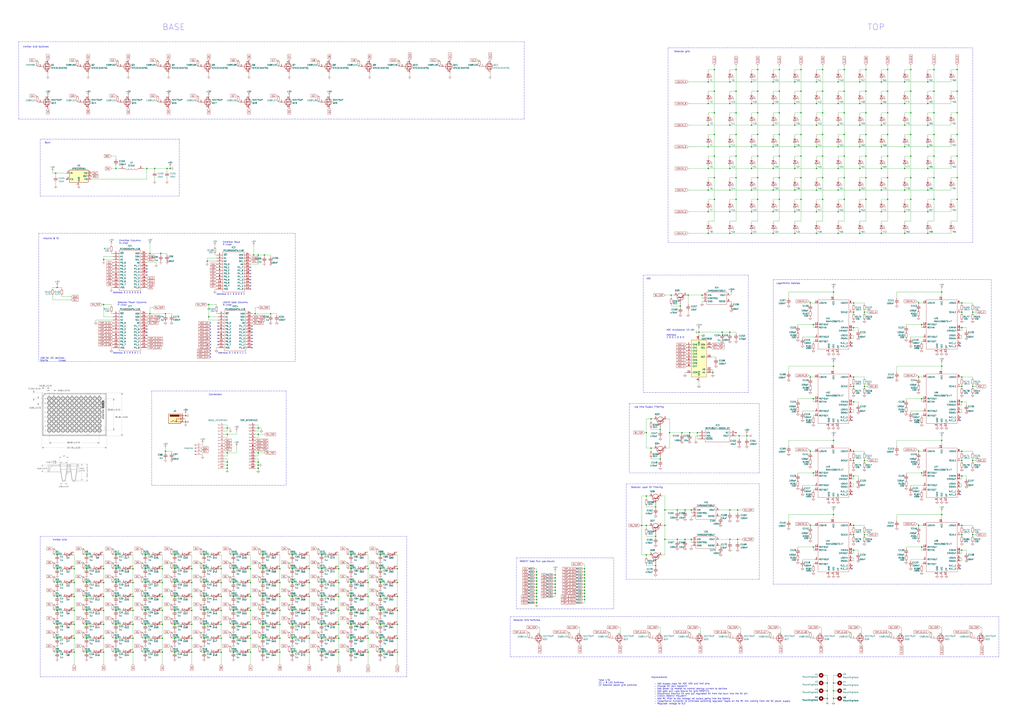
<source format=kicad_sch>
(kicad_sch (version 20211123) (generator eeschema)
  (paper "A1")
  (title_block (title "OPSpec") (date "2022-08-14") (rev "0.1.0") (company "Sachit Kshatriya"))
  (junction (at 798.83 317.5))
  (junction (at 71.12 524.51))
  (junction (at 665.48 431.8))
  (junction (at 679.45 561.34))
  (junction (at 254 490.22))
  (junction (at 607.06 358.14))
  (junction (at 762 102.87))
  (junction (at 171.45 260.35))
  (junction (at 640.08 163.83))
  (junction (at 754.38 431.8))
  (junction (at 240.03 455.93))
  (junction (at 567.69 443.23))
  (junction (at 326.39 513.08))
  (junction (at 675.64 146.05))
  (junction (at 538.48 416.56))
  (junction (at 326.39 478.79))
  (junction (at 181.61 501.65))
  (junction (at 119.38 478.79))
  (junction (at 798.83 439.42))
  (junction (at 530.86 407.67))
  (junction (at 617.22 156.21))
  (junction (at 635 191.77))
  (junction (at 85.09 513.08))
  (junction (at 604.52 74.93))
  (junction (at 684.53 422.91))
  (junction (at 135.89 257.81))
  (junction (at 440.69 472.44))
  (junction (at 688.34 173.99))
  (junction (at 215.9 478.79))
  (junction (at 109.22 535.94))
  (junction (at 748.03 146.05))
  (junction (at 119.38 535.94))
  (junction (at 789.94 309.88))
  (junction (at 711.2 92.71))
  (junction (at 773.43 422.91))
  (junction (at 455.93 477.52))
  (junction (at 657.86 110.49))
  (junction (at 773.43 361.95))
  (junction (at 212.09 384.81))
  (junction (at 684.53 361.95))
  (junction (at 212.09 356.87))
  (junction (at 756.92 449.58))
  (junction (at 617.22 138.43))
  (junction (at 109.22 501.65))
  (junction (at 530.86 355.6))
  (junction (at 652.78 156.21))
  (junction (at 767.08 128.27))
  (junction (at 143.51 535.94))
  (junction (at 566.42 355.6))
  (junction (at 191.77 490.22))
  (junction (at 668.02 388.62))
  (junction (at 60.96 513.08))
  (junction (at 688.34 191.77))
  (junction (at 46.99 513.08))
  (junction (at 312.42 501.65))
  (junction (at 581.66 156.21))
  (junction (at 693.42 92.71))
  (junction (at 748.03 74.93))
  (junction (at 635 102.87))
  (junction (at 46.99 467.36))
  (junction (at 530.86 455.93))
  (junction (at 789.94 248.92))
  (junction (at 312.42 513.08))
  (junction (at 581.66 173.99))
  (junction (at 576.58 242.57))
  (junction (at 215.9 535.94))
  (junction (at 186.69 379.73))
  (junction (at 157.48 535.94))
  (junction (at 264.16 478.79))
  (junction (at 527.05 431.8))
  (junction (at 312.42 524.51))
  (junction (at 186.69 372.11))
  (junction (at 675.64 92.71))
  (junction (at 640.08 57.15))
  (junction (at 711.2 57.15))
  (junction (at 688.34 102.87))
  (junction (at 635 173.99))
  (junction (at 455.93 482.6))
  (junction (at 701.04 330.2))
  (junction (at 706.12 156.21))
  (junction (at 95.25 535.94))
  (junction (at 60.96 467.36))
  (junction (at 229.87 513.08))
  (junction (at 711.2 163.83))
  (junction (at 171.45 250.19))
  (junction (at 167.64 455.93))
  (junction (at 167.64 467.36))
  (junction (at 312.42 467.36))
  (junction (at 789.94 370.84))
  (junction (at 670.56 191.77))
  (junction (at 556.26 443.23))
  (junction (at 701.04 309.88))
  (junction (at 455.93 485.14))
  (junction (at 586.74 146.05))
  (junction (at 593.09 273.05))
  (junction (at 205.74 524.51))
  (junction (at 688.34 156.21))
  (junction (at 127 138.43))
  (junction (at 46.99 501.65))
  (junction (at 604.52 110.49))
  (junction (at 480.06 474.98))
  (junction (at 688.34 120.65))
  (junction (at 599.44 120.65))
  (junction (at 95.25 467.36))
  (junction (at 212.09 209.55))
  (junction (at 723.9 138.43))
  (junction (at 604.52 92.71))
  (junction (at 46.99 535.94))
  (junction (at 143.51 513.08))
  (junction (at 617.22 67.31))
  (junction (at 212.09 372.11))
  (junction (at 701.04 452.12))
  (junction (at 635 85.09))
  (junction (at 191.77 535.94))
  (junction (at 312.42 490.22))
  (junction (at 709.93 439.42))
  (junction (at 240.03 501.65))
  (junction (at 762 120.65))
  (junction (at 754.38 248.92))
  (junction (at 440.69 490.22))
  (junction (at 599.44 67.31))
  (junction (at 440.69 492.76))
  (junction (at 640.08 110.49))
  (junction (at 215.9 524.51))
  (junction (at 701.04 317.5))
  (junction (at 205.74 467.36))
  (junction (at 191.77 501.65))
  (junction (at 675.64 163.83))
  (junction (at 278.13 467.36))
  (junction (at 167.64 501.65))
  (junction (at 240.03 490.22))
  (junction (at 789.94 439.42))
  (junction (at 581.66 85.09))
  (junction (at 762 67.31))
  (junction (at 754.38 309.88))
  (junction (at 143.51 467.36))
  (junction (at 742.95 191.77))
  (junction (at 60.96 524.51))
  (junction (at 652.78 102.87))
  (junction (at 95.25 524.51))
  (junction (at 586.74 110.49))
  (junction (at 742.95 138.43))
  (junction (at 440.69 480.06))
  (junction (at 288.29 513.08))
  (junction (at 640.08 74.93))
  (junction (at 217.17 209.55))
  (junction (at 119.38 501.65))
  (junction (at 706.12 120.65))
  (junction (at 534.67 368.3))
  (junction (at 215.9 501.65))
  (junction (at 133.35 490.22))
  (junction (at 798.83 378.46))
  (junction (at 71.12 478.79))
  (junction (at 205.74 535.94))
  (junction (at 264.16 535.94))
  (junction (at 191.77 513.08))
  (junction (at 440.69 495.3))
  (junction (at 599.44 191.77))
  (junction (at 205.74 513.08))
  (junction (at 71.12 490.22))
  (junction (at 657.86 163.83))
  (junction (at 288.29 490.22))
  (junction (at 723.9 67.31))
  (junction (at 278.13 535.94))
  (junction (at 186.69 356.87))
  (junction (at 95.25 501.65))
  (junction (at 701.04 269.24))
  (junction (at 652.78 173.99))
  (junction (at 617.22 102.87))
  (junction (at 455.93 474.98))
  (junction (at 767.08 146.05))
  (junction (at 152.4 341.63))
  (junction (at 209.55 257.81))
  (junction (at 181.61 478.79))
  (junction (at 706.12 138.43))
  (junction (at 711.2 128.27))
  (junction (at 205.74 478.79))
  (junction (at 123.19 257.81))
  (junction (at 186.69 351.79))
  (junction (at 711.2 110.49))
  (junction (at 229.87 467.36))
  (junction (at 684.53 300.99))
  (junction (at 709.93 378.46))
  (junction (at 133.35 467.36))
  (junction (at 605.79 443.23))
  (junction (at 723.9 173.99))
  (junction (at 133.35 513.08))
  (junction (at 789.94 330.2))
  (junction (at 706.12 102.87))
  (junction (at 773.43 300.99))
  (junction (at 701.04 431.8))
  (junction (at 723.9 102.87))
  (junction (at 617.22 173.99))
  (junction (at 120.65 138.43))
  (junction (at 440.69 485.14))
  (junction (at 254 501.65))
  (junction (at 789.94 256.54))
  (junction (at 728.98 128.27))
  (junction (at 635 120.65))
  (junction (at 562.61 443.23))
  (junction (at 85.09 478.79))
  (junction (at 181.61 535.94))
  (junction (at 212.09 379.73))
  (junction (at 455.93 480.06))
  (junction (at 622.3 92.71))
  (junction (at 558.8 251.46))
  (junction (at 652.78 191.77))
  (junction (at 657.86 146.05))
  (junction (at 581.66 102.87))
  (junction (at 542.29 377.19))
  (junction (at 480.06 490.22))
  (junction (at 670.56 120.65))
  (junction (at 668.02 327.66))
  (junction (at 326.39 535.94))
  (junction (at 684.53 240.03))
  (junction (at 278.13 524.51))
  (junction (at 652.78 67.31))
  (junction (at 688.34 138.43))
  (junction (at 278.13 490.22))
  (junction (at 742.95 173.99))
  (junction (at 670.56 85.09))
  (junction (at 440.69 487.68))
  (junction (at 599.44 173.99))
  (junction (at 670.56 156.21))
  (junction (at 85.09 535.94))
  (junction (at 701.04 439.42))
  (junction (at 762 173.99))
  (junction (at 723.9 85.09))
  (junction (at 167.64 478.79))
  (junction (at 572.77 355.6))
  (junction (at 229.87 535.94))
  (junction (at 143.51 524.51))
  (junction (at 71.12 455.93))
  (junction (at 240.03 513.08))
  (junction (at 480.06 492.76))
  (junction (at 480.06 469.9))
  (junction (at 688.34 85.09))
  (junction (at 742.95 156.21))
  (junction (at 675.64 74.93))
  (junction (at 786.13 92.71))
  (junction (at 762 138.43))
  (junction (at 675.64 57.15))
  (junction (at 728.98 74.93))
  (junction (at 546.1 443.23))
  (junction (at 302.26 524.51))
  (junction (at 693.42 74.93))
  (junction (at 240.03 467.36))
  (junction (at 109.22 524.51))
  (junction (at 599.44 443.23))
  (junction (at 748.03 92.71))
  (junction (at 675.64 110.49))
  (junction (at 789.94 269.24))
  (junction (at 581.66 191.77))
  (junction (at 586.74 92.71))
  (junction (at 60.96 535.94))
  (junction (at 786.13 110.49))
  (junction (at 748.03 163.83))
  (junction (at 132.08 208.28))
  (junction (at 604.52 57.15))
  (junction (at 617.22 191.77))
  (junction (at 542.29 353.06))
  (junction (at 480.06 477.52))
  (junction (at 133.35 524.51))
  (junction (at 668.02 266.7))
  (junction (at 85.09 250.19))
  (junction (at 701.04 248.92))
  (junction (at 657.86 92.71))
  (junction (at 635 138.43))
  (junction (at 617.22 85.09))
  (junction (at 534.67 344.17))
  (junction (at 599.44 138.43))
  (junction (at 789.94 317.5))
  (junction (at 562.61 419.1))
  (junction (at 480.06 480.06))
  (junction (at 480.06 482.6))
  (junction (at 95.25 138.43))
  (junction (at 288.29 467.36))
  (junction (at 46.99 455.93))
  (junction (at 215.9 513.08))
  (junction (at 167.64 524.51))
  (junction (at 440.69 469.9))
  (junction (at 742.95 67.31))
  (junction (at 581.66 120.65))
  (junction (at 701.04 391.16))
  (junction (at 95.25 478.79))
  (junction (at 326.39 501.65))
  (junction (at 546.1 419.1))
  (junction (at 556.26 419.1))
  (junction (at 693.42 57.15))
  (junction (at 480.06 467.36))
  (junction (at 767.08 163.83))
  (junction (at 278.13 478.79))
  (junction (at 191.77 467.36))
  (junction (at 586.74 163.83))
  (junction (at 679.45 574.04))
  (junction (at 549.91 355.6))
  (junction (at 109.22 490.22))
  (junction (at 709.93 256.54))
  (junction (at 240.03 524.51))
  (junction (at 706.12 173.99))
  (junction (at 312.42 535.94))
  (junction (at 538.48 440.69))
  (junction (at 440.69 477.52))
  (junction (at 288.29 478.79))
  (junction (at 133.35 478.79))
  (junction (at 85.09 501.65))
  (junction (at 205.74 501.65))
  (junction (at 157.48 501.65))
  (junction (at 762 156.21))
  (junction (at 278.13 513.08))
  (junction (at 728.98 57.15))
  (junction (at 278.13 501.65))
  (junction (at 254 535.94))
  (junction (at 567.69 419.1))
  (junction (at 95.25 513.08))
  (junction (at 302.26 478.79))
  (junction (at 46.99 524.51))
  (junction (at 240.03 478.79))
  (junction (at 748.03 110.49))
  (junction (at 326.39 524.51))
  (junction (at 109.22 467.36))
  (junction (at 455.93 472.44))
  (junction (at 71.12 501.65))
  (junction (at 706.12 67.31))
  (junction (at 119.38 524.51))
  (junction (at 586.74 57.15))
  (junction (at 480.06 485.14))
  (junction (at 254 467.36))
  (junction (at 229.87 478.79))
  (junction (at 229.87 524.51))
  (junction (at 530.86 431.8))
  (junction (at 728.98 163.83))
  (junction (at 762 85.09))
  (junction (at 157.48 490.22))
  (junction (at 229.87 490.22))
  (junction (at 208.28 209.55))
  (junction (at 684.53 574.04))
  (junction (at 693.42 163.83))
  (junction (at 167.64 490.22))
  (junction (at 85.09 467.36))
  (junction (at 312.42 478.79))
  (junction (at 288.29 524.51))
  (junction (at 95.25 455.93))
  (junction (at 640.08 146.05))
  (junction (at 157.48 513.08))
  (junction (at 181.61 490.22))
  (junction (at 133.35 501.65))
  (junction (at 789.94 378.46))
  (junction (at 302.26 467.36))
  (junction (at 302.26 501.65))
  (junction (at 170.18 214.63))
  (junction (at 711.2 74.93))
  (junction (at 670.56 67.31))
  (junction (at 109.22 513.08))
  (junction (at 640.08 128.27))
  (junction (at 652.78 120.65))
  (junction (at 617.22 120.65))
  (junction (at 622.3 110.49))
  (junction (at 565.15 242.57))
  (junction (at 657.86 57.15))
  (junction (at 767.08 74.93))
  (junction (at 186.69 382.27))
  (junction (at 181.61 513.08))
  (junction (at 71.12 513.08))
  (junction (at 551.18 242.57))
  (junction (at 586.74 128.27))
  (junction (at 212.09 382.27))
  (junction (at 60.96 490.22))
  (junction (at 665.48 370.84))
  (junction (at 254 478.79))
  (junction (at 326.39 467.36))
  (junction (at 742.95 102.87))
  (junction (at 119.38 467.36))
  (junction (at 599.44 419.1))
  (junction (at 652.78 85.09))
  (junction (at 622.3 74.93))
  (junction (at 157.48 524.51))
  (junction (at 119.38 490.22))
  (junction (at 756.92 327.66))
  (junction (at 440.69 474.98))
  (junction (at 786.13 74.93))
  (junction (at 657.86 128.27))
  (junction (at 254 513.08))
  (junction (at 748.03 128.27))
  (junction (at 711.2 146.05))
  (junction (at 191.77 478.79))
  (junction (at 706.12 85.09))
  (junction (at 786.13 57.15))
  (junction (at 622.3 146.05))
  (junction (at 786.13 146.05))
  (junction (at 668.02 449.58))
  (junction (at 652.78 138.43))
  (junction (at 789.94 431.8))
  (junction (at 613.41 358.14))
  (junction (at 622.3 128.27))
  (junction (at 143.51 455.93))
  (junction (at 640.08 92.71))
  (junction (at 143.51 490.22))
  (junction (at 264.16 524.51))
  (junction (at 560.07 355.6))
  (junction (at 480.06 487.68))
  (junction (at 137.16 138.43))
  (junction (at 538.48 464.82))
  (junction (at 46.99 478.79))
  (junction (at 157.48 467.36))
  (junction (at 748.03 57.15))
  (junction (at 222.25 257.81))
  (junction (at 723.9 120.65))
  (junction (at 312.42 455.93))
  (junction (at 85.09 524.51))
  (junction (at 789.94 452.12))
  (junction (at 85.09 490.22))
  (junction (at 264.16 467.36))
  (junction (at 622.3 57.15))
  (junction (at 119.38 455.93))
  (junction (at 143.51 501.65))
  (junction (at 693.42 146.05))
  (junction (at 622.3 163.83))
  (junction (at 302.26 490.22))
  (junction (at 229.87 501.65))
  (junction (at 264.16 455.93))
  (junction (at 85.09 213.36))
  (junction (at 665.48 248.92))
  (junction (at 186.69 384.81))
  (junction (at 288.29 501.65))
  (junction (at 440.69 482.6))
  (junction (at 728.98 146.05))
  (junction (at 767.08 92.71))
  (junction (at 191.77 524.51))
  (junction (at 181.61 524.51))
  (junction (at 45.72 142.24))
  (junction (at 212.09 351.79))
  (junction (at 71.12 467.36))
  (junction (at 789.94 391.16))
  (junction (at 135.89 370.84))
  (junction (at 60.96 501.65))
  (junction (at 688.34 67.31))
  (junction (at 254 524.51))
  (junction (at 798.83 256.54))
  (junction (at 71.12 535.94))
  (junction (at 684.53 561.34))
  (junction (at 773.43 240.03))
  (junction (at 742.95 120.65))
  (junction (at 670.56 102.87))
  (junction (at 665.48 309.88))
  (junction (at 693.42 128.27))
  (junction (at 670.56 138.43))
  (junction (at 157.48 478.79))
  (junction (at 240.03 535.94))
  (junction (at 326.39 490.22))
  (junction (at 205.74 490.22))
  (junction (at 288.29 535.94))
  (junction (at 767.08 110.49))
  (junction (at 670.56 173.99))
  (junction (at 581.66 67.31))
  (junction (at 215.9 490.22))
  (junction (at 586.74 74.93))
  (junction (at 95.25 490.22))
  (junction (at 264.16 490.22))
  (junction (at 585.47 306.07))
  (junction (at 684.53 567.69))
  (junction (at 635 67.31))
  (junction (at 302.26 535.94))
  (junction (at 742.95 85.09))
  (junction (at 701.04 378.46))
  (junction (at 574.04 273.05))
  (junction (at 762 191.77))
  (junction (at 706.12 191.77))
  (junction (at 675.64 128.27))
  (junction (at 756.92 388.62))
  (junction (at 657.86 74.93))
  (junction (at 599.44 85.09))
  (junction (at 701.04 256.54))
  (junction (at 167.64 535.94))
  (junction (at 693.42 110.49))
  (junction (at 143.51 478.79))
  (junction (at 181.61 467.36))
  (junction (at 709.93 317.5))
  (junction (at 599.44 102.87))
  (junction (at 123.19 208.28))
  (junction (at 728.98 92.71))
  (junction (at 679.45 567.69))
  (junction (at 139.7 138.43))
  (junction (at 60.96 478.79))
  (junction (at 599.44 273.05))
  (junction (at 786.13 163.83))
  (junction (at 167.64 513.08))
  (junction (at 46.99 236.22))
  (junction (at 723.9 191.77))
  (junction (at 786.13 128.27))
  (junction (at 604.52 128.27))
  (junction (at 264.16 501.65))
  (junction (at 119.38 513.08))
  (junction (at 701.04 370.84))
  (junction (at 288.29 455.93))
  (junction (at 605.79 419.1))
  (junction (at 133.35 535.94))
  (junction (at 599.44 156.21))
  (junction (at 754.38 370.84))
  (junction (at 455.93 487.68))
  (junction (at 480.06 472.44))
  (junction (at 215.9 467.36))
  (junction (at 302.26 513.08))
  (junction (at 109.22 478.79))
  (junction (at 152.4 346.71))
  (junction (at 264.16 513.08))
  (junction (at 581.66 138.43))
  (junction (at 191.77 455.93))
  (junction (at 728.98 110.49))
  (junction (at 635 156.21))
  (junction (at 46.99 490.22))
  (junction (at 767.08 57.15))
  (junction (at 756.92 266.7))
  (junction (at 546.1 431.8))
  (junction (at 215.9 455.93))
  (junction (at 723.9 156.21))
  (junction (at 604.52 163.83))
  (junction (at 604.52 146.05))
  (no_connect (at 205.74 219.71))
  (no_connect (at 120.65 270.51))
  (no_connect (at 172.72 270.51))
  (no_connect (at 788.67 342.9))
  (no_connect (at 207.01 270.51))
  (no_connect (at 120.65 218.44))
  (no_connect (at 172.72 267.97))
  (no_connect (at 699.77 403.86))
  (no_connect (at 205.74 234.95))
  (no_connect (at 788.67 406.4))
  (no_connect (at 172.72 278.13))
  (no_connect (at 205.74 227.33))
  (no_connect (at 205.74 232.41))
  (no_connect (at 179.07 270.51))
  (no_connect (at 207.01 273.05))
  (no_connect (at 172.72 290.83))
  (no_connect (at 179.07 275.59))
  (no_connect (at 172.72 275.59))
  (no_connect (at 205.74 237.49))
  (no_connect (at 207.01 285.75))
  (no_connect (at 788.67 403.86))
  (no_connect (at 699.77 464.82))
  (no_connect (at 172.72 273.05))
  (no_connect (at 699.77 342.9))
  (no_connect (at 207.01 267.97))
  (no_connect (at 120.65 275.59))
  (no_connect (at 172.72 288.29))
  (no_connect (at 699.77 467.36))
  (no_connect (at 788.67 281.94))
  (no_connect (at 699.77 281.94))
  (no_connect (at 179.07 278.13))
  (no_connect (at 179.07 273.05))
  (no_connect (at 205.74 222.25))
  (no_connect (at 172.72 283.21))
  (no_connect (at 120.65 220.98))
  (no_connect (at 120.65 223.52))
  (no_connect (at 172.72 265.43))
  (no_connect (at 172.72 280.67))
  (no_connect (at 207.01 275.59))
  (no_connect (at 205.74 229.87))
  (no_connect (at 207.01 280.67))
  (no_connect (at 699.77 406.4))
  (no_connect (at 207.01 278.13))
  (no_connect (at 120.65 226.06))
  (no_connect (at 172.72 293.37))
  (no_connect (at 172.72 285.75))
  (no_connect (at 788.67 284.48))
  (no_connect (at 54.61 147.32))
  (no_connect (at 788.67 345.44))
  (no_connect (at 207.01 283.21))
  (no_connect (at 179.07 283.21))
  (no_connect (at 120.65 273.05))
  (no_connect (at 788.67 464.82))
  (no_connect (at 179.07 265.43))
  (no_connect (at 788.67 467.36))
  (no_connect (at 179.07 280.67))
  (no_connect (at 179.07 267.97))
  (no_connect (at 205.74 224.79))
  (no_connect (at 699.77 284.48))
  (no_connect (at 120.65 267.97))
  (no_connect (at 699.77 345.44))
  (wire (pts (xy 59.69 490.22) (xy 60.96 490.22)))
  (wire (pts (xy 85.09 213.36) (xy 85.09 214.63)))
  (wire (pts (xy 209.55 351.79) (xy 212.09 351.79)))
  (wire (pts (xy 723.9 191.77) (xy 742.95 191.77)))
  (wire (pts (xy 92.71 236.22) (xy 91.44 236.22)))
  (wire (pts (xy 744.22 266.7) (xy 756.92 266.7)))
  (wire (pts (xy 525.78 431.8) (xy 527.05 431.8)))
  (wire (pts (xy 577.85 245.11) (xy 576.58 245.11)))
  (wire (pts (xy 604.52 110.49) (xy 604.52 128.27)))
  (wire (pts (xy 704.85 452.12) (xy 704.85 454.66)))
  (wire (pts (xy 480.06 474.98) (xy 478.79 474.98)))
  (wire (pts (xy 798.83 438.15) (xy 798.83 439.42)))
  (wire (pts (xy 701.04 256.54) (xy 701.04 257.81)))
  (wire (pts (xy 798.83 431.8) (xy 798.83 433.07)))
  (wire (pts (xy 635 154.94) (xy 635 156.21)))
  (wire (pts (xy 754.38 433.07) (xy 754.38 431.8)))
  (wire (pts (xy 742.95 85.09) (xy 762 85.09)))
  (wire (pts (xy 309.88 478.79) (xy 312.42 478.79)))
  (wire (pts (xy 129.54 54.61) (xy 130.81 54.61)))
  (wire (pts (xy 480.06 490.22) (xy 478.79 490.22)))
  (wire (pts (xy 728.98 92.71) (xy 728.98 110.49)))
  (wire (pts (xy 205.74 455.93) (xy 205.74 467.36)))
  (wire (pts (xy 215.9 535.94) (xy 220.98 535.94)))
  (wire (pts (xy 46.99 236.22) (xy 50.8 236.22)))
  (wire (pts (xy 546.1 431.8) (xy 546.1 443.23)))
  (wire (pts (xy 635 181.61) (xy 640.08 181.61)))
  (wire (pts (xy 119.38 455.93) (xy 124.46 455.93)))
  (wire (pts (xy 659.13 339.09) (xy 659.13 337.82)))
  (wire (pts (xy 565.15 120.65) (xy 581.66 120.65)))
  (wire (pts (xy 132.08 455.93) (xy 133.35 455.93)))
  (wire (pts (xy 789.94 309.88) (xy 798.83 309.88)))
  (wire (pts (xy 670.56 111.76) (xy 670.56 110.49)))
  (wire (pts (xy 533.4 431.8) (xy 530.86 431.8)))
  (wire (pts (xy 756.92 266.7) (xy 758.19 266.7)))
  (wire (pts (xy 622.3 92.71) (xy 622.3 110.49)))
  (wire (pts (xy 657.86 92.71) (xy 657.86 110.49)))
  (wire (pts (xy 205.74 513.08) (xy 205.74 524.51)))
  (wire (pts (xy 180.34 535.94) (xy 181.61 535.94)))
  (wire (pts (xy 652.78 110.49) (xy 657.86 110.49)))
  (wire (pts (xy 640.08 515.62) (xy 641.35 515.62)))
  (wire (pts (xy 91.44 530.86) (xy 92.71 530.86)))
  (wire (pts (xy 742.95 128.27) (xy 748.03 128.27)))
  (wire (pts (xy 635 191.77) (xy 652.78 191.77)))
  (wire (pts (xy 85.09 513.08) (xy 85.09 524.51)))
  (wire (pts (xy 762 191.77) (xy 781.05 191.77)))
  (wire (pts (xy 78.74 262.89) (xy 78.74 264.16)))
  (wire (pts (xy 236.22 485.14) (xy 237.49 485.14)))
  (wire (pts (xy 756.92 452.12) (xy 756.92 449.58)))
  (wire (pts (xy 599.44 165.1) (xy 599.44 163.83)))
  (wire (pts (xy 171.45 250.19) (xy 177.8 250.19)))
  (wire (pts (xy 547.37 344.17) (xy 549.91 344.17)))
  (wire (pts (xy 701.04 452.12) (xy 704.85 452.12)))
  (wire (pts (xy 586.74 74.93) (xy 586.74 92.71)))
  (wire (pts (xy 657.86 128.27) (xy 657.86 146.05)))
  (wire (pts (xy 736.6 245.11) (xy 736.6 240.03)))
  (wire (pts (xy 140.97 467.36) (xy 143.51 467.36)))
  (wire (pts (xy 617.22 172.72) (xy 617.22 173.99)))
  (wire (pts (xy 706.12 102.87) (xy 723.9 102.87)))
  (wire (pts (xy 622.3 74.93) (xy 622.3 92.71)))
  (wire (pts (xy 78.74 262.89) (xy 92.71 262.89)))
  (wire (pts (xy 167.64 535.94) (xy 172.72 535.94)))
  (wire (pts (xy 67.31 530.86) (xy 68.58 530.86)))
  (wire (pts (xy 679.45 561.34) (xy 679.45 567.69)))
  (wire (pts (xy 123.19 257.81) (xy 135.89 257.81)))
  (wire (pts (xy 652.78 83.82) (xy 652.78 85.09)))
  (wire (pts (xy 143.51 524.51) (xy 148.59 524.51)))
  (wire (pts (xy 773.43 420.37) (xy 773.43 422.91)))
  (wire (pts (xy 538.48 440.69) (xy 538.48 441.96)))
  (polyline (pts (xy 15.24 34.29) (xy 430.53 34.29)))
  (wire (pts (xy 119.38 501.65) (xy 124.46 501.65)))
  (wire (pts (xy 652.78 128.27) (xy 657.86 128.27)))
  (wire (pts (xy 237.49 478.79) (xy 240.03 478.79)))
  (wire (pts (xy 599.44 419.1) (xy 599.44 421.64)))
  (wire (pts (xy 440.69 477.52) (xy 440.69 480.06)))
  (wire (pts (xy 240.03 524.51) (xy 245.11 524.51)))
  (polyline (pts (xy 614.68 226.06) (xy 614.68 322.58)))
  (wire (pts (xy 748.03 57.15) (xy 748.03 74.93)))
  (wire (pts (xy 116.84 513.08) (xy 119.38 513.08)))
  (wire (pts (xy 71.12 490.22) (xy 76.2 490.22)))
  (wire (pts (xy 157.48 524.51) (xy 157.48 535.94)))
  (wire (pts (xy 668.02 280.67) (xy 668.02 281.94)))
  (wire (pts (xy 302.26 455.93) (xy 302.26 467.36)))
  (wire (pts (xy 312.42 524.51) (xy 317.5 524.51)))
  (wire (pts (xy 659.13 459.74) (xy 669.29 459.74)))
  (wire (pts (xy 758.19 463.55) (xy 756.92 463.55)))
  (wire (pts (xy 669.29 269.24) (xy 668.02 269.24)))
  (wire (pts (xy 83.82 535.94) (xy 85.09 535.94)))
  (wire (pts (xy 577.85 247.65) (xy 576.58 247.65)))
  (wire (pts (xy 688.34 111.76) (xy 688.34 110.49)))
  (wire (pts (xy 237.49 455.93) (xy 240.03 455.93)))
  (wire (pts (xy 58.42 243.84) (xy 50.8 243.84)))
  (wire (pts (xy 640.08 163.83) (xy 640.08 181.61)))
  (wire (pts (xy 701.04 248.92) (xy 709.93 248.92)))
  (wire (pts (xy 123.19 208.28) (xy 120.65 208.28)))
  (wire (pts (xy 798.83 255.27) (xy 798.83 256.54)))
  (wire (pts (xy 786.13 163.83) (xy 786.13 181.61)))
  (wire (pts (xy 586.74 53.34) (xy 586.74 57.15)))
  (wire (pts (xy 742.95 58.42) (xy 742.95 57.15)))
  (wire (pts (xy 302.26 501.65) (xy 302.26 513.08)))
  (wire (pts (xy 668.02 463.55) (xy 668.02 464.82)))
  (wire (pts (xy 684.53 237.49) (xy 684.53 240.03)))
  (wire (pts (xy 739.14 515.62) (xy 740.41 515.62)))
  (wire (pts (xy 756.92 280.67) (xy 756.92 281.94)))
  (wire (pts (xy 665.48 431.8) (xy 669.29 431.8)))
  (wire (pts (xy 228.6 54.61) (xy 229.87 54.61)))
  (wire (pts (xy 132.08 501.65) (xy 133.35 501.65)))
  (wire (pts (xy 762 57.15) (xy 767.08 57.15)))
  (wire (pts (xy 236.22 450.85) (xy 237.49 450.85)))
  (wire (pts (xy 308.61 530.86) (xy 309.88 530.86)))
  (polyline (pts (xy 504.19 500.38) (xy 504.19 458.47)))
  (wire (pts (xy 143.51 535.94) (xy 148.59 535.94)))
  (wire (pts (xy 581.66 101.6) (xy 581.66 102.87)))
  (wire (pts (xy 260.35 519.43) (xy 261.62 519.43)))
  (wire (pts (xy 604.52 128.27) (xy 604.52 146.05)))
  (wire (pts (xy 786.13 92.71) (xy 786.13 110.49)))
  (wire (pts (xy 163.83 496.57) (xy 165.1 496.57)))
  (wire (pts (xy 95.25 138.43) (xy 97.79 138.43)))
  (wire (pts (xy 699.77 336.55) (xy 701.04 336.55)))
  (wire (pts (xy 254 535.94) (xy 254 546.1)))
  (wire (pts (xy 562.61 306.07) (xy 563.88 306.07)))
  (wire (pts (xy 786.13 57.15) (xy 786.13 74.93)))
  (wire (pts (xy 167.64 501.65) (xy 172.72 501.65)))
  (wire (pts (xy 756.92 341.63) (xy 756.92 342.9)))
  (wire (pts (xy 655.32 450.85) (xy 655.32 449.58)))
  (wire (pts (xy 455.93 474.98) (xy 455.93 477.52)))
  (wire (pts (xy 288.29 467.36) (xy 293.37 467.36)))
  (wire (pts (xy 723.9 154.94) (xy 723.9 156.21)))
  (wire (pts (xy 701.04 391.16) (xy 704.85 391.16)))
  (wire (pts (xy 109.22 467.36) (xy 109.22 478.79)))
  (wire (pts (xy 568.96 421.64) (xy 567.69 421.64)))
  (wire (pts (xy 664.21 308.61) (xy 665.48 308.61)))
  (wire (pts (xy 728.98 128.27) (xy 728.98 146.05)))
  (wire (pts (xy 43.18 142.24) (xy 45.72 142.24)))
  (wire (pts (xy 116.84 478.79) (xy 119.38 478.79)))
  (wire (pts (xy 92.71 490.22) (xy 95.25 490.22)))
  (wire (pts (xy 670.56 137.16) (xy 670.56 138.43)))
  (wire (pts (xy 95.25 455.93) (xy 100.33 455.93)))
  (wire (pts (xy 617.22 120.65) (xy 635 120.65)))
  (polyline (pts (xy 514.35 397.51) (xy 623.57 397.51)))
  (wire (pts (xy 562.61 443.23) (xy 567.69 443.23)))
  (wire (pts (xy 599.44 146.05) (xy 604.52 146.05)))
  (wire (pts (xy 798.83 439.42) (xy 801.37 439.42)))
  (polyline (pts (xy 33.02 556.26) (xy 334.01 556.26)))
  (wire (pts (xy 171.45 262.89) (xy 171.45 260.35)))
  (wire (pts (xy 191.77 501.65) (xy 196.85 501.65)))
  (wire (pts (xy 43.18 236.22) (xy 46.99 236.22)))
  (wire (pts (xy 763.27 519.43) (xy 764.54 519.43)))
  (wire (pts (xy 45.72 142.24) (xy 54.61 142.24)))
  (wire (pts (xy 604.52 146.05) (xy 604.52 163.83)))
  (wire (pts (xy 652.78 172.72) (xy 652.78 173.99)))
  (wire (pts (xy 571.5 358.14) (xy 571.5 361.95)))
  (wire (pts (xy 701.04 309.88) (xy 701.04 311.15)))
  (wire (pts (xy 562.61 443.23) (xy 562.61 444.5)))
  (wire (pts (xy 600.71 247.65) (xy 600.71 248.92)))
  (wire (pts (xy 163.83 485.14) (xy 165.1 485.14)))
  (wire (pts (xy 184.15 356.87) (xy 186.69 356.87)))
  (wire (pts (xy 91.44 508) (xy 92.71 508)))
  (wire (pts (xy 440.69 492.76) (xy 440.69 495.3)))
  (wire (pts (xy 684.53 574.04) (xy 685.8 574.04)))
  (wire (pts (xy 723.9 102.87) (xy 742.95 102.87)))
  (polyline (pts (xy 528.32 226.06) (xy 528.32 322.58)))
  (wire (pts (xy 788.67 378.46) (xy 789.94 378.46)))
  (wire (pts (xy 132.08 467.36) (xy 133.35 467.36)))
  (wire (pts (xy 68.58 501.65) (xy 71.12 501.65)))
  (wire (pts (xy 641.35 515.62) (xy 641.35 519.43)))
  (wire (pts (xy 706.12 146.05) (xy 711.2 146.05)))
  (wire (pts (xy 789.94 452.12) (xy 789.94 454.66)))
  (wire (pts (xy 85.09 210.82) (xy 85.09 213.36)))
  (wire (pts (xy 699.77 378.46) (xy 701.04 378.46)))
  (wire (pts (xy 46.99 513.08) (xy 52.07 513.08)))
  (wire (pts (xy 723.9 119.38) (xy 723.9 120.65)))
  (wire (pts (xy 635 76.2) (xy 635 74.93)))
  (wire (pts (xy 756.92 327.66) (xy 758.19 327.66)))
  (wire (pts (xy 762 74.93) (xy 767.08 74.93)))
  (wire (pts (xy 670.56 101.6) (xy 670.56 102.87)))
  (wire (pts (xy 789.94 393.7) (xy 788.67 393.7)))
  (wire (pts (xy 756.92 463.55) (xy 756.92 464.82)))
  (wire (pts (xy 91.44 485.14) (xy 92.71 485.14)))
  (wire (pts (xy 635 138.43) (xy 652.78 138.43)))
  (wire (pts (xy 742.95 76.2) (xy 742.95 74.93)))
  (wire (pts (xy 326.39 467.36) (xy 326.39 478.79)))
  (wire (pts (xy 670.56 154.94) (xy 670.56 156.21)))
  (wire (pts (xy 92.71 513.08) (xy 95.25 513.08)))
  (wire (pts (xy 622.3 146.05) (xy 622.3 163.83)))
  (wire (pts (xy 773.43 240.03) (xy 773.43 243.84)))
  (wire (pts (xy 46.99 490.22) (xy 52.07 490.22)))
  (wire (pts (xy 538.48 416.56) (xy 538.48 417.83)))
  (wire (pts (xy 701.04 316.23) (xy 701.04 317.5)))
  (wire (pts (xy 326.39 455.93) (xy 326.39 467.36)))
  (wire (pts (xy 123.19 257.81) (xy 120.65 257.81)))
  (wire (pts (xy 581.66 57.15) (xy 586.74 57.15)))
  (wire (pts (xy 670.56 102.87) (xy 688.34 102.87)))
  (wire (pts (xy 85.09 490.22) (xy 85.09 501.65)))
  (wire (pts (xy 781.05 163.83) (xy 786.13 163.83)))
  (wire (pts (xy 754.38 430.53) (xy 754.38 431.8)))
  (wire (pts (xy 325.12 467.36) (xy 326.39 467.36)))
  (polyline (pts (xy 516.89 331.47) (xy 516.89 388.62)))
  (wire (pts (xy 706.12 147.32) (xy 706.12 146.05)))
  (wire (pts (xy 798.83 256.54) (xy 798.83 257.81)))
  (wire (pts (xy 789.94 317.5) (xy 789.94 318.77)))
  (wire (pts (xy 530.86 464.82) (xy 538.48 464.82)))
  (wire (pts (xy 440.69 472.44) (xy 439.42 472.44)))
  (wire (pts (xy 576.58 245.11) (xy 576.58 242.57)))
  (wire (pts (xy 264.16 490.22) (xy 269.24 490.22)))
  (polyline (pts (xy 419.1 539.75) (xy 820.42 539.75)))
  (wire (pts (xy 543.56 455.93) (xy 546.1 455.93)))
  (wire (pts (xy 709.93 256.54) (xy 709.93 257.81)))
  (wire (pts (xy 736.6 240.03) (xy 773.43 240.03)))
  (wire (pts (xy 68.58 513.08) (xy 71.12 513.08)))
  (wire (pts (xy 788.67 458.47) (xy 789.94 458.47)))
  (wire (pts (xy 753.11 308.61) (xy 754.38 308.61)))
  (wire (pts (xy 165.1 535.94) (xy 167.64 535.94)))
  (wire (pts (xy 85.09 535.94) (xy 85.09 546.1)))
  (wire (pts (xy 284.48 496.57) (xy 285.75 496.57)))
  (wire (pts (xy 581.66 67.31) (xy 599.44 67.31)))
  (wire (pts (xy 43.18 237.49) (xy 43.18 236.22)))
  (wire (pts (xy 180.34 501.65) (xy 181.61 501.65)))
  (wire (pts (xy 635 137.16) (xy 635 138.43)))
  (wire (pts (xy 480.06 487.68) (xy 478.79 487.68)))
  (wire (pts (xy 39.37 59.69) (xy 39.37 62.23)))
  (wire (pts (xy 43.18 140.97) (xy 43.18 142.24)))
  (wire (pts (xy 688.34 58.42) (xy 688.34 57.15)))
  (wire (pts (xy 71.12 501.65) (xy 76.2 501.65)))
  (polyline (pts (xy 548.64 39.37) (xy 548.64 199.39)))
  (wire (pts (xy 669.29 391.16) (xy 668.02 391.16)))
  (wire (pts (xy 167.64 455.93) (xy 172.72 455.93)))
  (wire (pts (xy 789.94 439.42) (xy 789.94 440.69)))
  (wire (pts (xy 209.55 379.73) (xy 212.09 379.73)))
  (wire (pts (xy 736.6 422.91) (xy 773.43 422.91)))
  (wire (pts (xy 742.95 181.61) (xy 748.03 181.61)))
  (wire (pts (xy 699.77 330.2) (xy 701.04 330.2)))
  (wire (pts (xy 542.29 377.19) (xy 542.29 378.46)))
  (wire (pts (xy 59.69 535.94) (xy 60.96 535.94)))
  (wire (pts (xy 793.75 330.2) (xy 793.75 332.74)))
  (wire (pts (xy 302.26 535.94) (xy 302.26 546.1)))
  (wire (pts (xy 59.69 513.08) (xy 60.96 513.08)))
  (wire (pts (xy 434.34 524.51) (xy 435.61 524.51)))
  (wire (pts (xy 684.53 567.69) (xy 684.53 574.04)))
  (wire (pts (xy 565.15 102.87) (xy 581.66 102.87)))
  (wire (pts (xy 655.32 449.58) (xy 668.02 449.58)))
  (wire (pts (xy 657.86 53.34) (xy 657.86 57.15)))
  (wire (pts (xy 701.04 255.27) (xy 701.04 256.54)))
  (wire (pts (xy 229.87 455.93) (xy 229.87 467.36)))
  (wire (pts (xy 699.77 391.16) (xy 701.04 391.16)))
  (wire (pts (xy 229.87 478.79) (xy 229.87 490.22)))
  (wire (pts (xy 665.48 369.57) (xy 665.48 370.84)))
  (wire (pts (xy 706.12 191.77) (xy 723.9 191.77)))
  (wire (pts (xy 581.66 119.38) (xy 581.66 120.65)))
  (wire (pts (xy 212.09 356.87) (xy 212.09 359.41)))
  (wire (pts (xy 781.05 154.94) (xy 781.05 156.21)))
  (wire (pts (xy 668.02 269.24) (xy 668.02 266.7)))
  (wire (pts (xy 762 83.82) (xy 762 85.09)))
  (wire (pts (xy 701.04 378.46) (xy 701.04 379.73)))
  (wire (pts (xy 302.26 490.22) (xy 302.26 501.65)))
  (wire (pts (xy 617.22 182.88) (xy 617.22 181.61)))
  (wire (pts (xy 599.44 67.31) (xy 617.22 67.31)))
  (wire (pts (xy 212.09 473.71) (xy 213.36 473.71)))
  (wire (pts (xy 204.47 501.65) (xy 205.74 501.65)))
  (wire (pts (xy 688.34 191.77) (xy 706.12 191.77)))
  (wire (pts (xy 181.61 501.65) (xy 181.61 513.08)))
  (wire (pts (xy 742.95 67.31) (xy 762 67.31)))
  (wire (pts (xy 288.29 478.79) (xy 293.37 478.79)))
  (wire (pts (xy 137.16 146.05) (xy 137.16 148.59)))
  (wire (pts (xy 95.25 501.65) (xy 100.33 501.65)))
  (wire (pts (xy 157.48 501.65) (xy 157.48 513.08)))
  (wire (pts (xy 480.06 477.52) (xy 480.06 480.06)))
  (wire (pts (xy 179.07 262.89) (xy 171.45 262.89)))
  (wire (pts (xy 748.03 74.93) (xy 748.03 92.71)))
  (wire (pts (xy 711.2 92.71) (xy 711.2 110.49)))
  (wire (pts (xy 92.71 467.36) (xy 95.25 467.36)))
  (wire (pts (xy 440.69 467.36) (xy 439.42 467.36)))
  (wire (pts (xy 788.67 397.51) (xy 789.94 397.51)))
  (wire (pts (xy 212.09 485.14) (xy 213.36 485.14)))
  (wire (pts (xy 208.28 209.55) (xy 212.09 209.55)))
  (wire (pts (xy 598.17 519.43) (xy 599.44 519.43)))
  (wire (pts (xy 599.44 173.99) (xy 617.22 173.99)))
  (wire (pts (xy 635 57.15) (xy 640.08 57.15)))
  (wire (pts (xy 530.86 355.6) (xy 530.86 368.3)))
  (wire (pts (xy 773.43 359.41) (xy 773.43 361.95)))
  (wire (pts (xy 288.29 455.93) (xy 293.37 455.93)))
  (wire (pts (xy 480.06 467.36) (xy 478.79 467.36)))
  (wire (pts (xy 599.44 101.6) (xy 599.44 102.87)))
  (wire (pts (xy 440.69 492.76) (xy 439.42 492.76)))
  (wire (pts (xy 599.44 119.38) (xy 599.44 120.65)))
  (wire (pts (xy 288.29 513.08) (xy 293.37 513.08)))
  (wire (pts (xy 60.96 478.79) (xy 60.96 490.22)))
  (wire (pts (xy 191.77 535.94) (xy 196.85 535.94)))
  (wire (pts (xy 285.75 490.22) (xy 288.29 490.22)))
  (wire (pts (xy 68.58 535.94) (xy 71.12 535.94)))
  (wire (pts (xy 581.66 120.65) (xy 599.44 120.65)))
  (polyline (pts (xy 514.35 476.25) (xy 623.57 476.25)))
  (wire (pts (xy 91.44 250.19) (xy 91.44 251.46)))
  (wire (pts (xy 184.15 372.11) (xy 186.69 372.11)))
  (wire (pts (xy 187.96 508) (xy 189.23 508)))
  (wire (pts (xy 186.69 349.25) (xy 186.69 351.79)))
  (wire (pts (xy 617.22 92.71) (xy 622.3 92.71)))
  (wire (pts (xy 208.28 209.55) (xy 205.74 209.55)))
  (wire (pts (xy 742.95 74.93) (xy 748.03 74.93)))
  (wire (pts (xy 617.22 128.27) (xy 622.3 128.27)))
  (wire (pts (xy 584.2 293.37) (xy 588.01 293.37)))
  (wire (pts (xy 177.8 212.09) (xy 170.18 212.09)))
  (wire (pts (xy 789.94 378.46) (xy 789.94 379.73)))
  (wire (pts (xy 668.02 266.7) (xy 669.29 266.7)))
  (wire (pts (xy 228.6 478.79) (xy 229.87 478.79)))
  (wire (pts (xy 688.34 101.6) (xy 688.34 102.87)))
  (wire (pts (xy 748.03 339.09) (xy 748.03 337.82)))
  (wire (pts (xy 541.02 515.62) (xy 542.29 515.62)))
  (wire (pts (xy 581.66 110.49) (xy 586.74 110.49)))
  (wire (pts (xy 762 190.5) (xy 762 191.77)))
  (wire (pts (xy 789.94 438.15) (xy 789.94 439.42)))
  (wire (pts (xy 215.9 524.51) (xy 220.98 524.51)))
  (wire (pts (xy 572.77 355.6) (xy 574.04 355.6)))
  (wire (pts (xy 186.69 351.79) (xy 186.69 354.33)))
  (wire (pts (xy 455.93 487.68) (xy 454.66 487.68)))
  (wire (pts (xy 215.9 513.08) (xy 220.98 513.08)))
  (wire (pts (xy 798.83 439.42) (xy 798.83 440.69)))
  (wire (pts (xy 167.64 490.22) (xy 172.72 490.22)))
  (wire (pts (xy 756.92 269.24) (xy 756.92 266.7)))
  (wire (pts (xy 789.94 332.74) (xy 788.67 332.74)))
  (wire (pts (xy 551.18 250.19) (xy 551.18 251.46)))
  (wire (pts (xy 440.69 495.3) (xy 439.42 495.3)))
  (wire (pts (xy 553.72 242.57) (xy 551.18 242.57)))
  (wire (pts (xy 711.2 74.93) (xy 711.2 92.71)))
  (wire (pts (xy 165.1 513.08) (xy 167.64 513.08)))
  (wire (pts (xy 546.1 242.57) (xy 551.18 242.57)))
  (wire (pts (xy 260.35 473.71) (xy 261.62 473.71)))
  (wire (pts (xy 167.64 524.51) (xy 172.72 524.51)))
  (wire (pts (xy 562.61 307.34) (xy 562.61 306.07)))
  (wire (pts (xy 581.66 102.87) (xy 599.44 102.87)))
  (wire (pts (xy 635 147.32) (xy 635 146.05)))
  (wire (pts (xy 140.97 513.08) (xy 143.51 513.08)))
  (wire (pts (xy 161.29 49.53) (xy 162.56 49.53)))
  (wire (pts (xy 132.08 490.22) (xy 133.35 490.22)))
  (wire (pts (xy 278.13 501.65) (xy 278.13 513.08)))
  (wire (pts (xy 46.99 234.95) (xy 46.99 236.22)))
  (wire (pts (xy 240.03 535.94) (xy 245.11 535.94)))
  (wire (pts (xy 635 120.65) (xy 652.78 120.65)))
  (wire (pts (xy 723.9 120.65) (xy 742.95 120.65)))
  (wire (pts (xy 176.53 208.28) (xy 176.53 209.55)))
  (wire (pts (xy 584.2 303.53) (xy 585.47 303.53)))
  (wire (pts (xy 701.04 248.92) (xy 701.04 250.19)))
  (wire (pts (xy 109.22 524.51) (xy 109.22 535.94)))
  (wire (pts (xy 701.04 309.88) (xy 709.93 309.88)))
  (wire (pts (xy 706.12 156.21) (xy 723.9 156.21)))
  (wire (pts (xy 748.03 398.78) (xy 758.19 398.78)))
  (wire (pts (xy 572.77 360.68) (xy 572.77 355.6)))
  (wire (pts (xy 260.35 49.53) (xy 261.62 49.53)))
  (wire (pts (xy 728.98 110.49) (xy 728.98 128.27)))
  (wire (pts (xy 132.08 513.08) (xy 133.35 513.08)))
  (wire (pts (xy 186.69 359.41) (xy 184.15 359.41)))
  (wire (pts (xy 793.75 452.12) (xy 793.75 454.66)))
  (wire (pts (xy 186.69 382.27) (xy 186.69 384.81)))
  (wire (pts (xy 181.61 478.79) (xy 181.61 490.22)))
  (wire (pts (xy 227.33 257.81) (xy 227.33 259.08)))
  (wire (pts (xy 798.83 370.84) (xy 798.83 372.11)))
  (wire (pts (xy 229.87 501.65) (xy 229.87 513.08)))
  (wire (pts (xy 688.34 163.83) (xy 693.42 163.83)))
  (wire (pts (xy 71.12 478.79) (xy 76.2 478.79)))
  (wire (pts (xy 701.04 336.55) (xy 701.04 339.09)))
  (wire (pts (xy 706.12 129.54) (xy 706.12 128.27)))
  (wire (pts (xy 140.97 535.94) (xy 143.51 535.94)))
  (wire (pts (xy 325.12 501.65) (xy 326.39 501.65)))
  (wire (pts (xy 191.77 524.51) (xy 196.85 524.51)))
  (wire (pts (xy 599.44 419.1) (xy 590.55 419.1)))
  (wire (pts (xy 213.36 490.22) (xy 215.9 490.22)))
  (wire (pts (xy 455.93 480.06) (xy 454.66 480.06)))
  (wire (pts (xy 730.25 519.43) (xy 731.52 519.43)))
  (wire (pts (xy 179.07 285.75) (xy 177.8 285.75)))
  (wire (pts (xy 562.61 419.1) (xy 567.69 419.1)))
  (wire (pts (xy 706.12 138.43) (xy 723.9 138.43)))
  (wire (pts (xy 635 128.27) (xy 640.08 128.27)))
  (wire (pts (xy 228.6 513.08) (xy 229.87 513.08)))
  (wire (pts (xy 655.32 328.93) (xy 655.32 327.66)))
  (wire (pts (xy 529.59 355.6) (xy 530.86 355.6)))
  (wire (pts (xy 788.67 256.54) (xy 789.94 256.54)))
  (wire (pts (xy 704.85 269.24) (xy 704.85 271.78)))
  (wire (pts (xy 60.96 513.08) (xy 60.96 524.51)))
  (wire (pts (xy 508 515.62) (xy 509.27 515.62)))
  (wire (pts (xy 706.12 165.1) (xy 706.12 163.83)))
  (polyline (pts (xy 424.18 458.47) (xy 424.18 500.38)))
  (wire (pts (xy 140.97 257.81) (xy 140.97 259.08)))
  (wire (pts (xy 549.91 355.6) (xy 549.91 368.3)))
  (wire (pts (xy 655.32 388.62) (xy 668.02 388.62)))
  (wire (pts (xy 617.22 101.6) (xy 617.22 102.87)))
  (wire (pts (xy 302.26 513.08) (xy 302.26 524.51)))
  (wire (pts (xy 781.05 128.27) (xy 786.13 128.27)))
  (wire (pts (xy 652.78 163.83) (xy 657.86 163.83)))
  (wire (pts (xy 109.22 490.22) (xy 109.22 501.65)))
  (wire (pts (xy 635 83.82) (xy 635 85.09)))
  (wire (pts (xy 530.86 407.67) (xy 530.86 410.21)))
  (wire (pts (xy 622.3 110.49) (xy 622.3 128.27)))
  (wire (pts (xy 285.75 524.51) (xy 288.29 524.51)))
  (wire (pts (xy 709.93 256.54) (xy 712.47 256.54)))
  (wire (pts (xy 781.05 129.54) (xy 781.05 128.27)))
  (wire (pts (xy 781.05 147.32) (xy 781.05 146.05)))
  (wire (pts (xy 581.66 110.49) (xy 581.66 111.76)))
  (wire (pts (xy 212.09 351.79) (xy 212.09 354.33)))
  (wire (pts (xy 709.93 439.42) (xy 709.93 440.69)))
  (wire (pts (xy 222.25 257.81) (xy 227.33 257.81)))
  (wire (pts (xy 533.4 524.51) (xy 534.67 524.51)))
  (wire (pts (xy 288.29 535.94) (xy 293.37 535.94)))
  (wire (pts (xy 753.11 247.65) (xy 754.38 247.65)))
  (wire (pts (xy 213.36 467.36) (xy 215.9 467.36)))
  (wire (pts (xy 107.95 535.94) (xy 109.22 535.94)))
  (wire (pts (xy 688.34 181.61) (xy 693.42 181.61)))
  (wire (pts (xy 652.78 154.94) (xy 652.78 156.21)))
  (wire (pts (xy 599.44 93.98) (xy 599.44 92.71)))
  (wire (pts (xy 285.75 513.08) (xy 288.29 513.08)))
  (wire (pts (xy 762 119.38) (xy 762 120.65)))
  (wire (pts (xy 764.54 524.51) (xy 765.81 524.51)))
  (wire (pts (xy 748.03 278.13) (xy 748.03 276.86)))
  (wire (pts (xy 326.39 49.53) (xy 327.66 49.53)))
  (wire (pts (xy 546.1 443.23) (xy 546.1 455.93)))
  (wire (pts (xy 209.55 382.27) (xy 212.09 382.27)))
  (wire (pts (xy 709.93 316.23) (xy 709.93 317.5)))
  (wire (pts (xy 723.9 182.88) (xy 723.9 181.61)))
  (wire (pts (xy 186.69 384.81) (xy 186.69 386.08)))
  (wire (pts (xy 135.89 368.3) (xy 135.89 370.84)))
  (wire (pts (xy 781.05 165.1) (xy 781.05 163.83)))
  (wire (pts (xy 701.04 397.51) (xy 701.04 400.05)))
  (wire (pts (xy 762 172.72) (xy 762 173.99)))
  (wire (pts (xy 43.18 473.71) (xy 44.45 473.71)))
  (wire (pts (xy 684.53 300.99) (xy 684.53 304.8)))
  (wire (pts (xy 60.96 501.65) (xy 60.96 513.08)))
  (wire (pts (xy 212.09 252.73) (xy 209.55 252.73)))
  (wire (pts (xy 92.71 260.35) (xy 85.09 260.35)))
  (wire (pts (xy 788.67 309.88) (xy 789.94 309.88)))
  (wire (pts (xy 128.27 49.53) (xy 129.54 49.53)))
  (wire (pts (xy 46.99 524.51) (xy 52.07 524.51)))
  (wire (pts (xy 91.44 285.75) (xy 91.44 287.02)))
  (wire (pts (xy 227.33 49.53) (xy 228.6 49.53)))
  (wire (pts (xy 798.83 378.46) (xy 798.83 379.73)))
  (wire (pts (xy 767.08 128.27) (xy 767.08 146.05)))
  (wire (pts (xy 574.04 273.05) (xy 593.09 273.05)))
  (wire (pts (xy 684.53 420.37) (xy 684.53 422.91)))
  (wire (pts (xy 170.18 250.19) (xy 171.45 250.19)))
  (wire (pts (xy 326.39 478.79) (xy 326.39 490.22)))
  (wire (pts (xy 744.22 389.89) (xy 744.22 388.62)))
  (wire (pts (xy 116.84 501.65) (xy 119.38 501.65)))
  (wire (pts (xy 798.83 309.88) (xy 798.83 311.15)))
  (wire (pts (xy 599.44 138.43) (xy 617.22 138.43)))
  (wire (pts (xy 551.18 242.57) (xy 551.18 245.11)))
  (wire (pts (xy 617.22 156.21) (xy 635 156.21)))
  (wire (pts (xy 120.65 138.43) (xy 118.11 138.43)))
  (wire (pts (xy 95.25 128.27) (xy 95.25 130.81)))
  (wire (pts (xy 599.44 154.94) (xy 599.44 156.21)))
  (wire (pts (xy 789.94 431.8) (xy 798.83 431.8)))
  (wire (pts (xy 640.08 53.34) (xy 640.08 57.15)))
  (wire (pts (xy 754.38 309.88) (xy 758.19 309.88)))
  (wire (pts (xy 115.57 473.71) (xy 116.84 473.71)))
  (wire (pts (xy 264.16 455.93) (xy 269.24 455.93)))
  (wire (pts (xy 706.12 111.76) (xy 706.12 110.49)))
  (wire (pts (xy 261.62 535.94) (xy 264.16 535.94)))
  (wire (pts (xy 215.9 455.93) (xy 220.98 455.93)))
  (wire (pts (xy 590.55 448.31) (xy 591.82 448.31)))
  (wire (pts (xy 85.09 467.36) (xy 85.09 478.79)))
  (wire (pts (xy 187.96 496.57) (xy 189.23 496.57)))
  (wire (pts (xy 748.03 110.49) (xy 748.03 128.27)))
  (wire (pts (xy 588.01 293.37) (xy 588.01 294.64)))
  (wire (pts (xy 599.44 76.2) (xy 599.44 74.93)))
  (wire (pts (xy 115.57 496.57) (xy 116.84 496.57)))
  (wire (pts (xy 228.6 83.82) (xy 229.87 83.82)))
  (wire (pts (xy 670.56 172.72) (xy 670.56 173.99)))
  (wire (pts (xy 530.86 439.42) (xy 530.86 440.69)))
  (wire (pts (xy 635 146.05) (xy 640.08 146.05)))
  (wire (pts (xy 71.12 524.51) (xy 76.2 524.51)))
  (wire (pts (xy 228.6 524.51) (xy 229.87 524.51)))
  (wire (pts (xy 165.1 490.22) (xy 167.64 490.22)))
  (wire (pts (xy 204.47 59.69) (xy 204.47 62.23)))
  (wire (pts (xy 605.79 443.23) (xy 605.79 445.77)))
  (wire (pts (xy 723.9 92.71) (xy 728.98 92.71)))
  (wire (pts (xy 679.45 567.69) (xy 679.45 574.04)))
  (wire (pts (xy 91.44 236.22) (xy 91.44 237.49)))
  (wire (pts (xy 706.12 128.27) (xy 711.2 128.27)))
  (wire (pts (xy 156.21 501.65) (xy 157.48 501.65)))
  (wire (pts (xy 499.11 519.43) (xy 500.38 519.43)))
  (wire (pts (xy 212.09 374.65) (xy 209.55 374.65)))
  (wire (pts (xy 45.72 149.86) (xy 45.72 152.4)))
  (wire (pts (xy 326.39 524.51) (xy 326.39 535.94)))
  (wire (pts (xy 95.25 524.51) (xy 100.33 524.51)))
  (wire (pts (xy 440.69 482.6) (xy 440.69 485.14)))
  (wire (pts (xy 669.29 402.59) (xy 668.02 402.59)))
  (wire (pts (xy 756.92 402.59) (xy 756.92 403.86)))
  (wire (pts (xy 668.02 402.59) (xy 668.02 403.86)))
  (wire (pts (xy 270.51 59.69) (xy 270.51 62.23)))
  (wire (pts (xy 186.69 372.11) (xy 186.69 374.65)))
  (wire (pts (xy 617.22 129.54) (xy 617.22 128.27)))
  (wire (pts (xy 706.12 172.72) (xy 706.12 173.99)))
  (wire (pts (xy 591.82 448.31) (xy 591.82 449.58)))
  (wire (pts (xy 62.23 49.53) (xy 63.5 49.53)))
  (wire (pts (xy 204.47 513.08) (xy 205.74 513.08)))
  (wire (pts (xy 670.56 173.99) (xy 688.34 173.99)))
  (wire (pts (xy 685.8 554.99) (xy 684.53 554.99)))
  (wire (pts (xy 701.04 330.2) (xy 704.85 330.2)))
  (wire (pts (xy 688.34 102.87) (xy 706.12 102.87)))
  (wire (pts (xy 534.67 375.92) (xy 534.67 377.19)))
  (wire (pts (xy 171.45 250.19) (xy 171.45 260.35)))
  (wire (pts (xy 179.07 260.35) (xy 171.45 260.35)))
  (wire (pts (xy 567.69 443.23) (xy 568.96 443.23)))
  (wire (pts (xy 139.7 496.57) (xy 140.97 496.57)))
  (wire (pts (xy 167.64 478.79) (xy 172.72 478.79)))
  (wire (pts (xy 659.13 276.86) (xy 669.29 276.86)))
  (wire (pts (xy 194.31 78.74) (xy 195.58 78.74)))
  (wire (pts (xy 711.2 57.15) (xy 711.2 74.93)))
  (wire (pts (xy 107.95 513.08) (xy 109.22 513.08)))
  (wire (pts (xy 622.3 53.34) (xy 622.3 57.15)))
  (wire (pts (xy 278.13 455.93) (xy 278.13 467.36)))
  (wire (pts (xy 60.96 467.36) (xy 60.96 478.79)))
  (wire (pts (xy 58.42 246.38) (xy 43.18 246.38)))
  (wire (pts (xy 107.95 455.93) (xy 109.22 455.93)))
  (wire (pts (xy 652.78 92.71) (xy 657.86 92.71)))
  (wire (pts (xy 574.04 313.69) (xy 574.04 316.23)))
  (wire (pts (xy 440.69 472.44) (xy 440.69 474.98)))
  (wire (pts (xy 556.26 443.23) (xy 562.61 443.23)))
  (wire (pts (xy 300.99 490.22) (xy 302.26 490.22)))
  (wire (pts (xy 652.78 66.04) (xy 652.78 67.31)))
  (wire (pts (xy 360.68 54.61) (xy 361.95 54.61)))
  (wire (pts (xy 109.22 535.94) (xy 109.22 546.1)))
  (wire (pts (xy 789.94 370.84) (xy 789.94 372.11)))
  (wire (pts (xy 678.18 567.69) (xy 679.45 567.69)))
  (wire (pts (xy 325.12 513.08) (xy 326.39 513.08)))
  (wire (pts (xy 527.05 407.67) (xy 527.05 431.8)))
  (wire (pts (xy 723.9 67.31) (xy 742.95 67.31)))
  (wire (pts (xy 181.61 535.94) (xy 181.61 546.1)))
  (wire (pts (xy 209.55 377.19) (xy 212.09 377.19)))
  (wire (pts (xy 754.38 248.92) (xy 758.19 248.92)))
  (wire (pts (xy 693.42 110.49) (xy 693.42 128.27)))
  (wire (pts (xy 252.73 535.94) (xy 254 535.94)))
  (wire (pts (xy 139.7 508) (xy 140.97 508)))
  (wire (pts (xy 566.42 355.6) (xy 572.77 355.6)))
  (wire (pts (xy 665.48 309.88) (xy 669.29 309.88)))
  (wire (pts (xy 600.71 247.65) (xy 599.44 247.65)))
  (wire (pts (xy 139.7 485.14) (xy 140.97 485.14)))
  (wire (pts (xy 285.75 478.79) (xy 288.29 478.79)))
  (wire (pts (xy 325.12 478.79) (xy 326.39 478.79)))
  (wire (pts (xy 789.94 275.59) (xy 789.94 278.13)))
  (wire (pts (xy 71.12 513.08) (xy 76.2 513.08)))
  (wire (pts (xy 753.11 430.53) (xy 754.38 430.53)))
  (wire (pts (xy 180.34 490.22) (xy 181.61 490.22)))
  (wire (pts (xy 547.37 368.3) (xy 549.91 368.3)))
  (wire (pts (xy 707.39 515.62) (xy 707.39 519.43)))
  (wire (pts (xy 163.83 450.85) (xy 165.1 450.85)))
  (wire (pts (xy 688.34 129.54) (xy 688.34 128.27)))
  (wire (pts (xy 476.25 515.62) (xy 476.25 519.43)))
  (wire (pts (xy 300.99 455.93) (xy 302.26 455.93)))
  (wire (pts (xy 240.03 490.22) (xy 245.11 490.22)))
  (wire (pts (xy 217.17 210.82) (xy 217.17 209.55)))
  (wire (pts (xy 530.86 455.93) (xy 530.86 458.47)))
  (wire (pts (xy 284.48 450.85) (xy 285.75 450.85)))
  (wire (pts (xy 599.44 181.61) (xy 604.52 181.61)))
  (wire (pts (xy 652.78 119.38) (xy 652.78 120.65)))
  (wire (pts (xy 635 102.87) (xy 652.78 102.87)))
  (wire (pts (xy 706.12 85.09) (xy 723.9 85.09)))
  (wire (pts (xy 209.55 349.25) (xy 212.09 349.25)))
  (wire (pts (xy 798.83 317.5) (xy 801.37 317.5)))
  (wire (pts (xy 699.77 370.84) (xy 701.04 370.84)))
  (wire (pts (xy 604.52 92.71) (xy 604.52 110.49)))
  (wire (pts (xy 214.63 351.79) (xy 212.09 351.79)))
  (wire (pts (xy 237.49 59.69) (xy 237.49 62.23)))
  (polyline (pts (xy 33.02 440.69) (xy 334.01 440.69)))
  (polyline (pts (xy 15.24 34.29) (xy 15.24 97.79)))
  (wire (pts (xy 711.2 146.05) (xy 711.2 163.83)))
  (wire (pts (xy 191.77 490.22) (xy 196.85 490.22)))
  (wire (pts (xy 177.8 257.81) (xy 179.07 257.81)))
  (wire (pts (xy 194.31 372.11) (xy 186.69 372.11)))
  (wire (pts (xy 762 163.83) (xy 767.08 163.83)))
  (wire (pts (xy 83.82 478.79) (xy 85.09 478.79)))
  (wire (pts (xy 326.39 490.22) (xy 326.39 501.65)))
  (wire (pts (xy 635 101.6) (xy 635 102.87)))
  (wire (pts (xy 728.98 74.93) (xy 728.98 92.71)))
  (wire (pts (xy 455.93 482.6) (xy 454.66 482.6)))
  (wire (pts (xy 538.48 415.29) (xy 538.48 416.56)))
  (wire (pts (xy 440.69 477.52) (xy 439.42 477.52)))
  (wire (pts (xy 736.6 300.99) (xy 773.43 300.99)))
  (wire (pts (xy 581.66 58.42) (xy 581.66 57.15)))
  (wire (pts (xy 744.22 267.97) (xy 744.22 266.7)))
  (wire (pts (xy 706.12 137.16) (xy 706.12 138.43)))
  (wire (pts (xy 604.52 358.14) (xy 607.06 358.14)))
  (wire (pts (xy 762 138.43) (xy 781.05 138.43)))
  (wire (pts (xy 59.69 478.79) (xy 60.96 478.79)))
  (wire (pts (xy 635 92.71) (xy 640.08 92.71)))
  (wire (pts (xy 762 154.94) (xy 762 156.21)))
  (wire (pts (xy 119.38 490.22) (xy 124.46 490.22)))
  (wire (pts (xy 789.94 330.2) (xy 789.94 332.74)))
  (wire (pts (xy 706.12 182.88) (xy 706.12 181.61)))
  (wire (pts (xy 607.06 358.14) (xy 607.06 360.68)))
  (wire (pts (xy 781.05 58.42) (xy 781.05 57.15)))
  (wire (pts (xy 788.67 269.24) (xy 789.94 269.24)))
  (wire (pts (xy 647.7 367.03) (xy 647.7 361.95)))
  (wire (pts (xy 670.56 93.98) (xy 670.56 92.71)))
  (wire (pts (xy 670.56 129.54) (xy 670.56 128.27)))
  (wire (pts (xy 698.5 524.51) (xy 699.77 524.51)))
  (wire (pts (xy 723.9 93.98) (xy 723.9 92.71)))
  (wire (pts (xy 60.96 535.94) (xy 60.96 546.1)))
  (wire (pts (xy 789.94 309.88) (xy 789.94 311.15)))
  (wire (pts (xy 139.7 530.86) (xy 140.97 530.86)))
  (wire (pts (xy 657.86 74.93) (xy 657.86 92.71)))
  (wire (pts (xy 728.98 53.34) (xy 728.98 57.15)))
  (wire (pts (xy 640.08 74.93) (xy 640.08 92.71)))
  (wire (pts (xy 176.53 201.93) (xy 176.53 203.2)))
  (wire (pts (xy 723.9 83.82) (xy 723.9 85.09)))
  (wire (pts (xy 742.95 191.77) (xy 762 191.77)))
  (wire (pts (xy 109.22 478.79) (xy 109.22 490.22)))
  (wire (pts (xy 119.38 478.79) (xy 124.46 478.79)))
  (wire (pts (xy 762 85.09) (xy 781.05 85.09)))
  (wire (pts (xy 709.93 438.15) (xy 709.93 439.42)))
  (wire (pts (xy 701.04 275.59) (xy 701.04 278.13)))
  (wire (pts (xy 212.09 372.11) (xy 212.09 374.65)))
  (wire (pts (xy 180.34 455.93) (xy 181.61 455.93)))
  (wire (pts (xy 742.95 190.5) (xy 742.95 191.77)))
  (wire (pts (xy 143.51 478.79) (xy 148.59 478.79)))
  (wire (pts (xy 652.78 101.6) (xy 652.78 102.87)))
  (wire (pts (xy 189.23 353.06) (xy 189.23 351.79)))
  (wire (pts (xy 647.7 427.99) (xy 647.7 422.91)))
  (wire (pts (xy 546.1 443.23) (xy 556.26 443.23)))
  (wire (pts (xy 96.52 83.82) (xy 97.79 83.82)))
  (wire (pts (xy 538.48 463.55) (xy 538.48 464.82)))
  (wire (pts (xy 120.65 138.43) (xy 120.65 147.32)))
  (wire (pts (xy 212.09 519.43) (xy 213.36 519.43)))
  (wire (pts (xy 209.55 384.81) (xy 212.09 384.81)))
  (wire (pts (xy 107.95 524.51) (xy 109.22 524.51)))
  (wire (pts (xy 83.82 490.22) (xy 85.09 490.22)))
  (wire (pts (xy 609.6 419.1) (xy 605.79 419.1)))
  (wire (pts (xy 742.95 156.21) (xy 762 156.21)))
  (wire (pts (xy 236.22 519.43) (xy 237.49 519.43)))
  (wire (pts (xy 533.4 455.93) (xy 530.86 455.93)))
  (wire (pts (xy 670.56 163.83) (xy 675.64 163.83)))
  (wire (pts (xy 723.9 111.76) (xy 723.9 110.49)))
  (wire (pts (xy 742.95 101.6) (xy 742.95 102.87)))
  (wire (pts (xy 723.9 66.04) (xy 723.9 67.31)))
  (wire (pts (xy 742.95 165.1) (xy 742.95 163.83)))
  (wire (pts (xy 212.09 508) (xy 213.36 508)))
  (wire (pts (xy 586.74 146.05) (xy 586.74 163.83)))
  (wire (pts (xy 43.18 242.57) (xy 43.18 246.38)))
  (wire (pts (xy 215.9 478.79) (xy 220.98 478.79)))
  (wire (pts (xy 213.36 524.51) (xy 215.9 524.51)))
  (wire (pts (xy 688.34 190.5) (xy 688.34 191.77)))
  (wire (pts (xy 723.9 76.2) (xy 723.9 74.93)))
  (wire (pts (xy 789.94 377.19) (xy 789.94 378.46)))
  (wire (pts (xy 675.64 163.83) (xy 675.64 181.61)))
  (wire (pts (xy 706.12 120.65) (xy 723.9 120.65)))
  (wire (pts (xy 189.23 467.36) (xy 191.77 467.36)))
  (wire (pts (xy 617.22 191.77) (xy 635 191.77)))
  (wire (pts (xy 591.82 424.18) (xy 591.82 425.45)))
  (wire (pts (xy 91.44 138.43) (xy 95.25 138.43)))
  (wire (pts (xy 186.69 379.73) (xy 186.69 382.27)))
  (wire (pts (xy 617.22 165.1) (xy 617.22 163.83)))
  (wire (pts (xy 798.83 256.54) (xy 801.37 256.54)))
  (wire (pts (xy 240.03 455.93) (xy 245.11 455.93)))
  (wire (pts (xy 599.44 85.09) (xy 617.22 85.09)))
  (wire (pts (xy 195.58 54.61) (xy 196.85 54.61)))
  (wire (pts (xy 440.69 495.3) (xy 440.69 496.57)))
  (wire (pts (xy 44.45 467.36) (xy 46.99 467.36)))
  (wire (pts (xy 261.62 54.61) (xy 262.89 54.61)))
  (wire (pts (xy 754.38 311.15) (xy 754.38 309.88)))
  (wire (pts (xy 723.9 101.6) (xy 723.9 102.87)))
  (wire (pts (xy 278.13 524.51) (xy 278.13 535.94)))
  (wire (pts (xy 622.3 163.83) (xy 622.3 181.61)))
  (wire (pts (xy 285.75 535.94) (xy 288.29 535.94)))
  (wire (pts (xy 194.31 49.53) (xy 195.58 49.53)))
  (wire (pts (xy 706.12 74.93) (xy 711.2 74.93)))
  (wire (pts (xy 74.93 147.32) (xy 120.65 147.32)))
  (wire (pts (xy 261.62 513.08) (xy 264.16 513.08)))
  (wire (pts (xy 688.34 83.82) (xy 688.34 85.09)))
  (wire (pts (xy 675.64 74.93) (xy 675.64 92.71)))
  (wire (pts (xy 261.62 83.82) (xy 262.89 83.82)))
  (wire (pts (xy 711.2 53.34) (xy 711.2 57.15)))
  (wire (pts (xy 109.22 501.65) (xy 109.22 513.08)))
  (wire (pts (xy 91.44 519.43) (xy 92.71 519.43)))
  (wire (pts (xy 215.9 467.36) (xy 220.98 467.36)))
  (wire (pts (xy 44.45 501.65) (xy 46.99 501.65)))
  (wire (pts (xy 156.21 513.08) (xy 157.48 513.08)))
  (wire (pts (xy 171.45 59.69) (xy 171.45 62.23)))
  (wire (pts (xy 669.29 341.63) (xy 668.02 341.63)))
  (wire (pts (xy 788.67 431.8) (xy 789.94 431.8)))
  (wire (pts (xy 91.44 256.54) (xy 91.44 257.81)))
  (wire (pts (xy 706.12 154.94) (xy 706.12 156.21)))
  (wire (pts (xy 180.34 467.36) (xy 181.61 467.36)))
  (wire (pts (xy 229.87 467.36) (xy 229.87 478.79)))
  (wire (pts (xy 170.18 214.63) (xy 177.8 214.63)))
  (wire (pts (xy 655.32 327.66) (xy 668.02 327.66)))
  (wire (pts (xy 670.56 57.15) (xy 675.64 57.15)))
  (wire (pts (xy 527.05 455.93) (xy 530.86 455.93)))
  (wire (pts (xy 665.48 308.61) (xy 665.48 309.88)))
  (wire (pts (xy 44.45 513.08) (xy 46.99 513.08)))
  (wire (pts (xy 701.04 452.12) (xy 701.04 454.66)))
  (wire (pts (xy 119.38 513.08) (xy 124.46 513.08)))
  (wire (pts (xy 285.75 467.36) (xy 288.29 467.36)))
  (wire (pts (xy 635 173.99) (xy 652.78 173.99)))
  (wire (pts (xy 300.99 535.94) (xy 302.26 535.94)))
  (wire (pts (xy 132.08 478.79) (xy 133.35 478.79)))
  (wire (pts (xy 665.48 524.51) (xy 666.75 524.51)))
  (wire (pts (xy 599.44 147.32) (xy 599.44 146.05)))
  (wire (pts (xy 129.54 83.82) (xy 130.81 83.82)))
  (wire (pts (xy 581.66 83.82) (xy 581.66 85.09)))
  (wire (pts (xy 132.08 209.55) (xy 132.08 208.28)))
  (wire (pts (xy 209.55 257.81) (xy 207.01 257.81)))
  (wire (pts (xy 585.47 306.07) (xy 585.47 307.34)))
  (wire (pts (xy 788.67 452.12) (xy 789.94 452.12)))
  (wire (pts (xy 165.1 467.36) (xy 167.64 467.36)))
  (wire (pts (xy 135.89 257.81) (xy 140.97 257.81)))
  (wire (pts (xy 659.13 278.13) (xy 659.13 276.86)))
  (wire (pts (xy 123.19 252.73) (xy 123.19 257.81)))
  (wire (pts (xy 688.34 93.98) (xy 688.34 92.71)))
  (wire (pts (xy 565.15 191.77) (xy 581.66 191.77)))
  (wire (pts (xy 688.34 57.15) (xy 693.42 57.15)))
  (wire (pts (xy 59.69 501.65) (xy 60.96 501.65)))
  (wire (pts (xy 706.12 190.5) (xy 706.12 191.77)))
  (polyline (pts (xy 548.64 39.37) (xy 798.83 39.37)))
  (wire (pts (xy 586.74 57.15) (xy 586.74 74.93)))
  (wire (pts (xy 68.58 455.93) (xy 71.12 455.93)))
  (wire (pts (xy 574.04 270.51) (xy 574.04 273.05)))
  (wire (pts (xy 711.2 110.49) (xy 711.2 128.27)))
  (wire (pts (xy 675.64 57.15) (xy 675.64 74.93)))
  (wire (pts (xy 742.95 66.04) (xy 742.95 67.31)))
  (polyline (pts (xy 623.57 388.62) (xy 623.57 331.47)))
  (wire (pts (xy 46.99 501.65) (xy 52.07 501.65)))
  (wire (pts (xy 673.1 515.62) (xy 674.37 515.62)))
  (wire (pts (xy 706.12 173.99) (xy 723.9 173.99)))
  (wire (pts (xy 706.12 163.83) (xy 711.2 163.83)))
  (wire (pts (xy 214.63 353.06) (xy 214.63 351.79)))
  (wire (pts (xy 92.71 455.93) (xy 95.25 455.93)))
  (wire (pts (xy 189.23 524.51) (xy 191.77 524.51)))
  (wire (pts (xy 151.13 344.17) (xy 152.4 344.17)))
  (wire (pts (xy 798.83 317.5) (xy 798.83 318.77)))
  (wire (pts (xy 549.91 355.6) (xy 560.07 355.6)))
  (wire (pts (xy 135.89 370.84) (xy 135.89 372.11)))
  (wire (pts (xy 474.98 515.62) (xy 476.25 515.62)))
  (wire (pts (xy 62.23 78.74) (xy 63.5 78.74)))
  (wire (pts (xy 701.04 458.47) (xy 701.04 461.01)))
  (wire (pts (xy 260.35 530.86) (xy 261.62 530.86)))
  (wire (pts (xy 742.95 92.71) (xy 748.03 92.71)))
  (wire (pts (xy 664.21 519.43) (xy 665.48 519.43)))
  (wire (pts (xy 85.09 501.65) (xy 85.09 513.08)))
  (wire (pts (xy 369.57 59.69) (xy 369.57 62.23)))
  (wire (pts (xy 312.42 478.79) (xy 317.5 478.79)))
  (wire (pts (xy 617.22 138.43) (xy 635 138.43)))
  (wire (pts (xy 742.95 172.72) (xy 742.95 173.99)))
  (polyline (pts (xy 15.24 97.79) (xy 430.53 97.79)))
  (wire (pts (xy 236.22 462.28) (xy 237.49 462.28)))
  (wire (pts (xy 655.32 266.7) (xy 668.02 266.7)))
  (wire (pts (xy 640.08 146.05) (xy 640.08 163.83)))
  (wire (pts (xy 119.38 535.94) (xy 124.46 535.94)))
  (wire (pts (xy 706.12 57.15) (xy 711.2 57.15)))
  (wire (pts (xy 789.94 330.2) (xy 793.75 330.2)))
  (wire (pts (xy 788.67 330.2) (xy 789.94 330.2)))
  (wire (pts (xy 91.44 128.27) (xy 95.25 128.27)))
  (wire (pts (xy 152.4 341.63) (xy 151.13 341.63)))
  (wire (pts (xy 617.22 190.5) (xy 617.22 191.77)))
  (wire (pts (xy 728.98 57.15) (xy 728.98 74.93)))
  (wire (pts (xy 46.99 535.94) (xy 52.07 535.94)))
  (wire (pts (xy 204.47 467.36) (xy 205.74 467.36)))
  (wire (pts (xy 789.94 461.01) (xy 788.67 461.01)))
  (wire (pts (xy 789.94 269.24) (xy 793.75 269.24)))
  (wire (pts (xy 67.31 519.43) (xy 68.58 519.43)))
  (wire (pts (xy 711.2 163.83) (xy 711.2 181.61)))
  (wire (pts (xy 222.25 209.55) (xy 222.25 210.82)))
  (wire (pts (xy 127 138.43) (xy 127 140.97)))
  (wire (pts (xy 213.36 513.08) (xy 215.9 513.08)))
  (wire (pts (xy 208.28 201.93) (xy 208.28 209.55)))
  (wire (pts (xy 767.08 74.93) (xy 767.08 92.71)))
  (wire (pts (xy 599.44 163.83) (xy 604.52 163.83)))
  (wire (pts (xy 115.57 508) (xy 116.84 508)))
  (wire (pts (xy 565.15 242.57) (xy 576.58 242.57)))
  (wire (pts (xy 647.7 361.95) (xy 684.53 361.95)))
  (wire (pts (xy 701.04 370.84) (xy 709.93 370.84)))
  (wire (pts (xy 599.44 137.16) (xy 599.44 138.43)))
  (wire (pts (xy 659.13 398.78) (xy 669.29 398.78)))
  (wire (pts (xy 91.44 462.28) (xy 92.71 462.28)))
  (wire (pts (xy 85.09 213.36) (xy 92.71 213.36)))
  (wire (pts (xy 684.53 240.03) (xy 684.53 243.84)))
  (wire (pts (xy 748.03 92.71) (xy 748.03 110.49)))
  (wire (pts (xy 187.96 519.43) (xy 189.23 519.43)))
  (wire (pts (xy 455.93 482.6) (xy 455.93 485.14)))
  (wire (pts (xy 657.86 146.05) (xy 657.86 163.83)))
  (wire (pts (xy 723.9 163.83) (xy 728.98 163.83)))
  (wire (pts (xy 139.7 137.16) (xy 139.7 138.43)))
  (wire (pts (xy 181.61 490.22) (xy 181.61 501.65)))
  (wire (pts (xy 285.75 455.93) (xy 288.29 455.93)))
  (wire (pts (xy 604.52 273.05) (xy 604.52 274.32)))
  (wire (pts (xy 133.35 455.93) (xy 133.35 467.36)))
  (wire (pts (xy 480.06 469.9) (xy 478.79 469.9)))
  (wire (pts (xy 789.94 278.13) (xy 788.67 278.13)))
  (wire (pts (xy 670.56 58.42) (xy 670.56 57.15)))
  (wire (pts (xy 659.13 337.82) (xy 669.29 337.82)))
  (wire (pts (xy 605.79 419.1) (xy 599.44 419.1)))
  (wire (pts (xy 688.34 128.27) (xy 693.42 128.27)))
  (wire (pts (xy 549.91 344.17) (xy 549.91 355.6)))
  (wire (pts (xy 189.23 513.08) (xy 191.77 513.08)))
  (wire (pts (xy 91.44 450.85) (xy 92.71 450.85)))
  (wire (pts (xy 758.19 330.2) (xy 756.92 330.2)))
  (wire (pts (xy 85.09 250.19) (xy 85.09 260.35)))
  (wire (pts (xy 558.8 250.19) (xy 558.8 251.46)))
  (wire (pts (xy 67.31 462.28) (xy 68.58 462.28)))
  (wire (pts (xy 189.23 478.79) (xy 191.77 478.79)))
  (wire (pts (xy 96.52 54.61) (xy 97.79 54.61)))
  (wire (pts (xy 762 101.6) (xy 762 102.87)))
  (wire (pts (xy 551.18 251.46) (xy 558.8 251.46)))
  (wire (pts (xy 706.12 83.82) (xy 706.12 85.09)))
  (wire (pts (xy 675.64 146.05) (xy 675.64 163.83)))
  (wire (pts (xy 157.48 455.93) (xy 157.48 467.36)))
  (wire (pts (xy 762 165.1) (xy 762 163.83)))
  (wire (pts (xy 731.52 524.51) (xy 732.79 524.51)))
  (wire (pts (xy 586.74 110.49) (xy 586.74 128.27)))
  (wire (pts (xy 95.25 490.22) (xy 100.33 490.22)))
  (wire (pts (xy 187.96 530.86) (xy 189.23 530.86)))
  (wire (pts (xy 736.6 427.99) (xy 736.6 422.91)))
  (wire (pts (xy 767.08 92.71) (xy 767.08 110.49)))
  (wire (pts (xy 278.13 535.94) (xy 278.13 546.1)))
  (wire (pts (xy 530.86 431.8) (xy 530.86 434.34)))
  (wire (pts (xy 740.41 515.62) (xy 740.41 519.43)))
  (wire (pts (xy 585.47 303.53) (xy 585.47 306.07)))
  (wire (pts (xy 581.66 66.04) (xy 581.66 67.31)))
  (wire (pts (xy 85.09 250.19) (xy 91.44 250.19)))
  (wire (pts (xy 575.31 515.62) (xy 575.31 519.43)))
  (wire (pts (xy 781.05 146.05) (xy 786.13 146.05)))
  (wire (pts (xy 284.48 519.43) (xy 285.75 519.43)))
  (wire (pts (xy 617.22 137.16) (xy 617.22 138.43)))
  (wire (pts (xy 754.38 308.61) (xy 754.38 309.88)))
  (wire (pts (xy 217.17 356.87) (xy 212.09 356.87)))
  (wire (pts (xy 675.64 128.27) (xy 675.64 146.05)))
  (wire (pts (xy 143.51 467.36) (xy 148.59 467.36)))
  (wire (pts (xy 684.53 567.69) (xy 685.8 567.69)))
  (wire (pts (xy 92.71 210.82) (xy 85.09 210.82)))
  (wire (pts (xy 123.19 200.66) (xy 123.19 208.28)))
  (wire (pts (xy 139.7 473.71) (xy 140.97 473.71)))
  (wire (pts (xy 440.69 474.98) (xy 440.69 477.52)))
  (wire (pts (xy 285.75 501.65) (xy 288.29 501.65)))
  (wire (pts (xy 742.95 129.54) (xy 742.95 128.27)))
  (wire (pts (xy 166.37 365.76) (xy 166.37 364.49)))
  (wire (pts (xy 670.56 146.05) (xy 675.64 146.05)))
  (wire (pts (xy 781.05 181.61) (xy 786.13 181.61)))
  (wire (pts (xy 480.06 480.06) (xy 478.79 480.06)))
  (wire (pts (xy 699.77 269.24) (xy 701.04 269.24)))
  (wire (pts (xy 191.77 478.79) (xy 196.85 478.79)))
  (wire (pts (xy 156.21 490.22) (xy 157.48 490.22)))
  (wire (pts (xy 748.03 400.05) (xy 748.03 398.78)))
  (wire (pts (xy 109.22 513.08) (xy 109.22 524.51)))
  (wire (pts (xy 756.92 330.2) (xy 756.92 327.66)))
  (wire (pts (xy 688.34 154.94) (xy 688.34 156.21)))
  (wire (pts (xy 688.34 137.16) (xy 688.34 138.43)))
  (wire (pts (xy 706.12 76.2) (xy 706.12 74.93)))
  (wire (pts (xy 303.53 59.69) (xy 303.53 62.23)))
  (wire (pts (xy 617.22 76.2) (xy 617.22 74.93)))
  (wire (pts (xy 67.31 473.71) (xy 68.58 473.71)))
  (wire (pts (xy 665.48 370.84) (xy 669.29 370.84)))
  (wire (pts (xy 797.56 524.51) (xy 798.83 524.51)))
  (wire (pts (xy 581.66 165.1) (xy 581.66 163.83)))
  (wire (pts (xy 581.66 129.54) (xy 581.66 128.27)))
  (wire (pts (xy 635 165.1) (xy 635 163.83)))
  (wire (pts (xy 140.97 455.93) (xy 143.51 455.93)))
  (wire (pts (xy 204.47 535.94) (xy 205.74 535.94)))
  (wire (pts (xy 261.62 478.79) (xy 264.16 478.79)))
  (wire (pts (xy 530.86 344.17) (xy 534.67 344.17)))
  (wire (pts (xy 300.99 478.79) (xy 302.26 478.79)))
  (wire (pts (xy 742.95 83.82) (xy 742.95 85.09)))
  (wire (pts (xy 581.66 172.72) (xy 581.66 173.99)))
  (wire (pts (xy 402.59 59.69) (xy 402.59 62.23)))
  (wire (pts (xy 60.96 455.93) (xy 60.96 467.36)))
  (wire (pts (xy 773.43 237.49) (xy 773.43 240.03)))
  (wire (pts (xy 50.8 242.57) (xy 50.8 243.84)))
  (wire (pts (xy 91.44 207.01) (xy 91.44 208.28)))
  (wire (pts (xy 133.35 535.94) (xy 133.35 546.1)))
  (wire (pts (xy 762 120.65) (xy 781.05 120.65)))
  (wire (pts (xy 237.49 513.08) (xy 240.03 513.08)))
  (wire (pts (xy 781.05 110.49) (xy 786.13 110.49)))
  (wire (pts (xy 640.08 128.27) (xy 640.08 146.05)))
  (wire (pts (xy 789.94 269.24) (xy 789.94 271.78)))
  (wire (pts (xy 793.75 391.16) (xy 793.75 393.7)))
  (wire (pts (xy 709.93 248.92) (xy 709.93 250.19)))
  (wire (pts (xy 789.94 391.16) (xy 793.75 391.16)))
  (wire (pts (xy 156.21 535.94) (xy 157.48 535.94)))
  (wire (pts (xy 443.23 515.62) (xy 443.23 519.43)))
  (wire (pts (xy 480.06 467.36) (xy 480.06 469.9)))
  (wire (pts (xy 665.48 250.19) (xy 665.48 248.92)))
  (wire (pts (xy 229.87 513.08) (xy 229.87 524.51)))
  (wire (pts (xy 500.38 524.51) (xy 501.65 524.51)))
  (wire (pts (xy 706.12 58.42) (xy 706.12 57.15)))
  (wire (pts (xy 567.69 448.31) (xy 567.69 449.58)))
  (wire (pts (xy 688.34 146.05) (xy 693.42 146.05)))
  (wire (pts (xy 699.77 256.54) (xy 701.04 256.54)))
  (wire (pts (xy 480.06 490.22) (xy 480.06 492.76)))
  (wire (pts (xy 392.43 49.53) (xy 393.7 49.53)))
  (wire (pts (xy 709.93 317.5) (xy 709.93 318.77)))
  (wire (pts (xy 657.86 57.15) (xy 657.86 74.93)))
  (wire (pts (xy 781.05 111.76) (xy 781.05 110.49)))
  (wire (pts (xy 264.16 478.79) (xy 269.24 478.79)))
  (wire (pts (xy 300.99 501.65) (xy 302.26 501.65)))
  (wire (pts (xy 480.06 485.14) (xy 478.79 485.14)))
  (wire (pts (xy 756.92 391.16) (xy 756.92 388.62)))
  (wire (pts (xy 754.38 250.19) (xy 754.38 248.92)))
  (wire (pts (xy 635 67.31) (xy 652.78 67.31)))
  (wire (pts (xy 701.04 377.19) (xy 701.04 378.46)))
  (wire (pts (xy 758.19 341.63) (xy 756.92 341.63)))
  (wire (pts (xy 652.78 102.87) (xy 670.56 102.87)))
  (wire (pts (xy 723.9 147.32) (xy 723.9 146.05)))
  (wire (pts (xy 762 128.27) (xy 767.08 128.27)))
  (wire (pts (xy 180.34 524.51) (xy 181.61 524.51)))
  (wire (pts (xy 581.66 173.99) (xy 599.44 173.99)))
  (wire (pts (xy 670.56 191.77) (xy 688.34 191.77)))
  (wire (pts (xy 480.06 482.6) (xy 480.06 485.14)))
  (wire (pts (xy 665.48 247.65) (xy 665.48 248.92)))
  (wire (pts (xy 205.74 478.79) (xy 205.74 490.22)))
  (wire (pts (xy 599.44 172.72) (xy 599.44 173.99)))
  (wire (pts (xy 189.23 351.79) (xy 186.69 351.79)))
  (wire (pts (xy 669.29 452.12) (xy 668.02 452.12)))
  (wire (pts (xy 635 74.93) (xy 640.08 74.93)))
  (wire (pts (xy 91.44 496.57) (xy 92.71 496.57)))
  (wire (pts (xy 762 102.87) (xy 781.05 102.87)))
  (wire (pts (xy 163.83 508) (xy 165.1 508)))
  (wire (pts (xy 781.05 74.93) (xy 786.13 74.93)))
  (wire (pts (xy 617.22 146.05) (xy 622.3 146.05)))
  (wire (pts (xy 600.71 241.3) (xy 600.71 242.57)))
  (wire (pts (xy 699.77 317.5) (xy 701.04 317.5)))
  (wire (pts (xy 723.9 85.09) (xy 742.95 85.09)))
  (wire (pts (xy 742.95 102.87) (xy 762 102.87)))
  (wire (pts (xy 133.35 524.51) (xy 133.35 535.94)))
  (wire (pts (xy 95.25 49.53) (xy 96.52 49.53)))
  (wire (pts (xy 133.35 467.36) (xy 133.35 478.79)))
  (wire (pts (xy 546.1 419.1) (xy 546.1 431.8)))
  (wire (pts (xy 635 85.09) (xy 652.78 85.09)))
  (wire (pts (xy 670.56 138.43) (xy 688.34 138.43)))
  (wire (pts (xy 789.94 431.8) (xy 789.94 433.07)))
  (wire (pts (xy 336.55 59.69) (xy 336.55 62.23)))
  (wire (pts (xy 742.95 111.76) (xy 742.95 110.49)))
  (wire (pts (xy 617.22 58.42) (xy 617.22 57.15)))
  (wire (pts (xy 91.44 473.71) (xy 92.71 473.71)))
  (wire (pts (xy 43.18 496.57) (xy 44.45 496.57)))
  (wire (pts (xy 276.86 455.93) (xy 278.13 455.93)))
  (wire (pts (xy 276.86 535.94) (xy 278.13 535.94)))
  (wire (pts (xy 480.06 472.44) (xy 478.79 472.44)))
  (wire (pts (xy 688.34 138.43) (xy 706.12 138.43)))
  (wire (pts (xy 581.66 93.98) (xy 581.66 92.71)))
  (wire (pts (xy 237.49 490.22) (xy 240.03 490.22)))
  (wire (pts (xy 92.71 478.79) (xy 95.25 478.79)))
  (wire (pts (xy 581.66 146.05) (xy 581.66 147.32)))
  (wire (pts (xy 542.29 351.79) (xy 542.29 353.06)))
  (wire (pts (xy 723.9 172.72) (xy 723.9 173.99)))
  (wire (pts (xy 586.74 128.27) (xy 586.74 146.05)))
  (wire (pts (xy 670.56 128.27) (xy 675.64 128.27)))
  (wire (pts (xy 152.4 346.71) (xy 151.13 346.71)))
  (wire (pts (xy 788.67 248.92) (xy 789.94 248.92)))
  (wire (pts (xy 781.05 182.88) (xy 781.05 181.61)))
  (wire (pts (xy 786.13 110.49) (xy 786.13 128.27)))
  (wire (pts (xy 177.8 250.19) (xy 177.8 251.46)))
  (wire (pts (xy 139.7 462.28) (xy 140.97 462.28)))
  (wire (pts (xy 563.88 242.57) (xy 565.15 242.57)))
  (wire (pts (xy 191.77 455.93) (xy 196.85 455.93)))
  (wire (pts (xy 143.51 455.93) (xy 148.59 455.93)))
  (polyline (pts (xy 334.01 556.26) (xy 334.01 440.69)))
  (wire (pts (xy 617.22 57.15) (xy 622.3 57.15)))
  (wire (pts (xy 599.44 182.88) (xy 599.44 181.61)))
  (wire (pts (xy 43.18 508) (xy 44.45 508)))
  (wire (pts (xy 789.94 336.55) (xy 789.94 339.09)))
  (wire (pts (xy 742.95 137.16) (xy 742.95 138.43)))
  (wire (pts (xy 455.93 485.14) (xy 454.66 485.14)))
  (wire (pts (xy 92.71 524.51) (xy 95.25 524.51)))
  (wire (pts (xy 252.73 467.36) (xy 254 467.36)))
  (wire (pts (xy 325.12 455.93) (xy 326.39 455.93)))
  (wire (pts (xy 440.69 469.9) (xy 439.42 469.9)))
  (wire (pts (xy 326.39 535.94) (xy 326.39 546.1)))
  (wire (pts (xy 599.44 120.65) (xy 617.22 120.65)))
  (wire (pts (xy 209.55 252.73) (xy 209.55 257.81)))
  (wire (pts (xy 599.44 74.93) (xy 604.52 74.93)))
  (wire (pts (xy 300.99 467.36) (xy 302.26 467.36)))
  (wire (pts (xy 699.77 431.8) (xy 701.04 431.8)))
  (wire (pts (xy 789.94 397.51) (xy 789.94 400.05)))
  (wire (pts (xy 326.39 501.65) (xy 326.39 513.08)))
  (wire (pts (xy 300.99 513.08) (xy 302.26 513.08)))
  (wire (pts (xy 781.05 76.2) (xy 781.05 74.93)))
  (wire (pts (xy 68.58 490.22) (xy 71.12 490.22)))
  (wire (pts (xy 546.1 419.1) (xy 556.26 419.1)))
  (wire (pts (xy 302.26 467.36) (xy 302.26 478.79)))
  (wire (pts (xy 46.99 455.93) (xy 52.07 455.93)))
  (wire (pts (xy 711.2 128.27) (xy 711.2 146.05)))
  (wire (pts (xy 742.95 120.65) (xy 762 120.65)))
  (wire (pts (xy 701.04 330.2) (xy 701.04 332.74)))
  (wire (pts (xy 165.1 524.51) (xy 167.64 524.51)))
  (wire (pts (xy 217.17 372.11) (xy 212.09 372.11)))
  (wire (pts (xy 748.03 53.34) (xy 748.03 57.15)))
  (wire (pts (xy 184.15 382.27) (xy 186.69 382.27)))
  (wire (pts (xy 584.2 306.07) (xy 585.47 306.07)))
  (wire (pts (xy 635 163.83) (xy 640.08 163.83)))
  (wire (pts (xy 440.69 490.22) (xy 439.42 490.22)))
  (wire (pts (xy 140.97 478.79) (xy 143.51 478.79)))
  (wire (pts (xy 44.45 455.93) (xy 46.99 455.93)))
  (wire (pts (xy 50.8 236.22) (xy 50.8 237.49)))
  (wire (pts (xy 599.44 102.87) (xy 617.22 102.87)))
  (polyline (pts (xy 419.1 506.73) (xy 820.42 506.73)))
  (wire (pts (xy 480.06 482.6) (xy 478.79 482.6)))
  (wire (pts (xy 786.13 146.05) (xy 786.13 163.83)))
  (wire (pts (xy 576.58 247.65) (xy 576.58 248.92)))
  (wire (pts (xy 45.72 142.24) (xy 45.72 144.78)))
  (wire (pts (xy 186.69 374.65) (xy 184.15 374.65)))
  (wire (pts (xy 284.48 473.71) (xy 285.75 473.71)))
  (wire (pts (xy 278.13 513.08) (xy 278.13 524.51)))
  (wire (pts (xy 678.18 554.99) (xy 679.45 554.99)))
  (wire (pts (xy 670.56 190.5) (xy 670.56 191.77)))
  (wire (pts (xy 781.05 93.98) (xy 781.05 92.71)))
  (wire (pts (xy 156.21 467.36) (xy 157.48 467.36)))
  (wire (pts (xy 236.22 530.86) (xy 237.49 530.86)))
  (wire (pts (xy 632.46 524.51) (xy 633.73 524.51)))
  (wire (pts (xy 213.36 455.93) (xy 215.9 455.93)))
  (wire (pts (xy 480.06 469.9) (xy 480.06 472.44)))
  (wire (pts (xy 709.93 378.46) (xy 709.93 379.73)))
  (wire (pts (xy 701.04 391.16) (xy 701.04 393.7)))
  (wire (pts (xy 652.78 93.98) (xy 652.78 92.71)))
  (wire (pts (xy 157.48 535.94) (xy 157.48 546.1)))
  (wire (pts (xy 308.61 462.28) (xy 309.88 462.28)))
  (wire (pts (xy 706.12 66.04) (xy 706.12 67.31)))
  (wire (pts (xy 276.86 501.65) (xy 278.13 501.65)))
  (wire (pts (xy 581.66 191.77) (xy 599.44 191.77)))
  (wire (pts (xy 215.9 490.22) (xy 220.98 490.22)))
  (wire (pts (xy 565.15 173.99) (xy 581.66 173.99)))
  (wire (pts (xy 95.25 535.94) (xy 100.33 535.94)))
  (wire (pts (xy 581.66 156.21) (xy 599.44 156.21)))
  (wire (pts (xy 640.08 57.15) (xy 640.08 74.93)))
  (polyline (pts (xy 147.32 114.3) (xy 147.32 161.29)))
  (wire (pts (xy 723.9 181.61) (xy 728.98 181.61)))
  (wire (pts (xy 581.66 85.09) (xy 599.44 85.09)))
  (wire (pts (xy 701.04 400.05) (xy 699.77 400.05)))
  (wire (pts (xy 773.43 361.95) (xy 773.43 365.76)))
  (wire (pts (xy 562.61 419.1) (xy 562.61 420.37)))
  (wire (pts (xy 276.86 467.36) (xy 278.13 467.36)))
  (wire (pts (xy 723.9 173.99) (xy 742.95 173.99)))
  (wire (pts (xy 156.21 478.79) (xy 157.48 478.79)))
  (wire (pts (xy 163.83 473.71) (xy 165.1 473.71)))
  (wire (pts (xy 440.69 480.06) (xy 440.69 482.6)))
  (wire (pts (xy 43.18 519.43) (xy 44.45 519.43)))
  (wire (pts (xy 189.23 535.94) (xy 191.77 535.94)))
  (wire (pts (xy 670.56 181.61) (xy 675.64 181.61)))
  (wire (pts (xy 92.71 285.75) (xy 91.44 285.75)))
  (wire (pts (xy 278.13 490.22) (xy 278.13 501.65)))
  (wire (pts (xy 127 138.43) (xy 137.16 138.43)))
  (wire (pts (xy 670.56 92.71) (xy 675.64 92.71)))
  (wire (pts (xy 264.16 513.08) (xy 269.24 513.08)))
  (wire (pts (xy 659.13 461.01) (xy 659.13 459.74)))
  (wire (pts (xy 83.82 501.65) (xy 85.09 501.65)))
  (wire (pts (xy 704.85 391.16) (xy 704.85 393.7)))
  (wire (pts (xy 152.4 344.17) (xy 152.4 346.71)))
  (wire (pts (xy 789.94 452.12) (xy 793.75 452.12)))
  (wire (pts (xy 789.94 316.23) (xy 789.94 317.5)))
  (wire (pts (xy 212.09 384.81) (xy 212.09 386.08)))
  (wire (pts (xy 754.38 369.57) (xy 754.38 370.84)))
  (wire (pts (xy 652.78 74.93) (xy 657.86 74.93)))
  (wire (pts (xy 163.83 462.28) (xy 165.1 462.28)))
  (wire (pts (xy 68.58 467.36) (xy 71.12 467.36)))
  (wire (pts (xy 748.03 461.01) (xy 748.03 459.74)))
  (wire (pts (xy 635 156.21) (xy 652.78 156.21)))
  (wire (pts (xy 701.04 431.8) (xy 709.93 431.8)))
  (wire (pts (xy 43.18 462.28) (xy 44.45 462.28)))
  (wire (pts (xy 599.44 524.51) (xy 600.71 524.51)))
  (wire (pts (xy 83.82 524.51) (xy 85.09 524.51)))
  (wire (pts (xy 773.43 422.91) (xy 773.43 426.72)))
  (wire (pts (xy 599.44 443.23) (xy 590.55 443.23)))
  (wire (pts (xy 635 93.98) (xy 635 92.71)))
  (wire (pts (xy 119.38 524.51) (xy 124.46 524.51)))
  (wire (pts (xy 684.53 574.04) (xy 684.53 576.58)))
  (polyline (pts (xy 516.89 331.47) (xy 623.57 331.47)))
  (wire (pts (xy 772.16 515.62) (xy 773.43 515.62)))
  (wire (pts (xy 604.52 74.93) (xy 604.52 92.71)))
  (wire (pts (xy 699.77 439.42) (xy 701.04 439.42)))
  (wire (pts (xy 284.48 508) (xy 285.75 508)))
  (wire (pts (xy 693.42 57.15) (xy 693.42 74.93)))
  (wire (pts (xy 302.26 478.79) (xy 302.26 490.22)))
  (wire (pts (xy 788.67 391.16) (xy 789.94 391.16)))
  (wire (pts (xy 688.34 67.31) (xy 706.12 67.31)))
  (wire (pts (xy 187.96 485.14) (xy 189.23 485.14)))
  (wire (pts (xy 635 129.54) (xy 635 128.27)))
  (wire (pts (xy 670.56 66.04) (xy 670.56 67.31)))
  (wire (pts (xy 581.66 181.61) (xy 586.74 181.61)))
  (wire (pts (xy 640.08 92.71) (xy 640.08 110.49)))
  (wire (pts (xy 309.88 513.08) (xy 312.42 513.08)))
  (wire (pts (xy 530.86 344.17) (xy 530.86 355.6)))
  (wire (pts (xy 252.73 524.51) (xy 254 524.51)))
  (wire (pts (xy 480.06 485.14) (xy 480.06 487.68)))
  (wire (pts (xy 139.7 519.43) (xy 140.97 519.43)))
  (wire (pts (xy 742.95 147.32) (xy 742.95 146.05)))
  (polyline (pts (xy 635 229.87) (xy 635 480.06)))
  (wire (pts (xy 143.51 513.08) (xy 148.59 513.08)))
  (wire (pts (xy 744.22 449.58) (xy 756.92 449.58)))
  (wire (pts (xy 670.56 182.88) (xy 670.56 181.61)))
  (wire (pts (xy 83.82 250.19) (xy 85.09 250.19)))
  (wire (pts (xy 767.08 163.83) (xy 767.08 181.61)))
  (wire (pts (xy 240.03 501.65) (xy 245.11 501.65)))
  (wire (pts (xy 527.05 431.8) (xy 527.05 455.93)))
  (wire (pts (xy 688.34 182.88) (xy 688.34 181.61)))
  (wire (pts (xy 115.57 462.28) (xy 116.84 462.28)))
  (wire (pts (xy 92.71 535.94) (xy 95.25 535.94)))
  (wire (pts (xy 723.9 138.43) (xy 742.95 138.43)))
  (wire (pts (xy 543.56 431.8) (xy 546.1 431.8)))
  (wire (pts (xy 699.77 309.88) (xy 701.04 309.88)))
  (wire (pts (xy 742.95 57.15) (xy 748.03 57.15)))
  (wire (pts (xy 308.61 508) (xy 309.88 508)))
  (wire (pts (xy 701.04 439.42) (xy 701.04 440.69)))
  (wire (pts (xy 635 111.76) (xy 635 110.49)))
  (wire (pts (xy 699.77 458.47) (xy 701.04 458.47)))
  (wire (pts (xy 68.58 524.51) (xy 71.12 524.51)))
  (wire (pts (xy 83.82 455.93) (xy 85.09 455.93)))
  (wire (pts (xy 781.05 66.04) (xy 781.05 67.31)))
  (wire (pts (xy 252.73 478.79) (xy 254 478.79)))
  (wire (pts (xy 254 513.08) (xy 254 524.51)))
  (wire (pts (xy 85.09 478.79) (xy 85.09 490.22)))
  (wire (pts (xy 119.38 467.36) (xy 124.46 467.36)))
  (wire (pts (xy 67.31 450.85) (xy 68.58 450.85)))
  (wire (pts (xy 156.21 455.93) (xy 157.48 455.93)))
  (wire (pts (xy 480.06 487.68) (xy 480.06 490.22)))
  (wire (pts (xy 542.29 375.92) (xy 542.29 377.19)))
  (wire (pts (xy 95.25 513.08) (xy 100.33 513.08)))
  (wire (pts (xy 288.29 490.22) (xy 293.37 490.22)))
  (wire (pts (xy 170.18 214.63) (xy 170.18 215.9)))
  (wire (pts (xy 796.29 519.43) (xy 797.56 519.43)))
  (wire (pts (xy 665.48 430.53) (xy 665.48 431.8)))
  (wire (pts (xy 635 58.42) (xy 635 57.15)))
  (wire (pts (xy 237.49 535.94) (xy 240.03 535.94)))
  (wire (pts (xy 440.69 467.36) (xy 440.69 469.9)))
  (wire (pts (xy 688.34 119.38) (xy 688.34 120.65)))
  (wire (pts (xy 165.1 501.65) (xy 167.64 501.65)))
  (wire (pts (xy 664.21 247.65) (xy 665.48 247.65)))
  (wire (pts (xy 742.95 163.83) (xy 748.03 163.83)))
  (wire (pts (xy 762 146.05) (xy 767.08 146.05)))
  (wire (pts (xy 600.71 242.57) (xy 599.44 242.57)))
  (wire (pts (xy 617.22 181.61) (xy 622.3 181.61)))
  (wire (pts (xy 284.48 485.14) (xy 285.75 485.14)))
  (wire (pts (xy 212.09 209.55) (xy 212.09 217.17)))
  (wire (pts (xy 140.97 370.84) (xy 140.97 372.11)))
  (wire (pts (xy 261.62 490.22) (xy 264.16 490.22)))
  (wire (pts (xy 133.35 501.65) (xy 133.35 513.08)))
  (wire (pts (xy 252.73 455.93) (xy 254 455.93)))
  (wire (pts (xy 302.26 524.51) (xy 302.26 535.94)))
  (wire (pts (xy 613.41 358.14) (xy 607.06 358.14)))
  (wire (pts (xy 288.29 501.65) (xy 293.37 501.65)))
  (wire (pts (xy 652.78 137.16) (xy 652.78 138.43)))
  (wire (pts (xy 567.69 445.77) (xy 567.69 443.23)))
  (wire (pts (xy 652.78 146.05) (xy 657.86 146.05)))
  (wire (pts (xy 652.78 173.99) (xy 670.56 173.99)))
  (wire (pts (xy 684.53 561.34) (xy 684.53 567.69)))
  (wire (pts (xy 652.78 58.42) (xy 652.78 57.15)))
  (wire (pts (xy 186.69 356.87) (xy 186.69 359.41)))
  (wire (pts (xy 237.49 524.51) (xy 240.03 524.51)))
  (wire (pts (xy 240.03 467.36) (xy 245.11 467.36)))
  (wire (pts (xy 162.56 54.61) (xy 163.83 54.61)))
  (wire (pts (xy 72.39 59.69) (xy 72.39 62.23)))
  (wire (pts (xy 212.09 462.28) (xy 213.36 462.28)))
  (wire (pts (xy 762 173.99) (xy 781.05 173.99)))
  (wire (pts (xy 684.53 422.91) (xy 684.53 426.72)))
  (wire (pts (xy 455.93 477.52) (xy 454.66 477.52)))
  (wire (pts (xy 805.18 515.62) (xy 806.45 515.62)))
  (wire (pts (xy 215.9 501.65) (xy 220.98 501.65)))
  (wire (pts (xy 669.29 280.67) (xy 668.02 280.67)))
  (wire (pts (xy 574.04 358.14) (xy 571.5 358.14)))
  (wire (pts (xy 762 182.88) (xy 762 181.61)))
  (wire (pts (xy 533.4 407.67) (xy 530.86 407.67)))
  (wire (pts (xy 240.03 513.08) (xy 245.11 513.08)))
  (wire (pts (xy 260.35 496.57) (xy 261.62 496.57)))
  (wire (pts (xy 788.67 370.84) (xy 789.94 370.84)))
  (wire (pts (xy 607.06 515.62) (xy 608.33 515.62)))
  (wire (pts (xy 440.69 474.98) (xy 439.42 474.98)))
  (wire (pts (xy 762 76.2) (xy 762 74.93)))
  (wire (pts (xy 213.36 478.79) (xy 215.9 478.79)))
  (wire (pts (xy 152.4 347.98) (xy 152.4 346.71)))
  (wire (pts (xy 312.42 513.08) (xy 317.5 513.08)))
  (wire (pts (xy 189.23 501.65) (xy 191.77 501.65)))
  (wire (pts (xy 229.87 535.94) (xy 229.87 546.1)))
  (wire (pts (xy 709.93 255.27) (xy 709.93 256.54)))
  (wire (pts (xy 137.16 208.28) (xy 137.16 209.55)))
  (wire (pts (xy 312.42 535.94) (xy 317.5 535.94)))
  (wire (pts (xy 288.29 524.51) (xy 293.37 524.51)))
  (wire (pts (xy 480.06 492.76) (xy 480.06 495.3)))
  (polyline (pts (xy 614.68 322.58) (xy 528.32 322.58)))
  (wire (pts (xy 688.34 92.71) (xy 693.42 92.71)))
  (wire (pts (xy 678.18 561.34) (xy 679.45 561.34)))
  (wire (pts (xy 798.83 316.23) (xy 798.83 317.5)))
  (wire (pts (xy 670.56 119.38) (xy 670.56 120.65)))
  (polyline (pts (xy 124.46 321.31) (xy 124.46 398.78)))
  (wire (pts (xy 754.38 247.65) (xy 754.38 248.92)))
  (wire (pts (xy 798.83 378.46) (xy 801.37 378.46)))
  (polyline (pts (xy 424.18 458.47) (xy 504.19 458.47)))
  (wire (pts (xy 652.78 67.31) (xy 670.56 67.31)))
  (wire (pts (xy 767.08 57.15) (xy 767.08 74.93)))
  (wire (pts (xy 480.06 472.44) (xy 480.06 474.98)))
  (wire (pts (xy 209.55 354.33) (xy 212.09 354.33)))
  (wire (pts (xy 599.44 129.54) (xy 599.44 128.27)))
  (wire (pts (xy 440.69 469.9) (xy 440.69 472.44)))
  (wire (pts (xy 723.9 57.15) (xy 728.98 57.15)))
  (wire (pts (xy 701.04 438.15) (xy 701.04 439.42)))
  (wire (pts (xy 599.44 273.05) (xy 593.09 273.05)))
  (wire (pts (xy 161.29 78.74) (xy 162.56 78.74)))
  (wire (pts (xy 693.42 146.05) (xy 693.42 163.83)))
  (wire (pts (xy 789.94 391.16) (xy 789.94 393.7)))
  (wire (pts (xy 440.69 487.68) (xy 440.69 490.22)))
  (wire (pts (xy 788.67 275.59) (xy 789.94 275.59)))
  (wire (pts (xy 706.12 119.38) (xy 706.12 120.65)))
  (wire (pts (xy 393.7 54.61) (xy 394.97 54.61)))
  (wire (pts (xy 706.12 101.6) (xy 706.12 102.87)))
  (wire (pts (xy 105.41 59.69) (xy 105.41 62.23)))
  (polyline (pts (xy 234.95 321.31) (xy 124.46 321.31)))
  (wire (pts (xy 565.15 67.31) (xy 581.66 67.31)))
  (wire (pts (xy 723.9 190.5) (xy 723.9 191.77)))
  (wire (pts (xy 706.12 110.49) (xy 711.2 110.49)))
  (wire (pts (xy 723.9 156.21) (xy 742.95 156.21)))
  (wire (pts (xy 748.03 276.86) (xy 758.19 276.86)))
  (wire (pts (xy 46.99 478.79) (xy 52.07 478.79)))
  (wire (pts (xy 67.31 508) (xy 68.58 508)))
  (wire (pts (xy 568.96 448.31) (xy 567.69 448.31)))
  (wire (pts (xy 652.78 85.09) (xy 670.56 85.09)))
  (wire (pts (xy 723.9 137.16) (xy 723.9 138.43)))
  (wire (pts (xy 586.74 92.71) (xy 586.74 110.49)))
  (wire (pts (xy 204.47 478.79) (xy 205.74 478.79)))
  (wire (pts (xy 688.34 66.04) (xy 688.34 67.31)))
  (wire (pts (xy 781.05 92.71) (xy 786.13 92.71)))
  (wire (pts (xy 688.34 173.99) (xy 706.12 173.99)))
  (polyline (pts (xy 516.89 388.62) (xy 623.57 388.62)))
  (wire (pts (xy 622.3 128.27) (xy 622.3 146.05)))
  (wire (pts (xy 652.78 156.21) (xy 670.56 156.21)))
  (wire (pts (xy 95.25 467.36) (xy 100.33 467.36)))
  (polyline (pts (xy 242.57 297.18) (xy 31.75 297.18)))
  (wire (pts (xy 254 478.79) (xy 254 490.22)))
  (wire (pts (xy 63.5 54.61) (xy 64.77 54.61)))
  (wire (pts (xy 566.42 355.6) (xy 566.42 356.87)))
  (wire (pts (xy 762 111.76) (xy 762 110.49)))
  (wire (pts (xy 706.12 67.31) (xy 723.9 67.31)))
  (wire (pts (xy 617.22 111.76) (xy 617.22 110.49)))
  (wire (pts (xy 278.13 467.36) (xy 278.13 478.79)))
  (wire (pts (xy 107.95 490.22) (xy 109.22 490.22)))
  (wire (pts (xy 236.22 473.71) (xy 237.49 473.71)))
  (wire (pts (xy 83.82 513.08) (xy 85.09 513.08)))
  (wire (pts (xy 46.99 467.36) (xy 52.07 467.36)))
  (wire (pts (xy 284.48 530.86) (xy 285.75 530.86)))
  (wire (pts (xy 128.27 78.74) (xy 129.54 78.74)))
  (wire (pts (xy 165.1 373.38) (xy 166.37 373.38)))
  (wire (pts (xy 668.02 330.2) (xy 668.02 327.66)))
  (wire (pts (xy 599.44 443.23) (xy 599.44 445.77)))
  (wire (pts (xy 184.15 377.19) (xy 186.69 377.19)))
  (wire (pts (xy 669.29 463.55) (xy 668.02 463.55)))
  (wire (pts (xy 276.86 513.08) (xy 278.13 513.08)))
  (wire (pts (xy 668.02 341.63) (xy 668.02 342.9)))
  (wire (pts (xy 581.66 190.5) (xy 581.66 191.77)))
  (wire (pts (xy 657.86 110.49) (xy 657.86 128.27)))
  (wire (pts (xy 693.42 163.83) (xy 693.42 181.61)))
  (wire (pts (xy 71.12 535.94) (xy 76.2 535.94)))
  (wire (pts (xy 115.57 530.86) (xy 116.84 530.86)))
  (wire (pts (xy 537.21 368.3) (xy 534.67 368.3)))
  (wire (pts (xy 744.22 450.85) (xy 744.22 449.58)))
  (wire (pts (xy 227.33 78.74) (xy 228.6 78.74)))
  (wire (pts (xy 688.34 147.32) (xy 688.34 146.05)))
  (wire (pts (xy 228.6 501.65) (xy 229.87 501.65)))
  (wire (pts (xy 480.06 480.06) (xy 480.06 482.6)))
  (wire (pts (xy 599.44 191.77) (xy 617.22 191.77)))
  (wire (pts (xy 773.43 300.99) (xy 773.43 304.8)))
  (wire (pts (xy 742.95 93.98) (xy 742.95 92.71)))
  (wire (pts (xy 309.88 501.65) (xy 312.42 501.65)))
  (wire (pts (xy 212.09 450.85) (xy 213.36 450.85)))
  (wire (pts (xy 116.84 524.51) (xy 119.38 524.51)))
  (wire (pts (xy 670.56 83.82) (xy 670.56 85.09)))
  (wire (pts (xy 455.93 472.44) (xy 454.66 472.44)))
  (wire (pts (xy 665.48 433.07) (xy 665.48 431.8)))
  (polyline (pts (xy 548.64 199.39) (xy 798.83 199.39)))
  (wire (pts (xy 181.61 455.93) (xy 181.61 467.36)))
  (wire (pts (xy 565.15 519.43) (xy 566.42 519.43)))
  (wire (pts (xy 701.04 370.84) (xy 701.04 372.11)))
  (wire (pts (xy 655.32 267.97) (xy 655.32 266.7)))
  (wire (pts (xy 212.09 377.19) (xy 212.09 379.73)))
  (wire (pts (xy 440.69 482.6) (xy 439.42 482.6)))
  (wire (pts (xy 44.45 535.94) (xy 46.99 535.94)))
  (wire (pts (xy 684.53 361.95) (xy 684.53 365.76)))
  (polyline (pts (xy 635 480.06) (xy 814.07 480.06)))
  (wire (pts (xy 261.62 524.51) (xy 264.16 524.51)))
  (wire (pts (xy 756.92 449.58) (xy 758.19 449.58)))
  (wire (pts (xy 678.18 574.04) (xy 679.45 574.04)))
  (wire (pts (xy 530.86 368.3) (xy 534.67 368.3)))
  (wire (pts (xy 574.04 515.62) (xy 575.31 515.62)))
  (wire (pts (xy 748.03 128.27) (xy 748.03 146.05)))
  (wire (pts (xy 693.42 92.71) (xy 693.42 110.49)))
  (wire (pts (xy 229.87 524.51) (xy 229.87 535.94)))
  (wire (pts (xy 709.93 439.42) (xy 712.47 439.42)))
  (wire (pts (xy 701.04 278.13) (xy 699.77 278.13)))
  (wire (pts (xy 599.44 83.82) (xy 599.44 85.09)))
  (wire (pts (xy 212.09 359.41) (xy 209.55 359.41)))
  (wire (pts (xy 652.78 76.2) (xy 652.78 74.93)))
  (wire (pts (xy 59.69 524.51) (xy 60.96 524.51)))
  (wire (pts (xy 184.15 379.73) (xy 186.69 379.73)))
  (wire (pts (xy 652.78 147.32) (xy 652.78 146.05)))
  (wire (pts (xy 194.31 354.33) (xy 194.31 356.87)))
  (wire (pts (xy 60.96 490.22) (xy 60.96 501.65)))
  (wire (pts (xy 581.66 154.94) (xy 581.66 156.21)))
  (wire (pts (xy 209.55 372.11) (xy 212.09 372.11)))
  (wire (pts (xy 617.22 147.32) (xy 617.22 146.05)))
  (wire (pts (xy 781.05 119.38) (xy 781.05 120.65)))
  (wire (pts (xy 212.09 530.86) (xy 213.36 530.86)))
  (wire (pts (xy 480.06 495.3) (xy 478.79 495.3)))
  (wire (pts (xy 59.69 455.93) (xy 60.96 455.93)))
  (wire (pts (xy 665.48 372.11) (xy 665.48 370.84)))
  (wire (pts (xy 294.64 54.61) (xy 295.91 54.61)))
  (wire (pts (xy 440.69 485.14) (xy 440.69 487.68)))
  (wire (pts (xy 742.95 173.99) (xy 762 173.99)))
  (wire (pts (xy 254 467.36) (xy 254 478.79)))
  (wire (pts (xy 693.42 74.93) (xy 693.42 92.71)))
  (wire (pts (xy 688.34 74.93) (xy 693.42 74.93)))
  (wire (pts (xy 652.78 57.15) (xy 657.86 57.15)))
  (wire (pts (xy 789.94 339.09) (xy 788.67 339.09)))
  (wire (pts (xy 789.94 248.92) (xy 789.94 250.19)))
  (polyline (pts (xy 623.57 476.25) (xy 623.57 397.51)))
  (wire (pts (xy 565.15 138.43) (xy 581.66 138.43)))
  (wire (pts (xy 115.57 519.43) (xy 116.84 519.43)))
  (wire (pts (xy 723.9 146.05) (xy 728.98 146.05)))
  (wire (pts (xy 728.98 163.83) (xy 728.98 181.61)))
  (wire (pts (xy 455.93 469.9) (xy 455.93 472.44)))
  (wire (pts (xy 556.26 419.1) (xy 556.26 420.37)))
  (wire (pts (xy 229.87 490.22) (xy 229.87 501.65)))
  (wire (pts (xy 635 172.72) (xy 635 173.99)))
  (wire (pts (xy 613.41 356.87) (xy 613.41 358.14)))
  (wire (pts (xy 668.02 452.12) (xy 668.02 449.58)))
  (wire (pts (xy 139.7 450.85) (xy 140.97 450.85)))
  (polyline (pts (xy 635 229.87) (xy 814.07 229.87)))
  (wire (pts (xy 599.44 273.05) (xy 604.52 273.05)))
  (wire (pts (xy 157.48 467.36) (xy 157.48 478.79)))
  (wire (pts (xy 312.42 490.22) (xy 317.5 490.22)))
  (wire (pts (xy 466.09 519.43) (xy 467.36 519.43)))
  (wire (pts (xy 754.38 370.84) (xy 758.19 370.84)))
  (wire (pts (xy 665.48 311.15) (xy 665.48 309.88)))
  (wire (pts (xy 565.15 156.21) (xy 581.66 156.21)))
  (wire (pts (xy 308.61 519.43) (xy 309.88 519.43)))
  (wire (pts (xy 788.67 439.42) (xy 789.94 439.42)))
  (wire (pts (xy 748.03 163.83) (xy 748.03 181.61)))
  (wire (pts (xy 762 92.71) (xy 767.08 92.71)))
  (wire (pts (xy 704.85 330.2) (xy 704.85 332.74)))
  (wire (pts (xy 688.34 172.72) (xy 688.34 173.99)))
  (wire (pts (xy 617.22 83.82) (xy 617.22 85.09)))
  (wire (pts (xy 565.15 255.27) (xy 565.15 257.81)))
  (wire (pts (xy 748.03 146.05) (xy 748.03 163.83)))
  (wire (pts (xy 793.75 269.24) (xy 793.75 271.78)))
  (wire (pts (xy 701.04 393.7) (xy 699.77 393.7)))
  (wire (pts (xy 156.21 524.51) (xy 157.48 524.51)))
  (wire (pts (xy 706.12 181.61) (xy 711.2 181.61)))
  (wire (pts (xy 236.22 508) (xy 237.49 508)))
  (wire (pts (xy 143.51 490.22) (xy 148.59 490.22)))
  (wire (pts (xy 63.5 83.82) (xy 64.77 83.82)))
  (wire (pts (xy 132.08 535.94) (xy 133.35 535.94)))
  (wire (pts (xy 635 110.49) (xy 640.08 110.49)))
  (wire (pts (xy 576.58 242.57) (xy 577.85 242.57)))
  (wire (pts (xy 647.7 240.03) (xy 684.53 240.03)))
  (wire (pts (xy 59.69 467.36) (xy 60.96 467.36)))
  (wire (pts (xy 538.48 464.82) (xy 538.48 466.09)))
  (wire (pts (xy 205.74 217.17) (xy 212.09 217.17)))
  (wire (pts (xy 309.88 524.51) (xy 312.42 524.51)))
  (wire (pts (xy 599.44 128.27) (xy 604.52 128.27)))
  (wire (pts (xy 189.23 455.93) (xy 191.77 455.93)))
  (wire (pts (xy 85.09 455.93) (xy 85.09 467.36)))
  (wire (pts (xy 668.02 388.62) (xy 669.29 388.62)))
  (wire (pts (xy 300.99 524.51) (xy 302.26 524.51)))
  (wire (pts (xy 748.03 337.82) (xy 758.19 337.82)))
  (wire (pts (xy 709.93 377.19) (xy 709.93 378.46)))
  (wire (pts (xy 617.22 110.49) (xy 622.3 110.49)))
  (wire (pts (xy 581.66 137.16) (xy 581.66 138.43)))
  (wire (pts (xy 652.78 190.5) (xy 652.78 191.77)))
  (wire (pts (xy 165.1 365.76) (xy 166.37 365.76)))
  (wire (pts (xy 284.48 462.28) (xy 285.75 462.28)))
  (polyline (pts (xy 798.83 199.39) (xy 798.83 39.37)))
  (wire (pts (xy 237.49 467.36) (xy 240.03 467.36)))
  (wire (pts (xy 767.08 53.34) (xy 767.08 57.15)))
  (wire (pts (xy 742.95 119.38) (xy 742.95 120.65)))
  (wire (pts (xy 205.74 501.65) (xy 205.74 513.08)))
  (wire (pts (xy 44.45 490.22) (xy 46.99 490.22)))
  (wire (pts (xy 534.67 353.06) (xy 542.29 353.06)))
  (wire (pts (xy 135.89 370.84) (xy 140.97 370.84)))
  (wire (pts (xy 205.74 524.51) (xy 205.74 535.94)))
  (wire (pts (xy 184.15 351.79) (xy 186.69 351.79)))
  (wire (pts (xy 762 93.98) (xy 762 92.71)))
  (wire (pts (xy 773.43 515.62) (xy 773.43 519.43)))
  (wire (pts (xy 697.23 519.43) (xy 698.5 519.43)))
  (wire (pts (xy 798.83 248.92) (xy 798.83 250.19)))
  (wire (pts (xy 754.38 372.11) (xy 754.38 370.84)))
  (polyline (pts (xy 147.32 114.3) (xy 33.02 114.3)))
  (wire (pts (xy 326.39 513.08) (xy 326.39 524.51)))
  (wire (pts (xy 278.13 478.79) (xy 278.13 490.22)))
  (wire (pts (xy 670.56 147.32) (xy 670.56 146.05)))
  (wire (pts (xy 609.6 443.23) (xy 605.79 443.23)))
  (wire (pts (xy 664.21 430.53) (xy 665.48 430.53)))
  (wire (pts (xy 309.88 535.94) (xy 312.42 535.94)))
  (wire (pts (xy 599.44 110.49) (xy 604.52 110.49)))
  (wire (pts (xy 781.05 190.5) (xy 781.05 191.77)))
  (wire (pts (xy 181.61 467.36) (xy 181.61 478.79)))
  (wire (pts (xy 762 147.32) (xy 762 146.05)))
  (wire (pts (xy 359.41 49.53) (xy 360.68 49.53)))
  (wire (pts (xy 205.74 535.94) (xy 205.74 546.1)))
  (wire (pts (xy 312.42 455.93) (xy 317.5 455.93)))
  (wire (pts (xy 140.97 524.51) (xy 143.51 524.51)))
  (wire (pts (xy 679.45 574.04) (xy 679.45 576.58)))
  (wire (pts (xy 167.64 513.08) (xy 172.72 513.08)))
  (wire (pts (xy 120.65 215.9) (xy 128.27 215.9)))
  (wire (pts (xy 788.67 336.55) (xy 789.94 336.55)))
  (wire (pts (xy 599.44 57.15) (xy 604.52 57.15)))
  (wire (pts (xy 480.06 474.98) (xy 480.06 477.52)))
  (wire (pts (xy 701.04 269.24) (xy 701.04 271.78)))
  (wire (pts (xy 260.35 462.28) (xy 261.62 462.28)))
  (wire (pts (xy 29.21 49.53) (xy 30.48 49.53)))
  (wire (pts (xy 205.74 467.36) (xy 205.74 478.79)))
  (wire (pts (xy 260.35 508) (xy 261.62 508)))
  (wire (pts (xy 590.55 424.18) (xy 591.82 424.18)))
  (wire (pts (xy 308.61 496.57) (xy 309.88 496.57)))
  (wire (pts (xy 701.04 431.8) (xy 701.04 433.07)))
  (wire (pts (xy 758.19 391.16) (xy 756.92 391.16)))
  (wire (pts (xy 581.66 163.83) (xy 586.74 163.83)))
  (wire (pts (xy 115.57 450.85) (xy 116.84 450.85)))
  (wire (pts (xy 184.15 384.81) (xy 186.69 384.81)))
  (wire (pts (xy 261.62 455.93) (xy 264.16 455.93)))
  (wire (pts (xy 127 146.05) (xy 127 148.59)))
  (wire (pts (xy 581.66 92.71) (xy 586.74 92.71)))
  (wire (pts (xy 762 58.42) (xy 762 57.15)))
  (wire (pts (xy 786.13 128.27) (xy 786.13 146.05)))
  (wire (pts (xy 67.31 485.14) (xy 68.58 485.14)))
  (wire (pts (xy 781.05 101.6) (xy 781.05 102.87)))
  (wire (pts (xy 162.56 83.82) (xy 163.83 83.82)))
  (polyline (pts (xy 528.32 226.06) (xy 614.68 226.06)))
  (wire (pts (xy 137.16 138.43) (xy 139.7 138.43)))
  (wire (pts (xy 254 501.65) (xy 254 513.08)))
  (wire (pts (xy 228.6 535.94) (xy 229.87 535.94)))
  (wire (pts (xy 581.66 128.27) (xy 586.74 128.27)))
  (wire (pts (xy 599.44 273.05) (xy 599.44 274.32)))
  (wire (pts (xy 723.9 128.27) (xy 728.98 128.27)))
  (wire (pts (xy 753.11 369.57) (xy 754.38 369.57)))
  (wire (pts (xy 180.34 513.08) (xy 181.61 513.08)))
  (wire (pts (xy 455.93 474.98) (xy 454.66 474.98)))
  (wire (pts (xy 786.13 74.93) (xy 786.13 92.71)))
  (wire (pts (xy 566.42 524.51) (xy 567.69 524.51)))
  (wire (pts (xy 617.22 154.94) (xy 617.22 156.21)))
  (wire (pts (xy 91.44 208.28) (xy 92.71 208.28)))
  (polyline (pts (xy 33.02 161.29) (xy 147.32 161.29)))
  (wire (pts (xy 736.6 367.03) (xy 736.6 361.95)))
  (wire (pts (xy 176.53 237.49) (xy 176.53 238.76)))
  (wire (pts (xy 652.78 191.77) (xy 670.56 191.77)))
  (wire (pts (xy 688.34 165.1) (xy 688.34 163.83)))
  (wire (pts (xy 604.52 57.15) (xy 604.52 74.93)))
  (wire (pts (xy 709.93 378.46) (xy 712.47 378.46)))
  (wire (pts (xy 593.09 273.05) (xy 593.09 274.32)))
  (wire (pts (xy 640.08 110.49) (xy 640.08 128.27)))
  (wire (pts (xy 744.22 327.66) (xy 756.92 327.66)))
  (wire (pts (xy 217.17 209.55) (xy 222.25 209.55)))
  (wire (pts (xy 542.29 515.62) (xy 542.29 519.43)))
  (wire (pts (xy 758.19 452.12) (xy 756.92 452.12)))
  (polyline (pts (xy 424.18 500.38) (xy 504.19 500.38)))
  (wire (pts (xy 767.08 110.49) (xy 767.08 128.27)))
  (wire (pts (xy 309.88 455.93) (xy 312.42 455.93)))
  (wire (pts (xy 138.43 59.69) (xy 138.43 62.23)))
  (wire (pts (xy 742.95 154.94) (xy 742.95 156.21)))
  (wire (pts (xy 581.66 74.93) (xy 586.74 74.93)))
  (wire (pts (xy 308.61 473.71) (xy 309.88 473.71)))
  (wire (pts (xy 688.34 76.2) (xy 688.34 74.93)))
  (wire (pts (xy 187.96 450.85) (xy 189.23 450.85)))
  (wire (pts (xy 723.9 129.54) (xy 723.9 128.27)))
  (wire (pts (xy 709.93 309.88) (xy 709.93 311.15)))
  (wire (pts (xy 709.93 317.5) (xy 712.47 317.5)))
  (wire (pts (xy 309.88 490.22) (xy 312.42 490.22)))
  (wire (pts (xy 652.78 111.76) (xy 652.78 110.49)))
  (wire (pts (xy 684.53 298.45) (xy 684.53 300.99)))
  (wire (pts (xy 312.42 467.36) (xy 317.5 467.36)))
  (wire (pts (xy 679.45 554.99) (xy 679.45 561.34)))
  (wire (pts (xy 599.44 111.76) (xy 599.44 110.49)))
  (wire (pts (xy 647.7 306.07) (xy 647.7 300.99)))
  (wire (pts (xy 723.9 74.93) (xy 728.98 74.93)))
  (wire (pts (xy 191.77 513.08) (xy 196.85 513.08)))
  (wire (pts (xy 165.1 478.79) (xy 167.64 478.79)))
  (wire (pts (xy 240.03 478.79) (xy 245.11 478.79)))
  (wire (pts (xy 701.04 461.01) (xy 699.77 461.01)))
  (wire (pts (xy 204.47 524.51) (xy 205.74 524.51)))
  (wire (pts (xy 209.55 356.87) (xy 212.09 356.87)))
  (wire (pts (xy 789.94 458.47) (xy 789.94 461.01)))
  (wire (pts (xy 180.34 478.79) (xy 181.61 478.79)))
  (wire (pts (xy 605.79 443.23) (xy 599.44 443.23)))
  (wire (pts (xy 115.57 485.14) (xy 116.84 485.14)))
  (wire (pts (xy 133.35 490.22) (xy 133.35 501.65)))
  (wire (pts (xy 29.21 78.74) (xy 30.48 78.74)))
  (wire (pts (xy 261.62 467.36) (xy 264.16 467.36)))
  (wire (pts (xy 43.18 530.86) (xy 44.45 530.86)))
  (wire (pts (xy 534.67 351.79) (xy 534.67 353.06)))
  (wire (pts (xy 701.04 271.78) (xy 699.77 271.78)))
  (wire (pts (xy 152.4 340.36) (xy 152.4 341.63)))
  (wire (pts (xy 91.44 257.81) (xy 92.71 257.81)))
  (wire (pts (xy 635 190.5) (xy 635 191.77)))
  (wire (pts (xy 176.53 209.55) (xy 177.8 209.55)))
  (wire (pts (xy 455.93 477.52) (xy 455.93 480.06)))
  (wire (pts (xy 635 119.38) (xy 635 120.65)))
  (wire (pts (xy 693.42 128.27) (xy 693.42 146.05)))
  (wire (pts (xy 647.7 422.91) (xy 684.53 422.91)))
  (wire (pts (xy 669.29 330.2) (xy 668.02 330.2)))
  (wire (pts (xy 723.9 110.49) (xy 728.98 110.49)))
  (wire (pts (xy 123.19 208.28) (xy 132.08 208.28)))
  (wire (pts (xy 701.04 454.66) (xy 699.77 454.66)))
  (wire (pts (xy 107.95 467.36) (xy 109.22 467.36)))
  (wire (pts (xy 599.44 156.21) (xy 617.22 156.21)))
  (wire (pts (xy 652.78 165.1) (xy 652.78 163.83)))
  (wire (pts (xy 480.06 463.55) (xy 480.06 467.36)))
  (wire (pts (xy 157.48 478.79) (xy 157.48 490.22)))
  (wire (pts (xy 599.44 92.71) (xy 604.52 92.71)))
  (wire (pts (xy 308.61 450.85) (xy 309.88 450.85)))
  (wire (pts (xy 440.69 485.14) (xy 439.42 485.14)))
  (wire (pts (xy 237.49 501.65) (xy 240.03 501.65)))
  (wire (pts (xy 213.36 535.94) (xy 215.9 535.94)))
  (wire (pts (xy 762 129.54) (xy 762 128.27)))
  (wire (pts (xy 786.13 53.34) (xy 786.13 57.15)))
  (wire (pts (xy 781.05 83.82) (xy 781.05 85.09)))
  (polyline (pts (xy 31.75 191.77) (xy 242.57 191.77)))
  (wire (pts (xy 441.96 515.62) (xy 443.23 515.62)))
  (wire (pts (xy 742.95 110.49) (xy 748.03 110.49)))
  (wire (pts (xy 189.23 490.22) (xy 191.77 490.22)))
  (wire (pts (xy 455.93 480.06) (xy 455.93 482.6)))
  (wire (pts (xy 252.73 501.65) (xy 254 501.65)))
  (wire (pts (xy 742.95 182.88) (xy 742.95 181.61)))
  (wire (pts (xy 252.73 513.08) (xy 254 513.08)))
  (wire (pts (xy 177.8 285.75) (xy 177.8 287.02)))
  (wire (pts (xy 60.96 524.51) (xy 60.96 535.94)))
  (wire (pts (xy 798.83 377.19) (xy 798.83 378.46)))
  (wire (pts (xy 95.25 478.79) (xy 100.33 478.79)))
  (wire (pts (xy 664.21 369.57) (xy 665.48 369.57)))
  (polyline (pts (xy 514.35 397.51) (xy 514.35 476.25)))
  (wire (pts (xy 789.94 255.27) (xy 789.94 256.54)))
  (wire (pts (xy 205.74 490.22) (xy 205.74 501.65)))
  (wire (pts (xy 652.78 129.54) (xy 652.78 128.27)))
  (wire (pts (xy 744.22 388.62) (xy 756.92 388.62)))
  (wire (pts (xy 68.58 478.79) (xy 71.12 478.79)))
  (wire (pts (xy 789.94 248.92) (xy 798.83 248.92)))
  (wire (pts (xy 699.77 452.12) (xy 701.04 452.12)))
  (wire (pts (xy 756.92 388.62) (xy 758.19 388.62)))
  (wire (pts (xy 92.71 501.65) (xy 95.25 501.65)))
  (wire (pts (xy 212.09 496.57) (xy 213.36 496.57)))
  (wire (pts (xy 177.8 237.49) (xy 176.53 237.49)))
  (wire (pts (xy 212.09 379.73) (xy 212.09 382.27)))
  (wire (pts (xy 116.84 467.36) (xy 119.38 467.36)))
  (wire (pts (xy 652.78 182.88) (xy 652.78 181.61)))
  (wire (pts (xy 758.19 269.24) (xy 756.92 269.24)))
  (wire (pts (xy 163.83 519.43) (xy 165.1 519.43)))
  (wire (pts (xy 709.93 431.8) (xy 709.93 433.07)))
  (polyline (pts (xy 124.46 398.78) (xy 234.95 398.78)))
  (wire (pts (xy 652.78 181.61) (xy 657.86 181.61)))
  (wire (pts (xy 264.16 535.94) (xy 269.24 535.94)))
  (wire (pts (xy 684.53 561.34) (xy 685.8 561.34)))
  (wire (pts (xy 204.47 455.93) (xy 205.74 455.93)))
  (wire (pts (xy 723.9 165.1) (xy 723.9 163.83)))
  (wire (pts (xy 670.56 110.49) (xy 675.64 110.49)))
  (wire (pts (xy 166.37 373.38) (xy 166.37 374.65)))
  (wire (pts (xy 581.66 74.93) (xy 581.66 76.2)))
  (wire (pts (xy 546.1 407.67) (xy 546.1 419.1)))
  (wire (pts (xy 181.61 524.51) (xy 181.61 535.94)))
  (wire (pts (xy 635 66.04) (xy 635 67.31)))
  (wire (pts (xy 186.69 377.19) (xy 186.69 379.73)))
  (wire (pts (xy 604.52 163.83) (xy 604.52 181.61)))
  (wire (pts (xy 191.77 467.36) (xy 196.85 467.36)))
  (wire (pts (xy 308.61 485.14) (xy 309.88 485.14)))
  (wire (pts (xy 762 137.16) (xy 762 138.43)))
  (wire (pts (xy 135.89 259.08) (xy 135.89 257.81)))
  (wire (pts (xy 209.55 257.81) (xy 222.25 257.81)))
  (wire (pts (xy 327.66 54.61) (xy 328.93 54.61)))
  (wire (pts (xy 668.02 449.58) (xy 669.29 449.58)))
  (wire (pts (xy 652.78 120.65) (xy 670.56 120.65)))
  (wire (pts (xy 116.84 535.94) (xy 119.38 535.94)))
  (wire (pts (xy 701.04 332.74) (xy 699.77 332.74)))
  (wire (pts (xy 44.45 524.51) (xy 46.99 524.51)))
  (wire (pts (xy 767.08 146.05) (xy 767.08 163.83)))
  (wire (pts (xy 71.12 455.93) (xy 76.2 455.93)))
  (wire (pts (xy 455.93 472.44) (xy 455.93 474.98)))
  (wire (pts (xy 560.07 355.6) (xy 560.07 356.87)))
  (wire (pts (xy 177.8 256.54) (xy 177.8 257.81)))
  (wire (pts (xy 95.25 135.89) (xy 95.25 138.43)))
  (wire (pts (xy 617.22 119.38) (xy 617.22 120.65)))
  (wire (pts (xy 254 490.22) (xy 254 501.65)))
  (wire (pts (xy 748.03 459.74) (xy 758.19 459.74)))
  (wire (pts (xy 264.16 524.51) (xy 269.24 524.51)))
  (wire (pts (xy 688.34 110.49) (xy 693.42 110.49)))
  (wire (pts (xy 133.35 478.79) (xy 133.35 490.22)))
  (wire (pts (xy 670.56 85.09) (xy 688.34 85.09)))
  (wire (pts (xy 181.61 513.08) (xy 181.61 524.51)))
  (wire (pts (xy 480.06 492.76) (xy 478.79 492.76)))
  (wire (pts (xy 252.73 490.22) (xy 254 490.22)))
  (polyline (pts (xy 820.42 539.75) (xy 820.42 506.73)))
  (wire (pts (xy 228.6 455.93) (xy 229.87 455.93)))
  (wire (pts (xy 655.32 389.89) (xy 655.32 388.62)))
  (wire (pts (xy 622.3 57.15) (xy 622.3 74.93)))
  (wire (pts (xy 789.94 454.66) (xy 788.67 454.66)))
  (wire (pts (xy 693.42 53.34) (xy 693.42 57.15)))
  (wire (pts (xy 647.7 300.99) (xy 684.53 300.99)))
  (wire (pts (xy 762 181.61) (xy 767.08 181.61)))
  (wire (pts (xy 187.96 462.28) (xy 189.23 462.28)))
  (wire (pts (xy 165.1 455.93) (xy 167.64 455.93)))
  (wire (pts (xy 574.04 360.68) (xy 572.77 360.68)))
  (wire (pts (xy 617.22 74.93) (xy 622.3 74.93)))
  (wire (pts (xy 558.8 251.46) (xy 558.8 252.73)))
  (wire (pts (xy 309.88 467.36) (xy 312.42 467.36)))
  (wire (pts (xy 788.67 317.5) (xy 789.94 317.5)))
  (wire (pts (xy 806.45 515.62) (xy 806.45 519.43)))
  (wire (pts (xy 670.56 74.93) (xy 675.64 74.93)))
  (wire (pts (xy 107.95 501.65) (xy 109.22 501.65)))
  (wire (pts (xy 260.35 78.74) (xy 261.62 78.74)))
  (wire (pts (xy 455.93 485.14) (xy 455.93 487.68)))
  (wire (pts (xy 701.04 339.09) (xy 699.77 339.09)))
  (wire (pts (xy 236.22 496.57) (xy 237.49 496.57)))
  (wire (pts (xy 228.6 467.36) (xy 229.87 467.36)))
  (wire (pts (xy 433.07 519.43) (xy 434.34 519.43)))
  (wire (pts (xy 556.26 419.1) (xy 562.61 419.1)))
  (wire (pts (xy 657.86 163.83) (xy 657.86 181.61)))
  (wire (pts (xy 293.37 49.53) (xy 294.64 49.53)))
  (wire (pts (xy 617.22 102.87) (xy 635 102.87)))
  (wire (pts (xy 43.18 450.85) (xy 44.45 450.85)))
  (wire (pts (xy 668.02 391.16) (xy 668.02 388.62)))
  (wire (pts (xy 599.44 58.42) (xy 599.44 57.15)))
  (wire (pts (xy 212.09 209.55) (xy 217.17 209.55)))
  (wire (pts (xy 781.05 57.15) (xy 786.13 57.15)))
  (wire (pts (xy 455.93 490.22) (xy 454.66 490.22)))
  (wire (pts (xy 530.86 463.55) (xy 530.86 464.82)))
  (wire (pts (xy 325.12 490.22) (xy 326.39 490.22)))
  (wire (pts (xy 675.64 110.49) (xy 675.64 128.27)))
  (wire (pts (xy 736.6 361.95) (xy 773.43 361.95)))
  (wire (pts (xy 91.44 200.66) (xy 91.44 201.93)))
  (wire (pts (xy 132.08 524.51) (xy 133.35 524.51)))
  (wire (pts (xy 723.9 58.42) (xy 723.9 57.15)))
  (wire (pts (xy 631.19 519.43) (xy 632.46 519.43)))
  (wire (pts (xy 736.6 306.07) (xy 736.6 300.99)))
  (wire (pts (xy 440.69 487.68) (xy 439.42 487.68)))
  (wire (pts (xy 742.95 146.05) (xy 748.03 146.05)))
  (wire (pts (xy 701.04 317.5) (xy 701.04 318.77)))
  (polyline (pts (xy 234.95 321.31) (xy 234.95 398.78)))
  (wire (pts (xy 95.25 78.74) (xy 96.52 78.74)))
  (wire (pts (xy 543.56 407.67) (xy 546.1 407.67)))
  (wire (pts (xy 565.15 85.09) (xy 581.66 85.09)))
  (wire (pts (xy 781.05 172.72) (xy 781.05 173.99)))
  (wire (pts (xy 261.62 501.65) (xy 264.16 501.65)))
  (wire (pts (xy 120.65 138.43) (xy 127 138.43)))
  (wire (pts (xy 184.15 349.25) (xy 186.69 349.25)))
  (wire (pts (xy 133.35 513.08) (xy 133.35 524.51)))
  (wire (pts (xy 670.56 165.1) (xy 670.56 163.83)))
  (wire (pts (xy 83.82 467.36) (xy 85.09 467.36)))
  (wire (pts (xy 668.02 327.66) (xy 669.29 327.66)))
  (wire (pts (xy 762 110.49) (xy 767.08 110.49)))
  (wire (pts (xy 567.69 424.18) (xy 567.69 425.45)))
  (polyline (pts (xy 419.1 506.73) (xy 419.1 539.75)))
  (wire (pts (xy 260.35 485.14) (xy 261.62 485.14)))
  (wire (pts (xy 581.66 138.43) (xy 599.44 138.43)))
  (wire (pts (xy 659.13 400.05) (xy 659.13 398.78)))
  (wire (pts (xy 701.04 269.24) (xy 704.85 269.24)))
  (wire (pts (xy 789.94 370.84) (xy 798.83 370.84)))
  (wire (pts (xy 613.41 358.14) (xy 614.68 358.14)))
  (wire (pts (xy 617.22 93.98) (xy 617.22 92.71)))
  (polyline (pts (xy 33.02 114.3) (xy 33.02 161.29)))
  (wire (pts (xy 325.12 524.51) (xy 326.39 524.51)))
  (wire (pts (xy 773.43 298.45) (xy 773.43 300.99)))
  (wire (pts (xy 744.22 328.93) (xy 744.22 327.66)))
  (wire (pts (xy 599.44 190.5) (xy 599.44 191.77)))
  (wire (pts (xy 581.66 181.61) (xy 581.66 182.88)))
  (wire (pts (xy 613.41 358.14) (xy 613.41 360.68)))
  (wire (pts (xy 742.95 138.43) (xy 762 138.43)))
  (wire (pts (xy 44.45 478.79) (xy 46.99 478.79)))
  (wire (pts (xy 116.84 490.22) (xy 119.38 490.22)))
  (wire (pts (xy 264.16 501.65) (xy 269.24 501.65)))
  (wire (pts (xy 455.93 487.68) (xy 455.93 490.22)))
  (wire (pts (xy 109.22 455.93) (xy 109.22 467.36)))
  (wire (pts (xy 754.38 431.8) (xy 758.19 431.8)))
  (wire (pts (xy 586.74 163.83) (xy 586.74 181.61)))
  (wire (pts (xy 312.42 501.65) (xy 317.5 501.65)))
  (wire (pts (xy 617.22 163.83) (xy 622.3 163.83)))
  (wire (pts (xy 684.53 554.99) (xy 684.53 561.34)))
  (wire (pts (xy 67.31 496.57) (xy 68.58 496.57)))
  (wire (pts (xy 652.78 138.43) (xy 670.56 138.43)))
  (wire (pts (xy 254 524.51) (xy 254 535.94)))
  (wire (pts (xy 228.6 490.22) (xy 229.87 490.22)))
  (wire (pts (xy 137.16 140.97) (xy 137.16 138.43)))
  (wire (pts (xy 107.95 478.79) (xy 109.22 478.79)))
  (wire (pts (xy 762 66.04) (xy 762 67.31)))
  (wire (pts (xy 534.67 377.19) (xy 542.29 377.19)))
  (wire (pts (xy 688.34 120.65) (xy 706.12 120.65)))
  (wire (pts (xy 440.69 480.06) (xy 439.42 480.06)))
  (wire (pts (xy 140.97 490.22) (xy 143.51 490.22)))
  (wire (pts (xy 534.67 344.17) (xy 534.67 346.71)))
  (wire (pts (xy 556.26 443.23) (xy 556.26 444.5)))
  (wire (pts (xy 567.69 419.1) (xy 568.96 419.1)))
  (wire (pts (xy 43.18 485.14) (xy 44.45 485.14)))
  (wire (pts (xy 125.73 252.73) (xy 123.19 252.73)))
  (wire (pts (xy 537.21 344.17) (xy 534.67 344.17)))
  (wire (pts (xy 30.48 83.82) (xy 31.75 83.82)))
  (wire (pts (xy 128.27 215.9) (xy 128.27 217.17)))
  (wire (pts (xy 674.37 515.62) (xy 674.37 519.43)))
  (wire (pts (xy 213.36 501.65) (xy 215.9 501.65)))
  (wire (pts (xy 204.47 490.22) (xy 205.74 490.22)))
  (wire (pts (xy 187.96 473.71) (xy 189.23 473.71)))
  (wire (pts (xy 222.25 259.08) (xy 222.25 257.81)))
  (polyline (pts (xy 430.53 97.79) (xy 430.53 34.29)))
  (wire (pts (xy 706.12 93.98) (xy 706.12 92.71)))
  (wire (pts (xy 599.44 66.04) (xy 599.44 67.31)))
  (wire (pts (xy 604.52 53.34) (xy 604.52 57.15)))
  (wire (pts (xy 542.29 353.06) (xy 542.29 354.33)))
  (wire (pts (xy 706.12 515.62) (xy 707.39 515.62)))
  (wire (pts (xy 670.56 120.65) (xy 688.34 120.65)))
  (wire (pts (xy 194.31 367.03) (xy 194.31 372.11)))
  (wire (pts (xy 699.77 397.51) (xy 701.04 397.51)))
  (wire (pts (xy 617.22 67.31) (xy 635 67.31)))
  (wire (pts (xy 605.79 419.1) (xy 605.79 421.64)))
  (wire (pts (xy 163.83 530.86) (xy 165.1 530.86)))
  (wire (pts (xy 530.86 416.56) (xy 538.48 416.56)))
  (wire (pts (xy 132.08 208.28) (xy 137.16 208.28)))
  (wire (pts (xy 762 156.21) (xy 781.05 156.21)))
  (polyline (pts (xy 33.02 440.69) (xy 33.02 556.26)))
  (wire (pts (xy 184.15 354.33) (xy 186.69 354.33)))
  (wire (pts (xy 789.94 400.05) (xy 788.67 400.05)))
  (wire (pts (xy 670.56 67.31) (xy 688.34 67.31)))
  (wire (pts (xy 527.05 407.67) (xy 530.86 407.67)))
  (wire (pts (xy 670.56 76.2) (xy 670.56 74.93)))
  (wire (pts (xy 85.09 524.51) (xy 85.09 535.94)))
  (wire (pts (xy 581.66 146.05) (xy 586.74 146.05)))
  (wire (pts (xy 567.69 421.64) (xy 567.69 419.1)))
  (wire (pts (xy 530.86 440.69) (xy 538.48 440.69)))
  (wire (pts (xy 157.48 513.08) (xy 157.48 524.51)))
  (wire (pts (xy 534.67 368.3) (xy 534.67 370.84)))
  (wire (pts (xy 478.79 463.55) (xy 480.06 463.55)))
  (wire (pts (xy 758.19 402.59) (xy 756.92 402.59)))
  (wire (pts (xy 325.12 535.94) (xy 326.39 535.94)))
  (wire (pts (xy 608.33 515.62) (xy 608.33 519.43)))
  (wire (pts (xy 568.96 424.18) (xy 567.69 424.18)))
  (wire (pts (xy 699.77 275.59) (xy 701.04 275.59)))
  (wire (pts (xy 71.12 467.36) (xy 76.2 467.36)))
  (wire (pts (xy 699.77 248.92) (xy 701.04 248.92)))
  (wire (pts (xy 647.7 245.11) (xy 647.7 240.03)))
  (wire (pts (xy 480.06 477.52) (xy 478.79 477.52)))
  (wire (pts (xy 212.09 349.25) (xy 212.09 351.79)))
  (wire (pts (xy 560.07 355.6) (xy 566.42 355.6)))
  (wire (pts (xy 276.86 490.22) (xy 278.13 490.22)))
  (wire (pts (xy 527.05 431.8) (xy 530.86 431.8)))
  (wire (pts (xy 170.18 212.09) (xy 170.18 214.63)))
  (wire (pts (xy 264.16 467.36) (xy 269.24 467.36)))
  (wire (pts (xy 143.51 501.65) (xy 148.59 501.65)))
  (wire (pts (xy 140.97 501.65) (xy 143.51 501.65)))
  (wire (pts (xy 538.48 439.42) (xy 538.48 440.69)))
  (wire (pts (xy 532.13 519.43) (xy 533.4 519.43)))
  (wire (pts (xy 509.27 515.62) (xy 509.27 519.43)))
  (wire (pts (xy 684.53 359.41) (xy 684.53 361.95)))
  (wire (pts (xy 781.05 137.16) (xy 781.05 138.43)))
  (wire (pts (xy 212.09 382.27) (xy 212.09 384.81)))
  (wire (pts (xy 706.12 92.71) (xy 711.2 92.71)))
  (wire (pts (xy 276.86 478.79) (xy 278.13 478.79)))
  (wire (pts (xy 675.64 92.71) (xy 675.64 110.49)))
  (wire (pts (xy 467.36 524.51) (xy 468.63 524.51)))
  (wire (pts (xy 254 455.93) (xy 254 467.36)))
  (wire (pts (xy 617.22 173.99) (xy 635 173.99)))
  (wire (pts (xy 617.22 66.04) (xy 617.22 67.31)))
  (wire (pts (xy 194.31 356.87) (xy 186.69 356.87)))
  (polyline (pts (xy 814.07 480.06) (xy 814.07 229.87)))
  (wire (pts (xy 565.15 242.57) (xy 565.15 250.19)))
  (wire (pts (xy 789.94 256.54) (xy 789.94 257.81)))
  (wire (pts (xy 762 67.31) (xy 781.05 67.31)))
  (wire (pts (xy 675.64 53.34) (xy 675.64 57.15)))
  (wire (pts (xy 530.86 415.29) (xy 530.86 416.56)))
  (wire (pts (xy 688.34 156.21) (xy 706.12 156.21)))
  (wire (pts (xy 709.93 370.84) (xy 709.93 372.11)))
  (wire (pts (xy 167.64 467.36) (xy 172.72 467.36)))
  (wire (pts (xy 568.96 445.77) (xy 567.69 445.77)))
  (polyline (pts (xy 31.75 191.77) (xy 31.75 297.18)))
  (wire (pts (xy 789.94 271.78) (xy 788.67 271.78)))
  (wire (pts (xy 665.48 248.92) (xy 669.29 248.92)))
  (wire (pts (xy 670.56 156.21) (xy 688.34 156.21)))
  (polyline (pts (xy 242.57 191.77) (xy 242.57 297.18)))
  (wire (pts (xy 688.34 85.09) (xy 706.12 85.09)))
  (wire (pts (xy 157.48 490.22) (xy 157.48 501.65)))
  (wire (pts (xy 617.22 85.09) (xy 635 85.09)))
  (wire (pts (xy 574.04 273.05) (xy 574.04 275.59)))
  (wire (pts (xy 195.58 83.82) (xy 196.85 83.82)))
  (wire (pts (xy 276.86 524.51) (xy 278.13 524.51)))
  (wire (pts (xy 260.35 450.85) (xy 261.62 450.85)))
  (wire (pts (xy 440.69 490.22) (xy 440.69 492.76)))
  (wire (pts (xy 758.19 280.67) (xy 756.92 280.67)))
  (wire (pts (xy 635 182.88) (xy 635 181.61)))
  (wire (pts (xy 116.84 455.93) (xy 119.38 455.93)))
  (wire (pts (xy 30.48 54.61) (xy 31.75 54.61)))
  (wire (pts (xy 728.98 146.05) (xy 728.98 163.83)))
  (image (at 62.23 358.14) (scale 1.90167))
  (text "Address: 0 1 0 0 0 0 1" (at 177.8 242.57 0) (effects (font (size 1.27 1.27)) (justify left bottom)))
  (text "Address: 0 1 0 0 0 0 0" (at 92.71 241.3 0) (effects (font (size 1.27 1.27)) (justify left bottom)))
  (text "Total I/O:\n12 + 8 LED Switches\n12 Detector power grid switches" (at 491.49 563.88 0) (effects (font (size 1.27 1.27)) (justify left bottom)))
  (text "Detector Layer 5V Filtering" (at 518.16 401.32 0) (effects (font (size 1.27 1.27)) (justify left bottom)))
  (text "ADC multiplexer 12-bit\n\nAddress:\n1 0 0 1 0 0 0" (at 547.37 278.13 0) (effects (font (size 1.27 1.27)) (justify left bottom)))
  (text "Address: 0 1 0 0 0 1 1" (at 92.71 290.83 0) (effects (font (size 1.27 1.27)) (justify left bottom)))
  (text "Arduino & IO" (at 35.56 196.85 0) (effects (font (size 1.27 1.27)) (justify left bottom)))
  (text "Log Amp Supply Filtering" (at 520.7 335.28 0) (effects (font (size 1.27 1.27)) (justify left bottom)))
  (text "ADC" (at 530.86 229.87 0) (effects (font (size 1.27 1.27)) (justify left bottom)))
  (text "Connectors" (at 171.45 325.12 0) (effects (font (size 1.27 1.27)) (justify left bottom)))
  (text "Detector Power Columns\nP-chan" (at 96.52 251.46 0) (effects (font (size 1.27 1.27)) (justify left bottom)))
  (text "Detector Grid Switches" (at 421.64 510.54 0) (effects (font (size 1.27 1.27)) (justify left bottom)))
  (text "Emmitter Rows\nP-chan" (at 182.88 201.93 0) (effects (font (size 1.27 1.27)) (justify left bottom)))
  (text "MOSFET Gate Pull ups/downs" (at 426.72 462.28 0) (effects (font (size 1.27 1.27)) (justify left bottom)))
  (text "Emitter Grid Switches" (at 19.05 39.37 0) (effects (font (size 1.27 1.27)) (justify left bottom)))
  (text "- Add bypass caps for ADC VDD and Vref pins\n- Change DC jack footprint\n- Add power up mosfet to control startup current to devices\n- Add gate pull-ups/downs for grid MOSFETs\n- Disconnect Arduino Vin and put regulated 5V from the buck into the 5V pin\n- CHECK MOSFET POLARITY\n- Add RC filter to the Voltage ref output going into the OpAmp\n- Capacitance multiplier to eliminate switching regulator ripple on the 9V line coming from the DC power supply\n- Regulate voltage to 5.3" (at 537.21 579.12 0) (effects (font (size 1.27 1.27)) (justify left bottom)))
  (text "Detector grid" (at 553.72 43.18 0) (effects (font (size 1.27 1.27)) (justify left bottom)))
  (text "TOP" (at 712.47 25.4 0) (effects (font (size 5 5)) (justify left bottom)))
  (text "BASE " (at 133.35 25.4 0) (effects (font (size 5 5)) (justify left bottom)))
  (text "Buck" (at 36.83 118.11 0) (effects (font (size 1.27 1.27)) (justify left bottom)))
  (text "LOGIIN Gate Columns\nN-chan" (at 182.88 251.46 0) (effects (font (size 1.27 1.27)) (justify left bottom)))
  (text "Improvements" (at 534.67 557.53 0) (effects (font (size 1.27 1.27)) (justify left bottom)))
  (text "Logarithmic OpAmps" (at 637.54 233.68 0) (effects (font (size 1.27 1.27)) (justify left bottom)))
  (text "LSB for I2C devices:\n0:Write		1:read" (at 33.02 297.18 0) (effects (font (size 1.27 1.27)) (justify left bottom)))
  (text "Emitter Grid" (at 43.18 444.5 0) (effects (font (size 1.27 1.27)) (justify left bottom)))
  (text "Emmitter Columns\nN-chan" (at 97.79 200.66 0) (effects (font (size 1.27 1.27)) (justify left bottom)))
  (text "Address: 0 1 0 0 1 1 1" (at 179.07 290.83 0) (effects (font (size 1.27 1.27)) (justify left bottom)))
  (global_label "G2" (shape input) (at 92.71 218.44 180) (property "Intersheet References" "${INTERSHEET_REFS}" (effects hide)))
  (global_label "DC" (shape input) (at 91.44 473.71 180) (property "Intersheet References" "${INTERSHEET_REFS}" (effects hide)))
  (global_label "DF" (shape input) (at 163.83 508 180) (property "Intersheet References" "${INTERSHEET_REFS}" (effects hide)))
  (global_label "LOGIIN_C" (shape input) (at 565.15 102.87 180) (property "Intersheet References" "${INTERSHEET_REFS}" (effects hide)))
  (global_label "5V_TOP" (shape input) (at 706.12 515.62 180) (property "Intersheet References" "${INTERSHEET_REFS}" (effects hide)))
  (global_label "DE" (shape input) (at 115.57 496.57 180) (property "Intersheet References" "${INTERSHEET_REFS}" (effects hide)))
  (global_label "DH" (shape input) (at 187.96 530.86 180) (property "Intersheet References" "${INTERSHEET_REFS}" (effects hide)))
  (global_label "DB" (shape input) (at 260.35 462.28 180) (property "Intersheet References" "${INTERSHEET_REFS}" (effects hide)))
  (global_label "TOP_D_G5" (shape input) (at 565.15 519.43 180) (property "Intersheet References" "${INTERSHEET_REFS}" (effects hide)))
  (global_label "BST" (shape input) (at 91.44 128.27 180) (property "Intersheet References" "${INTERSHEET_REFS}" (effects hide)))
  (global_label "G5" (shape input) (at 92.71 226.06 180) (property "Intersheet References" "${INTERSHEET_REFS}" (effects hide)))
  (global_label "DA" (shape input) (at 139.7 450.85 180) (property "Intersheet References" "${INTERSHEET_REFS}" (effects hide)))
  (global_label "DA" (shape input) (at 115.57 450.85 180) (property "Intersheet References" "${INTERSHEET_REFS}" (effects hide)))
  (global_label "D_D8" (shape input) (at 674.37 529.59 270) (property "Intersheet References" "${INTERSHEET_REFS}" (effects hide)))
  (global_label "ADC_B" (shape input) (at 563.88 285.75 180) (property "Intersheet References" "${INTERSHEET_REFS}" (effects hide)))
  (global_label "D3" (shape input) (at 109.22 546.1 270) (property "Intersheet References" "${INTERSHEET_REFS}" (effects hide)))
  (global_label "D12" (shape input) (at 402.59 49.53 90) (property "Intersheet References" "${INTERSHEET_REFS}" (effects hide)))
  (global_label "TOP_D_G3" (shape input) (at 499.11 519.43 180) (property "Intersheet References" "${INTERSHEET_REFS}" (effects hide)))
  (global_label "D_D9" (shape input) (at 707.39 529.59 270) (property "Intersheet References" "${INTERSHEET_REFS}" (effects hide)))
  (global_label "TOP_D_G4" (shape input) (at 473.71 474.98 180) (property "Intersheet References" "${INTERSHEET_REFS}" (effects hide)))
  (global_label "DC" (shape input) (at 139.7 473.71 180) (property "Intersheet References" "${INTERSHEET_REFS}" (effects hide)))
  (global_label "TOP_D_G4" (shape input) (at 92.71 273.05 180) (property "Intersheet References" "${INTERSHEET_REFS}" (effects hide)))
  (global_label "DH" (shape input) (at 260.35 530.86 180) (property "Intersheet References" "${INTERSHEET_REFS}" (effects hide)))
  (global_label "GE" (shape input) (at 449.58 482.6 180) (property "Intersheet References" "${INTERSHEET_REFS}" (effects hide)))
  (global_label "SDA" (shape input) (at 184.15 364.49 0) (property "Intersheet References" "${INTERSHEET_REFS}" (effects hide)))
  (global_label "D_D9" (shape input) (at 728.98 53.34 90) (property "Intersheet References" "${INTERSHEET_REFS}" (effects hide)))
  (global_label "TOP_D_G1" (shape input) (at 92.71 265.43 180) (property "Intersheet References" "${INTERSHEET_REFS}" (effects hide)))
  (global_label "LOGIIN_D" (shape input) (at 664.21 430.53 180) (property "Intersheet References" "${INTERSHEET_REFS}" (effects hide)))
  (global_label "ADC_G7" (shape input) (at 172.72 280.67 180) (property "Intersheet References" "${INTERSHEET_REFS}" (effects hide)))
  (global_label "DB" (shape input) (at 72.39 88.9 270) (property "Intersheet References" "${INTERSHEET_REFS}" (effects hide)))
  (global_label "G3" (shape input) (at 434.34 472.44 180) (property "Intersheet References" "${INTERSHEET_REFS}" (effects hide)))
  (global_label "DC" (shape input) (at 67.31 473.71 180) (property "Intersheet References" "${INTERSHEET_REFS}" (effects hide)))
  (global_label "TOP_D_G11" (shape input) (at 763.27 519.43 180) (property "Intersheet References" "${INTERSHEET_REFS}" (effects hide)))
  (global_label "DG" (shape input) (at 91.44 519.43 180) (property "Intersheet References" "${INTERSHEET_REFS}" (effects hide)))
  (global_label "5V_TOP" (shape input) (at 772.16 515.62 180) (property "Intersheet References" "${INTERSHEET_REFS}" (effects hide)))
  (global_label "DA" (shape input) (at 212.09 450.85 180) (property "Intersheet References" "${INTERSHEET_REFS}" (effects hide)))
  (global_label "BST" (shape input) (at 74.93 144.78 0) (property "Intersheet References" "${INTERSHEET_REFS}" (effects hide)))
  (global_label "5V_TOP" (shape input) (at 609.6 419.1 0) (property "Intersheet References" "${INTERSHEET_REFS}" (effects hide)))
  (global_label "TOP_D_G2" (shape input) (at 466.09 519.43 180) (property "Intersheet References" "${INTERSHEET_REFS}" (effects hide)))
  (global_label "D5" (shape input) (at 171.45 49.53 90) (property "Intersheet References" "${INTERSHEET_REFS}" (effects hide)))
  (global_label "G4" (shape input) (at 434.34 474.98 180) (property "Intersheet References" "${INTERSHEET_REFS}" (effects hide)))
  (global_label "D9" (shape input) (at 254 546.1 270) (property "Intersheet References" "${INTERSHEET_REFS}" (effects hide)))
  (global_label "TOP_D_G12" (shape input) (at 473.71 495.3 180) (property "Intersheet References" "${INTERSHEET_REFS}" (effects hide)))
  (global_label "DD" (shape input) (at 139.7 485.14 180) (property "Intersheet References" "${INTERSHEET_REFS}" (effects hide)))
  (global_label "LOGIIN_A" (shape input) (at 664.21 247.65 180) (property "Intersheet References" "${INTERSHEET_REFS}" (effects hide)))
  (global_label "5V_TOP" (shape input) (at 607.06 515.62 180) (property "Intersheet References" "${INTERSHEET_REFS}" (effects hide)))
  (global_label "D_D2" (shape input) (at 476.25 529.59 270) (property "Intersheet References" "${INTERSHEET_REFS}" (effects hide)))
  (global_label "G10" (shape input) (at 326.39 49.53 180) (property "Intersheet References" "${INTERSHEET_REFS}" (effects hide)))
  (global_label "G9" (shape input) (at 120.65 236.22 0) (property "Intersheet References" "${INTERSHEET_REFS}" (effects hide)))
  (global_label "D_D12" (shape input) (at 786.13 53.34 90) (property "Intersheet References" "${INTERSHEET_REFS}" (effects hide)))
  (global_label "ADC_H" (shape input) (at 563.88 300.99 180) (property "Intersheet References" "${INTERSHEET_REFS}" (effects hide)))
  (global_label "ADC_H" (shape input) (at 801.37 439.42 0) (property "Intersheet References" "${INTERSHEET_REFS}" (effects hide)))
  (global_label "D_D6" (shape input) (at 608.33 529.59 270) (property "Intersheet References" "${INTERSHEET_REFS}" (effects hide)))
  (global_label "G8" (shape input) (at 92.71 233.68 180) (property "Intersheet References" "${INTERSHEET_REFS}" (effects hide)))
  (global_label "SW" (shape input) (at 91.44 138.43 180) (property "Intersheet References" "${INTERSHEET_REFS}" (effects hide)))
  (global_label "G4" (shape input) (at 128.27 49.53 180) (property "Intersheet References" "${INTERSHEET_REFS}" (effects hide)))
  (global_label "TOP_D_G2" (shape input) (at 92.71 267.97 180) (property "Intersheet References" "${INTERSHEET_REFS}" (effects hide)))
  (global_label "TOP_D_G6" (shape input) (at 598.17 519.43 180) (property "Intersheet References" "${INTERSHEET_REFS}" (effects hide)))
  (global_label "D_D5" (shape input) (at 575.31 529.59 270) (property "Intersheet References" "${INTERSHEET_REFS}" (effects hide)))
  (global_label "9V_TOP" (shape input) (at 525.78 431.8 180) (property "Intersheet References" "${INTERSHEET_REFS}" (effects hide)))
  (global_label "5V_TOP" (shape input) (at 508 515.62 180) (property "Intersheet References" "${INTERSHEET_REFS}" (effects hide)))
  (global_label "D10" (shape input) (at 336.55 49.53 90) (property "Intersheet References" "${INTERSHEET_REFS}" (effects hide)))
  (global_label "D8" (shape input) (at 229.87 546.1 270) (property "Intersheet References" "${INTERSHEET_REFS}" (effects hide)))
  (global_label "D_D6" (shape input) (at 675.64 53.34 90) (property "Intersheet References" "${INTERSHEET_REFS}" (effects hide)))
  (global_label "G3" (shape input) (at 95.25 49.53 180) (property "Intersheet References" "${INTERSHEET_REFS}" (effects hide)))
  (global_label "D10" (shape input) (at 278.13 546.1 270) (property "Intersheet References" "${INTERSHEET_REFS}" (effects hide)))
  (global_label "LOGIIN_A" (shape input) (at 565.15 67.31 180) (property "Intersheet References" "${INTERSHEET_REFS}" (effects hide)))
  (global_label "DF" (shape input) (at 91.44 508 180) (property "Intersheet References" "${INTERSHEET_REFS}" (effects hide)))
  (global_label "G6" (shape input) (at 194.31 49.53 180) (property "Intersheet References" "${INTERSHEET_REFS}" (effects hide)))
  (global_label "5V_TOP" (shape input) (at 574.04 515.62 180) (property "Intersheet References" "${INTERSHEET_REFS}" (effects hide)))
  (global_label "DE" (shape input) (at 171.45 88.9 270) (property "Intersheet References" "${INTERSHEET_REFS}" (effects hide)))
  (global_label "DG" (shape input) (at 212.09 519.43 180) (property "Intersheet References" "${INTERSHEET_REFS}" (effects hide)))
  (global_label "DD" (shape input) (at 284.48 485.14 180) (property "Intersheet References" "${INTERSHEET_REFS}" (effects hide)))
  (global_label "G6" (shape input) (at 434.34 480.06 180) (property "Intersheet References" "${INTERSHEET_REFS}" (effects hide)))
  (global_label "9V_TOP" (shape input) (at 529.59 355.6 180) (property "Intersheet References" "${INTERSHEET_REFS}" (effects hide)))
  (global_label "TOP_D_G12" (shape input) (at 796.29 519.43 180) (property "Intersheet References" "${INTERSHEET_REFS}" (effects hide)))
  (global_label "TOP_D_G6" (shape input) (at 92.71 278.13 180) (property "Intersheet References" "${INTERSHEET_REFS}" (effects hide)))
  (global_label "DH" (shape input) (at 308.61 530.86 180) (property "Intersheet References" "${INTERSHEET_REFS}" (effects hide)))
  (global_label "DC" (shape input) (at 212.09 473.71 180) (property "Intersheet References" "${INTERSHEET_REFS}" (effects hide)))
  (global_label "D1" (shape input) (at 60.96 546.1 270) (property "Intersheet References" "${INTERSHEET_REFS}" (effects hide)))
  (global_label "SDA_TOP" (shape input) (at 120.65 260.35 0) (property "Intersheet References" "${INTERSHEET_REFS}" (effects hide)))
  (global_label "D4" (shape input) (at 138.43 49.53 90) (property "Intersheet References" "${INTERSHEET_REFS}" (effects hide)))
  (global_label "DC" (shape input) (at 163.83 473.71 180) (property "Intersheet References" "${INTERSHEET_REFS}" (effects hide)))
  (global_label "DG" (shape input) (at 139.7 519.43 180) (property "Intersheet References" "${INTERSHEET_REFS}" (effects hide)))
  (global_label "DD" (shape input) (at 308.61 485.14 180) (property "Intersheet References" "${INTERSHEET_REFS}" (effects hide)))
  (global_label "TOP_D_G2" (shape input) (at 473.71 469.9 180) (property "Intersheet References" "${INTERSHEET_REFS}" (effects hide)))
  (global_label "DG" (shape input) (at 308.61 519.43 180) (property "Intersheet References" "${INTERSHEET_REFS}" (effects hide)))
  (global_label "DD" (shape input) (at 115.57 485.14 180) (property "Intersheet References" "${INTERSHEET_REFS}" (effects hide)))
  (global_label "ADC_D" (shape input) (at 563.88 290.83 180) (property "Intersheet References" "${INTERSHEET_REFS}" (effects hide)))
  (global_label "TOP_D_G7" (shape input) (at 473.71 482.6 180) (property "Intersheet References" "${INTERSHEET_REFS}" (effects hide)))
  (global_label "D_D2" (shape input) (at 604.52 53.34 90) (property "Intersheet References" "${INTERSHEET_REFS}" (effects hide)))
  (global_label "GB" (shape input) (at 62.23 78.74 180) (property "Intersheet References" "${INTERSHEET_REFS}" (effects hide)))
  (global_label "LOGIIN_G" (shape input) (at 565.15 173.99 180) (property "Intersheet References" "${INTERSHEET_REFS}" (effects hide)))
  (global_label "LOGIIN_H" (shape input) (at 753.11 430.53 180) (property "Intersheet References" "${INTERSHEET_REFS}" (effects hide)))
  (global_label "DB" (shape input) (at 91.44 462.28 180) (property "Intersheet References" "${INTERSHEET_REFS}" (effects hide)))
  (global_label "DE" (shape input) (at 260.35 496.57 180) (property "Intersheet References" "${INTERSHEET_REFS}" (effects hide)))
  (global_label "SDA_TOP" (shape input) (at 207.01 260.35 0) (property "Intersheet References" "${INTERSHEET_REFS}" (effects hide)))
  (global_label "TOP_D_G10" (shape input) (at 473.71 490.22 180) (property "Intersheet References" "${INTERSHEET_REFS}" (effects hide)))
  (global_label "SCL_TOP" (shape input) (at 209.55 361.95 0) (property "Intersheet References" "${INTERSHEET_REFS}" (effects hide)))
  (global_label "G10" (shape input) (at 434.34 490.22 180) (property "Intersheet References" "${INTERSHEET_REFS}" (effects hide)))
  (global_label "ADC_C" (shape input) (at 563.88 288.29 180) (property "Intersheet References" "${INTERSHEET_REFS}" (effects hide)))
  (global_label "5V_TOP" (shape input) (at 83.82 250.19 180) (property "Intersheet References" "${INTERSHEET_REFS}" (effects hide)))
  (global_label "D_D10" (shape input) (at 740.41 529.59 270) (property "Intersheet References" "${INTERSHEET_REFS}" (effects hide)))
  (global_label "DB" (shape input) (at 284.48 462.28 180) (property "Intersheet References" "${INTERSHEET_REFS}" (effects hide)))
  (global_label "ADC_C" (shape input) (at 712.47 378.46 0) (property "Intersheet References" "${INTERSHEET_REFS}" (effects hide)))
  (global_label "ADC_G12" (shape input) (at 172.72 293.37 180) (property "Intersheet References" "${INTERSHEET_REFS}" (effects hide)))
  (global_label "LOGIIN_B" (shape input) (at 565.15 85.09 180) (property "Intersheet References" "${INTERSHEET_REFS}" (effects hide)))
  (global_label "DH" (shape input) (at 236.22 530.86 180) (property "Intersheet References" "${INTERSHEET_REFS}" (effects hide)))
  (global_label "LOGIIN_B" (shape input) (at 664.21 308.61 180) (property "Intersheet References" "${INTERSHEET_REFS}" (effects hide)))
  (global_label "G1" (shape input) (at 92.71 215.9 180) (property "Intersheet References" "${INTERSHEET_REFS}" (effects hide)))
  (global_label "SCL_TOP" (shape input) (at 584.2 285.75 0) (property "Intersheet References" "${INTERSHEET_REFS}" (effects hide)))
  (global_label "ADC_F" (shape input) (at 563.88 295.91 180) (property "Intersheet References" "${INTERSHEET_REFS}" (effects hide)))
  (global_label "ADC_G11" (shape input) (at 172.72 290.83 180) (property "Intersheet References" "${INTERSHEET_REFS}" (effects hide)))
  (global_label "DH" (shape input) (at 270.51 88.9 270) (property "Intersheet References" "${INTERSHEET_REFS}" (effects hide)))
  (global_label "DB" (shape input) (at 115.57 462.28 180) (property "Intersheet References" "${INTERSHEET_REFS}" (effects hide)))
  (global_label "TOP_D_G11" (shape input) (at 120.65 280.67 0) (property "Intersheet References" "${INTERSHEET_REFS}" (effects hide)))
  (global_label "GB" (shape input) (at 449.58 474.98 180) (property "Intersheet References" "${INTERSHEET_REFS}" (effects hide)))
  (global_label "TOP_D_G9" (shape input) (at 473.71 487.68 180) (property "Intersheet References" "${INTERSHEET_REFS}" (effects hide)))
  (global_label "DA" (shape input) (at 39.37 88.9 270) (property "Intersheet References" "${INTERSHEET_REFS}" (effects hide)))
  (global_label "G12" (shape input) (at 434.34 495.3 180) (property "Intersheet References" "${INTERSHEET_REFS}" (effects hide)))
  (global_label "DD" (shape input) (at 91.44 485.14 180) (property "Intersheet References" "${INTERSHEET_REFS}" (effects hide)))
  (global_label "DG" (shape input) (at 260.35 519.43 180) (property "Intersheet References" "${INTERSHEET_REFS}" (effects hide)))
  (global_label "DC" (shape input) (at 115.57 473.71 180) (property "Intersheet References" "${INTERSHEET_REFS}" (effects hide)))
  (global_label "G8" (shape input) (at 434.34 485.14 180) (property "Intersheet References" "${INTERSHEET_REFS}" (effects hide)))
  (global_label "DG" (shape input) (at 237.49 88.9 270) (property "Intersheet References" "${INTERSHEET_REFS}" (effects hide)))
  (global_label "D9" (shape input) (at 303.53 49.53 90) (property "Intersheet References" "${INTERSHEET_REFS}" (effects hide)))
  (global_label "TOP_D_G8" (shape input) (at 473.71 485.14 180) (property "Intersheet References" "${INTERSHEET_REFS}" (effects hide)))
  (global_label "GA" (shape input) (at 177.8 217.17 180) (property "Intersheet References" "${INTERSHEET_REFS}" (effects hide)))
  (global_label "DE" (shape input) (at 212.09 496.57 180) (property "Intersheet References" "${INTERSHEET_REFS}" (effects hide)))
  (global_label "GG" (shape input) (at 177.8 232.41 180) (property "Intersheet References" "${INTERSHEET_REFS}" (effects hide)))
  (global_label "G11" (shape input) (at 120.65 231.14 0) (property "Intersheet References" "${INTERSHEET_REFS}" (effects hide)))
  (global_label "GE" (shape input) (at 161.29 78.74 180) (property "Intersheet References" "${INTERSHEET_REFS}" (effects hide)))
  (global_label "G11" (shape input) (at 434.34 492.76 180) (property "Intersheet References" "${INTERSHEET_REFS}" (effects hide)))
  (global_label "DA" (shape input) (at 67.31 450.85 180) (property "Intersheet References" "${INTERSHEET_REFS}" (effects hide)))
  (global_label "LOGIIN_E" (shape input) (at 753.11 247.65 180) (property "Intersheet References" "${INTERSHEET_REFS}" (effects hide)))
  (global_label "5V_TOP" (shape input) (at 120.65 265.43 0) (property "Intersheet References" "${INTERSHEET_REFS}" (effects hide)))
  (global_label "DC" (shape input) (at 105.41 88.9 270) (property "Intersheet References" "${INTERSHEET_REFS}" (effects hide)))
  (global_label "ADC_G10" (shape input) (at 172.72 288.29 180) (property "Intersheet References" "${INTERSHEET_REFS}" (effects hide)))
  (global_label "TOP_D_G3" (shape input) (at 473.71 472.44 180) (property "Intersheet References" "${INTERSHEET_REFS}" (effects hide)))
  (global_label "SDA" (shape input) (at 120.65 210.82 0) (property "Intersheet References" "${INTERSHEET_REFS}" (effects hide)))
  (global_label "DG" (shape input) (at 187.96 519.43 180) (property "Intersheet References" "${INTERSHEET_REFS}" (effects hide)))
  (global_label "DB" (shape input) (at 236.22 462.28 180) (property "Intersheet References" "${INTERSHEET_REFS}" (effects hide)))
  (global_label "SDA_TOP" (shape input) (at 209.55 364.49 0) (property "Intersheet References" "${INTERSHEET_REFS}" (effects hide)))
  (global_label "DH" (shape input) (at 91.44 530.86 180) (property "Intersheet References" "${INTERSHEET_REFS}" (effects hide)))
  (global_label "TOP_D_G6" (shape input) (at 473.71 480.06 180) (property "Intersheet References" "${INTERSHEET_REFS}" (effects hide)))
  (global_label "G1" (shape input) (at 29.21 49.53 180) (property "Intersheet References" "${INTERSHEET_REFS}" (effects hide)))
  (global_label "ADC_G" (shape input) (at 563.88 298.45 180) (property "Intersheet References" "${INTERSHEET_REFS}" (effects hide)))
  (global_label "DC" (shape input) (at 187.96 473.71 180) (property "Intersheet References" "${INTERSHEET_REFS}" (effects hide)))
  (global_label "TOP_D_G12" (shape input) (at 120.65 278.13 0) (property "Intersheet References" "${INTERSHEET_REFS}" (effects hide)))
  (global_label "G12" (shape input) (at 120.65 228.6 0) (property "Intersheet References" "${INTERSHEET_REFS}" (effects hide)))
  (global_label "LOGIIN_F" (shape input) (at 565.15 156.21 180) (property "Intersheet References" "${INTERSHEET_REFS}" (effects hide)))
  (global_label "DH" (shape input) (at 163.83 530.86 180) (property "Intersheet References" "${INTERSHEET_REFS}" (effects hide)))
  (global_label "D_D7" (shape input) (at 693.42 53.34 90) (property "Intersheet References" "${INTERSHEET_REFS}" (effects hide)))
  (global_label "SCL_TOP" (shape input) (at 120.65 262.89 0) (property "Intersheet References" "${INTERSHEET_REFS}" (effects hide)))
  (global_label "DB" (shape input) (at 212.09 462.28 180) (property "Intersheet References" "${INTERSHEET_REFS}" (effects hide)))
  (global_label "TOP_D_G3" (shape input) (at 92.71 270.51 180) (property "Intersheet References" "${INTERSHEET_REFS}" (effects hide)))
  (global_label "DB" (shape input) (at 187.96 462.28 180) (property "Intersheet References" "${INTERSHEET_REFS}" (effects hide)))
  (global_label "DA" (shape input) (at 260.35 450.85 180) (property "Intersheet References" "${INTERSHEET_REFS}" (effects hide)))
  (global_label "5V_TOP" (shape input) (at 125.73 252.73 0) (property "Intersheet References" "${INTERSHEET_REFS}" (effects hide)))
  (global_label "D_D11" (shape input) (at 773.43 529.59 270) (property "Intersheet References" "${INTERSHEET_REFS}" (effects hide)))
  (global_label "5V_TOP" (shape input) (at 441.96 515.62 180) (property "Intersheet References" "${INTERSHEET_REFS}" (effects hide)))
  (global_label "TOP_D_G11" (shape input) (at 473.71 492.76 180) (property "Intersheet References" "${INTERSHEET_REFS}" (effects hide)))
  (global_label "GA" (shape input) (at 449.58 472.44 180) (property "Intersheet References" "${INTERSHEET_REFS}" (effects hide)))
  (global_label "5V_TOP" (shape input) (at 478.79 463.55 180) (property "Intersheet References" "${INTERSHEET_REFS}" (effects hide)))
  (global_label "DC" (shape input) (at 308.61 473.71 180) (property "Intersheet References" "${INTERSHEET_REFS}" (effects hide)))
  (global_label "GE" (shape input) (at 177.8 227.33 180) (property "Intersheet References" "${INTERSHEET_REFS}" (effects hide)))
  (global_label "DA" (shape input) (at 284.48 450.85 180) (property "Intersheet References" "${INTERSHEET_REFS}" (effects hide)))
  (global_label "DA" (shape input) (at 236.22 450.85 180) (property "Intersheet References" "${INTERSHEET_REFS}" (effects hide)))
  (global_label "LOGIIN_H" (shape input) (at 565.15 191.77 180) (property "Intersheet References" "${INTERSHEET_REFS}" (effects hide)))
  (global_label "GD" (shape input) (at 177.8 224.79 180) (property "Intersheet References" "${INTERSHEET_REFS}" (effects hide)))
  (global_label "TOP_D_G5" (shape input) (at 473.71 477.52 180) (property "Intersheet References" "${INTERSHEET_REFS}" (effects hide)))
  (global_label "D_D1" (shape input) (at 443.23 529.59 270) (property "Intersheet References" "${INTERSHEET_REFS}" (effects hide)))
  (global_label "GB" (shape input) (at 177.8 219.71 180) (property "Intersheet References" "${INTERSHEET_REFS}" (effects hide)))
  (global_label "G11" (shape input) (at 359.41 49.53 180) (property "Intersheet References" "${INTERSHEET_REFS}" (effects hide)))
  (global_label "GG" (shape input) (at 227.33 78.74 180) (property "Intersheet References" "${INTERSHEET_REFS}" (effects hide)))
  (global_label "DD" (shape input) (at 138.43 88.9 270) (property "Intersheet References" "${INTERSHEET_REFS}" (effects hide)))
  (global_label "DD" (shape input) (at 187.96 485.14 180) (property "Intersheet References" "${INTERSHEET_REFS}" (effects hide)))
  (global_label "DB" (shape input) (at 43.18 462.28 180) (property "Intersheet References" "${INTERSHEET_REFS}" (effects hide)))
  (global_label "5V_TOP" (shape input) (at 739.14 515.62 180) (property "Intersheet References" "${INTERSHEET_REFS}" (effects hide)))
  (global_label "D12" (shape input) (at 326.39 546.1 270) (property "Intersheet References" "${INTERSHEET_REFS}" (effects hide)))
  (global_label "DD" (shape input) (at 260.35 485.14 180) (property "Intersheet References" "${INTERSHEET_REFS}" (effects hide)))
  (global_label "TOP_D_G7" (shape input) (at 631.19 519.43 180) (property "Intersheet References" "${INTERSHEET_REFS}" (effects hide)))
  (global_label "G5" (shape input) (at 161.29 49.53 180) (property "Intersheet References" "${INTERSHEET_REFS}" (effects hide)))
  (global_label "G2" (shape input) (at 434.34 469.9 180) (property "Intersheet References" "${INTERSHEET_REFS}" (effects hide)))
  (global_label "DG" (shape input) (at 236.22 519.43 180) (property "Intersheet References" "${INTERSHEET_REFS}" (effects hide)))
  (global_label "DH" (shape input) (at 139.7 530.86 180) (property "Intersheet References" "${INTERSHEET_REFS}" (effects hide)))
  (global_label "ADC_F" (shape input) (at 801.37 317.5 0) (property "Intersheet References" "${INTERSHEET_REFS}" (effects hide)))
  (global_label "GH" (shape input) (at 449.58 490.22 180) (property "Intersheet References" "${INTERSHEET_REFS}" (effects hide)))
  (global_label "TOP_D_G5" (shape input) (at 92.71 275.59 180) (property "Intersheet References" "${INTERSHEET_REFS}" (effects hide)))
  (global_label "D2" (shape input) (at 85.09 546.1 270) (property "Intersheet References" "${INTERSHEET_REFS}" (effects hide)))
  (global_label "5V_TOP" (shape input) (at 474.98 515.62 180) (property "Intersheet References" "${INTERSHEET_REFS}" (effects hide)))
  (global_label "DE" (shape input) (at 284.48 496.57 180) (property "Intersheet References" "${INTERSHEET_REFS}" (effects hide)))
  (global_label "DF" (shape input) (at 43.18 508 180) (property "Intersheet References" "${INTERSHEET_REFS}" (effects hide)))
  (global_label "G6" (shape input) (at 92.71 228.6 180) (property "Intersheet References" "${INTERSHEET_REFS}" (effects hide)))
  (global_label "5V_TOP" (shape input) (at 805.18 515.62 180) (property "Intersheet References" "${INTERSHEET_REFS}" (effects hide)))
  (global_label "D_D3" (shape input) (at 509.27 529.59 270) (property "Intersheet References" "${INTERSHEET_REFS}" (effects hide)))
  (global_label "DE" (shape input) (at 187.96 496.57 180) (property "Intersheet References" "${INTERSHEET_REFS}" (effects hide)))
  (global_label "SCL_TOP" (shape input) (at 209.55 369.57 0) (property "Intersheet References" "${INTERSHEET_REFS}" (effects hide)))
  (global_label "5V_TOP" (shape input) (at 541.02 515.62 180) (property "Intersheet References" "${INTERSHEET_REFS}" (effects hide)))
  (global_label "SDA" (shape input) (at 165.1 368.3 0) (property "Intersheet References" "${INTERSHEET_REFS}" (effects hide)))
  (global_label "ADC_G8" (shape input) (at 172.72 283.21 180) (property "Intersheet References" "${INTERSHEET_REFS}" (effects hide)))
  (global_label "DB" (shape input) (at 67.31 462.28 180) (property "Intersheet References" "${INTERSHEET_REFS}" (effects hide)))
  (global_label "G9" (shape input) (at 434.34 487.68 180) (property "Intersheet References" "${INTERSHEET_REFS}" (effects hide)))
  (global_label "DG" (shape input) (at 115.57 519.43 180) (property "Intersheet References" "${INTERSHEET_REFS}" (effects hide)))
  (global_label "SCL" (shape input) (at 205.74 214.63 0) (property "Intersheet References" "${INTERSHEET_REFS}" (effects hide)))
  (global_label "DD" (shape input) (at 67.31 485.14 180) (property "Intersheet References" "${INTERSHEET_REFS}" (effects hide)))
  (global_label "D_D11" (shape input) (at 767.08 53.34 90) (property "Intersheet References" "${INTERSHEET_REFS}" (effects hide)))
  (global_label "DH" (shape input) (at 115.57 530.86 180) (property "Intersheet References" "${INTERSHEET_REFS}" (effects hide)))
  (global_label "TOP_D_G8" (shape input) (at 664.21 519.43 180) (property "Intersheet References" "${INTERSHEET_REFS}" (effects hide)))
  (global_label "DE" (shape input) (at 139.7 496.57 180) (property "Intersheet References" "${INTERSHEET_REFS}" (effects hide)))
  (global_label "9V_TOP" (shape input) (at 546.1 242.57 180) (property "Intersheet References" "${INTERSHEET_REFS}" (effects hide)))
  (global_label "DB" (shape input) (at 308.61 462.28 180) (property "Intersheet References" "${INTERSHEET_REFS}" (effects hide)))
  (global_label "DD" (shape input) (at 43.18 485.14 180) (property "Intersheet References" "${INTERSHEET_REFS}" (effects hide)))
  (global_label "TOP_D_G10" (shape input) (at 730.25 519.43 180) (property "Intersheet References" "${INTERSHEET_REFS}" (effects hide)))
  (global_label "SDA" (shape input) (at 58.42 243.84 0) (property "Intersheet References" "${INTERSHEET_REFS}" (effects hide)))
  (global_label "G2" (shape input) (at 62.23 49.53 180) (property "Intersheet References" "${INTERSHEET_REFS}" (effects hide)))
  (global_label "SCL" (shape input) (at 120.65 213.36 0) (property "Intersheet References" "${INTERSHEET_REFS}" (effects hide)))
  (global_label "SCL" (shape input) (at 184.15 369.57 0) (property "Intersheet References" "${INTERSHEET_REFS}" (effects hide)))
  (global_label "LOGIIN_F" (shape input) (at 753.11 308.61 180) (property "Intersheet References" "${INTERSHEET_REFS}" (effects hide)))
  (global_label "DC" (shape input) (at 260.35 473.71 180) (property "Intersheet References" "${INTERSHEET_REFS}" (effects hide)))
  (global_label "D6" (shape input) (at 181.61 546.1 270) (property "Intersheet References" "${INTERSHEET_REFS}" (effects hide)))
  (global_label "SCL" (shape input) (at 58.42 246.38 0) (property "Intersheet References" "${INTERSHEET_REFS}" (effects hide)))
  (global_label "G7" (shape input) (at 227.33 49.53 180) (property "Intersheet References" "${INTERSHEET_REFS}" (effects hide)))
  (global_label "5V_TOP" (shape input) (at 207.01 265.43 0) (property "Intersheet References" "${INTERSHEET_REFS}" (effects hide)))
  (global_label "D_D3" (shape input) (at 622.3 53.34 90) (property "Intersheet References" "${INTERSHEET_REFS}" (effects hide)))
  (global_label "DH" (shape input) (at 43.18 530.86 180) (property "Intersheet References" "${INTERSHEET_REFS}" (effects hide)))
  (global_label "DG" (shape input) (at 284.48 519.43 180) (property "Intersheet References" "${INTERSHEET_REFS}" (effects hide)))
  (global_label "DF" (shape input) (at 284.48 508 180) (property "Intersheet References" "${INTERSHEET_REFS}" (effects hide)))
  (global_label "D_D12" (shape input) (at 806.45 529.59 270) (property "Intersheet References" "${INTERSHEET_REFS}" (effects hide)))
  (global_label "SDA_TOP" (shape input) (at 584.2 283.21 0) (property "Intersheet References" "${INTERSHEET_REFS}" (effects hide)))
  (global_label "DD" (shape input) (at 236.22 485.14 180) (property "Intersheet References" "${INTERSHEET_REFS}" (effects hide)))
  (global_label "G4" (shape input) (at 92.71 223.52 180) (property "Intersheet References" "${INTERSHEET_REFS}" (effects hide)))
  (global_label "GC" (shape input) (at 177.8 222.25 180) (property "Intersheet References" "${INTERSHEET_REFS}" (effects hide)))
  (global_label "D_D5" (shape input) (at 657.86 53.34 90) (property "Intersheet References" "${INTERSHEET_REFS}" (effects hide)))
  (global_label "ADC_E" (shape input) (at 801.37 256.54 0) (property "Intersheet References" "${INTERSHEET_REFS}" (effects hide)))
  (global_label "G5" (shape input) (at 434.34 477.52 180) (property "Intersheet References" "${INTERSHEET_REFS}" (effects hide)))
  (global_label "TOP_D_G9" (shape input) (at 120.65 285.75 0) (property "Intersheet References" "${INTERSHEET_REFS}" (effects hide)))
  (global_label "GH" (shape input) (at 177.8 234.95 180) (property "Intersheet References" "${INTERSHEET_REFS}" (effects hide)))
  (global_label "DF" (shape input) (at 212.09 508 180) (property "Intersheet References" "${INTERSHEET_REFS}" (effects hide)))
  (global_label "DF" (shape input) (at 308.61 508 180) (property "Intersheet References" "${INTERSHEET_REFS}" (effects hide)))
  (global_label "TOP_D_G9" (shape input) (at 697.23 519.43 180) (property "Intersheet References" "${INTERSHEET_REFS}" (effects hide)))
  (global_label "D3" (shape input) (at 105.41 49.53 90) (property "Intersheet References" "${INTERSHEET_REFS}" (effects hide)))
  (global_label "DE" (shape input) (at 67.31 496.57 180) (property "Intersheet References" "${INTERSHEET_REFS}" (effects hide)))
  (global_label "ADC_G1" (shape input) (at 172.72 265.43 180) (property "Intersheet References" "${INTERSHEET_REFS}" (effects hide)))
  (global_label "D_D8" (shape input) (at 711.2 53.34 90) (property "Intersheet References" "${INTERSHEET_REFS}" (effects hide)))
  (global_label "GF" (shape input) (at 194.31 78.74 180) (property "Intersheet References" "${INTERSHEET_REFS}" (effects hide)))
  (global_label "DA" (shape input) (at 308.61 450.85 180) (property "Intersheet References" "${INTERSHEET_REFS}" (effects hide)))
  (global_label "DH" (shape input) (at 284.48 530.86 180) (property "Intersheet References" "${INTERSHEET_REFS}" (effects hide)))
  (global_label "ADC_G2" (shape input) (at 172.72 267.97 180) (property "Intersheet References" "${INTERSHEET_REFS}" (effects hide)))
  (global_label "LOGIIN_C" (shape input) (at 664.21 369.57 180) (property "Intersheet References" "${INTERSHEET_REFS}" (effects hide)))
  (global_label "ADC_G4" (shape input) (at 172.72 273.05 180) (property "Intersheet References" "${INTERSHEET_REFS}" (effects hide)))
  (global_label "GC" (shape input) (at 95.25 78.74 180) (property "Intersheet References" "${INTERSHEET_REFS}" (effects hide)))
  (global_label "DG" (shape input) (at 163.83 519.43 180) (property "Intersheet References" "${INTERSHEET_REFS}" (effects hide)))
  (global_label "DF" (shape input) (at 236.22 508 180) (property "Intersheet References" "${INTERSHEET_REFS}" (effects hide)))
  (global_label "TOP_D_G7" (shape input) (at 92.71 280.67 180) (property "Intersheet References" "${INTERSHEET_REFS}" (effects hide)))
  (global_label "SCL_TOP" (shape input) (at 207.01 262.89 0) (property "Intersheet References" "${INTERSHEET_REFS}" (effects hide)))
  (global_label "D11" (shape input) (at 369.57 49.53 90) (property "Intersheet References" "${INTERSHEET_REFS}" (effects hide)))
  (global_label "GA" (shape input) (at 29.21 78.74 180) (property "Intersheet References" "${INTERSHEET_REFS}" (effects hide)))
  (global_label "SDA_TOP" (shape input) (at 209.55 367.03 0) (property "Intersheet References" "${INTERSHEET_REFS}" (effects hide)))
  (global_label "LOGIIN_D" (shape input) (at 565.15 120.65 180) (property "Intersheet References" "${INTERSHEET_REFS}" (effects hide)))
  (global_label "DB" (shape input) (at 139.7 462.28 180) (property "Intersheet References" "${INTERSHEET_REFS}" (effects hide)))
  (global_label "DF" (shape input) (at 115.57 508 180) (property "Intersheet References" "${INTERSHEET_REFS}" (effects hide)))
  (global_label "ADC_G9" (shape input) (at 172.72 285.75 180) (property "Intersheet References" "${INTERSHEET_REFS}" (effects hide)))
  (global_label "DG" (shape input) (at 43.18 519.43 180) (property "Intersheet References" "${INTERSHEET_REFS}" (effects hide)))
  (global_label "DF" (shape input) (at 260.35 508 180) (property "Intersheet References" "${INTERSHEET_REFS}" (effects hide)))
  (global_label "DE" (shape input) (at 308.61 496.57 180) (property "Intersheet References" "${INTERSHEET_REFS}" (effects hide)))
  (global_label "5V_TOP" (shape input) (at 170.18 250.19 180) (property "Intersheet References" "${INTERSHEET_REFS}" (effects hide)))
  (global_label "G12" (shape input) (at 392.43 49.53 180) (property "Intersheet References" "${INTERSHEET_REFS}" (effects hide)))
  (global_label "ADC_E" (shape input) (at 563.88 293.37 180) (property "Intersheet References" "${INTERSHEET_REFS}" (effects hide)))
  (global_label "DE" (shape input) (at 43.18 496.57 180) (property "Intersheet References" "${INTERSHEET_REFS}" (effects hide)))
  (global_label "DE" (shape input) (at 236.22 496.57 180) (property "Intersheet References" "${INTERSHEET_REFS}" (effects hide)))
  (global_label "5V_TOP" (shape input) (at 673.1 515.62 180) (property "Intersheet References" "${INTERSHEET_REFS}" (effects hide)))
  (global_label "GF" (shape input) (at 449.58 485.14 180) (property "Intersheet References" "${INTERSHEET_REFS}" (effects hide)))
  (global_label "LOGIIN_G" (shape input) (at 753.11 369.57 180) (property "Intersheet References" "${INTERSHEET_REFS}" (effects hide)))
  (global_label "GC" (shape input) (at 449.58 477.52 180) (property "Intersheet References" "${INTERSHEET_REFS}" (effects hide)))
  (global_label "D6" (shape input) (at 204.47 49.53 90) (property "Intersheet References" "${INTERSHEET_REFS}" (effects hide)))
  (global_label "DC" (shape input) (at 284.48 473.71 180) (property "Intersheet References" "${INTERSHEET_REFS}" (effects hide)))
  (global_label "ADC_A" (shape input) (at 712.47 256.54 0) (property "Intersheet References" "${INTERSHEET_REFS}" (effects hide)))
  (global_label "D_D7" (shape input) (at 641.35 529.59 270) (property "Intersheet References" "${INTERSHEET_REFS}" (effects hide)))
  (global_label "DH" (shape input) (at 212.09 530.86 180) (property "Intersheet References" "${INTERSHEET_REFS}" (effects hide)))
  (global_label "G3" (shape input) (at 92.71 220.98 180) (property "Intersheet References" "${INTERSHEET_REFS}" (effects hide)))
  (global_label "DB" (shape input) (at 163.83 462.28 180) (property "Intersheet References" "${INTERSHEET_REFS}" (effects hide)))
  (global_label "DE" (shape input) (at 163.83 496.57 180) (property "Intersheet References" "${INTERSHEET_REFS}" (effects hide)))
  (global_label "GD" (shape input) (at 449.58 480.06 180) (property "Intersheet References" "${INTERSHEET_REFS}" (effects hide)))
  (global_label "TOP_D_G1" (shape input) (at 473.71 467.36 180) (property "Intersheet References" "${INTERSHEET_REFS}" (effects hide)))
  (global_label "ADC_G5" (shape input) (at 172.72 275.59 180) (property "Intersheet References" "${INTERSHEET_REFS}" (effects hide)))
  (global_label "SW" (shape input) (at 74.93 142.24 0) (property "Intersheet References" "${INTERSHEET_REFS}" (effects hide)))
  (global_label "ADC_G6" (shape input) (at 172.72 278.13 180) (property "Intersheet References" "${INTERSHEET_REFS}" (effects hide)))
  (global_label "TOP_D_G4" (shape input) (at 532.13 519.43 180) (property "Intersheet References" "${INTERSHEET_REFS}" (effects hide)))
  (global_label "GH" (shape input) (at 260.35 78.74 180) (property "Intersheet References" "${INTERSHEET_REFS}" (effects hide)))
  (global_label "DD" (shape input) (at 163.83 485.14 180) (property "Intersheet References" "${INTERSHEET_REFS}" (effects hide)))
  (global_label "5V_TOP" (shape input) (at 212.09 252.73 0) (property "Intersheet References" "${INTERSHEET_REFS}" (effects hide)))
  (global_label "SDA" (shape input) (at 205.74 212.09 0) (property "Intersheet References" "${INTERSHEET_REFS}" (effects hide)))
  (global_label "D8" (shape input) (at 270.51 49.53 90) (property "Intersheet References" "${INTERSHEET_REFS}" (effects hide)))
  (global_label "DA" (shape input) (at 187.96 450.85 180) (property "Intersheet References" "${INTERSHEET_REFS}" (effects hide)))
  (global_label "TOP_D_G8" (shape input) (at 92.71 283.21 180) (property "Intersheet References" "${INTERSHEET_REFS}" (effects hide)))
  (global_label "G1" (shape input) (at 434.34 467.36 180) (property "Intersheet References" "${INTERSHEET_REFS}" (effects hide)))
  (global_label "G7" (shape input) (at 92.71 231.14 180) (property "Intersheet References" "${INTERSHEET_REFS}" (effects hide)))
  (global_label "D_D4" (shape input) (at 542.29 529.59 270) (property "Intersheet References" "${INTERSHEET_REFS}" (effects hide)))
  (global_label "DF" (shape input) (at 204.47 88.9 270) (property "Intersheet References" "${INTERSHEET_REFS}" (effects hide)))
  (global_label "ADC_G3" (shape input) (at 172.72 270.51 180) (property "Intersheet References" "${INTERSHEET_REFS}" (effects hide)))
  (global_label "DA" (shape input) (at 91.44 450.85 180) (property "Intersheet References" "${INTERSHEET_REFS}" (effects hide)))
  (global_label "D7" (shape input) (at 237.49 49.53 90) (property "Intersheet References" "${INTERSHEET_REFS}" (effects hide)))
  (global_label "GF" (shape input) (at 177.8 229.87 180) (property "Intersheet References" "${INTERSHEET_REFS}" (effects hide)))
  (global_label "SCL" (shape input) (at 165.1 370.84 0) (property "Intersheet References" "${INTERSHEET_REFS}" (effects hide)))
  (global_label "LOGIIN_E" (shape input) (at 565.15 138.43 180) (property "Intersheet References" "${INTERSHEET_REFS}" (effects hide)))
  (global_label "ADC_G" (shape input) (at 801.37 378.46 0) (property "Intersheet References" "${INTERSHEET_REFS}" (effects hide)))
  (global_label "G7" (shape input) (at 434.34 482.6 180) (property "Intersheet References" "${INTERSHEET_REFS}" (effects hide)))
  (global_label "D11" (shape input) (at 302.26 546.1 270) (property "Intersheet References" "${INTERSHEET_REFS}" (effects hide)))
  (global_label "SCL" (shape input) (at 184.15 361.95 0) (property "Intersheet References" "${INTERSHEET_REFS}" (effects hide)))
  (global_label "DC" (shape input) (at 236.22 473.71 180) (property "Intersheet References" "${INTERSHEET_REFS}" (effects hide)))
  (global_label "DH" (shape input) (at 67.31 530.86 180) (property "Intersheet References" "${INTERSHEET_REFS}" (effects hide)))
  (global_label "D2" (shape input) (at 72.39 49.53 90) (property "Intersheet References" "${INTERSHEET_REFS}" (effects hide)))
  (global_label "D1" (shape input) (at 39.37 49.53 90) (property "Intersheet References" "${INTERSHEET_REFS}" (effects hide)))
  (global_label "G9" (shape input) (at 293.37 49.53 180) (property "Intersheet References" "${INTERSHEET_REFS}" (effects hide)))
  (global_label "9V_TOP" (shape input) (at 217.17 356.87 0) (property "Intersheet References" "${INTERSHEET_REFS}" (effects hide)))
  (global_label "GD" (shape input) (at 128.27 78.74 180) (property "Intersheet References" "${INTERSHEET_REFS}" (effects hide)))
  (global_label "ADC_D" (shape input) (at 712.47 439.42 0) (property "Intersheet References" "${INTERSHEET_REFS}" (effects hide)))
  (global_label "D_D4" (shape input) (at 640.08 53.34 90) (property "Intersheet References" "${INTERSHEET_REFS}" (effects hide)))
  (global_label "GG" (shape input) (at 449.58 487.68 180) (property "Intersheet References" "${INTERSHEET_REFS}" (effects hide)))
  (global_label "ADC_A" (shape input) (at 563.88 283.21 180) (property "Intersheet References" "${INTERSHEET_REFS}" (effects hide)))
  (global_label "9V_TOP" (shape input) (at 217.17 372.11 0) (property "Intersheet References" "${INTERSHEET_REFS}" (effects hide)))
  (global_label "DF" (shape input) (at 139.7 508 180) (property "Intersheet References" "${INTERSHEET_REFS}" (effects hide)))
  (global_label "D_D10" (shape input) (at 748.03 53.34 90) (property "Intersheet References" "${INTERSHEET_REFS}" (effects hide)))
  (global_label "DE" (shape input) (at 91.44 496.57 180) (property "Intersheet References" "${INTERSHEET_REFS}" (effects hide)))
  (global_label "TOP_D_G10" (shape input) (at 120.65 283.21 0) (property "Intersheet References" "${INTERSHEET_REFS}" (effects hide)))
  (global_label "TOP_D_G1" (shape input) (at 433.07 519.43 180) (property "Intersheet References" "${INTERSHEET_REFS}" (effects hide)))
  (global_label "ADC_B" (shape input) (at 712.47 317.5 0) (property "Intersheet References" "${INTERSHEET_REFS}" (effects hide)))
  (global_label "DA" (shape input) (at 163.83 450.85 180) (property "Intersheet References" "${INTERSHEET_REFS}" (effects hide)))
  (global_label "DA" (shape input) (at 43.18 450.85 180) (property "Intersheet References" "${INTERSHEET_REFS}" (effects hide)))
  (global_label "D7" (shape input) (at 205.74 546.1 270) (property "Intersheet References" "${INTERSHEET_REFS}" (effects hide)))
  (global_label "5V_TOP" (shape input) (at 640.08 515.62 180) (property "Intersheet References" "${INTERSHEET_REFS}" (effects hide)))
  (global_label "D4" (shape input) (at 133.35 546.1 270) (property "Intersheet References" "${INTERSHEET_REFS}" (effects hide)))
  (global_label "D_D1" (shape input) (at 586.74 53.34 90) (property "Intersheet References" "${INTERSHEET_REFS}" (effects hide)))
  (global_label "DG" (shape input) (at 67.31 519.43 180) (property "Intersheet References" "${INTERSHEET_REFS}" (effects hide)))
  (global_label "SDA" (shape input) (at 184.15 367.03 0) (property "Intersheet References" "${INTERSHEET_REFS}" (effects hide)))
  (global_label "DD" (shape input) (at 212.09 485.14 180) (property "Intersheet References" "${INTERSHEET_REFS}" (effects hide)))
  (global_label "G8" (shape input) (at 260.35 49.53 180) (property "Intersheet References" "${INTERSHEET_REFS}" (effects hide)))
  (global_label "DF" (shape input) (at 187.96 508 180) (property "Intersheet References" "${INTERSHEET_REFS}" (effects hide)))
  (global_label "G10" (shape input) (at 120.65 233.68 0) (property "Intersheet References" "${INTERSHEET_REFS}" (effects hide)))
  (global_label "DF" (shape input) (at 67.31 508 180) (property "Intersheet References" "${INTERSHEET_REFS}" (effects hide)))
  (global_label "5V_TOP" (shape input) (at 609.6 443.23 0) (property "Intersheet References" "${INTERSHEET_REFS}" (effects hide)))
  (global_label "DC" (shape input) (at 43.18 473.71 180) (property "Intersheet References" "${INTERSHEET_REFS}" (effects hide)))
  (global_label "D5" (shape input) (at 157.48 546.1 270) (property "Intersheet References" "${INTERSHEET_REFS}" (effects hide)))
  (symbol (lib_id "Device:R_Small") (at 44.45 453.39 180) (unit 1)
    (property "Reference" "R1" (at 45.72 453.39 0) (effects (justify right)))
    (property "Value" "51R1" (at 45.9486 455.0922 0) (effects (justify right)))
    (property "Footprint" "Resistor_SMD:R_0603_1608Metric" (effects hide))
  )
  (symbol (lib_id "LED:GR_JTLPS1.23-G7H4-45-1-150-R33") (at 248.92 513.08 180) (unit 1)
    (property "Reference" "D70" (at 248.92 515.62 0))
    (property "Value" "GR_JTLPS1.23-G7H4-45-1-150-R33" (effects hide))
    (property "Footprint" "SamacSys_Parts:GRJTLPS123G7H4451150R33" (effects hide))
    (property "Description" "High Power LEDs - Single Color Red DURIS E 2835" (effects hide))
    (property "Height" "0.8" (effects hide))
    (property "Mouser Part Number" "720-GRJTLPS123A1052" (effects hide))
    (property "Mouser Price/Stock" "https://www.mouser.co.uk/ProductDetail/OSRAM-Opto-Semiconductors/GR-JTLPS123-G7H4-45-1-150-R33?qs=T94vaHKWudSzDFhf8Pfs5w%3D%3D" (effects hide))
    (property "Manufacturer_Name" "OSRAM" (effects hide))
    (property "Manufacturer_Part_Number" "GR JTLPS1.23-G7H4-45-1-150-R33" (effects hide))
  )
  (symbol (lib_id "Device:R_Small") (at 68.58 487.68 180) (unit 1)
    (property "Reference" "R12" (at 69.85 487.68 0) (effects (justify right)))
    (property "Value" "51R1" (at 70.0786 489.3822 0) (effects (justify right)))
    (property "Footprint" "Resistor_SMD:R_0603_1608Metric" (effects hide))
  )
  (symbol (lib_id "power:+5V") (at 176.53 201.93 0) (unit 1)
    (property "Reference" "#PWR0112" (effects hide))
    (property "Value" "+5V" (at 176.53 198.3542 0))
  )
  (symbol (lib_id "power:Earth") (at 167.64 518.16 0) (unit 1)
    (property "Reference" "#PWR0175" (effects hide))
    (property "Value" "Earth" (effects hide))
  )
  (symbol (lib_id "power:Earth") (at 288.29 461.01 0) (unit 1)
    (property "Reference" "#PWR0210" (effects hide))
    (property "Value" "Earth" (effects hide))
  )
  (symbol (lib_id "Device:D_Photo") (at 723.9 99.06 270) (unit 1)
    (property "Reference" "T67" (at 726.44 101.6 90))
    (property "Value" "S16392-01CT" (effects hide))
    (property "Footprint" "Diode_SMD:S16392-01CT" (effects hide))
  )
  (symbol (lib_id "Device:C_Small") (at 288.29 458.47 0) (unit 1)
    (property "Reference" "C81" (at 290.6141 457.6416 0) (effects (justify left)))
    (property "Value" "1u" (at 290.6141 460.1785 0) (effects (justify left)))
    (property "Footprint" "Capacitor_SMD:C_0603_1608Metric" (effects hide))
  )
  (symbol (lib_id "power:GND") (at 655.32 278.13 0) (unit 1)
    (property "Reference" "#PWR05" (effects hide))
    (property "Value" "GND" (effects hide))
  )
  (symbol (lib_id "power:+6V") (at 684.53 298.45 0) (unit 1)
    (property "Reference" "#PWR039" (effects hide))
    (property "Value" "+6V" (at 684.53 294.8742 0))
  )
  (symbol (lib_id "power:Earth") (at 679.45 576.58 0) (unit 1)
    (property "Reference" "#PWR0293" (effects hide))
    (property "Value" "Earth" (effects hide))
  )
  (symbol (lib_id "power:Earth") (at 215.9 529.59 0) (unit 1)
    (property "Reference" "#PWR0192" (effects hide))
    (property "Value" "Earth" (effects hide))
  )
  (symbol (lib_id "Device:R_Small") (at 63.5 52.07 180) (unit 1)
    (property "Reference" "R100" (at 59.69 53.34 0))
    (property "Value" "150" (at 55.88 53.34 0))
    (property "Footprint" "Resistor_SMD:R_0603_1608Metric" (effects hide))
  )
  (symbol (lib_id "Device:D_Photo") (at 635 187.96 270) (unit 1)
    (property "Reference" "T32" (at 637.54 190.5 90))
    (property "Value" "S16392-01CT" (effects hide))
    (property "Footprint" "Diode_SMD:S16392-01CT" (effects hide))
  )
  (symbol (lib_id "Device:R_Small") (at 116.84 499.11 180) (unit 1)
    (property "Reference" "R29" (at 118.11 499.11 0) (effects (justify right)))
    (property "Value" "51R1" (at 118.3386 500.8122 0) (effects (justify right)))
    (property "Footprint" "Resistor_SMD:R_0603_1608Metric" (effects hide))
  )
  (symbol (lib_id "LED:GR_JTLPS1.23-G7H4-45-1-150-R33") (at 80.01 513.08 180) (unit 1)
    (property "Reference" "D14" (at 80.01 515.62 0))
    (property "Value" "GR_JTLPS1.23-G7H4-45-1-150-R33" (effects hide))
    (property "Footprint" "SamacSys_Parts:GRJTLPS123G7H4451150R33" (effects hide))
    (property "Description" "High Power LEDs - Single Color Red DURIS E 2835" (effects hide))
    (property "Height" "0.8" (effects hide))
    (property "Mouser Part Number" "720-GRJTLPS123A1052" (effects hide))
    (property "Mouser Price/Stock" "https://www.mouser.co.uk/ProductDetail/OSRAM-Opto-Semiconductors/GR-JTLPS123-G7H4-45-1-150-R33?qs=T94vaHKWudSzDFhf8Pfs5w%3D%3D" (effects hide))
    (property "Manufacturer_Name" "OSRAM" (effects hide))
    (property "Manufacturer_Part_Number" "GR JTLPS1.23-G7H4-45-1-150-R33" (effects hide))
  )
  (symbol (lib_id "LED:GR_JTLPS1.23-G7H4-45-1-150-R33") (at 297.18 455.93 180) (unit 1)
    (property "Reference" "D81" (at 297.18 458.47 0))
    (property "Value" "GR_JTLPS1.23-G7H4-45-1-150-R33" (effects hide))
    (property "Footprint" "SamacSys_Parts:GRJTLPS123G7H4451150R33" (effects hide))
    (property "Description" "High Power LEDs - Single Color Red DURIS E 2835" (effects hide))
    (property "Height" "0.8" (effects hide))
    (property "Mouser Part Number" "720-GRJTLPS123A1052" (effects hide))
    (property "Mouser Price/Stock" "https://www.mouser.co.uk/ProductDetail/OSRAM-Opto-Semiconductors/GR-JTLPS123-G7H4-45-1-150-R33?qs=T94vaHKWudSzDFhf8Pfs5w%3D%3D" (effects hide))
    (property "Manufacturer_Name" "OSRAM" (effects hide))
    (property "Manufacturer_Part_Number" "GR JTLPS1.23-G7H4-45-1-150-R33" (effects hide))
  )
  (symbol (lib_id "Device:R_Small") (at 261.62 476.25 180) (unit 1)
    (property "Reference" "R75" (at 262.89 476.25 0) (effects (justify right)))
    (property "Value" "51R1" (at 263.1186 477.9522 0) (effects (justify right)))
    (property "Footprint" "Resistor_SMD:R_0603_1608Metric" (effects hide))
  )
  (symbol (lib_id "Device:C_Small") (at 744.22 331.47 0) (mirror y) (unit 1)
    (property "Reference" "C128" (at 742.95 330.2 0) (effects (justify left)))
    (property "Value" "100pF" (at 742.95 334.01 0) (effects (justify left)))
    (property "Footprint" "Capacitor_SMD:C_0603_1608Metric" (effects hide))
  )
  (symbol (lib_id "LED:GR_JTLPS1.23-G7H4-45-1-150-R33") (at 55.88 524.51 180) (unit 1)
    (property "Reference" "D7" (at 55.88 527.05 0))
    (property "Value" "GR_JTLPS1.23-G7H4-45-1-150-R33" (effects hide))
    (property "Footprint" "SamacSys_Parts:GRJTLPS123G7H4451150R33" (effects hide))
    (property "Description" "High Power LEDs - Single Color Red DURIS E 2835" (effects hide))
    (property "Height" "0.8" (effects hide))
    (property "Mouser Part Number" "720-GRJTLPS123A1052" (effects hide))
    (property "Mouser Price/Stock" "https://www.mouser.co.uk/ProductDetail/OSRAM-Opto-Semiconductors/GR-JTLPS123-G7H4-45-1-150-R33?qs=T94vaHKWudSzDFhf8Pfs5w%3D%3D" (effects hide))
    (property "Manufacturer_Name" "OSRAM" (effects hide))
    (property "Manufacturer_Part_Number" "GR JTLPS1.23-G7H4-45-1-150-R33" (effects hide))
  )
  (symbol (lib_id "Interface_Expansion:PCA9555APW,118") (at 106.68 270.51 0) (unit 1)
    (property "Reference" "IC7" (at 106.68 251.621 0))
    (property "Value" "PCA9555APW,118" (at 106.68 254.1579 0))
    (property "Footprint" "SamacSys_Parts:SOP65P640X110-24N" (effects hide))
    (property "Datasheet" "http://www.nxp.com/docs/en/data-sheet/PCA9555A.pdf" (effects hide))
    (property "Description" "NXP - PCA9555APW,118 - I/O EXPANDER, 16BIT, 400KHZ, TSSOP-24" (effects hide))
    (property "Height" "1.1" (effects hide))
    (property "Mouser Part Number" "771-PCA9555APW118" (effects hide))
    (property "Mouser Price/Stock" "https://www.mouser.co.uk/ProductDetail/NXP-Semiconductors/PCA9555APW118?qs=5C9Q4QJFsuPmpoGpn%2FKoIQ%3D%3D" (effects hide))
    (property "Manufacturer_Name" "NXP" (effects hide))
    (property "Manufacturer_Part_Number" "PCA9555APW,118" (effects hide))
  )
  (symbol (lib_id "Device:R_Small") (at 285.75 464.82 180) (unit 1)
    (property "Reference" "R82" (at 287.02 464.82 0) (effects (justify right)))
    (property "Value" "51R1" (at 287.2486 466.5222 0) (effects (justify right)))
    (property "Footprint" "Resistor_SMD:R_0603_1608Metric" (effects hide))
  )
  (symbol (lib_id "Device:C_Small") (at 754.38 435.61 0) (mirror y) (unit 1)
    (property "Reference" "C146" (at 753.11 434.34 0) (effects (justify left)))
    (property "Value" "100pF" (at 753.11 438.15 0) (effects (justify left)))
    (property "Footprint" "Capacitor_SMD:C_0603_1608Metric" (effects hide))
  )
  (symbol (lib_id "Device:R_Small") (at 530.86 436.88 180) (unit 1)
    (property "Reference" "R209" (at 532.13 436.88 0) (effects (justify right)))
    (property "Value" "511" (at 532.3586 438.5822 0) (effects (justify right)))
    (property "Footprint" "Resistor_SMD:R_0603_1608Metric" (effects hide))
  )
  (symbol (lib_id "LED:GR_JTLPS1.23-G7H4-45-1-150-R33") (at 224.79 478.79 180) (unit 1)
    (property "Reference" "D59" (at 224.79 481.33 0))
    (property "Value" "GR_JTLPS1.23-G7H4-45-1-150-R33" (effects hide))
    (property "Footprint" "SamacSys_Parts:GRJTLPS123G7H4451150R33" (effects hide))
    (property "Description" "High Power LEDs - Single Color Red DURIS E 2835" (effects hide))
    (property "Height" "0.8" (effects hide))
    (property "Mouser Part Number" "720-GRJTLPS123A1052" (effects hide))
    (property "Mouser Price/Stock" "https://www.mouser.co.uk/ProductDetail/OSRAM-Opto-Semiconductors/GR-JTLPS123-G7H4-45-1-150-R33?qs=T94vaHKWudSzDFhf8Pfs5w%3D%3D" (effects hide))
    (property "Manufacturer_Name" "OSRAM" (effects hide))
    (property "Manufacturer_Part_Number" "GR JTLPS1.23-G7H4-45-1-150-R33" (effects hide))
  )
  (symbol (lib_id "power:GND") (at 574.04 316.23 0) (unit 1)
    (property "Reference" "#PWR0261" (effects hide))
    (property "Value" "GND" (effects hide))
  )
  (symbol (lib_id "LED:GR_JTLPS1.23-G7H4-45-1-150-R33") (at 297.18 490.22 180) (unit 1)
    (property "Reference" "D84" (at 297.18 492.76 0))
    (property "Value" "GR_JTLPS1.23-G7H4-45-1-150-R33" (effects hide))
    (property "Footprint" "SamacSys_Parts:GRJTLPS123G7H4451150R33" (effects hide))
    (property "Description" "High Power LEDs - Single Color Red DURIS E 2835" (effects hide))
    (property "Height" "0.8" (effects hide))
    (property "Mouser Part Number" "720-GRJTLPS123A1052" (effects hide))
    (property "Mouser Price/Stock" "https://www.mouser.co.uk/ProductDetail/OSRAM-Opto-Semiconductors/GR-JTLPS123-G7H4-45-1-150-R33?qs=T94vaHKWudSzDFhf8Pfs5w%3D%3D" (effects hide))
    (property "Manufacturer_Name" "OSRAM" (effects hide))
    (property "Manufacturer_Part_Number" "GR JTLPS1.23-G7H4-45-1-150-R33" (effects hide))
  )
  (symbol (lib_id "Device:D_Photo") (at 599.44 152.4 270) (unit 1)
    (property "Reference" "T14" (at 601.98 154.94 90))
    (property "Value" "S16392-01CT" (effects hide))
    (property "Footprint" "Diode_SMD:S16392-01CT" (effects hide))
  )
  (symbol (lib_id "Device:R_Small") (at 789.94 435.61 180) (unit 1)
    (property "Reference" "R172" (at 791.21 435.61 0) (effects (justify right)))
    (property "Value" "38k3" (at 791.4386 437.3122 0) (effects (justify right)))
    (property "Footprint" "Resistor_SMD:R_0603_1608Metric" (effects hide))
  )
  (symbol (lib_id "power:Earth") (at 237.49 62.23 0) (unit 1)
    (property "Reference" "#PWR0230" (effects hide))
    (property "Value" "Earth" (effects hide))
  )
  (symbol (lib_id "Device:Q_NMOS_GSD") (at 135.89 54.61 0) (unit 1)
    (property "Reference" "Q4" (at 140.97 53.3431 0) (effects (justify left)))
    (property "Value" "NTK3134NT5G" (at 140.97 55.88 0) (effects (justify left)))
    (property "Footprint" "SamacSys_Parts:NTK3134NT5G" (effects hide))
    (property "Datasheet" "https://www.onsemi.com/pdf/datasheet/ntk3134n-d.pdf" (effects hide))
    (property "Description" "N-Channel 20 V 750mA (Ta) 310mW (Ta) Surface Mount SOT-723" (effects hide))
    (property "Height" "0.55" (effects hide))
    (property "Mouser Part Number" "863-NTK3134NT5G" (effects hide))
    (property "Mouser Price/Stock" "https://www.mouser.co.uk/ProductDetail/onsemi/NTK3134NT5G?qs=g97OBWmz8%2FWdltr4eSy1YA%3D%3D" (effects hide))
    (property "Manufacturer_Name" "onsemi" (effects hide))
    (property "Manufacturer_Part_Number" "NTK3134NT5G" (effects hide))
  )
  (symbol (lib_id "Device:Q_NMOS_GSD") (at 367.03 54.61 0) (unit 1)
    (property "Reference" "Q11" (at 372.11 53.3431 0) (effects (justify left)))
    (property "Value" "NTK3134NT5G" (at 372.11 55.88 0) (effects (justify left)))
    (property "Footprint" "SamacSys_Parts:NTK3134NT5G" (effects hide))
    (property "Datasheet" "https://www.onsemi.com/pdf/datasheet/ntk3134n-d.pdf" (effects hide))
    (property "Description" "N-Channel 20 V 750mA (Ta) 310mW (Ta) Surface Mount SOT-723" (effects hide))
    (property "Height" "0.55" (effects hide))
    (property "Mouser Part Number" "863-NTK3134NT5G" (effects hide))
    (property "Mouser Price/Stock" "https://www.mouser.co.uk/ProductDetail/onsemi/NTK3134NT5G?qs=g97OBWmz8%2FWdltr4eSy1YA%3D%3D" (effects hide))
    (property "Manufacturer_Name" "onsemi" (effects hide))
    (property "Manufacturer_Part_Number" "NTK3134NT5G" (effects hide))
  )
  (symbol (lib_id "power:GND") (at 659.13 344.17 0) (unit 1)
    (property "Reference" "#PWR014" (effects hide))
    (property "Value" "GND" (effects hide))
  )
  (symbol (lib_id "Device:R_Small") (at 165.1 533.4 180) (unit 1)
    (property "Reference" "R48" (at 166.37 533.4 0) (effects (justify right)))
    (property "Value" "51R1" (at 166.5986 535.1022 0) (effects (justify right)))
    (property "Footprint" "Resistor_SMD:R_0603_1608Metric" (effects hide))
  )
  (symbol (lib_id "Device:R_Small") (at 534.67 373.38 180) (unit 1)
    (property "Reference" "R206" (at 535.94 373.38 0) (effects (justify right)))
    (property "Value" "511" (at 536.1686 375.0822 0) (effects (justify right)))
    (property "Footprint" "Resistor_SMD:R_0603_1608Metric" (effects hide))
  )
  (symbol (lib_id "Device:C_Small") (at 71.12 458.47 0) (unit 1)
    (property "Reference" "C9" (at 73.4441 457.6416 0) (effects (justify left)))
    (property "Value" "1u" (at 73.4441 460.1785 0) (effects (justify left)))
    (property "Footprint" "Capacitor_SMD:C_0603_1608Metric" (effects hide))
  )
  (symbol (lib_id "Device:R_Small") (at 140.97 510.54 180) (unit 1)
    (property "Reference" "R38" (at 142.24 510.54 0) (effects (justify right)))
    (property "Value" "51R1" (at 142.4686 512.2422 0) (effects (justify right)))
    (property "Footprint" "Resistor_SMD:R_0603_1608Metric" (effects hide))
  )
  (symbol (lib_id "power:Earth") (at 138.43 62.23 0) (unit 1)
    (property "Reference" "#PWR0227" (effects hide))
    (property "Value" "Earth" (effects hide))
  )
  (symbol (lib_id "power:GND") (at 680.72 289.56 0) (unit 1)
    (property "Reference" "#PWR026" (effects hide))
    (property "Value" "GND" (effects hide))
  )
  (symbol (lib_id "Device:R_Small") (at 668.02 406.4 0) (mirror x) (unit 1)
    (property "Reference" "R183" (at 666.75 406.4 0) (effects (justify right)))
    (property "Value" "499k" (at 666.5214 408.1022 0) (effects (justify right)))
    (property "Footprint" "Resistor_SMD:R_0603_1608Metric" (effects hide))
  )
  (symbol (lib_id "Device:C_Small") (at 222.25 213.36 180) (unit 1)
    (property "Reference" "C106" (at 223.52 212.09 0) (effects (justify right)))
    (property "Value" "100nF" (at 222.25 215.9 0) (effects (justify right)))
    (property "Footprint" "Capacitor_SMD:C_0603_1608Metric" (effects hide))
  )
  (symbol (lib_id "Device:R_Small") (at 798.83 374.65 180) (unit 1)
    (property "Reference" "R226" (at 800.1 374.65 0) (effects (justify right)))
    (property "Value" "10k" (at 800.3286 376.3522 0) (effects (justify right)))
    (property "Footprint" "Resistor_SMD:R_0603_1608Metric" (effects hide))
  )
  (symbol (lib_id "Device:C_Small") (at 599.44 448.31 0) (mirror x) (unit 1)
    (property "Reference" "C172" (at 597.1159 447.4689 0) (effects (justify right)))
    (property "Value" "10uF" (at 597.1159 450.0058 0) (effects (justify right)))
    (property "Footprint" "Capacitor_SMD:C_0805_2012Metric" (effects hide))
  )
  (symbol (lib_id "power:Earth") (at 264.16 506.73 0) (unit 1)
    (property "Reference" "#PWR0206" (effects hide))
    (property "Value" "Earth" (effects hide))
  )
  (symbol (lib_id "LED:GR_JTLPS1.23-G7H4-45-1-150-R33") (at 200.66 524.51 180) (unit 1)
    (property "Reference" "D55" (at 200.66 527.05 0))
    (property "Value" "GR_JTLPS1.23-G7H4-45-1-150-R33" (effects hide))
    (property "Footprint" "SamacSys_Parts:GRJTLPS123G7H4451150R33" (effects hide))
    (property "Description" "High Power LEDs - Single Color Red DURIS E 2835" (effects hide))
    (property "Height" "0.8" (effects hide))
    (property "Mouser Part Number" "720-GRJTLPS123A1052" (effects hide))
    (property "Mouser Price/Stock" "https://www.mouser.co.uk/ProductDetail/OSRAM-Opto-Semiconductors/GR-JTLPS123-G7H4-45-1-150-R33?qs=T94vaHKWudSzDFhf8Pfs5w%3D%3D" (effects hide))
    (property "Manufacturer_Name" "OSRAM" (effects hide))
    (property "Manufacturer_Part_Number" "GR JTLPS1.23-G7H4-45-1-150-R33" (effects hide))
  )
  (symbol (lib_id "Device:Q_PMOS_GSD") (at 803.91 524.51 0) (mirror x) (unit 1)
    (property "Reference" "Q32" (at 809.117 525.3447 0) (effects (justify left)))
    (property "Value" "NXV75UP" (at 809.117 522.8078 0) (effects (justify left)))
    (property "Footprint" "Package_TO_SOT_SMD:SOT-23" (effects hide))
  )
  (symbol (lib_id "Device:D_Photo") (at 599.44 187.96 270) (unit 1)
    (property "Reference" "T16" (at 601.98 190.5 90))
    (property "Value" "S16392-01CT" (effects hide))
    (property "Footprint" "Diode_SMD:S16392-01CT" (effects hide))
  )
  (symbol (lib_id "power:GND") (at 789.94 262.89 0) (unit 1)
    (property "Reference" "#PWR0100" (effects hide))
    (property "Value" "GND" (effects hide))
  )
  (symbol (lib_id "Device:R_Small") (at 789.94 374.65 180) (unit 1)
    (property "Reference" "R171" (at 791.21 374.65 0) (effects (justify right)))
    (property "Value" "38k3" (at 791.4386 376.3522 0) (effects (justify right)))
    (property "Footprint" "Resistor_SMD:R_0603_1608Metric" (effects hide))
  )
  (symbol (lib_id "Device:C_Small") (at 647.7 308.61 0) (mirror x) (unit 1)
    (property "Reference" "C108" (at 645.3759 307.7689 0) (effects (justify right)))
    (property "Value" "100nF" (at 645.3759 310.3058 0) (effects (justify right)))
    (property "Footprint" "Capacitor_SMD:C_0603_1608Metric" (effects hide))
  )
  (symbol (lib_id "Device:D_Photo") (at 723.9 63.5 270) (unit 1)
    (property "Reference" "T65" (at 726.44 66.04 90))
    (property "Value" "S16392-01CT" (effects hide))
    (property "Footprint" "Diode_SMD:S16392-01CT" (effects hide))
  )
  (symbol (lib_id "Device:C_Small") (at 46.99 538.48 0) (unit 1)
    (property "Reference" "C8" (at 49.3141 537.6516 0) (effects (justify left)))
    (property "Value" "1u" (at 49.3141 540.1885 0) (effects (justify left)))
    (property "Footprint" "Capacitor_SMD:C_0603_1608Metric" (effects hide))
  )
  (symbol (lib_id "power:Earth") (at 215.9 461.01 0) (unit 1)
    (property "Reference" "#PWR0186" (effects hide))
    (property "Value" "Earth" (effects hide))
  )
  (symbol (lib_id "LED:GR_JTLPS1.23-G7H4-45-1-150-R33") (at 80.01 478.79 180) (unit 1)
    (property "Reference" "D11" (at 80.01 481.33 0))
    (property "Value" "GR_JTLPS1.23-G7H4-45-1-150-R33" (effects hide))
    (property "Footprint" "SamacSys_Parts:GRJTLPS123G7H4451150R33" (effects hide))
    (property "Description" "High Power LEDs - Single Color Red DURIS E 2835" (effects hide))
    (property "Height" "0.8" (effects hide))
    (property "Mouser Part Number" "720-GRJTLPS123A1052" (effects hide))
    (property "Mouser Price/Stock" "https://www.mouser.co.uk/ProductDetail/OSRAM-Opto-Semiconductors/GR-JTLPS123-G7H4-45-1-150-R33?qs=T94vaHKWudSzDFhf8Pfs5w%3D%3D" (effects hide))
    (property "Manufacturer_Name" "OSRAM" (effects hide))
    (property "Manufacturer_Part_Number" "GR JTLPS1.23-G7H4-45-1-150-R33" (effects hide))
  )
  (symbol (lib_id "power:GND") (at 91.44 287.02 0) (unit 1)
    (property "Reference" "#PWR0128" (effects hide))
    (property "Value" "GND" (effects hide))
  )
  (symbol (lib_id "LED:GR_JTLPS1.23-G7H4-45-1-150-R33") (at 80.01 490.22 180) (unit 1)
    (property "Reference" "D12" (at 80.01 492.76 0))
    (property "Value" "GR_JTLPS1.23-G7H4-45-1-150-R33" (effects hide))
    (property "Footprint" "SamacSys_Parts:GRJTLPS123G7H4451150R33" (effects hide))
    (property "Description" "High Power LEDs - Single Color Red DURIS E 2835" (effects hide))
    (property "Height" "0.8" (effects hide))
    (property "Mouser Part Number" "720-GRJTLPS123A1052" (effects hide))
    (property "Mouser Price/Stock" "https://www.mouser.co.uk/ProductDetail/OSRAM-Opto-Semiconductors/GR-JTLPS123-G7H4-45-1-150-R33?qs=T94vaHKWudSzDFhf8Pfs5w%3D%3D" (effects hide))
    (property "Manufacturer_Name" "OSRAM" (effects hide))
    (property "Manufacturer_Part_Number" "GR JTLPS1.23-G7H4-45-1-150-R33" (effects hide))
  )
  (symbol (lib_id "Device:D_Photo") (at 742.95 170.18 270) (unit 1)
    (property "Reference" "T79" (at 745.49 172.72 90))
    (property "Value" "S16392-01CT" (effects hide))
    (property "Footprint" "Diode_SMD:S16392-01CT" (effects hide))
  )
  (symbol (lib_id "Device:D_Photo") (at 581.66 134.62 270) (unit 1)
    (property "Reference" "T5" (at 584.2 137.16 90))
    (property "Value" "S16392-01CT" (effects hide))
    (property "Footprint" "Diode_SMD:S16392-01CT" (effects hide))
  )
  (symbol (lib_id "power:Earth") (at 264.16 483.87 0) (unit 1)
    (property "Reference" "#PWR0204" (effects hide))
    (property "Value" "Earth" (effects hide))
  )
  (symbol (lib_id "Device:Q_NMOS_GSD") (at 234.95 54.61 0) (unit 1)
    (property "Reference" "Q7" (at 240.03 53.3431 0) (effects (justify left)))
    (property "Value" "NTK3134NT5G" (at 240.03 55.88 0) (effects (justify left)))
    (property "Footprint" "SamacSys_Parts:NTK3134NT5G" (effects hide))
    (property "Datasheet" "https://www.onsemi.com/pdf/datasheet/ntk3134n-d.pdf" (effects hide))
    (property "Description" "N-Channel 20 V 750mA (Ta) 310mW (Ta) Surface Mount SOT-723" (effects hide))
    (property "Height" "0.55" (effects hide))
    (property "Mouser Part Number" "863-NTK3134NT5G" (effects hide))
    (property "Mouser Price/Stock" "https://www.mouser.co.uk/ProductDetail/onsemi/NTK3134NT5G?qs=g97OBWmz8%2FWdltr4eSy1YA%3D%3D" (effects hide))
    (property "Manufacturer_Name" "onsemi" (effects hide))
    (property "Manufacturer_Part_Number" "NTK3134NT5G" (effects hide))
  )
  (symbol (lib_id "Device:C_Small") (at 542.29 356.87 0) (mirror x) (unit 1)
    (property "Reference" "C147" (at 539.9659 356.0289 0) (effects (justify right)))
    (property "Value" "470nF" (at 539.9659 358.5658 0) (effects (justify right)))
    (property "Footprint" "Capacitor_SMD:C_0805_2012Metric" (effects hide))
  )
  (symbol (lib_id "Device:R_Small") (at 140.97 499.11 180) (unit 1)
    (property "Reference" "R37" (at 142.24 499.11 0) (effects (justify right)))
    (property "Value" "51R1" (at 142.4686 500.8122 0) (effects (justify right)))
    (property "Footprint" "Resistor_SMD:R_0603_1608Metric" (effects hide))
  )
  (symbol (lib_id "Device:R_Small") (at 44.45 521.97 180) (unit 1)
    (property "Reference" "R7" (at 45.72 521.97 0) (effects (justify right)))
    (property "Value" "51R1" (at 45.9486 523.6722 0) (effects (justify right)))
    (property "Footprint" "Resistor_SMD:R_0603_1608Metric" (effects hide))
  )
  (symbol (lib_id "power:GND") (at 793.75 459.74 0) (unit 1)
    (property "Reference" "#PWR0110" (effects hide))
    (property "Value" "GND" (effects hide))
  )
  (symbol (lib_id "Device:C_Small") (at 167.64 538.48 0) (unit 1)
    (property "Reference" "C48" (at 169.9641 537.6516 0) (effects (justify left)))
    (property "Value" "1u" (at 169.9641 540.1885 0) (effects (justify left)))
    (property "Footprint" "Capacitor_SMD:C_0603_1608Metric" (effects hide))
  )
  (symbol (lib_id "Device:D_Photo") (at 742.95 134.62 270) (unit 1)
    (property "Reference" "T77" (at 745.49 137.16 90))
    (property "Value" "S16392-01CT" (effects hide))
    (property "Footprint" "Diode_SMD:S16392-01CT" (effects hide))
  )
  (symbol (lib_id "power:GND") (at 736.6 372.11 0) (mirror y) (unit 1)
    (property "Reference" "#PWR066" (effects hide))
    (property "Value" "GND" (effects hide))
  )
  (symbol (lib_id "Device:C_Small") (at 240.03 481.33 0) (unit 1)
    (property "Reference" "C67" (at 242.3541 480.5016 0) (effects (justify left)))
    (property "Value" "1u" (at 242.3541 483.0385 0) (effects (justify left)))
    (property "Footprint" "Capacitor_SMD:C_0603_1608Metric" (effects hide))
  )
  (symbol (lib_id "Device:R_Small") (at 213.36 521.97 180) (unit 1)
    (property "Reference" "R63" (at 214.63 521.97 0) (effects (justify right)))
    (property "Value" "51R1" (at 214.8586 523.6722 0) (effects (justify right)))
    (property "Footprint" "Resistor_SMD:R_0603_1608Metric" (effects hide))
  )
  (symbol (lib_id "Device:Q_NMOS_GSD") (at 267.97 54.61 0) (unit 1)
    (property "Reference" "Q8" (at 273.05 53.3431 0) (effects (justify left)))
    (property "Value" "NTK3134NT5G" (at 273.05 55.88 0) (effects (justify left)))
    (property "Footprint" "SamacSys_Parts:NTK3134NT5G" (effects hide))
    (property "Datasheet" "https://www.onsemi.com/pdf/datasheet/ntk3134n-d.pdf" (effects hide))
    (property "Description" "N-Channel 20 V 750mA (Ta) 310mW (Ta) Surface Mount SOT-723" (effects hide))
    (property "Height" "0.55" (effects hide))
    (property "Mouser Part Number" "863-NTK3134NT5G" (effects hide))
    (property "Mouser Price/Stock" "https://www.mouser.co.uk/ProductDetail/onsemi/NTK3134NT5G?qs=g97OBWmz8%2FWdltr4eSy1YA%3D%3D" (effects hide))
    (property "Manufacturer_Name" "onsemi" (effects hide))
    (property "Manufacturer_Part_Number" "NTK3134NT5G" (effects hide))
  )
  (symbol (lib_id "LED:GR_JTLPS1.23-G7H4-45-1-150-R33") (at 55.88 467.36 180) (unit 1)
    (property "Reference" "D2" (at 55.88 469.9 0))
    (property "Value" "GR_JTLPS1.23-G7H4-45-1-150-R33" (effects hide))
    (property "Footprint" "SamacSys_Parts:GRJTLPS123G7H4451150R33" (effects hide))
    (property "Description" "High Power LEDs - Single Color Red DURIS E 2835" (effects hide))
    (property "Height" "0.8" (effects hide))
    (property "Mouser Part Number" "720-GRJTLPS123A1052" (effects hide))
    (property "Mouser Price/Stock" "https://www.mouser.co.uk/ProductDetail/OSRAM-Opto-Semiconductors/GR-JTLPS123-G7H4-45-1-150-R33?qs=T94vaHKWudSzDFhf8Pfs5w%3D%3D" (effects hide))
    (property "Manufacturer_Name" "OSRAM" (effects hide))
    (property "Manufacturer_Part_Number" "GR JTLPS1.23-G7H4-45-1-150-R33" (effects hide))
  )
  (symbol (lib_id "power:Earth") (at 312.42 506.73 0) (unit 1)
    (property "Reference" "#PWR0222" (effects hide))
    (property "Value" "Earth" (effects hide))
  )
  (symbol (lib_id "Device:R_Small") (at 665.48 318.77 0) (mirror x) (unit 1)
    (property "Reference" "R198" (at 664.21 318.77 0) (effects (justify right)))
    (property "Value" "100" (at 663.9814 320.4722 0) (effects (justify right)))
    (property "Footprint" "Resistor_SMD:R_0603_1608Metric" (effects hide))
  )
  (symbol (lib_id "Device:R_Small") (at 116.84 510.54 180) (unit 1)
    (property "Reference" "R30" (at 118.11 510.54 0) (effects (justify right)))
    (property "Value" "51R1" (at 118.3386 512.2422 0) (effects (justify right)))
    (property "Footprint" "Resistor_SMD:R_0603_1608Metric" (effects hide))
  )
  (symbol (lib_id "LED:GR_JTLPS1.23-G7H4-45-1-150-R33") (at 152.4 501.65 180) (unit 1)
    (property "Reference" "D37" (at 152.4 504.19 0))
    (property "Value" "GR_JTLPS1.23-G7H4-45-1-150-R33" (effects hide))
    (property "Footprint" "SamacSys_Parts:GRJTLPS123G7H4451150R33" (effects hide))
    (property "Description" "High Power LEDs - Single Color Red DURIS E 2835" (effects hide))
    (property "Height" "0.8" (effects hide))
    (property "Mouser Part Number" "720-GRJTLPS123A1052" (effects hide))
    (property "Mouser Price/Stock" "https://www.mouser.co.uk/ProductDetail/OSRAM-Opto-Semiconductors/GR-JTLPS123-G7H4-45-1-150-R33?qs=T94vaHKWudSzDFhf8Pfs5w%3D%3D" (effects hide))
    (property "Manufacturer_Name" "OSRAM" (effects hide))
    (property "Manufacturer_Part_Number" "GR JTLPS1.23-G7H4-45-1-150-R33" (effects hide))
  )
  (symbol (lib_id "power:Earth") (at 95.25 461.01 0) (unit 1)
    (property "Reference" "#PWR0146" (effects hide))
    (property "Value" "Earth" (effects hide))
  )
  (symbol (lib_id "Device:C_Small") (at 119.38 492.76 0) (unit 1)
    (property "Reference" "C28" (at 121.7041 491.9316 0) (effects (justify left)))
    (property "Value" "1u" (at 121.7041 494.4685 0) (effects (justify left)))
    (property "Footprint" "Capacitor_SMD:C_0603_1608Metric" (effects hide))
  )
  (symbol (lib_id "Device:D_Photo") (at 706.12 187.96 270) (unit 1)
    (property "Reference" "T64" (at 708.66 190.5 90))
    (property "Value" "S16392-01CT" (effects hide))
    (property "Footprint" "Diode_SMD:S16392-01CT" (effects hide))
  )
  (symbol (lib_id "Device:C_Small") (at 167.64 492.76 0) (unit 1)
    (property "Reference" "C44" (at 169.9641 491.9316 0) (effects (justify left)))
    (property "Value" "1u" (at 169.9641 494.4685 0) (effects (justify left)))
    (property "Footprint" "Capacitor_SMD:C_0603_1608Metric" (effects hide))
  )
  (symbol (lib_id "power:Earth") (at 264.16 472.44 0) (unit 1)
    (property "Reference" "#PWR0203" (effects hide))
    (property "Value" "Earth" (effects hide))
  )
  (symbol (lib_id "LED:GR_JTLPS1.23-G7H4-45-1-150-R33") (at 321.31 490.22 180) (unit 1)
    (property "Reference" "D92" (at 321.31 492.76 0))
    (property "Value" "GR_JTLPS1.23-G7H4-45-1-150-R33" (effects hide))
    (property "Footprint" "SamacSys_Parts:GRJTLPS123G7H4451150R33" (effects hide))
    (property "Description" "High Power LEDs - Single Color Red DURIS E 2835" (effects hide))
    (property "Height" "0.8" (effects hide))
    (property "Mouser Part Number" "720-GRJTLPS123A1052" (effects hide))
    (property "Mouser Price/Stock" "https://www.mouser.co.uk/ProductDetail/OSRAM-Opto-Semiconductors/GR-JTLPS123-G7H4-45-1-150-R33?qs=T94vaHKWudSzDFhf8Pfs5w%3D%3D" (effects hide))
    (property "Manufacturer_Name" "OSRAM" (effects hide))
    (property "Manufacturer_Part_Number" "GR JTLPS1.23-G7H4-45-1-150-R33" (effects hide))
  )
  (symbol (lib_id "Device:C_Small") (at 264.16 469.9 0) (unit 1)
    (property "Reference" "C74" (at 266.4841 469.0716 0) (effects (justify left)))
    (property "Value" "1u" (at 266.4841 471.6085 0) (effects (justify left)))
    (property "Footprint" "Capacitor_SMD:C_0603_1608Metric" (effects hide))
  )
  (symbol (lib_id "power:Earth") (at 191.77 541.02 0) (unit 1)
    (property "Reference" "#PWR0185" (effects hide))
    (property "Value" "Earth" (effects hide))
  )
  (symbol (lib_id "power:GND") (at 542.29 359.41 0) (unit 1)
    (property "Reference" "#PWR0253" (effects hide))
    (property "Value" "GND" (effects hide))
  )
  (symbol (lib_id "LED:GR_JTLPS1.23-G7H4-45-1-150-R33") (at 176.53 524.51 180) (unit 1)
    (property "Reference" "D47" (at 176.53 527.05 0))
    (property "Value" "GR_JTLPS1.23-G7H4-45-1-150-R33" (effects hide))
    (property "Footprint" "SamacSys_Parts:GRJTLPS123G7H4451150R33" (effects hide))
    (property "Description" "High Power LEDs - Single Color Red DURIS E 2835" (effects hide))
    (property "Height" "0.8" (effects hide))
    (property "Mouser Part Number" "720-GRJTLPS123A1052" (effects hide))
    (property "Mouser Price/Stock" "https://www.mouser.co.uk/ProductDetail/OSRAM-Opto-Semiconductors/GR-JTLPS123-G7H4-45-1-150-R33?qs=T94vaHKWudSzDFhf8Pfs5w%3D%3D" (effects hide))
    (property "Manufacturer_Name" "OSRAM" (effects hide))
    (property "Manufacturer_Part_Number" "GR JTLPS1.23-G7H4-45-1-150-R33" (effects hide))
  )
  (symbol (lib_id "LED:GR_JTLPS1.23-G7H4-45-1-150-R33") (at 176.53 501.65 180) (unit 1)
    (property "Reference" "D45" (at 176.53 504.19 0))
    (property "Value" "GR_JTLPS1.23-G7H4-45-1-150-R33" (effects hide))
    (property "Footprint" "SamacSys_Parts:GRJTLPS123G7H4451150R33" (effects hide))
    (property "Description" "High Power LEDs - Single Color Red DURIS E 2835" (effects hide))
    (property "Height" "0.8" (effects hide))
    (property "Mouser Part Number" "720-GRJTLPS123A1052" (effects hide))
    (property "Mouser Price/Stock" "https://www.mouser.co.uk/ProductDetail/OSRAM-Opto-Semiconductors/GR-JTLPS123-G7H4-45-1-150-R33?qs=T94vaHKWudSzDFhf8Pfs5w%3D%3D" (effects hide))
    (property "Manufacturer_Name" "OSRAM" (effects hide))
    (property "Manufacturer_Part_Number" "GR JTLPS1.23-G7H4-45-1-150-R33" (effects hide))
  )
  (symbol (lib_id "Device:C_Small") (at 793.75 457.2 180) (unit 1)
    (property "Reference" "C138" (at 795.02 455.93 0) (effects (justify right)))
    (property "Value" "100nF" (at 793.75 459.74 0) (effects (justify right)))
    (property "Footprint" "Capacitor_SMD:C_0603_1608Metric" (effects hide))
  )
  (symbol (lib_id "power:Earth") (at 119.38 529.59 0) (unit 1)
    (property "Reference" "#PWR0160" (effects hide))
    (property "Value" "Earth" (effects hide))
  )
  (symbol (lib_id "Device:C_Small") (at 538.48 468.63 0) (mirror x) (unit 1)
    (property "Reference" "C170" (at 536.1559 467.7889 0) (effects (justify right)))
    (property "Value" "470nF" (at 536.1559 470.3258 0) (effects (justify right)))
    (property "Footprint" "Capacitor_SMD:C_0805_2012Metric" (effects hide))
  )
  (symbol (lib_id "power:+5V") (at 135.89 368.3 0) (unit 1)
    (property "Reference" "#PWR027" (effects hide))
    (property "Value" "+5V" (at 135.89 364.7242 0))
  )
  (symbol (lib_id "Device:R_Small") (at 91.44 204.47 0) (mirror x) (unit 1)
    (property "Reference" "R137" (at 90.17 204.47 0) (effects (justify right)))
    (property "Value" "10k" (at 89.9414 206.1722 0) (effects (justify right)))
    (property "Footprint" "Resistor_SMD:R_0603_1608Metric" (effects hide))
  )
  (symbol (lib_id "Device:C_Small") (at 46.99 515.62 0) (unit 1)
    (property "Reference" "C6" (at 49.3141 514.7916 0) (effects (justify left)))
    (property "Value" "1u" (at 49.3141 517.3285 0) (effects (justify left)))
    (property "Footprint" "Capacitor_SMD:C_0603_1608Metric" (effects hide))
  )
  (symbol (lib_id "power:GND") (at 593.09 279.4 0) (mirror y) (unit 1)
    (property "Reference" "#PWR0264" (effects hide))
    (property "Value" "GND" (effects hide))
  )
  (symbol (lib_id "power:Earth") (at 46.99 541.02 0) (unit 1)
    (property "Reference" "#PWR0137" (effects hide))
    (property "Value" "Earth" (effects hide))
  )
  (symbol (lib_id "Device:C_Small") (at 264.16 481.33 0) (unit 1)
    (property "Reference" "C75" (at 266.4841 480.5016 0) (effects (justify left)))
    (property "Value" "1u" (at 266.4841 483.0385 0) (effects (justify left)))
    (property "Footprint" "Capacitor_SMD:C_0603_1608Metric" (effects hide))
  )
  (symbol (lib_id "Device:R_Small") (at 189.23 521.97 180) (unit 1)
    (property "Reference" "R55" (at 190.5 521.97 0) (effects (justify right)))
    (property "Value" "51R1" (at 190.7286 523.6722 0) (effects (justify right)))
    (property "Footprint" "Resistor_SMD:R_0603_1608Metric" (effects hide))
  )
  (symbol (lib_id "Device:R_Small") (at 92.71 521.97 180) (unit 1)
    (property "Reference" "R23" (at 93.98 521.97 0) (effects (justify right)))
    (property "Value" "51R1" (at 94.2086 523.6722 0) (effects (justify right)))
    (property "Footprint" "Resistor_SMD:R_0603_1608Metric" (effects hide))
  )
  (symbol (lib_id "Device:D_Photo") (at 581.66 99.06 270) (unit 1)
    (property "Reference" "T3" (at 584.2 101.6 90))
    (property "Value" "S16392-01CT" (effects hide))
    (property "Footprint" "Diode_SMD:S16392-01CT" (effects hide))
  )
  (symbol (lib_id "Device:C_Small") (at 215.9 515.62 0) (unit 1)
    (property "Reference" "C62" (at 218.2241 514.7916 0) (effects (justify left)))
    (property "Value" "1u" (at 218.2241 517.3285 0) (effects (justify left)))
    (property "Footprint" "Capacitor_SMD:C_0603_1608Metric" (effects hide))
  )
  (symbol (lib_id "power:Earth") (at 143.51 495.3 0) (unit 1)
    (property "Reference" "#PWR0165" (effects hide))
    (property "Value" "Earth" (effects hide))
  )
  (symbol (lib_id "Device:D_Photo") (at 688.34 134.62 270) (unit 1)
    (property "Reference" "T53" (at 690.88 137.16 90))
    (property "Value" "S16392-01CT" (effects hide))
    (property "Footprint" "Diode_SMD:S16392-01CT" (effects hide))
  )
  (symbol (lib_id "Device:R_Small") (at 213.36 510.54 180) (unit 1)
    (property "Reference" "R62" (at 214.63 510.54 0) (effects (justify right)))
    (property "Value" "51R1" (at 214.8586 512.2422 0) (effects (justify right)))
    (property "Footprint" "Resistor_SMD:R_0603_1608Metric" (effects hide))
  )
  (symbol (lib_id "Device:D_Photo") (at 688.34 152.4 270) (unit 1)
    (property "Reference" "T54" (at 690.88 154.94 90))
    (property "Value" "S16392-01CT" (effects hide))
    (property "Footprint" "Diode_SMD:S16392-01CT" (effects hide))
  )
  (symbol (lib_id "power:GND") (at 769.62 289.56 0) (unit 1)
    (property "Reference" "#PWR084" (effects hide))
    (property "Value" "GND" (effects hide))
  )
  (symbol (lib_id "power:Earth") (at 440.69 496.57 0) (unit 1)
    (property "Reference" "#PWR09" (effects hide))
    (property "Value" "Earth" (effects hide))
  )
  (symbol (lib_id "power:Earth") (at 119.38 541.02 0) (unit 1)
    (property "Reference" "#PWR0161" (effects hide))
    (property "Value" "Earth" (effects hide))
  )
  (symbol (lib_id "Device:C_Small") (at 704.85 396.24 180) (unit 1)
    (property "Reference" "C133" (at 706.12 394.97 0) (effects (justify right)))
    (property "Value" "100nF" (at 704.85 398.78 0) (effects (justify right)))
    (property "Footprint" "Capacitor_SMD:C_0603_1608Metric" (effects hide))
  )
  (symbol (lib_id "Device:C_Small") (at 215.9 527.05 0) (unit 1)
    (property "Reference" "C63" (at 218.2241 526.2216 0) (effects (justify left)))
    (property "Value" "1u" (at 218.2241 528.7585 0) (effects (justify left)))
    (property "Footprint" "Capacitor_SMD:C_0603_1608Metric" (effects hide))
  )
  (symbol (lib_id "Device:D_Photo") (at 581.66 152.4 270) (unit 1)
    (property "Reference" "T6" (at 584.2 154.94 90))
    (property "Value" "S16392-01CT" (effects hide))
    (property "Footprint" "Diode_SMD:S16392-01CT" (effects hide))
  )
  (symbol (lib_id "power:Earth") (at 95.25 518.16 0) (unit 1)
    (property "Reference" "#PWR0151" (effects hide))
    (property "Value" "Earth" (effects hide))
  )
  (symbol (lib_id "Transistor_BJT:2SCR502UBTL") (at 558.8 243.84 90) (unit 1)
    (property "Reference" "Q35" (at 556.26 238.76 90))
    (property "Value" "2SCR502UBTL" (effects hide))
    (property "Footprint" "SamacSys_Parts:SOTFL65P210X105-3N" (effects hide))
    (property "Datasheet" "https://componentsearchengine.com/Datasheets/1/2SCR502UBTL.pdf" (effects hide))
    (property "Description" "Signal Transistor NPN 30V 500mA UMT3F" (effects hide))
    (property "Height" "1.05" (effects hide))
    (property "Mouser Part Number" "755-2SCR502UBTL" (effects hide))
    (property "Mouser Price/Stock" "https://www.mouser.com/Search/Refine.aspx?Keyword=755-2SCR502UBTL" (effects hide))
    (property "Manufacturer_Name" "ROHM Semiconductor" (effects hide))
    (property "Manufacturer_Part_Number" "2SCR502UBTL" (effects hide))
  )
  (symbol (lib_id "Device:C_Small") (at 191.77 458.47 0) (unit 1)
    (property "Reference" "C49" (at 194.0941 457.6416 0) (effects (justify left)))
    (property "Value" "1u" (at 194.0941 460.1785 0) (effects (justify left)))
    (property "Footprint" "Capacitor_SMD:C_0603_1608Metric" (effects hide))
  )
  (symbol (lib_id "Device:C_Small") (at 754.38 252.73 0) (mirror y) (unit 1)
    (property "Reference" "C143" (at 753.11 251.46 0) (effects (justify left)))
    (property "Value" "100pF" (at 753.11 255.27 0) (effects (justify left)))
    (property "Footprint" "Capacitor_SMD:C_0603_1608Metric" (effects hide))
  )
  (symbol (lib_id "LED:GR_JTLPS1.23-G7H4-45-1-150-R33") (at 104.14 513.08 180) (unit 1)
    (property "Reference" "D22" (at 104.14 515.62 0))
    (property "Value" "GR_JTLPS1.23-G7H4-45-1-150-R33" (effects hide))
    (property "Footprint" "SamacSys_Parts:GRJTLPS123G7H4451150R33" (effects hide))
    (property "Description" "High Power LEDs - Single Color Red DURIS E 2835" (effects hide))
    (property "Height" "0.8" (effects hide))
    (property "Mouser Part Number" "720-GRJTLPS123A1052" (effects hide))
    (property "Mouser Price/Stock" "https://www.mouser.co.uk/ProductDetail/OSRAM-Opto-Semiconductors/GR-JTLPS123-G7H4-45-1-150-R33?qs=T94vaHKWudSzDFhf8Pfs5w%3D%3D" (effects hide))
    (property "Manufacturer_Name" "OSRAM" (effects hide))
    (property "Manufacturer_Part_Number" "GR JTLPS1.23-G7H4-45-1-150-R33" (effects hide))
  )
  (symbol (lib_id "LED:GR_JTLPS1.23-G7H4-45-1-150-R33") (at 321.31 467.36 180) (unit 1)
    (property "Reference" "D90" (at 321.31 469.9 0))
    (property "Value" "GR_JTLPS1.23-G7H4-45-1-150-R33" (effects hide))
    (property "Footprint" "SamacSys_Parts:GRJTLPS123G7H4451150R33" (effects hide))
    (property "Description" "High Power LEDs - Single Color Red DURIS E 2835" (effects hide))
    (property "Height" "0.8" (effects hide))
    (property "Mouser Part Number" "720-GRJTLPS123A1052" (effects hide))
    (property "Mouser Price/Stock" "https://www.mouser.co.uk/ProductDetail/OSRAM-Opto-Semiconductors/GR-JTLPS123-G7H4-45-1-150-R33?qs=T94vaHKWudSzDFhf8Pfs5w%3D%3D" (effects hide))
    (property "Manufacturer_Name" "OSRAM" (effects hide))
    (property "Manufacturer_Part_Number" "GR JTLPS1.23-G7H4-45-1-150-R33" (effects hide))
  )
  (symbol (lib_id "power:+6V") (at 773.43 359.41 0) (unit 1)
    (property "Reference" "#PWR092" (effects hide))
    (property "Value" "+6V" (at 773.43 355.8342 0))
  )
  (symbol (lib_id "LED:GR_JTLPS1.23-G7H4-45-1-150-R33") (at 224.79 467.36 180) (unit 1)
    (property "Reference" "D58" (at 224.79 469.9 0))
    (property "Value" "GR_JTLPS1.23-G7H4-45-1-150-R33" (effects hide))
    (property "Footprint" "SamacSys_Parts:GRJTLPS123G7H4451150R33" (effects hide))
    (property "Description" "High Power LEDs - Single Color Red DURIS E 2835" (effects hide))
    (property "Height" "0.8" (effects hide))
    (property "Mouser Part Number" "720-GRJTLPS123A1052" (effects hide))
    (property "Mouser Price/Stock" "https://www.mouser.co.uk/ProductDetail/OSRAM-Opto-Semiconductors/GR-JTLPS123-G7H4-45-1-150-R33?qs=T94vaHKWudSzDFhf8Pfs5w%3D%3D" (effects hide))
    (property "Manufacturer_Name" "OSRAM" (effects hide))
    (property "Manufacturer_Part_Number" "GR JTLPS1.23-G7H4-45-1-150-R33" (effects hide))
  )
  (symbol (lib_id "Device:C_Small") (at 604.52 276.86 180) (unit 1)
    (property "Reference" "C153" (at 606.8441 276.0189 0) (effects (justify right)))
    (property "Value" "470pF" (at 606.8441 278.5558 0) (effects (justify right)))
    (property "Footprint" "Capacitor_SMD:C_0603_1608Metric" (effects hide))
  )
  (symbol (lib_id "power:PWR_FLAG") (at 614.68 358.14 270) (unit 1)
    (property "Reference" "#FLG06" (effects hide))
    (property "Value" "PWR_FLAG" (effects hide))
  )
  (symbol (lib_id "Device:Q_NMOS_GSD") (at 334.01 54.61 0) (unit 1)
    (property "Reference" "Q10" (at 339.09 53.3431 0) (effects (justify left)))
    (property "Value" "NTK3134NT5G" (at 339.09 55.88 0) (effects (justify left)))
    (property "Footprint" "SamacSys_Parts:NTK3134NT5G" (effects hide))
    (property "Datasheet" "https://www.onsemi.com/pdf/datasheet/ntk3134n-d.pdf" (effects hide))
    (property "Description" "N-Channel 20 V 750mA (Ta) 310mW (Ta) Surface Mount SOT-723" (effects hide))
    (property "Height" "0.55" (effects hide))
    (property "Mouser Part Number" "863-NTK3134NT5G" (effects hide))
    (property "Mouser Price/Stock" "https://www.mouser.co.uk/ProductDetail/onsemi/NTK3134NT5G?qs=g97OBWmz8%2FWdltr4eSy1YA%3D%3D" (effects hide))
    (property "Manufacturer_Name" "onsemi" (effects hide))
    (property "Manufacturer_Part_Number" "NTK3134NT5G" (effects hide))
  )
  (symbol (lib_id "Device:R_Small") (at 709.93 321.31 180) (unit 1)
    (property "Reference" "R218" (at 711.2 321.31 0) (effects (justify right)))
    (property "Value" "10k" (at 711.4286 323.0122 0) (effects (justify right)))
    (property "Footprint" "Resistor_SMD:R_0603_1608Metric" (effects hide))
  )
  (symbol (lib_id "Transistor_BJT:2SCR502UBTL") (at 542.29 345.44 90) (unit 1)
    (property "Reference" "Q33" (at 539.75 340.36 90))
    (property "Value" "2SCR502UBTL" (effects hide))
    (property "Footprint" "SamacSys_Parts:SOTFL65P210X105-3N" (effects hide))
    (property "Datasheet" "https://componentsearchengine.com/Datasheets/1/2SCR502UBTL.pdf" (effects hide))
    (property "Description" "Signal Transistor NPN 30V 500mA UMT3F" (effects hide))
    (property "Height" "1.05" (effects hide))
    (property "Mouser Part Number" "755-2SCR502UBTL" (effects hide))
    (property "Mouser Price/Stock" "https://www.mouser.com/Search/Refine.aspx?Keyword=755-2SCR502UBTL" (effects hide))
    (property "Manufacturer_Name" "ROHM Semiconductor" (effects hide))
    (property "Manufacturer_Part_Number" "2SCR502UBTL" (effects hide))
  )
  (symbol (lib_id "power:GND") (at 709.93 262.89 0) (unit 1)
    (property "Reference" "#PWR0244" (effects hide))
    (property "Value" "GND" (effects hide))
  )
  (symbol (lib_id "LED:GR_JTLPS1.23-G7H4-45-1-150-R33") (at 104.14 501.65 180) (unit 1)
    (property "Reference" "D21" (at 104.14 504.19 0))
    (property "Value" "GR_JTLPS1.23-G7H4-45-1-150-R33" (effects hide))
    (property "Footprint" "SamacSys_Parts:GRJTLPS123G7H4451150R33" (effects hide))
    (property "Description" "High Power LEDs - Single Color Red DURIS E 2835" (effects hide))
    (property "Height" "0.8" (effects hide))
    (property "Mouser Part Number" "720-GRJTLPS123A1052" (effects hide))
    (property "Mouser Price/Stock" "https://www.mouser.co.uk/ProductDetail/OSRAM-Opto-Semiconductors/GR-JTLPS123-G7H4-45-1-150-R33?qs=T94vaHKWudSzDFhf8Pfs5w%3D%3D" (effects hide))
    (property "Manufacturer_Name" "OSRAM" (effects hide))
    (property "Manufacturer_Part_Number" "GR JTLPS1.23-G7H4-45-1-150-R33" (effects hide))
  )
  (symbol (lib_id "Device:R_Small") (at 116.84 521.97 180) (unit 1)
    (property "Reference" "R31" (at 118.11 521.97 0) (effects (justify right)))
    (property "Value" "51R1" (at 118.3386 523.6722 0) (effects (justify right)))
    (property "Footprint" "Resistor_SMD:R_0603_1608Metric" (effects hide))
  )
  (symbol (lib_id "Device:R_Small") (at 261.62 453.39 180) (unit 1)
    (property "Reference" "R73" (at 262.89 453.39 0) (effects (justify right)))
    (property "Value" "51R1" (at 263.1186 455.0922 0) (effects (justify right)))
    (property "Footprint" "Resistor_SMD:R_0603_1608Metric" (effects hide))
  )
  (symbol (lib_id "Device:R_Small") (at 701.04 252.73 180) (unit 1)
    (property "Reference" "R165" (at 702.31 252.73 0) (effects (justify right)))
    (property "Value" "38k3" (at 702.5386 254.4322 0) (effects (justify right)))
    (property "Footprint" "Resistor_SMD:R_0603_1608Metric" (effects hide))
  )
  (symbol (lib_id "power:GND") (at 798.83 262.89 0) (unit 1)
    (property "Reference" "#PWR0248" (effects hide))
    (property "Value" "GND" (effects hide))
  )
  (symbol (lib_id "Device:R_Small") (at 798.83 382.27 180) (unit 1)
    (property "Reference" "R213" (at 800.1 382.27 0) (effects (justify right)))
    (property "Value" "10k" (at 800.3286 383.9722 0) (effects (justify right)))
    (property "Footprint" "Resistor_SMD:R_0603_1608Metric" (effects hide))
  )
  (symbol (lib_id "power:Earth") (at 45.72 152.4 0) (unit 1)
    (property "Reference" "#PWR044" (effects hide))
    (property "Value" "Earth" (effects hide))
  )
  (symbol (lib_id "LED:GR_JTLPS1.23-G7H4-45-1-150-R33") (at 297.18 501.65 180) (unit 1)
    (property "Reference" "D85" (at 297.18 504.19 0))
    (property "Value" "GR_JTLPS1.23-G7H4-45-1-150-R33" (effects hide))
    (property "Footprint" "SamacSys_Parts:GRJTLPS123G7H4451150R33" (effects hide))
    (property "Description" "High Power LEDs - Single Color Red DURIS E 2835" (effects hide))
    (property "Height" "0.8" (effects hide))
    (property "Mouser Part Number" "720-GRJTLPS123A1052" (effects hide))
    (property "Mouser Price/Stock" "https://www.mouser.co.uk/ProductDetail/OSRAM-Opto-Semiconductors/GR-JTLPS123-G7H4-45-1-150-R33?qs=T94vaHKWudSzDFhf8Pfs5w%3D%3D" (effects hide))
    (property "Manufacturer_Name" "OSRAM" (effects hide))
    (property "Manufacturer_Part_Number" "GR JTLPS1.23-G7H4-45-1-150-R33" (effects hide))
  )
  (symbol (lib_id "Device:R_Small") (at 798.83 321.31 180) (unit 1)
    (property "Reference" "R214" (at 800.1 321.31 0) (effects (justify right)))
    (property "Value" "10k" (at 800.3286 323.0122 0) (effects (justify right)))
    (property "Footprint" "Resistor_SMD:R_0603_1608Metric" (effects hide))
  )
  (symbol (lib_id "Device:R_Small") (at 476.25 492.76 270) (mirror x) (unit 1)
    (property "Reference" "R162" (at 477.52 492.76 90) (effects (justify right)))
    (property "Value" "100k" (effects hide))
    (property "Footprint" "Resistor_SMD:R_0603_1608Metric" (effects hide))
  )
  (symbol (lib_id "Device:C_Small") (at 143.51 492.76 0) (unit 1)
    (property "Reference" "C36" (at 145.8341 491.9316 0) (effects (justify left)))
    (property "Value" "1u" (at 145.8341 494.4685 0) (effects (justify left)))
    (property "Footprint" "Capacitor_SMD:C_0603_1608Metric" (effects hide))
  )
  (symbol (lib_id "Amplifier_Operational:MAX4206ETE+T") (at 773.43 452.12 0) (unit 1)
    (property "Reference" "LA8" (at 767.08 444.5031 0) (effects (justify left)))
    (property "Value" "MAX4206ETE+T" (at 767.08 447.04 0) (effects (justify left)))
    (property "Footprint" "SamacSys_Parts:QFN65P400X400X80-17N" (effects hide))
    (property "Datasheet" "https://datasheets.maximintegrated.com/en/ds/MAX4206.pdf" (effects hide))
    (property "Description" "Logarithmic Amplifiers Precision Transimpedance Logarithmic Amplifier with Over 5 Decades of Dynamic Range" (effects hide))
    (property "Height" "0.8" (effects hide))
    (property "Mouser Part Number" "700-MAX4206ETE+T" (effects hide))
    (property "Mouser Price/Stock" "https://www.mouser.co.uk/ProductDetail/Maxim-Integrated/MAX4206ETE%2bT?qs=1eQvB6Dk1vihFrrDtkPdrA%3D%3D" (effects hide))
    (property "Manufacturer_Name" "Maxim Integrated" (effects hide))
    (property "Manufacturer_Part_Number" "MAX4206ETE+T" (effects hide))
  )
  (symbol (lib_id "power:GND") (at 659.13 405.13 0) (unit 1)
    (property "Reference" "#PWR015" (effects hide))
    (property "Value" "GND" (effects hide))
  )
  (symbol (lib_id "Device:C_Small") (at 143.51 504.19 0) (unit 1)
    (property "Reference" "C37" (at 145.8341 503.3616 0) (effects (justify left)))
    (property "Value" "1u" (at 145.8341 505.8985 0) (effects (justify left)))
    (property "Footprint" "Capacitor_SMD:C_0603_1608Metric" (effects hide))
  )
  (symbol (lib_id "Device:D_Photo") (at 723.9 116.84 270) (unit 1)
    (property "Reference" "T68" (at 726.44 119.38 90))
    (property "Value" "S16392-01CT" (effects hide))
    (property "Footprint" "Diode_SMD:S16392-01CT" (effects hide))
  )
  (symbol (lib_id "power:Earth") (at 95.25 483.87 0) (unit 1)
    (property "Reference" "#PWR0148" (effects hide))
    (property "Value" "Earth" (effects hide))
  )
  (symbol (lib_id "Device:C_Small") (at 95.25 469.9 0) (unit 1)
    (property "Reference" "C18" (at 97.5741 469.0716 0) (effects (justify left)))
    (property "Value" "1u" (at 97.5741 471.6085 0) (effects (justify left)))
    (property "Footprint" "Capacitor_SMD:C_0603_1608Metric" (effects hide))
  )
  (symbol (lib_id "Device:R_Small") (at 92.71 453.39 180) (unit 1)
    (property "Reference" "R17" (at 93.98 453.39 0) (effects (justify right)))
    (property "Value" "51R1" (at 94.2086 455.0922 0) (effects (justify right)))
    (property "Footprint" "Resistor_SMD:R_0603_1608Metric" (effects hide))
  )
  (symbol (lib_id "power:+5V") (at 166.37 364.49 0) (unit 1)
    (property "Reference" "#PWR0275" (effects hide))
    (property "Value" "+5V" (at 166.37 360.9142 0))
  )
  (symbol (lib_id "Device:D_Photo") (at 706.12 152.4 270) (unit 1)
    (property "Reference" "T62" (at 708.66 154.94 90))
    (property "Value" "S16392-01CT" (effects hide))
    (property "Footprint" "Diode_SMD:S16392-01CT" (effects hide))
  )
  (symbol (lib_id "Device:R_Small") (at 789.94 313.69 180) (unit 1)
    (property "Reference" "R170" (at 791.21 313.69 0) (effects (justify right)))
    (property "Value" "38k3" (at 791.4386 315.3922 0) (effects (justify right)))
    (property "Footprint" "Resistor_SMD:R_0603_1608Metric" (effects hide))
  )
  (symbol (lib_id "Device:Q_PMOS_GSD") (at 539.75 524.51 0) (mirror x) (unit 1)
    (property "Reference" "Q24" (at 544.957 525.3447 0) (effects (justify left)))
    (property "Value" "NXV75UP" (at 544.957 522.8078 0) (effects (justify left)))
    (property "Footprint" "Package_TO_SOT_SMD:SOT-23" (effects hide))
  )
  (symbol (lib_id "Device:R_Small") (at 476.25 485.14 270) (mirror x) (unit 1)
    (property "Reference" "R156" (at 477.52 485.14 90) (effects (justify right)))
    (property "Value" "100k" (effects hide))
    (property "Footprint" "Resistor_SMD:R_0603_1608Metric" (effects hide))
  )
  (symbol (lib_id "power:Earth") (at 119.38 506.73 0) (unit 1)
    (property "Reference" "#PWR0158" (effects hide))
    (property "Value" "Earth" (effects hide))
  )
  (symbol (lib_id "LED:GR_JTLPS1.23-G7H4-45-1-150-R33") (at 55.88 455.93 180) (unit 1)
    (property "Reference" "D1" (at 55.88 458.47 0))
    (property "Value" "GR_JTLPS1.23-G7H4-45-1-150-R33" (effects hide))
    (property "Footprint" "SamacSys_Parts:GRJTLPS123G7H4451150R33" (effects hide))
    (property "Description" "High Power LEDs - Single Color Red DURIS E 2835" (effects hide))
    (property "Height" "0.8" (effects hide))
    (property "Mouser Part Number" "720-GRJTLPS123A1052" (effects hide))
    (property "Mouser Price/Stock" "https://www.mouser.co.uk/ProductDetail/OSRAM-Opto-Semiconductors/GR-JTLPS123-G7H4-45-1-150-R33?qs=T94vaHKWudSzDFhf8Pfs5w%3D%3D" (effects hide))
    (property "Manufacturer_Name" "OSRAM" (effects hide))
    (property "Manufacturer_Part_Number" "GR JTLPS1.23-G7H4-45-1-150-R33" (effects hide))
  )
  (symbol (lib_id "Device:R_Small") (at 140.97 533.4 180) (unit 1)
    (property "Reference" "R40" (at 142.24 533.4 0) (effects (justify right)))
    (property "Value" "51R1" (at 142.4686 535.1022 0) (effects (justify right)))
    (property "Footprint" "Resistor_SMD:R_0603_1608Metric" (effects hide))
  )
  (symbol (lib_id "Device:C_Small") (at 71.12 527.05 0) (unit 1)
    (property "Reference" "C15" (at 73.4441 526.2216 0) (effects (justify left)))
    (property "Value" "1u" (at 73.4441 528.7585 0) (effects (justify left)))
    (property "Footprint" "Capacitor_SMD:C_0603_1608Metric" (effects hide))
  )
  (symbol (lib_id "Device:R_Small") (at 237.49 499.11 180) (unit 1)
    (property "Reference" "R69" (at 238.76 499.11 0) (effects (justify right)))
    (property "Value" "51R1" (at 238.9886 500.8122 0) (effects (justify right)))
    (property "Footprint" "Resistor_SMD:R_0603_1608Metric" (effects hide))
  )
  (symbol (lib_id "power:PWR_FLAG") (at 574.04 273.05 90) (unit 1)
    (property "Reference" "#FLG05" (effects hide))
    (property "Value" "PWR_FLAG" (effects hide))
  )
  (symbol (lib_id "power:Earth") (at 336.55 62.23 0) (unit 1)
    (property "Reference" "#PWR0233" (effects hide))
    (property "Value" "Earth" (effects hide))
  )
  (symbol (lib_id "Device:R_Small") (at 237.49 487.68 180) (unit 1)
    (property "Reference" "R68" (at 238.76 487.68 0) (effects (justify right)))
    (property "Value" "51R1" (at 238.9886 489.3822 0) (effects (justify right)))
    (property "Footprint" "Resistor_SMD:R_0603_1608Metric" (effects hide))
  )
  (symbol (lib_id "power:GND") (at 684.53 289.56 0) (unit 1)
    (property "Reference" "#PWR038" (effects hide))
    (property "Value" "GND" (effects hide))
  )
  (symbol (lib_id "power:GND") (at 665.48 382.27 0) (mirror y) (unit 1)
    (property "Reference" "#PWR019" (effects hide))
    (property "Value" "GND" (effects hide))
  )
  (symbol (lib_id "power:+6V") (at 684.53 359.41 0) (unit 1)
    (property "Reference" "#PWR046" (effects hide))
    (property "Value" "+6V" (at 684.53 355.8342 0))
  )
  (symbol (lib_id "Device:R_Small") (at 756.92 345.44 0) (mirror x) (unit 1)
    (property "Reference" "R186" (at 755.65 345.44 0) (effects (justify right)))
    (property "Value" "499k" (at 755.4214 347.1422 0) (effects (justify right)))
    (property "Footprint" "Resistor_SMD:R_0603_1608Metric" (effects hide))
  )
  (symbol (lib_id "Device:R_Small") (at 436.88 477.52 270) (mirror x) (unit 1)
    (property "Reference" "R105" (at 438.15 477.52 90) (effects (justify right)))
    (property "Value" "100k" (effects hide))
    (property "Footprint" "Resistor_SMD:R_0603_1608Metric" (effects hide))
  )
  (symbol (lib_id "power:Earth") (at 288.29 529.59 0) (unit 1)
    (property "Reference" "#PWR0216" (effects hide))
    (property "Value" "Earth" (effects hide))
  )
  (symbol (lib_id "LED:GR_JTLPS1.23-G7H4-45-1-150-R33") (at 55.88 501.65 180) (unit 1)
    (property "Reference" "D5" (at 55.88 504.19 0))
    (property "Value" "GR_JTLPS1.23-G7H4-45-1-150-R33" (effects hide))
    (property "Footprint" "SamacSys_Parts:GRJTLPS123G7H4451150R33" (effects hide))
    (property "Description" "High Power LEDs - Single Color Red DURIS E 2835" (effects hide))
    (property "Height" "0.8" (effects hide))
    (property "Mouser Part Number" "720-GRJTLPS123A1052" (effects hide))
    (property "Mouser Price/Stock" "https://www.mouser.co.uk/ProductDetail/OSRAM-Opto-Semiconductors/GR-JTLPS123-G7H4-45-1-150-R33?qs=T94vaHKWudSzDFhf8Pfs5w%3D%3D" (effects hide))
    (property "Manufacturer_Name" "OSRAM" (effects hide))
    (property "Manufacturer_Part_Number" "GR JTLPS1.23-G7H4-45-1-150-R33" (effects hide))
  )
  (symbol (lib_id "power:Earth") (at 167.64 472.44 0) (unit 1)
    (property "Reference" "#PWR0171" (effects hide))
    (property "Value" "Earth" (effects hide))
  )
  (symbol (lib_id "power:GND") (at 789.94 384.81 0) (unit 1)
    (property "Reference" "#PWR0105" (effects hide))
    (property "Value" "GND" (effects hide))
  )
  (symbol (lib_id "Device:C_Small") (at 264.16 492.76 0) (unit 1)
    (property "Reference" "C76" (at 266.4841 491.9316 0) (effects (justify left)))
    (property "Value" "1u" (at 266.4841 494.4685 0) (effects (justify left)))
    (property "Footprint" "Capacitor_SMD:C_0603_1608Metric" (effects hide))
  )
  (symbol (lib_id "Device:D_Photo") (at 781.05 99.06 270) (unit 1)
    (property "Reference" "T91" (at 783.59 101.6 90))
    (property "Value" "S16392-01CT" (effects hide))
    (property "Footprint" "Diode_SMD:S16392-01CT" (effects hide))
  )
  (symbol (lib_id "power:GND") (at 604.52 279.4 0) (mirror y) (unit 1)
    (property "Reference" "#PWR0268" (effects hide))
    (property "Value" "GND" (effects hide))
  )
  (symbol (lib_id "Regulator_Switching:AP63205WU") (at 64.77 144.78 0) (unit 1)
    (property "Reference" "U1" (at 64.77 136.0002 0))
    (property "Value" "AP63205WU" (at 64.77 138.5371 0))
    (property "Footprint" "Package_TO_SOT_SMD:TSOT-23-6" (effects hide))
    (property "Datasheet" "https://www.diodes.com/assets/Datasheets/AP63200-AP63201-AP63203-AP63205.pdf" (effects hide))
  )
  (symbol (lib_id "power:+6V") (at 684.53 420.37 0) (unit 1)
    (property "Reference" "#PWR048" (effects hide))
    (property "Value" "+6V" (at 684.53 416.7942 0))
  )
  (symbol (lib_id "Device:C_Small") (at 143.51 527.05 0) (unit 1)
    (property "Reference" "C39" (at 145.8341 526.2216 0) (effects (justify left)))
    (property "Value" "1u" (at 145.8341 528.7585 0) (effects (justify left)))
    (property "Footprint" "Capacitor_SMD:C_0603_1608Metric" (effects hide))
  )
  (symbol (lib_id "LED:GR_JTLPS1.23-G7H4-45-1-150-R33") (at 321.31 455.93 180) (unit 1)
    (property "Reference" "D89" (at 321.31 458.47 0))
    (property "Value" "GR_JTLPS1.23-G7H4-45-1-150-R33" (effects hide))
    (property "Footprint" "SamacSys_Parts:GRJTLPS123G7H4451150R33" (effects hide))
    (property "Description" "High Power LEDs - Single Color Red DURIS E 2835" (effects hide))
    (property "Height" "0.8" (effects hide))
    (property "Mouser Part Number" "720-GRJTLPS123A1052" (effects hide))
    (property "Mouser Price/Stock" "https://www.mouser.co.uk/ProductDetail/OSRAM-Opto-Semiconductors/GR-JTLPS123-G7H4-45-1-150-R33?qs=T94vaHKWudSzDFhf8Pfs5w%3D%3D" (effects hide))
    (property "Manufacturer_Name" "OSRAM" (effects hide))
    (property "Manufacturer_Part_Number" "GR JTLPS1.23-G7H4-45-1-150-R33" (effects hide))
  )
  (symbol (lib_id "power:GND") (at 647.7 372.11 0) (mirror y) (unit 1)
    (property "Reference" "#PWR03" (effects hide))
    (property "Value" "GND" (effects hide))
  )
  (symbol (lib_id "power:Earth") (at 270.51 62.23 0) (unit 1)
    (property "Reference" "#PWR0231" (effects hide))
    (property "Value" "Earth" (effects hide))
  )
  (symbol (lib_id "Device:C_Small") (at 566.42 359.41 0) (mirror x) (unit 1)
    (property "Reference" "C150" (at 566.42 358.14 0) (effects (justify right)))
    (property "Value" "10uF" (at 566.42 361.95 0) (effects (justify right)))
    (property "Footprint" "Capacitor_SMD:C_0805_2012Metric" (effects hide))
  )
  (symbol (lib_id "Device:D_Photo") (at 635 116.84 270) (unit 1)
    (property "Reference" "T28" (at 637.54 119.38 90))
    (property "Value" "S16392-01CT" (effects hide))
    (property "Footprint" "Diode_SMD:S16392-01CT" (effects hide))
  )
  (symbol (lib_id "Device:C_Small") (at 704.85 457.2 180) (unit 1)
    (property "Reference" "C134" (at 706.12 455.93 0) (effects (justify right)))
    (property "Value" "100nF" (at 704.85 459.74 0) (effects (justify right)))
    (property "Footprint" "Capacitor_SMD:C_0603_1608Metric" (effects hide))
  )
  (symbol (lib_id "Device:D_Photo") (at 706.12 81.28 270) (unit 1)
    (property "Reference" "T58" (at 708.66 83.82 90))
    (property "Value" "S16392-01CT" (effects hide))
    (property "Footprint" "Diode_SMD:S16392-01CT" (effects hide))
  )
  (symbol (lib_id "power:Earth") (at 119.38 518.16 0) (unit 1)
    (property "Reference" "#PWR0159" (effects hide))
    (property "Value" "Earth" (effects hide))
  )
  (symbol (lib_id "power:+5V") (at 171.45 78.74 0) (unit 1)
    (property "Reference" "#PWR0237" (effects hide))
    (property "Value" "+5V" (at 171.45 75.1642 0))
  )
  (symbol (lib_id "Device:R_Small") (at 285.75 453.39 180) (unit 1)
    (property "Reference" "R81" (at 287.02 453.39 0) (effects (justify right)))
    (property "Value" "51R1" (at 287.2486 455.0922 0) (effects (justify right)))
    (property "Footprint" "Resistor_SMD:R_0603_1608Metric" (effects hide))
  )
  (symbol (lib_id "Device:C_Small") (at 542.29 381 0) (mirror x) (unit 1)
    (property "Reference" "C148" (at 539.9659 380.1589 0) (effects (justify right)))
    (property "Value" "470nF" (at 539.9659 382.6958 0) (effects (justify right)))
    (property "Footprint" "Capacitor_SMD:C_0805_2012Metric" (effects hide))
  )
  (symbol (lib_id "power:Earth") (at 215.9 506.73 0) (unit 1)
    (property "Reference" "#PWR0190" (effects hide))
    (property "Value" "Earth" (effects hide))
  )
  (symbol (lib_id "Device:C_Small") (at 605.79 448.31 180) (unit 1)
    (property "Reference" "C169" (at 608.1141 447.4689 0) (effects (justify right)))
    (property "Value" "100nF" (at 608.1141 450.0058 0) (effects (justify right)))
    (property "Footprint" "Capacitor_SMD:C_0603_1608Metric" (effects hide))
  )
  (symbol (lib_id "Device:C_Small") (at 95.25 133.35 180) (unit 1)
    (property "Reference" "C103" (at 97.5741 132.5089 0) (effects (justify right)))
    (property "Value" "100nF" (at 97.5741 135.0458 0) (effects (justify right)))
    (property "Footprint" "Capacitor_SMD:C_0603_1608Metric" (effects hide))
  )
  (symbol (lib_id "power:Earth") (at 71.12 483.87 0) (unit 1)
    (property "Reference" "#PWR0140" (effects hide))
    (property "Value" "Earth" (effects hide))
  )
  (symbol (lib_id "Device:R_Small") (at 701.04 260.35 180) (unit 1)
    (property "Reference" "R173" (at 702.31 260.35 0) (effects (justify right)))
    (property "Value" "10k" (at 702.5386 262.0522 0) (effects (justify right)))
    (property "Footprint" "Resistor_SMD:R_0603_1608Metric" (effects hide))
  )
  (symbol (lib_id "power:GND") (at 704.85 398.78 0) (unit 1)
    (property "Reference" "#PWR062" (effects hide))
    (property "Value" "GND" (effects hide))
  )
  (symbol (lib_id "power:GND") (at 600.71 254 0) (unit 1)
    (property "Reference" "#PWR0265" (effects hide))
    (property "Value" "GND" (effects hide))
  )
  (symbol (lib_id "Device:R_Small") (at 698.5 521.97 180) (unit 1)
    (property "Reference" "R157" (at 694.69 523.24 0))
    (property "Value" "150" (at 690.88 523.24 0))
    (property "Footprint" "Resistor_SMD:R_0603_1608Metric" (effects hide))
  )
  (symbol (lib_id "Device:R_Small") (at 68.58 453.39 180) (unit 1)
    (property "Reference" "R9" (at 69.85 453.39 0) (effects (justify right)))
    (property "Value" "51R1" (at 70.0786 455.0922 0) (effects (justify right)))
    (property "Footprint" "Resistor_SMD:R_0603_1608Metric" (effects hide))
  )
  (symbol (lib_id "power:Earth") (at 191.77 483.87 0) (unit 1)
    (property "Reference" "#PWR0180" (effects hide))
    (property "Value" "Earth" (effects hide))
  )
  (symbol (lib_id "power:Earth") (at 71.12 518.16 0) (unit 1)
    (property "Reference" "#PWR0143" (effects hide))
    (property "Value" "Earth" (effects hide))
  )
  (symbol (lib_id "Device:R_Small") (at 476.25 490.22 270) (mirror x) (unit 1)
    (property "Reference" "R160" (at 477.52 490.22 90) (effects (justify right)))
    (property "Value" "100k" (effects hide))
    (property "Footprint" "Resistor_SMD:R_0603_1608Metric" (effects hide))
  )
  (symbol (lib_id "Device:D_Photo") (at 670.56 63.5 270) (unit 1)
    (property "Reference" "T41" (at 673.1 66.04 90))
    (property "Value" "S16392-01CT" (effects hide))
    (property "Footprint" "Diode_SMD:S16392-01CT" (effects hide))
  )
  (symbol (lib_id "Device:R_Small") (at 789.94 382.27 180) (unit 1)
    (property "Reference" "R179" (at 791.21 382.27 0) (effects (justify right)))
    (property "Value" "10k" (at 791.4386 383.9722 0) (effects (justify right)))
    (property "Footprint" "Resistor_SMD:R_0603_1608Metric" (effects hide))
  )
  (symbol (lib_id "power:Earth") (at 264.16 518.16 0) (unit 1)
    (property "Reference" "#PWR0207" (effects hide))
    (property "Value" "Earth" (effects hide))
  )
  (symbol (lib_id "power:GND") (at 538.48 422.91 0) (unit 1)
    (property "Reference" "#PWR0243" (effects hide))
    (property "Value" "GND" (effects hide))
  )
  (symbol (lib_id "Device:R_Small") (at 176.53 205.74 0) (mirror x) (unit 1)
    (property "Reference" "R138" (at 175.26 205.74 0) (effects (justify right)))
    (property "Value" "10k" (at 175.0314 207.4422 0) (effects (justify right)))
    (property "Footprint" "Resistor_SMD:R_0603_1608Metric" (effects hide))
  )
  (symbol (lib_id "Device:R_Small") (at 754.38 257.81 0) (mirror x) (unit 1)
    (property "Reference" "R201" (at 753.11 257.81 0) (effects (justify right)))
    (property "Value" "100" (at 752.8814 259.5122 0) (effects (justify right)))
    (property "Footprint" "Resistor_SMD:R_0603_1608Metric" (effects hide))
  )
  (symbol (lib_id "Device:R_Small") (at 655.32 397.51 0) (mirror x) (unit 1)
    (property "Reference" "R191" (at 654.05 397.51 0) (effects (justify right)))
    (property "Value" "100" (at 653.8214 399.2122 0) (effects (justify right)))
    (property "Footprint" "Resistor_SMD:R_0603_1608Metric" (effects hide))
  )
  (symbol (lib_id "Device:D_Photo") (at 617.22 81.28 270) (unit 1)
    (property "Reference" "T18" (at 619.76 83.82 90))
    (property "Value" "S16392-01CT" (effects hide))
    (property "Footprint" "Diode_SMD:S16392-01CT" (effects hide))
  )
  (symbol (lib_id "Device:R_Small") (at 237.49 521.97 180) (unit 1)
    (property "Reference" "R71" (at 238.76 521.97 0) (effects (justify right)))
    (property "Value" "51R1" (at 238.9886 523.6722 0) (effects (justify right)))
    (property "Footprint" "Resistor_SMD:R_0603_1608Metric" (effects hide))
  )
  (symbol (lib_id "Device:R_Small") (at 436.88 472.44 270) (mirror x) (unit 1)
    (property "Reference" "R101" (at 438.15 472.44 90) (effects (justify right)))
    (property "Value" "100k" (effects hide))
    (property "Footprint" "Resistor_SMD:R_0603_1608Metric" (effects hide))
  )
  (symbol (lib_id "Device:R_Small") (at 632.46 521.97 180) (unit 1)
    (property "Reference" "R153" (at 628.65 523.24 0))
    (property "Value" "150" (at 624.84 523.24 0))
    (property "Footprint" "Resistor_SMD:R_0603_1608Metric" (effects hide))
  )
  (symbol (lib_id "Device:D_Photo") (at 781.05 81.28 270) (unit 1)
    (property "Reference" "T90" (at 783.59 83.82 90))
    (property "Value" "S16392-01CT" (effects hide))
    (property "Footprint" "Diode_SMD:S16392-01CT" (effects hide))
  )
  (symbol (lib_id "Device:R_Small") (at 285.75 533.4 180) (unit 1)
    (property "Reference" "R88" (at 287.02 533.4 0) (effects (justify right)))
    (property "Value" "51R1" (at 287.2486 535.1022 0) (effects (justify right)))
    (property "Footprint" "Resistor_SMD:R_0603_1608Metric" (effects hide))
  )
  (symbol (lib_id "Device:D_Photo") (at 599.44 63.5 270) (unit 1)
    (property "Reference" "T9" (at 601.98 66.04 90))
    (property "Value" "S16392-01CT" (effects hide))
    (property "Footprint" "Diode_SMD:S16392-01CT" (effects hide))
  )
  (symbol (lib_id "Device:C_Small") (at 655.32 392.43 0) (mirror y) (unit 1)
    (property "Reference" "C125" (at 654.05 391.16 0) (effects (justify left)))
    (property "Value" "100pF" (at 654.05 394.97 0) (effects (justify left)))
    (property "Footprint" "Capacitor_SMD:C_0603_1608Metric" (effects hide))
  )
  (symbol (lib_id "Device:R_Small") (at 709.93 435.61 180) (unit 1)
    (property "Reference" "R223" (at 711.2 435.61 0) (effects (justify right)))
    (property "Value" "10k" (at 711.4286 437.3122 0) (effects (justify right)))
    (property "Footprint" "Resistor_SMD:R_0603_1608Metric" (effects hide))
  )
  (symbol (lib_id "Device:R_Small") (at 189.23 464.82 180) (unit 1)
    (property "Reference" "R50" (at 190.5 464.82 0) (effects (justify right)))
    (property "Value" "51R1" (at 190.7286 466.5222 0) (effects (justify right)))
    (property "Footprint" "Resistor_SMD:R_0603_1608Metric" (effects hide))
  )
  (symbol (lib_id "Device:D_Photo") (at 742.95 116.84 270) (unit 1)
    (property "Reference" "T76" (at 745.49 119.38 90))
    (property "Value" "S16392-01CT" (effects hide))
    (property "Footprint" "Diode_SMD:S16392-01CT" (effects hide))
  )
  (symbol (lib_id "power:Earth") (at 402.59 62.23 0) (unit 1)
    (property "Reference" "#PWR0235" (effects hide))
    (property "Value" "Earth" (effects hide))
  )
  (symbol (lib_id "Device:R_Small") (at 261.62 521.97 180) (unit 1)
    (property "Reference" "R79" (at 262.89 521.97 0) (effects (justify right)))
    (property "Value" "51R1" (at 263.1186 523.6722 0) (effects (justify right)))
    (property "Footprint" "Resistor_SMD:R_0603_1608Metric" (effects hide))
  )
  (symbol (lib_id "Device:D_Photo") (at 723.9 134.62 270) (unit 1)
    (property "Reference" "T69" (at 726.44 137.16 90))
    (property "Value" "S16392-01CT" (effects hide))
    (property "Footprint" "Diode_SMD:S16392-01CT" (effects hide))
  )
  (symbol (lib_id "Device:C_Small") (at 754.38 374.65 0) (mirror y) (unit 1)
    (property "Reference" "C145" (at 753.11 373.38 0) (effects (justify left)))
    (property "Value" "100pF" (at 753.11 377.19 0) (effects (justify left)))
    (property "Footprint" "Capacitor_SMD:C_0603_1608Metric" (effects hide))
  )
  (symbol (lib_id "Device:D_Photo") (at 617.22 187.96 270) (unit 1)
    (property "Reference" "T24" (at 619.76 190.5 90))
    (property "Value" "S16392-01CT" (effects hide))
    (property "Footprint" "Diode_SMD:S16392-01CT" (effects hide))
  )
  (symbol (lib_id "Device:C_Small") (at 119.38 458.47 0) (unit 1)
    (property "Reference" "C25" (at 121.7041 457.6416 0) (effects (justify left)))
    (property "Value" "1u" (at 121.7041 460.1785 0) (effects (justify left)))
    (property "Footprint" "Capacitor_SMD:C_0603_1608Metric" (effects hide))
  )
  (symbol (lib_id "Device:C_Small") (at 647.7 369.57 0) (mirror x) (unit 1)
    (property "Reference" "C109" (at 645.3759 368.7289 0) (effects (justify right)))
    (property "Value" "100nF" (at 645.3759 371.2658 0) (effects (justify right)))
    (property "Footprint" "Capacitor_SMD:C_0603_1608Metric" (effects hide))
  )
  (symbol (lib_id "LED:GR_JTLPS1.23-G7H4-45-1-150-R33") (at 176.53 490.22 180) (unit 1)
    (property "Reference" "D44" (at 176.53 492.76 0))
    (property "Value" "GR_JTLPS1.23-G7H4-45-1-150-R33" (effects hide))
    (property "Footprint" "SamacSys_Parts:GRJTLPS123G7H4451150R33" (effects hide))
    (property "Description" "High Power LEDs - Single Color Red DURIS E 2835" (effects hide))
    (property "Height" "0.8" (effects hide))
    (property "Mouser Part Number" "720-GRJTLPS123A1052" (effects hide))
    (property "Mouser Price/Stock" "https://www.mouser.co.uk/ProductDetail/OSRAM-Opto-Semiconductors/GR-JTLPS123-G7H4-45-1-150-R33?qs=T94vaHKWudSzDFhf8Pfs5w%3D%3D" (effects hide))
    (property "Manufacturer_Name" "OSRAM" (effects hide))
    (property "Manufacturer_Part_Number" "GR JTLPS1.23-G7H4-45-1-150-R33" (effects hide))
  )
  (symbol (lib_id "Device:R_Small") (at 452.12 487.68 270) (mirror x) (unit 1)
    (property "Reference" "R135" (at 453.39 487.68 90) (effects (justify right)))
    (property "Value" "100k" (effects hide))
    (property "Footprint" "Resistor_SMD:R_0603_1608Metric" (effects hide))
  )
  (symbol (lib_id "power:Earth") (at 215.9 495.3 0) (unit 1)
    (property "Reference" "#PWR0189" (effects hide))
    (property "Value" "Earth" (effects hide))
  )
  (symbol (lib_id "Device:D_Photo") (at 688.34 116.84 270) (unit 1)
    (property "Reference" "T52" (at 690.88 119.38 90))
    (property "Value" "S16392-01CT" (effects hide))
    (property "Footprint" "Diode_SMD:S16392-01CT" (effects hide))
  )
  (symbol (lib_id "power:GND") (at 777.24 411.48 0) (unit 1)
    (property "Reference" "#PWR098" (effects hide))
    (property "Value" "GND" (effects hide))
  )
  (symbol (lib_id "LED:GR_JTLPS1.23-G7H4-45-1-150-R33") (at 200.66 513.08 180) (unit 1)
    (property "Reference" "D54" (at 200.66 515.62 0))
    (property "Value" "GR_JTLPS1.23-G7H4-45-1-150-R33" (effects hide))
    (property "Footprint" "SamacSys_Parts:GRJTLPS123G7H4451150R33" (effects hide))
    (property "Description" "High Power LEDs - Single Color Red DURIS E 2835" (effects hide))
    (property "Height" "0.8" (effects hide))
    (property "Mouser Part Number" "720-GRJTLPS123A1052" (effects hide))
    (property "Mouser Price/Stock" "https://www.mouser.co.uk/ProductDetail/OSRAM-Opto-Semiconductors/GR-JTLPS123-G7H4-45-1-150-R33?qs=T94vaHKWudSzDFhf8Pfs5w%3D%3D" (effects hide))
    (property "Manufacturer_Name" "OSRAM" (effects hide))
    (property "Manufacturer_Part_Number" "GR JTLPS1.23-G7H4-45-1-150-R33" (effects hide))
  )
  (symbol (lib_id "Device:C_Small") (at 215.9 481.33 0) (unit 1)
    (property "Reference" "C59" (at 218.2241 480.5016 0) (effects (justify left)))
    (property "Value" "1u" (at 218.2241 483.0385 0) (effects (justify left)))
    (property "Footprint" "Capacitor_SMD:C_0603_1608Metric" (effects hide))
  )
  (symbol (lib_id "Device:D_Photo") (at 688.34 99.06 270) (unit 1)
    (property "Reference" "T51" (at 690.88 101.6 90))
    (property "Value" "S16392-01CT" (effects hide))
    (property "Footprint" "Diode_SMD:S16392-01CT" (effects hide))
  )
  (symbol (lib_id "power:Earth") (at 143.51 506.73 0) (unit 1)
    (property "Reference" "#PWR0166" (effects hide))
    (property "Value" "Earth" (effects hide))
  )
  (symbol (lib_id "power:Earth") (at 312.42 541.02 0) (unit 1)
    (property "Reference" "#PWR0225" (effects hide))
    (property "Value" "Earth" (effects hide))
  )
  (symbol (lib_id "power:GND") (at 754.38 260.35 0) (mirror y) (unit 1)
    (property "Reference" "#PWR076" (effects hide))
    (property "Value" "GND" (effects hide))
  )
  (symbol (lib_id "Device:D_Photo") (at 706.12 170.18 270) (unit 1)
    (property "Reference" "T63" (at 708.66 172.72 90))
    (property "Value" "S16392-01CT" (effects hide))
    (property "Footprint" "Diode_SMD:S16392-01CT" (effects hide))
  )
  (symbol (lib_id "Device:D_Photo") (at 742.95 99.06 270) (unit 1)
    (property "Reference" "T75" (at 745.49 101.6 90))
    (property "Value" "S16392-01CT" (effects hide))
    (property "Footprint" "Diode_SMD:S16392-01CT" (effects hide))
  )
  (symbol (lib_id "Device:C_Small") (at 312.42 538.48 0) (unit 1)
    (property "Reference" "C96" (at 314.7441 537.6516 0) (effects (justify left)))
    (property "Value" "1u" (at 314.7441 540.1885 0) (effects (justify left)))
    (property "Footprint" "Capacitor_SMD:C_0603_1608Metric" (effects hide))
  )
  (symbol (lib_id "Device:D_Photo") (at 688.34 81.28 270) (unit 1)
    (property "Reference" "T50" (at 690.88 83.82 90))
    (property "Value" "S16392-01CT" (effects hide))
    (property "Footprint" "Diode_SMD:S16392-01CT" (effects hide))
  )
  (symbol (lib_id "Device:R_Small") (at 655.32 336.55 0) (mirror x) (unit 1)
    (property "Reference" "R190" (at 654.05 336.55 0) (effects (justify right)))
    (property "Value" "100" (at 653.8214 338.2522 0) (effects (justify right)))
    (property "Footprint" "Resistor_SMD:R_0603_1608Metric" (effects hide))
  )
  (symbol (lib_id "Device:R_Small") (at 436.88 495.3 270) (mirror x) (unit 1)
    (property "Reference" "R119" (at 438.15 495.3 90) (effects (justify right)))
    (property "Value" "100k" (effects hide))
    (property "Footprint" "Resistor_SMD:R_0603_1608Metric" (effects hide))
  )
  (symbol (lib_id "LED:GR_JTLPS1.23-G7H4-45-1-150-R33") (at 297.18 524.51 180) (unit 1)
    (property "Reference" "D87" (at 297.18 527.05 0))
    (property "Value" "GR_JTLPS1.23-G7H4-45-1-150-R33" (effects hide))
    (property "Footprint" "SamacSys_Parts:GRJTLPS123G7H4451150R33" (effects hide))
    (property "Description" "High Power LEDs - Single Color Red DURIS E 2835" (effects hide))
    (property "Height" "0.8" (effects hide))
    (property "Mouser Part Number" "720-GRJTLPS123A1052" (effects hide))
    (property "Mouser Price/Stock" "https://www.mouser.co.uk/ProductDetail/OSRAM-Opto-Semiconductors/GR-JTLPS123-G7H4-45-1-150-R33?qs=T94vaHKWudSzDFhf8Pfs5w%3D%3D" (effects hide))
    (property "Manufacturer_Name" "OSRAM" (effects hide))
    (property "Manufacturer_Part_Number" "GR JTLPS1.23-G7H4-45-1-150-R33" (effects hide))
  )
  (symbol (lib_id "Device:C_Small") (at 240.03 515.62 0) (unit 1)
    (property "Reference" "C70" (at 242.3541 514.7916 0) (effects (justify left)))
    (property "Value" "1u" (at 242.3541 517.3285 0) (effects (justify left)))
    (property "Footprint" "Capacitor_SMD:C_0603_1608Metric" (effects hide))
  )
  (symbol (lib_id "Device:C_Small") (at 191.77 504.19 0) (unit 1)
    (property "Reference" "C53" (at 194.0941 503.3616 0) (effects (justify left)))
    (property "Value" "1u" (at 194.0941 505.8985 0) (effects (justify left)))
    (property "Footprint" "Capacitor_SMD:C_0603_1608Metric" (effects hide))
  )
  (symbol (lib_id "power:GND") (at 655.32 400.05 0) (unit 1)
    (property "Reference" "#PWR07" (effects hide))
    (property "Value" "GND" (effects hide))
  )
  (symbol (lib_id "power:+5V") (at 39.37 78.74 0) (unit 1)
    (property "Reference" "#PWR010" (effects hide))
    (property "Value" "+5V" (at 39.37 75.1642 0))
  )
  (symbol (lib_id "Device:D_Photo") (at 599.44 99.06 270) (unit 1)
    (property "Reference" "T11" (at 601.98 101.6 90))
    (property "Value" "S16392-01CT" (effects hide))
    (property "Footprint" "Diode_SMD:S16392-01CT" (effects hide))
  )
  (symbol (lib_id "Device:Q_PMOS_GSD") (at 770.89 524.51 0) (mirror x) (unit 1)
    (property "Reference" "Q31" (at 776.097 525.3447 0) (effects (justify left)))
    (property "Value" "NXV75UP" (at 776.097 522.8078 0) (effects (justify left)))
    (property "Footprint" "Package_TO_SOT_SMD:SOT-23" (effects hide))
  )
  (symbol (lib_id "Device:R_Small") (at 731.52 521.97 180) (unit 1)
    (property "Reference" "R159" (at 727.71 523.24 0))
    (property "Value" "150" (at 723.9 523.24 0))
    (property "Footprint" "Resistor_SMD:R_0603_1608Metric" (effects hide))
  )
  (symbol (lib_id "power:Earth") (at 176.53 238.76 0) (unit 1)
    (property "Reference" "#PWR0122" (effects hide))
    (property "Value" "Earth" (effects hide))
  )
  (symbol (lib_id "Device:R_Small") (at 452.12 482.6 270) (mirror x) (unit 1)
    (property "Reference" "R133" (at 453.39 482.6 90) (effects (justify right)))
    (property "Value" "100k" (effects hide))
    (property "Footprint" "Resistor_SMD:R_0603_1608Metric" (effects hide))
  )
  (symbol (lib_id "LED:GR_JTLPS1.23-G7H4-45-1-150-R33") (at 248.92 478.79 180) (unit 1)
    (property "Reference" "D67" (at 248.92 481.33 0))
    (property "Value" "GR_JTLPS1.23-G7H4-45-1-150-R33" (effects hide))
    (property "Footprint" "SamacSys_Parts:GRJTLPS123G7H4451150R33" (effects hide))
    (property "Description" "High Power LEDs - Single Color Red DURIS E 2835" (effects hide))
    (property "Height" "0.8" (effects hide))
    (property "Mouser Part Number" "720-GRJTLPS123A1052" (effects hide))
    (property "Mouser Price/Stock" "https://www.mouser.co.uk/ProductDetail/OSRAM-Opto-Semiconductors/GR-JTLPS123-G7H4-45-1-150-R33?qs=T94vaHKWudSzDFhf8Pfs5w%3D%3D" (effects hide))
    (property "Manufacturer_Name" "OSRAM" (effects hide))
    (property "Manufacturer_Part_Number" "GR JTLPS1.23-G7H4-45-1-150-R33" (effects hide))
  )
  (symbol (lib_id "Device:C_Small") (at 143.51 469.9 0) (unit 1)
    (property "Reference" "C34" (at 145.8341 469.0716 0) (effects (justify left)))
    (property "Value" "1u" (at 145.8341 471.6085 0) (effects (justify left)))
    (property "Footprint" "Capacitor_SMD:C_0603_1608Metric" (effects hide))
  )
  (symbol (lib_id "Device:R_Small") (at 140.97 464.82 180) (unit 1)
    (property "Reference" "R34" (at 142.24 464.82 0) (effects (justify right)))
    (property "Value" "51R1" (at 142.4686 466.5222 0) (effects (justify right)))
    (property "Footprint" "Resistor_SMD:R_0603_1608Metric" (effects hide))
  )
  (symbol (lib_id "Device:D_Photo") (at 670.56 170.18 270) (unit 1)
    (property "Reference" "T47" (at 673.1 172.72 90))
    (property "Value" "S16392-01CT" (effects hide))
    (property "Footprint" "Diode_SMD:S16392-01CT" (effects hide))
  )
  (symbol (lib_id "Device:C_Small") (at 288.29 515.62 0) (unit 1)
    (property "Reference" "C86" (at 290.6141 514.7916 0) (effects (justify left)))
    (property "Value" "1u" (at 290.6141 517.3285 0) (effects (justify left)))
    (property "Footprint" "Capacitor_SMD:C_0603_1608Metric" (effects hide))
  )
  (symbol (lib_id "power:Earth") (at 91.44 237.49 0) (unit 1)
    (property "Reference" "#PWR0121" (effects hide))
    (property "Value" "Earth" (effects hide))
  )
  (symbol (lib_id "Device:C_Small") (at 167.64 515.62 0) (unit 1)
    (property "Reference" "C46" (at 169.9641 514.7916 0) (effects (justify left)))
    (property "Value" "1u" (at 169.9641 517.3285 0) (effects (justify left)))
    (property "Footprint" "Capacitor_SMD:C_0603_1608Metric" (effects hide))
  )
  (symbol (lib_id "power:GND") (at 736.6 250.19 0) (mirror y) (unit 1)
    (property "Reference" "#PWR064" (effects hide))
    (property "Value" "GND" (effects hide))
  )
  (symbol (lib_id "Regulator_Linear:TAR5S50TE85LF") (at 575.31 242.57 0) (unit 1)
    (property "Reference" "IC4" (at 588.645 236.381 0))
    (property "Value" "TAR5S50TE85LF" (at 588.645 238.9179 0))
    (property "Footprint" "SamacSys_Parts:SMV_1" (effects hide))
    (property "Datasheet" "https://toshiba.semicon-storage.com/info/docget.jsp?did=766&prodName=TAR5S40" (effects hide))
    (property "Description" "LDO Voltage Regulators Point Reg SGL output 200mA 15V 5V out" (effects hide))
    (property "Mouser Part Number" "757-TAR5S50TE85LF" (effects hide))
    (property "Mouser Price/Stock" "https://www.mouser.co.uk/ProductDetail/Toshiba/TAR5S50TE85LF?qs=lQAVKuKFhkISS%252B6HLQK7hg%3D%3D" (effects hide))
    (property "Manufacturer_Name" "Toshiba" (effects hide))
    (property "Manufacturer_Part_Number" "TAR5S50TE85LF" (effects hide))
  )
  (symbol (lib_id "power:GND") (at 709.93 384.81 0) (unit 1)
    (property "Reference" "#PWR0246" (effects hide))
    (property "Value" "GND" (effects hide))
  )
  (symbol (lib_id "Device:R_Small") (at 237.49 453.39 180) (unit 1)
    (property "Reference" "R65" (at 238.76 453.39 0) (effects (justify right)))
    (property "Value" "51R1" (at 238.9886 455.0922 0) (effects (justify right)))
    (property "Footprint" "Resistor_SMD:R_0603_1608Metric" (effects hide))
  )
  (symbol (lib_id "Device:R_Small") (at 162.56 81.28 180) (unit 1)
    (property "Reference" "R125" (at 158.75 82.55 0))
    (property "Value" "150" (at 154.94 82.55 0))
    (property "Footprint" "Resistor_SMD:R_0603_1608Metric" (effects hide))
  )
  (symbol (lib_id "Device:R_Small") (at 44.45 476.25 180) (unit 1)
    (property "Reference" "R3" (at 45.72 476.25 0) (effects (justify right)))
    (property "Value" "51R1" (at 45.9486 477.9522 0) (effects (justify right)))
    (property "Footprint" "Resistor_SMD:R_0603_1608Metric" (effects hide))
  )
  (symbol (lib_id "Device:C_Small") (at 793.75 274.32 180) (unit 1)
    (property "Reference" "C135" (at 795.02 273.05 0) (effects (justify right)))
    (property "Value" "100nF" (at 793.75 276.86 0) (effects (justify right)))
    (property "Footprint" "Capacitor_SMD:C_0603_1608Metric" (effects hide))
  )
  (symbol (lib_id "Device:C_Small") (at 215.9 469.9 0) (unit 1)
    (property "Reference" "C58" (at 218.2241 469.0716 0) (effects (justify left)))
    (property "Value" "1u" (at 218.2241 471.6085 0) (effects (justify left)))
    (property "Footprint" "Capacitor_SMD:C_0603_1608Metric" (effects hide))
  )
  (symbol (lib_id "power:GND") (at 684.53 576.58 0) (unit 1)
    (property "Reference" "#PWR0294" (effects hide))
    (property "Value" "GND" (effects hide))
  )
  (symbol (lib_id "Device:D_Photo") (at 635 134.62 270) (unit 1)
    (property "Reference" "T29" (at 637.54 137.16 90))
    (property "Value" "S16392-01CT" (effects hide))
    (property "Footprint" "Diode_SMD:S16392-01CT" (effects hide))
  )
  (symbol (lib_id "Device:R_Small") (at 798.83 313.69 180) (unit 1)
    (property "Reference" "R225" (at 800.1 313.69 0) (effects (justify right)))
    (property "Value" "10k" (at 800.3286 315.3922 0) (effects (justify right)))
    (property "Footprint" "Resistor_SMD:R_0603_1608Metric" (effects hide))
  )
  (symbol (lib_id "power:GND") (at 668.02 408.94 0) (unit 1)
    (property "Reference" "#PWR024" (effects hide))
    (property "Value" "GND" (effects hide))
  )
  (symbol (lib_id "Device:R_Small") (at 798.83 260.35 180) (unit 1)
    (property "Reference" "R215" (at 800.1 260.35 0) (effects (justify right)))
    (property "Value" "10k" (at 800.3286 262.0522 0) (effects (justify right)))
    (property "Footprint" "Resistor_SMD:R_0603_1608Metric" (effects hide))
  )
  (symbol (lib_id "power:+6V") (at 773.43 298.45 0) (unit 1)
    (property "Reference" "#PWR090" (effects hide))
    (property "Value" "+6V" (at 773.43 294.8742 0))
  )
  (symbol (lib_id "Device:R_Small") (at 92.71 499.11 180) (unit 1)
    (property "Reference" "R21" (at 93.98 499.11 0) (effects (justify right)))
    (property "Value" "51R1" (at 94.2086 500.8122 0) (effects (justify right)))
    (property "Footprint" "Resistor_SMD:R_0603_1608Metric" (effects hide))
  )
  (symbol (lib_id "Device:C_Small") (at 119.38 481.33 0) (unit 1)
    (property "Reference" "C27" (at 121.7041 480.5016 0) (effects (justify left)))
    (property "Value" "1u" (at 121.7041 483.0385 0) (effects (justify left)))
    (property "Footprint" "Capacitor_SMD:C_0603_1608Metric" (effects hide))
  )
  (symbol (lib_id "Device:D_Photo") (at 581.66 170.18 270) (unit 1)
    (property "Reference" "T7" (at 584.2 172.72 90))
    (property "Value" "S16392-01CT" (effects hide))
    (property "Footprint" "Diode_SMD:S16392-01CT" (effects hide))
  )
  (symbol (lib_id "Interface_Expansion:PCA9555APW,118") (at 106.68 220.98 0) (unit 1)
    (property "Reference" "IC1" (at 106.68 202.091 0))
    (property "Value" "PCA9555APW,118" (at 106.68 204.6279 0))
    (property "Footprint" "SamacSys_Parts:SOP65P640X110-24N" (effects hide))
    (property "Datasheet" "http://www.nxp.com/docs/en/data-sheet/PCA9555A.pdf" (effects hide))
    (property "Description" "NXP - PCA9555APW,118 - I/O EXPANDER, 16BIT, 400KHZ, TSSOP-24" (effects hide))
    (property "Height" "1.1" (effects hide))
    (property "Mouser Part Number" "771-PCA9555APW118" (effects hide))
    (property "Mouser Price/Stock" "https://www.mouser.co.uk/ProductDetail/NXP-Semiconductors/PCA9555APW118?qs=5C9Q4QJFsuPmpoGpn%2FKoIQ%3D%3D" (effects hide))
    (property "Manufacturer_Name" "NXP" (effects hide))
    (property "Manufacturer_Part_Number" "PCA9555APW,118" (effects hide))
  )
  (symbol (lib_id "power:GND") (at 793.75 337.82 0) (unit 1)
    (property "Reference" "#PWR0108" (effects hide))
    (property "Value" "GND" (effects hide))
  )
  (symbol (lib_id "LED:GR_JTLPS1.23-G7H4-45-1-150-R33") (at 297.18 535.94 180) (unit 1)
    (property "Reference" "D88" (at 297.18 538.48 0))
    (property "Value" "GR_JTLPS1.23-G7H4-45-1-150-R33" (effects hide))
    (property "Footprint" "SamacSys_Parts:GRJTLPS123G7H4451150R33" (effects hide))
    (property "Description" "High Power LEDs - Single Color Red DURIS E 2835" (effects hide))
    (property "Height" "0.8" (effects hide))
    (property "Mouser Part Number" "720-GRJTLPS123A1052" (effects hide))
    (property "Mouser Price/Stock" "https://www.mouser.co.uk/ProductDetail/OSRAM-Opto-Semiconductors/GR-JTLPS123-G7H4-45-1-150-R33?qs=T94vaHKWudSzDFhf8Pfs5w%3D%3D" (effects hide))
    (property "Manufacturer_Name" "OSRAM" (effects hide))
    (property "Manufacturer_Part_Number" "GR JTLPS1.23-G7H4-45-1-150-R33" (effects hide))
  )
  (symbol (lib_id "power:+5V") (at 455.93 469.9 0) (unit 1)
    (property "Reference" "#PWR0241" (effects hide))
    (property "Value" "+5V" (at 455.93 466.3242 0))
  )
  (symbol (lib_id "Device:C_Small") (at 191.77 469.9 0) (unit 1)
    (property "Reference" "C50" (at 194.0941 469.0716 0) (effects (justify left)))
    (property "Value" "1u" (at 194.0941 471.6085 0) (effects (justify left)))
    (property "Footprint" "Capacitor_SMD:C_0603_1608Metric" (effects hide))
  )
  (symbol (lib_id "Device:C_Small") (at 264.16 538.48 0) (unit 1)
    (property "Reference" "C80" (at 266.4841 537.6516 0) (effects (justify left)))
    (property "Value" "1u" (at 266.4841 540.1885 0) (effects (justify left)))
    (property "Footprint" "Capacitor_SMD:C_0603_1608Metric" (effects hide))
  )
  (symbol (lib_id "Device:D_Photo") (at 670.56 116.84 270) (unit 1)
    (property "Reference" "T44" (at 673.1 119.38 90))
    (property "Value" "S16392-01CT" (effects hide))
    (property "Footprint" "Diode_SMD:S16392-01CT" (effects hide))
  )
  (symbol (lib_id "power:+5V") (at 123.19 200.66 0) (unit 1)
    (property "Reference" "#PWR0111" (effects hide))
    (property "Value" "+5V" (at 123.19 197.0842 0))
  )
  (symbol (lib_id "Device:R_Small") (at 665.48 257.81 0) (mirror x) (unit 1)
    (property "Reference" "R197" (at 664.21 257.81 0) (effects (justify right)))
    (property "Value" "100" (at 663.9814 259.5122 0) (effects (justify right)))
    (property "Footprint" "Resistor_SMD:R_0603_1608Metric" (effects hide))
  )
  (symbol (lib_id "power:GND") (at 227.33 264.16 0) (unit 1)
    (property "Reference" "#PWR0127" (effects hide))
    (property "Value" "GND" (effects hide))
  )
  (symbol (lib_id "Device:C_Small") (at 167.64 527.05 0) (unit 1)
    (property "Reference" "C47" (at 169.9641 526.2216 0) (effects (justify left)))
    (property "Value" "1u" (at 169.9641 528.7585 0) (effects (justify left)))
    (property "Footprint" "Capacitor_SMD:C_0603_1608Metric" (effects hide))
  )
  (symbol (lib_id "Device:R_Small") (at 129.54 81.28 180) (unit 1)
    (property "Reference" "R124" (at 125.73 82.55 0))
    (property "Value" "150" (at 121.92 82.55 0))
    (property "Footprint" "Resistor_SMD:R_0603_1608Metric" (effects hide))
  )
  (symbol (lib_id "Device:C_Small") (at 558.8 255.27 0) (mirror x) (unit 1)
    (property "Reference" "C159" (at 556.4759 254.4289 0) (effects (justify right)))
    (property "Value" "470nF" (at 556.4759 256.9658 0) (effects (justify right)))
    (property "Footprint" "Capacitor_SMD:C_0805_2012Metric" (effects hide))
  )
  (symbol (lib_id "Amplifier_Operational:MAX4206ETE+T") (at 773.43 330.2 0) (unit 1)
    (property "Reference" "LA6" (at 767.08 322.5831 0) (effects (justify left)))
    (property "Value" "MAX4206ETE+T" (at 767.08 325.12 0) (effects (justify left)))
    (property "Footprint" "SamacSys_Parts:QFN65P400X400X80-17N" (effects hide))
    (property "Datasheet" "https://datasheets.maximintegrated.com/en/ds/MAX4206.pdf" (effects hide))
    (property "Description" "Logarithmic Amplifiers Precision Transimpedance Logarithmic Amplifier with Over 5 Decades of Dynamic Range" (effects hide))
    (property "Height" "0.8" (effects hide))
    (property "Mouser Part Number" "700-MAX4206ETE+T" (effects hide))
    (property "Mouser Price/Stock" "https://www.mouser.co.uk/ProductDetail/Maxim-Integrated/MAX4206ETE%2bT?qs=1eQvB6Dk1vihFrrDtkPdrA%3D%3D" (effects hide))
    (property "Manufacturer_Name" "Maxim Integrated" (effects hide))
    (property "Manufacturer_Part_Number" "MAX4206ETE+T" (effects hide))
  )
  (symbol (lib_id "power:Earth") (at 215.9 483.87 0) (unit 1)
    (property "Reference" "#PWR0188" (effects hide))
    (property "Value" "Earth" (effects hide))
  )
  (symbol (lib_id "Device:C_Small") (at 793.75 335.28 180) (unit 1)
    (property "Reference" "C136" (at 795.02 334.01 0) (effects (justify right)))
    (property "Value" "100nF" (at 793.75 337.82 0) (effects (justify right)))
    (property "Footprint" "Capacitor_SMD:C_0603_1608Metric" (effects hide))
  )
  (symbol (lib_id "Device:R_Small") (at 309.88 499.11 180) (unit 1)
    (property "Reference" "R93" (at 311.15 499.11 0) (effects (justify right)))
    (property "Value" "51R1" (at 311.3786 500.8122 0) (effects (justify right)))
    (property "Footprint" "Resistor_SMD:R_0603_1608Metric" (effects hide))
  )
  (symbol (lib_id "power:Earth") (at 171.45 62.23 0) (unit 1)
    (property "Reference" "#PWR0228" (effects hide))
    (property "Value" "Earth" (effects hide))
  )
  (symbol (lib_id "LED:GR_JTLPS1.23-G7H4-45-1-150-R33") (at 55.88 490.22 180) (unit 1)
    (property "Reference" "D4" (at 55.88 492.76 0))
    (property "Value" "GR_JTLPS1.23-G7H4-45-1-150-R33" (effects hide))
    (property "Footprint" "SamacSys_Parts:GRJTLPS123G7H4451150R33" (effects hide))
    (property "Description" "High Power LEDs - Single Color Red DURIS E 2835" (effects hide))
    (property "Height" "0.8" (effects hide))
    (property "Mouser Part Number" "720-GRJTLPS123A1052" (effects hide))
    (property "Mouser Price/Stock" "https://www.mouser.co.uk/ProductDetail/OSRAM-Opto-Semiconductors/GR-JTLPS123-G7H4-45-1-150-R33?qs=T94vaHKWudSzDFhf8Pfs5w%3D%3D" (effects hide))
    (property "Manufacturer_Name" "OSRAM" (effects hide))
    (property "Manufacturer_Part_Number" "GR JTLPS1.23-G7H4-45-1-150-R33" (effects hide))
  )
  (symbol (lib_id "Device:Q_PMOS_GSD") (at 135.89 83.82 0) (mirror x) (unit 1)
    (property "Reference" "Q16" (at 141.097 84.6547 0) (effects (justify left)))
    (property "Value" "NXV75UP" (at 141.097 82.1178 0) (effects (justify left)))
    (property "Footprint" "Package_TO_SOT_SMD:SOT-23" (effects hide))
  )
  (symbol (lib_id "Device:R_Small") (at 452.12 474.98 270) (mirror x) (unit 1)
    (property "Reference" "R130" (at 453.39 474.98 90) (effects (justify right)))
    (property "Value" "100k" (effects hide))
    (property "Footprint" "Resistor_SMD:R_0603_1608Metric" (effects hide))
  )
  (symbol (lib_id "power:Earth") (at 95.25 506.73 0) (unit 1)
    (property "Reference" "#PWR0150" (effects hide))
    (property "Value" "Earth" (effects hide))
  )
  (symbol (lib_id "Device:C_Small") (at 556.26 422.91 0) (mirror x) (unit 1)
    (property "Reference" "C161" (at 553.72 421.64 0) (effects (justify right)))
    (property "Value" "100nF" (at 556.26 425.45 0) (effects (justify right)))
    (property "Footprint" "Capacitor_SMD:C_0603_1608Metric" (effects hide))
  )
  (symbol (lib_id "Device:D_Photo") (at 599.44 116.84 270) (unit 1)
    (property "Reference" "T12" (at 601.98 119.38 90))
    (property "Value" "S16392-01CT" (effects hide))
    (property "Footprint" "Diode_SMD:S16392-01CT" (effects hide))
  )
  (symbol (lib_id "LED:GR_JTLPS1.23-G7H4-45-1-150-R33") (at 55.88 478.79 180) (unit 1)
    (property "Reference" "D3" (at 55.88 481.33 0))
    (property "Value" "GR_JTLPS1.23-G7H4-45-1-150-R33" (effects hide))
    (property "Footprint" "SamacSys_Parts:GRJTLPS123G7H4451150R33" (effects hide))
    (property "Description" "High Power LEDs - Single Color Red DURIS E 2835" (effects hide))
    (property "Height" "0.8" (effects hide))
    (property "Mouser Part Number" "720-GRJTLPS123A1052" (effects hide))
    (property "Mouser Price/Stock" "https://www.mouser.co.uk/ProductDetail/OSRAM-Opto-Semiconductors/GR-JTLPS123-G7H4-45-1-150-R33?qs=T94vaHKWudSzDFhf8Pfs5w%3D%3D" (effects hide))
    (property "Manufacturer_Name" "OSRAM" (effects hide))
    (property "Manufacturer_Part_Number" "GR JTLPS1.23-G7H4-45-1-150-R33" (effects hide))
  )
  (symbol (lib_id "power:Earth") (at 71.12 506.73 0) (unit 1)
    (property "Reference" "#PWR0142" (effects hide))
    (property "Value" "Earth" (effects hide))
  )
  (symbol (lib_id "Device:C_Small") (at 659.13 280.67 180) (unit 1)
    (property "Reference" "C115" (at 660.4 279.4 0) (effects (justify right)))
    (property "Value" "100nF" (at 660.4 281.94 0) (effects (justify right)))
    (property "Footprint" "Capacitor_SMD:C_0603_1608Metric" (effects hide))
  )
  (symbol (lib_id "power:Earth") (at 46.99 506.73 0) (unit 1)
    (property "Reference" "#PWR0134" (effects hide))
    (property "Value" "Earth" (effects hide))
  )
  (symbol (lib_id "Connector:Conn_01x04_Male") (at 160.02 368.3 0) (unit 1)
    (property "Reference" "J3" (effects hide))
    (property "Value" "Arduino" (at 154.94 368.3 0))
    (property "Footprint" "Connector_PinHeader_2.54mm:PinHeader_1x04_P2.54mm_Vertical" (effects hide))
  )
  (symbol (lib_id "power:GND") (at 798.83 323.85 0) (unit 1)
    (property "Reference" "#PWR0249" (effects hide))
    (property "Value" "GND" (effects hide))
  )
  (symbol (lib_id "power:Earth") (at 95.25 529.59 0) (unit 1)
    (property "Reference" "#PWR0152" (effects hide))
    (property "Value" "Earth" (effects hide))
  )
  (symbol (lib_id "Device:C_Small") (at 665.48 374.65 0) (mirror y) (unit 1)
    (property "Reference" "C141" (at 664.21 373.38 0) (effects (justify left)))
    (property "Value" "100pF" (at 664.21 377.19 0) (effects (justify left)))
    (property "Footprint" "Capacitor_SMD:C_0603_1608Metric" (effects hide))
  )
  (symbol (lib_id "power:Earth") (at 191.77 518.16 0) (unit 1)
    (property "Reference" "#PWR0183" (effects hide))
    (property "Value" "Earth" (effects hide))
  )
  (symbol (lib_id "power:GND") (at 647.7 433.07 0) (mirror y) (unit 1)
    (property "Reference" "#PWR04" (effects hide))
    (property "Value" "GND" (effects hide))
  )
  (symbol (lib_id "power:Earth") (at 170.18 215.9 0) (unit 1)
    (property "Reference" "#PWR0117" (effects hide))
    (property "Value" "Earth" (effects hide))
  )
  (symbol (lib_id "power:GND") (at 599.44 450.85 0) (unit 1)
    (property "Reference" "#PWR0288" (effects hide))
    (property "Value" "GND" (effects hide))
  )
  (symbol (lib_id "Device:R_Small") (at 754.38 440.69 0) (mirror x) (unit 1)
    (property "Reference" "R204" (at 753.11 440.69 0) (effects (justify right)))
    (property "Value" "100" (at 752.8814 442.3922 0) (effects (justify right)))
    (property "Footprint" "Resistor_SMD:R_0603_1608Metric" (effects hide))
  )
  (symbol (lib_id "Device:R_Small") (at 754.38 379.73 0) (mirror x) (unit 1)
    (property "Reference" "R203" (at 753.11 379.73 0) (effects (justify right)))
    (property "Value" "100" (at 752.8814 381.4322 0) (effects (justify right)))
    (property "Footprint" "Resistor_SMD:R_0603_1608Metric" (effects hide))
  )
  (symbol (lib_id "Device:R_Small") (at 798.83 443.23 180) (unit 1)
    (property "Reference" "R212" (at 800.1 443.23 0) (effects (justify right)))
    (property "Value" "10k" (at 800.3286 444.9322 0) (effects (justify right)))
    (property "Footprint" "Resistor_SMD:R_0603_1608Metric" (effects hide))
  )
  (symbol (lib_id "Device:C_Small") (at 217.17 213.36 0) (mirror y) (unit 1)
    (property "Reference" "C105" (at 214.8459 212.5316 0) (effects (justify left)))
    (property "Value" "1u" (at 214.8459 215.0685 0) (effects (justify left)))
    (property "Footprint" "Capacitor_SMD:C_0603_1608Metric" (effects hide))
  )
  (symbol (lib_id "Device:D_Photo") (at 723.9 152.4 270) (unit 1)
    (property "Reference" "T70" (at 726.44 154.94 90))
    (property "Value" "S16392-01CT" (effects hide))
    (property "Footprint" "Diode_SMD:S16392-01CT" (effects hide))
  )
  (symbol (lib_id "LED:GR_JTLPS1.23-G7H4-45-1-150-R33") (at 224.79 513.08 180) (unit 1)
    (property "Reference" "D62" (at 224.79 515.62 0))
    (property "Value" "GR_JTLPS1.23-G7H4-45-1-150-R33" (effects hide))
    (property "Footprint" "SamacSys_Parts:GRJTLPS123G7H4451150R33" (effects hide))
    (property "Description" "High Power LEDs - Single Color Red DURIS E 2835" (effects hide))
    (property "Height" "0.8" (effects hide))
    (property "Mouser Part Number" "720-GRJTLPS123A1052" (effects hide))
    (property "Mouser Price/Stock" "https://www.mouser.co.uk/ProductDetail/OSRAM-Opto-Semiconductors/GR-JTLPS123-G7H4-45-1-150-R33?qs=T94vaHKWudSzDFhf8Pfs5w%3D%3D" (effects hide))
    (property "Manufacturer_Name" "OSRAM" (effects hide))
    (property "Manufacturer_Part_Number" "GR JTLPS1.23-G7H4-45-1-150-R33" (effects hide))
  )
  (symbol (lib_id "Device:R_Small") (at 237.49 464.82 180) (unit 1)
    (property "Reference" "R66" (at 238.76 464.82 0) (effects (justify right)))
    (property "Value" "51R1" (at 238.9886 466.5222 0) (effects (justify right)))
    (property "Footprint" "Resistor_SMD:R_0603_1608Metric" (effects hide))
  )
  (symbol (lib_id "Device:Q_PMOS_GSD") (at 473.71 524.51 0) (mirror x) (unit 1)
    (property "Reference" "Q22" (at 478.917 525.3447 0) (effects (justify left)))
    (property "Value" "NXV75UP" (at 478.917 522.8078 0) (effects (justify left)))
    (property "Footprint" "Package_TO_SOT_SMD:SOT-23" (effects hide))
  )
  (symbol (lib_id "Device:D_Photo") (at 742.95 187.96 270) (unit 1)
    (property "Reference" "T80" (at 745.49 190.5 90))
    (property "Value" "S16392-01CT" (effects hide))
    (property "Footprint" "Diode_SMD:S16392-01CT" (effects hide))
  )
  (symbol (lib_id "Device:C_Small") (at 613.41 363.22 180) (unit 1)
    (property "Reference" "C151" (at 615.7341 362.3789 0) (effects (justify right)))
    (property "Value" "100nF" (at 615.7341 364.9158 0) (effects (justify right)))
    (property "Footprint" "Capacitor_SMD:C_0603_1608Metric" (effects hide))
  )
  (symbol (lib_id "Device:D_Photo") (at 781.05 187.96 270) (unit 1)
    (property "Reference" "T96" (at 783.59 190.5 90))
    (property "Value" "S16392-01CT" (effects hide))
    (property "Footprint" "Diode_SMD:S16392-01CT" (effects hide))
  )
  (symbol (lib_id "Device:R_Small") (at 797.56 521.97 180) (unit 1)
    (property "Reference" "R163" (at 793.75 523.24 0))
    (property "Value" "150" (at 789.94 523.24 0))
    (property "Footprint" "Resistor_SMD:R_0603_1608Metric" (effects hide))
  )
  (symbol (lib_id "Device:R_Small") (at 436.88 485.14 270) (mirror x) (unit 1)
    (property "Reference" "R111" (at 438.15 485.14 90) (effects (justify right)))
    (property "Value" "100k" (effects hide))
    (property "Footprint" "Resistor_SMD:R_0603_1608Metric" (effects hide))
  )
  (symbol (lib_id "power:GND") (at 585.47 307.34 0) (unit 1)
    (property "Reference" "#PWR0262" (effects hide))
    (property "Value" "GND" (effects hide))
  )
  (symbol (lib_id "power:Earth") (at 204.47 62.23 0) (unit 1)
    (property "Reference" "#PWR0229" (effects hide))
    (property "Value" "Earth" (effects hide))
  )
  (symbol (lib_id "Device:C_Small") (at 655.32 270.51 0) (mirror y) (unit 1)
    (property "Reference" "C123" (at 654.05 269.24 0) (effects (justify left)))
    (property "Value" "100pF" (at 654.05 273.05 0) (effects (justify left)))
    (property "Footprint" "Capacitor_SMD:C_0603_1608Metric" (effects hide))
  )
  (symbol (lib_id "Device:R_Small") (at 665.48 379.73 0) (mirror x) (unit 1)
    (property "Reference" "R199" (at 664.21 379.73 0) (effects (justify right)))
    (property "Value" "100" (at 663.9814 381.4322 0) (effects (justify right)))
    (property "Footprint" "Resistor_SMD:R_0603_1608Metric" (effects hide))
  )
  (symbol (lib_id "power:GND") (at 789.94 323.85 0) (unit 1)
    (property "Reference" "#PWR0104" (effects hide))
    (property "Value" "GND" (effects hide))
  )
  (symbol (lib_id "Device:C_Small") (at 607.06 363.22 0) (mirror x) (unit 1)
    (property "Reference" "C152" (at 604.7359 362.3789 0) (effects (justify right)))
    (property "Value" "10uF" (at 604.7359 364.9158 0) (effects (justify right)))
    (property "Footprint" "Capacitor_SMD:C_0805_2012Metric" (effects hide))
  )
  (symbol (lib_id "power:Earth") (at 143.51 483.87 0) (unit 1)
    (property "Reference" "#PWR0164" (effects hide))
    (property "Value" "Earth" (effects hide))
  )
  (symbol (lib_id "power:GND") (at 680.72 411.48 0) (unit 1)
    (property "Reference" "#PWR030" (effects hide))
    (property "Value" "GND" (effects hide))
  )
  (symbol (lib_id "LED:GR_JTLPS1.23-G7H4-45-1-150-R33") (at 224.79 490.22 180) (unit 1)
    (property "Reference" "D60" (at 224.79 492.76 0))
    (property "Value" "GR_JTLPS1.23-G7H4-45-1-150-R33" (effects hide))
    (property "Footprint" "SamacSys_Parts:GRJTLPS123G7H4451150R33" (effects hide))
    (property "Description" "High Power LEDs - Single Color Red DURIS E 2835" (effects hide))
    (property "Height" "0.8" (effects hide))
    (property "Mouser Part Number" "720-GRJTLPS123A1052" (effects hide))
    (property "Mouser Price/Stock" "https://www.mouser.co.uk/ProductDetail/OSRAM-Opto-Semiconductors/GR-JTLPS123-G7H4-45-1-150-R33?qs=T94vaHKWudSzDFhf8Pfs5w%3D%3D" (effects hide))
    (property "Manufacturer_Name" "OSRAM" (effects hide))
    (property "Manufacturer_Part_Number" "GR JTLPS1.23-G7H4-45-1-150-R33" (effects hide))
  )
  (symbol (lib_id "power:+9V") (at 43.18 140.97 0) (unit 1)
    (property "Reference" "#PWR040" (effects hide))
    (property "Value" "+9V" (at 43.18 137.3942 0))
  )
  (symbol (lib_id "power:Earth") (at 128.27 217.17 0) (unit 1)
    (property "Reference" "#PWR0120" (effects hide))
    (property "Value" "Earth" (effects hide))
  )
  (symbol (lib_id "Device:D_Photo") (at 599.44 134.62 270) (unit 1)
    (property "Reference" "T13" (at 601.98 137.16 90))
    (property "Value" "S16392-01CT" (effects hide))
    (property "Footprint" "Diode_SMD:S16392-01CT" (effects hide))
  )
  (symbol (lib_id "Device:D_Photo") (at 635 63.5 270) (unit 1)
    (property "Reference" "T25" (at 637.54 66.04 90))
    (property "Value" "S16392-01CT" (effects hide))
    (property "Footprint" "Diode_SMD:S16392-01CT" (effects hide))
  )
  (symbol (lib_id "power:Earth") (at 312.42 461.01 0) (unit 1)
    (property "Reference" "#PWR0218" (effects hide))
    (property "Value" "Earth" (effects hide))
  )
  (symbol (lib_id "Device:R_Small") (at 701.04 321.31 180) (unit 1)
    (property "Reference" "R174" (at 702.31 321.31 0) (effects (justify right)))
    (property "Value" "10k" (at 702.5386 323.0122 0) (effects (justify right)))
    (property "Footprint" "Resistor_SMD:R_0603_1608Metric" (effects hide))
  )
  (symbol (lib_id "power:GND") (at 659.13 466.09 0) (unit 1)
    (property "Reference" "#PWR016" (effects hide))
    (property "Value" "GND" (effects hide))
  )
  (symbol (lib_id "Device:C_Small") (at 312.42 469.9 0) (unit 1)
    (property "Reference" "C90" (at 314.7441 469.0716 0) (effects (justify left)))
    (property "Value" "1u" (at 314.7441 471.6085 0) (effects (justify left)))
    (property "Footprint" "Capacitor_SMD:C_0603_1608Metric" (effects hide))
  )
  (symbol (lib_id "LED:GR_JTLPS1.23-G7H4-45-1-150-R33") (at 273.05 513.08 180) (unit 1)
    (property "Reference" "D78" (at 273.05 515.62 0))
    (property "Value" "GR_JTLPS1.23-G7H4-45-1-150-R33" (effects hide))
    (property "Footprint" "SamacSys_Parts:GRJTLPS123G7H4451150R33" (effects hide))
    (property "Description" "High Power LEDs - Single Color Red DURIS E 2835" (effects hide))
    (property "Height" "0.8" (effects hide))
    (property "Mouser Part Number" "720-GRJTLPS123A1052" (effects hide))
    (property "Mouser Price/Stock" "https://www.mouser.co.uk/ProductDetail/OSRAM-Opto-Semiconductors/GR-JTLPS123-G7H4-45-1-150-R33?qs=T94vaHKWudSzDFhf8Pfs5w%3D%3D" (effects hide))
    (property "Manufacturer_Name" "OSRAM" (effects hide))
    (property "Manufacturer_Part_Number" "GR JTLPS1.23-G7H4-45-1-150-R33" (effects hide))
  )
  (symbol (lib_id "Device:R_Small") (at 261.62 510.54 180) (unit 1)
    (property "Reference" "R78" (at 262.89 510.54 0) (effects (justify right)))
    (property "Value" "51R1" (at 263.1186 512.2422 0) (effects (justify right)))
    (property "Footprint" "Resistor_SMD:R_0603_1608Metric" (effects hide))
  )
  (symbol (lib_id "power:Earth") (at 186.69 386.08 0) (unit 1)
    (property "Reference" "#PWR0102" (effects hide))
    (property "Value" "Earth" (effects hide))
  )
  (symbol (lib_id "Device:R_Small") (at 261.62 487.68 180) (unit 1)
    (property "Reference" "R76" (at 262.89 487.68 0) (effects (justify right)))
    (property "Value" "51R1" (at 263.1186 489.3822 0) (effects (justify right)))
    (property "Footprint" "Resistor_SMD:R_0603_1608Metric" (effects hide))
  )
  (symbol (lib_id "power:GND") (at 556.26 449.58 0) (mirror y) (unit 1)
    (property "Reference" "#PWR0280" (effects hide))
    (property "Value" "GND" (effects hide))
  )
  (symbol (lib_id "Device:C_Small") (at 95.25 504.19 0) (unit 1)
    (property "Reference" "C21" (at 97.5741 503.3616 0) (effects (justify left)))
    (property "Value" "1u" (at 97.5741 505.8985 0) (effects (justify left)))
    (property "Footprint" "Capacitor_SMD:C_0603_1608Metric" (effects hide))
  )
  (symbol (lib_id "power:GND") (at 688.34 411.48 0) (unit 1)
    (property "Reference" "#PWR054" (effects hide))
    (property "Value" "GND" (effects hide))
  )
  (symbol (lib_id "Device:C_Small") (at 240.03 538.48 0) (unit 1)
    (property "Reference" "C72" (at 242.3541 537.6516 0) (effects (justify left)))
    (property "Value" "1u" (at 242.3541 540.1885 0) (effects (justify left)))
    (property "Footprint" "Capacitor_SMD:C_0603_1608Metric" (effects hide))
  )
  (symbol (lib_id "Device:C_Small") (at 240.03 458.47 0) (unit 1)
    (property "Reference" "C65" (at 242.3541 457.6416 0) (effects (justify left)))
    (property "Value" "1u" (at 242.3541 460.1785 0) (effects (justify left)))
    (property "Footprint" "Capacitor_SMD:C_0603_1608Metric" (effects hide))
  )
  (symbol (lib_id "Device:D_Photo") (at 781.05 152.4 270) (unit 1)
    (property "Reference" "T94" (at 783.59 154.94 90))
    (property "Value" "S16392-01CT" (effects hide))
    (property "Footprint" "Diode_SMD:S16392-01CT" (effects hide))
  )
  (symbol (lib_id "Device:R_Small") (at 709.93 313.69 180) (unit 1)
    (property "Reference" "R221" (at 711.2 313.69 0) (effects (justify right)))
    (property "Value" "10k" (at 711.4286 315.3922 0) (effects (justify right)))
    (property "Footprint" "Resistor_SMD:R_0603_1608Metric" (effects hide))
  )
  (symbol (lib_id "Device:Q_PMOS_GSD") (at 737.87 524.51 0) (mirror x) (unit 1)
    (property "Reference" "Q30" (at 743.077 525.3447 0) (effects (justify left)))
    (property "Value" "NXV75UP" (at 743.077 522.8078 0) (effects (justify left)))
    (property "Footprint" "Package_TO_SOT_SMD:SOT-23" (effects hide))
  )
  (symbol (lib_id "power:Earth") (at 39.37 62.23 0) (unit 1)
    (property "Reference" "#PWR023" (effects hide))
    (property "Value" "Earth" (effects hide))
  )
  (symbol (lib_id "power:Earth") (at 264.16 495.3 0) (unit 1)
    (property "Reference" "#PWR0205" (effects hide))
    (property "Value" "Earth" (effects hide))
  )
  (symbol (lib_id "LED:GR_JTLPS1.23-G7H4-45-1-150-R33") (at 273.05 490.22 180) (unit 1)
    (property "Reference" "D76" (at 273.05 492.76 0))
    (property "Value" "GR_JTLPS1.23-G7H4-45-1-150-R33" (effects hide))
    (property "Footprint" "SamacSys_Parts:GRJTLPS123G7H4451150R33" (effects hide))
    (property "Description" "High Power LEDs - Single Color Red DURIS E 2835" (effects hide))
    (property "Height" "0.8" (effects hide))
    (property "Mouser Part Number" "720-GRJTLPS123A1052" (effects hide))
    (property "Mouser Price/Stock" "https://www.mouser.co.uk/ProductDetail/OSRAM-Opto-Semiconductors/GR-JTLPS123-G7H4-45-1-150-R33?qs=T94vaHKWudSzDFhf8Pfs5w%3D%3D" (effects hide))
    (property "Manufacturer_Name" "OSRAM" (effects hide))
    (property "Manufacturer_Part_Number" "GR JTLPS1.23-G7H4-45-1-150-R33" (effects hide))
  )
  (symbol (lib_id "Device:C_Small") (at 744.22 453.39 0) (mirror y) (unit 1)
    (property "Reference" "C130" (at 742.95 452.12 0) (effects (justify left)))
    (property "Value" "100pF" (at 742.95 455.93 0) (effects (justify left)))
    (property "Footprint" "Capacitor_SMD:C_0603_1608Metric" (effects hide))
  )
  (symbol (lib_id "power:Earth") (at 217.17 215.9 0) (mirror y) (unit 1)
    (property "Reference" "#PWR0118" (effects hide))
    (property "Value" "Earth" (effects hide))
  )
  (symbol (lib_id "power:GND") (at 789.94 445.77 0) (unit 1)
    (property "Reference" "#PWR0106" (effects hide))
    (property "Value" "GND" (effects hide))
  )
  (symbol (lib_id "power:GND") (at 769.62 350.52 0) (unit 1)
    (property "Reference" "#PWR085" (effects hide))
    (property "Value" "GND" (effects hide))
  )
  (symbol (lib_id "LED:GR_JTLPS1.23-G7H4-45-1-150-R33") (at 128.27 455.93 180) (unit 1)
    (property "Reference" "D25" (at 128.27 458.47 0))
    (property "Value" "GR_JTLPS1.23-G7H4-45-1-150-R33" (effects hide))
    (property "Footprint" "SamacSys_Parts:GRJTLPS123G7H4451150R33" (effects hide))
    (property "Description" "High Power LEDs - Single Color Red DURIS E 2835" (effects hide))
    (property "Height" "0.8" (effects hide))
    (property "Mouser Part Number" "720-GRJTLPS123A1052" (effects hide))
    (property "Mouser Price/Stock" "https://www.mouser.co.uk/ProductDetail/OSRAM-Opto-Semiconductors/GR-JTLPS123-G7H4-45-1-150-R33?qs=T94vaHKWudSzDFhf8Pfs5w%3D%3D" (effects hide))
    (property "Manufacturer_Name" "OSRAM" (effects hide))
    (property "Manufacturer_Part_Number" "GR JTLPS1.23-G7H4-45-1-150-R33" (effects hide))
  )
  (symbol (lib_id "power:Earth") (at 167.64 495.3 0) (unit 1)
    (property "Reference" "#PWR0173" (effects hide))
    (property "Value" "Earth" (effects hide))
  )
  (symbol (lib_id "LED:GR_JTLPS1.23-G7H4-45-1-150-R33") (at 248.92 501.65 180) (unit 1)
    (property "Reference" "D69" (at 248.92 504.19 0))
    (property "Value" "GR_JTLPS1.23-G7H4-45-1-150-R33" (effects hide))
    (property "Footprint" "SamacSys_Parts:GRJTLPS123G7H4451150R33" (effects hide))
    (property "Description" "High Power LEDs - Single Color Red DURIS E 2835" (effects hide))
    (property "Height" "0.8" (effects hide))
    (property "Mouser Part Number" "720-GRJTLPS123A1052" (effects hide))
    (property "Mouser Price/Stock" "https://www.mouser.co.uk/ProductDetail/OSRAM-Opto-Semiconductors/GR-JTLPS123-G7H4-45-1-150-R33?qs=T94vaHKWudSzDFhf8Pfs5w%3D%3D" (effects hide))
    (property "Manufacturer_Name" "OSRAM" (effects hide))
    (property "Manufacturer_Part_Number" "GR JTLPS1.23-G7H4-45-1-150-R33" (effects hide))
  )
  (symbol (lib_id "Device:C_Small") (at 191.77 492.76 0) (unit 1)
    (property "Reference" "C52" (at 194.0941 491.9316 0) (effects (justify left)))
    (property "Value" "1u" (at 194.0941 494.4685 0) (effects (justify left)))
    (property "Footprint" "Capacitor_SMD:C_0603_1608Metric" (effects hide))
  )
  (symbol (lib_id "Device:C_Small") (at 748.03 341.63 180) (unit 1)
    (property "Reference" "C120" (at 749.3 340.36 0) (effects (justify right)))
    (property "Value" "100nF" (at 749.3 342.9 0) (effects (justify right)))
    (property "Footprint" "Capacitor_SMD:C_0603_1608Metric" (effects hide))
  )
  (symbol (lib_id "power:Earth") (at 240.03 506.73 0) (unit 1)
    (property "Reference" "#PWR0198" (effects hide))
    (property "Value" "Earth" (effects hide))
  )
  (symbol (lib_id "LED:GR_JTLPS1.23-G7H4-45-1-150-R33") (at 176.53 455.93 180) (unit 1)
    (property "Reference" "D41" (at 176.53 458.47 0))
    (property "Value" "GR_JTLPS1.23-G7H4-45-1-150-R33" (effects hide))
    (property "Footprint" "SamacSys_Parts:GRJTLPS123G7H4451150R33" (effects hide))
    (property "Description" "High Power LEDs - Single Color Red DURIS E 2835" (effects hide))
    (property "Height" "0.8" (effects hide))
    (property "Mouser Part Number" "720-GRJTLPS123A1052" (effects hide))
    (property "Mouser Price/Stock" "https://www.mouser.co.uk/ProductDetail/OSRAM-Opto-Semiconductors/GR-JTLPS123-G7H4-45-1-150-R33?qs=T94vaHKWudSzDFhf8Pfs5w%3D%3D" (effects hide))
    (property "Manufacturer_Name" "OSRAM" (effects hide))
    (property "Manufacturer_Part_Number" "GR JTLPS1.23-G7H4-45-1-150-R33" (effects hide))
  )
  (symbol (lib_id "Amplifier_Operational:MAX4206ETE+T") (at 684.53 391.16 0) (unit 1)
    (property "Reference" "LA3" (at 678.18 383.5431 0) (effects (justify left)))
    (property "Value" "MAX4206ETE+T" (at 678.18 386.08 0) (effects (justify left)))
    (property "Footprint" "SamacSys_Parts:QFN65P400X400X80-17N" (effects hide))
    (property "Datasheet" "https://datasheets.maximintegrated.com/en/ds/MAX4206.pdf" (effects hide))
    (property "Description" "Logarithmic Amplifiers Precision Transimpedance Logarithmic Amplifier with Over 5 Decades of Dynamic Range" (effects hide))
    (property "Height" "0.8" (effects hide))
    (property "Mouser Part Number" "700-MAX4206ETE+T" (effects hide))
    (property "Mouser Price/Stock" "https://www.mouser.co.uk/ProductDetail/Maxim-Integrated/MAX4206ETE%2bT?qs=1eQvB6Dk1vihFrrDtkPdrA%3D%3D" (effects hide))
    (property "Manufacturer_Name" "Maxim Integrated" (effects hide))
    (property "Manufacturer_Part_Number" "MAX4206ETE+T" (effects hide))
  )
  (symbol (lib_id "LED:GR_JTLPS1.23-G7H4-45-1-150-R33") (at 80.01 455.93 180) (unit 1)
    (property "Reference" "D9" (at 80.01 458.47 0))
    (property "Value" "GR_JTLPS1.23-G7H4-45-1-150-R33" (effects hide))
    (property "Footprint" "SamacSys_Parts:GRJTLPS123G7H4451150R33" (effects hide))
    (property "Description" "High Power LEDs - Single Color Red DURIS E 2835" (effects hide))
    (property "Height" "0.8" (effects hide))
    (property "Mouser Part Number" "720-GRJTLPS123A1052" (effects hide))
    (property "Mouser Price/Stock" "https://www.mouser.co.uk/ProductDetail/OSRAM-Opto-Semiconductors/GR-JTLPS123-G7H4-45-1-150-R33?qs=T94vaHKWudSzDFhf8Pfs5w%3D%3D" (effects hide))
    (property "Manufacturer_Name" "OSRAM" (effects hide))
    (property "Manufacturer_Part_Number" "GR JTLPS1.23-G7H4-45-1-150-R33" (effects hide))
  )
  (symbol (lib_id "Device:Q_NMOS_GSD") (at 36.83 54.61 0) (unit 1)
    (property "Reference" "Q1" (at 41.91 53.3431 0) (effects (justify left)))
    (property "Value" "NTK3134NT5G" (at 41.91 55.88 0) (effects (justify left)))
    (property "Footprint" "SamacSys_Parts:NTK3134NT5G" (effects hide))
    (property "Datasheet" "https://www.onsemi.com/pdf/datasheet/ntk3134n-d.pdf" (effects hide))
    (property "Description" "N-Channel 20 V 750mA (Ta) 310mW (Ta) Surface Mount SOT-723" (effects hide))
    (property "Height" "0.55" (effects hide))
    (property "Mouser Part Number" "863-NTK3134NT5G" (effects hide))
    (property "Mouser Price/Stock" "https://www.mouser.co.uk/ProductDetail/onsemi/NTK3134NT5G?qs=g97OBWmz8%2FWdltr4eSy1YA%3D%3D" (effects hide))
    (property "Manufacturer_Name" "onsemi" (effects hide))
    (property "Manufacturer_Part_Number" "NTK3134NT5G" (effects hide))
  )
  (symbol (lib_id "Device:R_Small") (at 756.92 467.36 0) (mirror x) (unit 1)
    (property "Reference" "R188" (at 755.65 467.36 0) (effects (justify right)))
    (property "Value" "499k" (at 755.4214 469.0622 0) (effects (justify right)))
    (property "Footprint" "Resistor_SMD:R_0603_1608Metric" (effects hide))
  )
  (symbol (lib_id "power:Earth") (at 240.03 461.01 0) (unit 1)
    (property "Reference" "#PWR0194" (effects hide))
    (property "Value" "Earth" (effects hide))
  )
  (symbol (lib_id "Device:R_Small") (at 476.25 467.36 270) (mirror x) (unit 1)
    (property "Reference" "R142" (at 477.52 467.36 90) (effects (justify right)))
    (property "Value" "100k" (effects hide))
    (property "Footprint" "Resistor_SMD:R_0603_1608Metric" (effects hide))
  )
  (symbol (lib_id "power:GND") (at 773.43 289.56 0) (unit 1)
    (property "Reference" "#PWR089" (effects hide))
    (property "Value" "GND" (effects hide))
  )
  (symbol (lib_id "power:Earth") (at 143.51 529.59 0) (unit 1)
    (property "Reference" "#PWR0168" (effects hide))
    (property "Value" "Earth" (effects hide))
  )
  (symbol (lib_id "power:GND") (at 140.97 264.16 0) (unit 1)
    (property "Reference" "#PWR0125" (effects hide))
    (property "Value" "GND" (effects hide))
  )
  (symbol (lib_id "Device:D_Photo") (at 781.05 63.5 270) (unit 1)
    (property "Reference" "T89" (at 783.59 66.04 90))
    (property "Value" "S16392-01CT" (effects hide))
    (property "Footprint" "Diode_SMD:S16392-01CT" (effects hide))
  )
  (symbol (lib_id "Device:C_Small") (at 748.03 280.67 180) (unit 1)
    (property "Reference" "C119" (at 749.3 279.4 0) (effects (justify right)))
    (property "Value" "100nF" (at 749.3 281.94 0) (effects (justify right)))
    (property "Footprint" "Capacitor_SMD:C_0603_1608Metric" (effects hide))
  )
  (symbol (lib_id "Device:R_Small") (at 140.97 453.39 180) (unit 1)
    (property "Reference" "R33" (at 142.24 453.39 0) (effects (justify right)))
    (property "Value" "51R1" (at 142.4686 455.0922 0) (effects (justify right)))
    (property "Footprint" "Resistor_SMD:R_0603_1608Metric" (effects hide))
  )
  (symbol (lib_id "power:GND") (at 773.43 350.52 0) (unit 1)
    (property "Reference" "#PWR091" (effects hide))
    (property "Value" "GND" (effects hide))
  )
  (symbol (lib_id "LED:GR_JTLPS1.23-G7H4-45-1-150-R33") (at 152.4 490.22 180) (unit 1)
    (property "Reference" "D36" (at 152.4 492.76 0))
    (property "Value" "GR_JTLPS1.23-G7H4-45-1-150-R33" (effects hide))
    (property "Footprint" "SamacSys_Parts:GRJTLPS123G7H4451150R33" (effects hide))
    (property "Description" "High Power LEDs - Single Color Red DURIS E 2835" (effects hide))
    (property "Height" "0.8" (effects hide))
    (property "Mouser Part Number" "720-GRJTLPS123A1052" (effects hide))
    (property "Mouser Price/Stock" "https://www.mouser.co.uk/ProductDetail/OSRAM-Opto-Semiconductors/GR-JTLPS123-G7H4-45-1-150-R33?qs=T94vaHKWudSzDFhf8Pfs5w%3D%3D" (effects hide))
    (property "Manufacturer_Name" "OSRAM" (effects hide))
    (property "Manufacturer_Part_Number" "GR JTLPS1.23-G7H4-45-1-150-R33" (effects hide))
  )
  (symbol (lib_id "Device:C_Small") (at 137.16 212.09 180) (unit 1)
    (property "Reference" "C99" (at 138.43 210.82 0) (effects (justify right)))
    (property "Value" "100nF" (at 137.16 214.63 0) (effects (justify right)))
    (property "Footprint" "Capacitor_SMD:C_0603_1608Metric" (effects hide))
  )
  (symbol (lib_id "power:GND") (at 556.26 425.45 0) (mirror y) (unit 1)
    (property "Reference" "#PWR0279" (effects hide))
    (property "Value" "GND" (effects hide))
  )
  (symbol (lib_id "Device:R_Small") (at 285.75 487.68 180) (unit 1)
    (property "Reference" "R84" (at 287.02 487.68 0) (effects (justify right)))
    (property "Value" "51R1" (at 287.2486 489.3822 0) (effects (justify right)))
    (property "Footprint" "Resistor_SMD:R_0603_1608Metric" (effects hide))
  )
  (symbol (lib_id "power:GND") (at 756.92 408.94 0) (unit 1)
    (property "Reference" "#PWR082" (effects hide))
    (property "Value" "GND" (effects hide))
  )
  (symbol (lib_id "Device:Q_PMOS_GSD") (at 36.83 83.82 0) (mirror x) (unit 1)
    (property "Reference" "Q13" (at 42.037 84.6547 0) (effects (justify left)))
    (property "Value" "NXV75UP" (at 42.037 82.1178 0) (effects (justify left)))
    (property "Footprint" "Package_TO_SOT_SMD:SOT-23" (effects hide))
  )
  (symbol (lib_id "Device:R_Small") (at 96.52 81.28 180) (unit 1)
    (property "Reference" "R123" (at 92.71 82.55 0))
    (property "Value" "150" (at 88.9 82.55 0))
    (property "Footprint" "Resistor_SMD:R_0603_1608Metric" (effects hide))
  )
  (symbol (lib_id "Device:R_Small") (at 261.62 533.4 180) (unit 1)
    (property "Reference" "R80" (at 262.89 533.4 0) (effects (justify right)))
    (property "Value" "51R1" (at 263.1186 535.1022 0) (effects (justify right)))
    (property "Footprint" "Resistor_SMD:R_0603_1608Metric" (effects hide))
  )
  (symbol (lib_id "Device:C_Small") (at 46.99 527.05 0) (unit 1)
    (property "Reference" "C7" (at 49.3141 526.2216 0) (effects (justify left)))
    (property "Value" "1u" (at 49.3141 528.7585 0) (effects (justify left)))
    (property "Footprint" "Capacitor_SMD:C_0603_1608Metric" (effects hide))
  )
  (symbol (lib_id "Device:R_Small") (at 309.88 464.82 180) (unit 1)
    (property "Reference" "R90" (at 311.15 464.82 0) (effects (justify right)))
    (property "Value" "51R1" (at 311.3786 466.5222 0) (effects (justify right)))
    (property "Footprint" "Resistor_SMD:R_0603_1608Metric" (effects hide))
  )
  (symbol (lib_id "power:Earth") (at 127 148.59 0) (unit 1)
    (property "Reference" "#PWR041" (effects hide))
    (property "Value" "Earth" (effects hide))
  )
  (symbol (lib_id "Device:R_Small") (at 195.58 52.07 180) (unit 1)
    (property "Reference" "R108" (at 191.77 53.34 0))
    (property "Value" "150" (at 187.96 53.34 0))
    (property "Footprint" "Resistor_SMD:R_0603_1608Metric" (effects hide))
  )
  (symbol (lib_id "power:GND") (at 605.79 450.85 0) (unit 1)
    (property "Reference" "#PWR0290" (effects hide))
    (property "Value" "GND" (effects hide))
  )
  (symbol (lib_id "Device:Q_PMOS_GSD") (at 201.93 83.82 0) (mirror x) (unit 1)
    (property "Reference" "Q18" (at 207.137 84.6547 0) (effects (justify left)))
    (property "Value" "NXV75UP" (at 207.137 82.1178 0) (effects (justify left)))
    (property "Footprint" "Package_TO_SOT_SMD:SOT-23" (effects hide))
  )
  (symbol (lib_id "power:Earth") (at 222.25 215.9 0) (mirror y) (unit 1)
    (property "Reference" "#PWR0119" (effects hide))
    (property "Value" "Earth" (effects hide))
  )
  (symbol (lib_id "Device:R_Small") (at 709.93 260.35 180) (unit 1)
    (property "Reference" "R219" (at 711.2 260.35 0) (effects (justify right)))
    (property "Value" "10k" (at 711.4286 262.0522 0) (effects (justify right)))
    (property "Footprint" "Resistor_SMD:R_0603_1608Metric" (effects hide))
  )
  (symbol (lib_id "Device:R_Small") (at 165.1 453.39 180) (unit 1)
    (property "Reference" "R41" (at 166.37 453.39 0) (effects (justify right)))
    (property "Value" "51R1" (at 166.5986 455.0922 0) (effects (justify right)))
    (property "Footprint" "Resistor_SMD:R_0603_1608Metric" (effects hide))
  )
  (symbol (lib_id "Device:C_Small") (at 591.82 427.99 0) (mirror x) (unit 1)
    (property "Reference" "C164" (at 588.01 427.99 0) (effects (justify right)))
    (property "Value" "100nF" (at 591.82 430.53 0) (effects (justify right)))
    (property "Footprint" "Capacitor_SMD:C_0603_1608Metric" (effects hide))
  )
  (symbol (lib_id "Transistor_BJT:2SCR502UBTL") (at 538.48 457.2 90) (unit 1)
    (property "Reference" "Q38" (at 535.94 452.12 90))
    (property "Value" "2SCR502UBTL" (effects hide))
    (property "Footprint" "SamacSys_Parts:SOTFL65P210X105-3N" (effects hide))
    (property "Datasheet" "https://componentsearchengine.com/Datasheets/1/2SCR502UBTL.pdf" (effects hide))
    (property "Description" "Signal Transistor NPN 30V 500mA UMT3F" (effects hide))
    (property "Height" "1.05" (effects hide))
    (property "Mouser Part Number" "755-2SCR502UBTL" (effects hide))
    (property "Mouser Price/Stock" "https://www.mouser.com/Search/Refine.aspx?Keyword=755-2SCR502UBTL" (effects hide))
    (property "Manufacturer_Name" "ROHM Semiconductor" (effects hide))
    (property "Manufacturer_Part_Number" "2SCR502UBTL" (effects hide))
  )
  (symbol (lib_id "power:Earth") (at 85.09 214.63 0) (unit 1)
    (property "Reference" "#PWR0114" (effects hide))
    (property "Value" "Earth" (effects hide))
  )
  (symbol (lib_id "Device:C_Small") (at 46.99 492.76 0) (unit 1)
    (property "Reference" "C4" (at 49.3141 491.9316 0) (effects (justify left)))
    (property "Value" "1u" (at 49.3141 494.4685 0) (effects (justify left)))
    (property "Footprint" "Capacitor_SMD:C_0603_1608Metric" (effects hide))
  )
  (symbol (lib_id "Device:C_Small") (at 665.48 252.73 0) (mirror y) (unit 1)
    (property "Reference" "C139" (at 664.21 251.46 0) (effects (justify left)))
    (property "Value" "100pF" (at 664.21 255.27 0) (effects (justify left)))
    (property "Footprint" "Capacitor_SMD:C_0603_1608Metric" (effects hide))
  )
  (symbol (lib_id "power:+5V") (at 91.44 200.66 0) (unit 1)
    (property "Reference" "#PWR052" (effects hide))
    (property "Value" "+5V" (at 91.44 197.0842 0))
  )
  (symbol (lib_id "power:GND") (at 704.85 459.74 0) (unit 1)
    (property "Reference" "#PWR063" (effects hide))
    (property "Value" "GND" (effects hide))
  )
  (symbol (lib_id "Transistor_BJT:2SCR502UBTL") (at 542.29 369.57 90) (unit 1)
    (property "Reference" "Q34" (at 539.75 364.49 90))
    (property "Value" "2SCR502UBTL" (effects hide))
    (property "Footprint" "SamacSys_Parts:SOTFL65P210X105-3N" (effects hide))
    (property "Datasheet" "https://componentsearchengine.com/Datasheets/1/2SCR502UBTL.pdf" (effects hide))
    (property "Description" "Signal Transistor NPN 30V 500mA UMT3F" (effects hide))
    (property "Height" "1.05" (effects hide))
    (property "Mouser Part Number" "755-2SCR502UBTL" (effects hide))
    (property "Mouser Price/Stock" "https://www.mouser.com/Search/Refine.aspx?Keyword=755-2SCR502UBTL" (effects hide))
    (property "Manufacturer_Name" "ROHM Semiconductor" (effects hide))
    (property "Manufacturer_Part_Number" "2SCR502UBTL" (effects hide))
  )
  (symbol (lib_id "Device:C_Small") (at 600.71 251.46 180) (unit 1)
    (property "Reference" "C156" (at 601.98 250.19 0) (effects (justify right)))
    (property "Value" "100nF" (at 600.71 254 0) (effects (justify right)))
    (property "Footprint" "Capacitor_SMD:C_0603_1608Metric" (effects hide))
  )
  (symbol (lib_id "Device:R_Small") (at 213.36 476.25 180) (unit 1)
    (property "Reference" "R59" (at 214.63 476.25 0) (effects (justify right)))
    (property "Value" "51R1" (at 214.8586 477.9522 0) (effects (justify right)))
    (property "Footprint" "Resistor_SMD:R_0603_1608Metric" (effects hide))
  )
  (symbol (lib_id "LED:GR_JTLPS1.23-G7H4-45-1-150-R33") (at 80.01 467.36 180) (unit 1)
    (property "Reference" "D10" (at 80.01 469.9 0))
    (property "Value" "GR_JTLPS1.23-G7H4-45-1-150-R33" (effects hide))
    (property "Footprint" "SamacSys_Parts:GRJTLPS123G7H4451150R33" (effects hide))
    (property "Description" "High Power LEDs - Single Color Red DURIS E 2835" (effects hide))
    (property "Height" "0.8" (effects hide))
    (property "Mouser Part Number" "720-GRJTLPS123A1052" (effects hide))
    (property "Mouser Price/Stock" "https://www.mouser.co.uk/ProductDetail/OSRAM-Opto-Semiconductors/GR-JTLPS123-G7H4-45-1-150-R33?qs=T94vaHKWudSzDFhf8Pfs5w%3D%3D" (effects hide))
    (property "Manufacturer_Name" "OSRAM" (effects hide))
    (property "Manufacturer_Part_Number" "GR JTLPS1.23-G7H4-45-1-150-R33" (effects hide))
  )
  (symbol (lib_id "Device:R_Small") (at 165.1 510.54 180) (unit 1)
    (property "Reference" "R46" (at 166.37 510.54 0) (effects (justify right)))
    (property "Value" "51R1" (at 166.5986 512.2422 0) (effects (justify right)))
    (property "Footprint" "Resistor_SMD:R_0603_1608Metric" (effects hide))
  )
  (symbol (lib_id "Device:R_Small") (at 140.97 521.97 180) (unit 1)
    (property "Reference" "R39" (at 142.24 521.97 0) (effects (justify right)))
    (property "Value" "51R1" (at 142.4686 523.6722 0) (effects (justify right)))
    (property "Footprint" "Resistor_SMD:R_0603_1608Metric" (effects hide))
  )
  (symbol (lib_id "power:GND") (at 736.6 433.07 0) (mirror y) (unit 1)
    (property "Reference" "#PWR067" (effects hide))
    (property "Value" "GND" (effects hide))
  )
  (symbol (lib_id "power:Earth") (at 46.99 472.44 0) (unit 1)
    (property "Reference" "#PWR0131" (effects hide))
    (property "Value" "Earth" (effects hide))
  )
  (symbol (lib_id "power:GND") (at 668.02 287.02 0) (unit 1)
    (property "Reference" "#PWR021" (effects hide))
    (property "Value" "GND" (effects hide))
  )
  (symbol (lib_id "Device:R_Small") (at 789.94 321.31 180) (unit 1)
    (property "Reference" "R178" (at 791.21 321.31 0) (effects (justify right)))
    (property "Value" "10k" (at 791.4386 323.0122 0) (effects (justify right)))
    (property "Footprint" "Resistor_SMD:R_0603_1608Metric" (effects hide))
  )
  (symbol (lib_id "power:Earth") (at 119.38 472.44 0) (unit 1)
    (property "Reference" "#PWR0155" (effects hide))
    (property "Value" "Earth" (effects hide))
  )
  (symbol (lib_id "power:+9V") (at 152.4 340.36 0) (mirror y) (unit 1)
    (property "Reference" "#PWR050" (effects hide))
    (property "Value" "+9V" (at 152.4 336.7842 0))
  )
  (symbol (lib_id "Device:R_Small") (at 655.32 275.59 0) (mirror x) (unit 1)
    (property "Reference" "R189" (at 654.05 275.59 0) (effects (justify right)))
    (property "Value" "100" (at 653.8214 277.2922 0) (effects (justify right)))
    (property "Footprint" "Resistor_SMD:R_0603_1608Metric" (effects hide))
  )
  (symbol (lib_id "Device:C_Small") (at 655.32 331.47 0) (mirror y) (unit 1)
    (property "Reference" "C124" (at 654.05 330.2 0) (effects (justify left)))
    (property "Value" "100pF" (at 654.05 334.01 0) (effects (justify left)))
    (property "Footprint" "Capacitor_SMD:C_0603_1608Metric" (effects hide))
  )
  (symbol (lib_id "Device:R_Small") (at 709.93 252.73 180) (unit 1)
    (property "Reference" "R220" (at 711.2 252.73 0) (effects (justify right)))
    (property "Value" "10k" (at 711.4286 254.4322 0) (effects (justify right)))
    (property "Footprint" "Resistor_SMD:R_0603_1608Metric" (effects hide))
  )
  (symbol (lib_id "power:GND") (at 665.48 443.23 0) (mirror y) (unit 1)
    (property "Reference" "#PWR020" (effects hide))
    (property "Value" "GND" (effects hide))
  )
  (symbol (lib_id "Device:C_Small") (at 312.42 458.47 0) (unit 1)
    (property "Reference" "C89" (at 314.7441 457.6416 0) (effects (justify left)))
    (property "Value" "1u" (at 314.7441 460.1785 0) (effects (justify left)))
    (property "Footprint" "Capacitor_SMD:C_0603_1608Metric" (effects hide))
  )
  (symbol (lib_id "SamacSys_Parts:MCP1801T-6002I_OT") (at 574.04 355.6 0) (unit 1)
    (property "Reference" "IC3" (at 589.28 349.411 0))
    (property "Value" "MCP1801T-6002I_OT" (at 589.28 351.9479 0))
    (property "Footprint" "SamacSys_Parts:SOT95P270X145-5N" (effects hide))
    (property "Datasheet" "https://www.mouser.in/datasheet/2/268/22051D-474537.pdf" (effects hide))
    (property "Description" "LDO Voltage Regulators Hi PSRR 150 mA LDO Vin 10V maxVout 6.0V" (effects hide))
    (property "Height" "1.45" (effects hide))
    (property "Mouser Part Number" "579-MCP1801T-6002IOT" (effects hide))
    (property "Mouser Price/Stock" "https://www.mouser.co.uk/ProductDetail/Microchip-Technology/MCP1801T-6002I-OT?qs=aE5D7Pt6ky2EwNge7jBPcQ%3D%3D" (effects hide))
    (property "Manufacturer_Name" "Microchip" (effects hide))
    (property "Manufacturer_Part_Number" "MCP1801T-6002I/OT" (effects hide))
  )
  (symbol (lib_id "Device:R_Small") (at 764.54 521.97 180) (unit 1)
    (property "Reference" "R161" (at 760.73 523.24 0))
    (property "Value" "150" (at 756.92 523.24 0))
    (property "Footprint" "Resistor_SMD:R_0603_1608Metric" (effects hide))
  )
  (symbol (lib_id "Device:R_Small") (at 165.1 487.68 180) (unit 1)
    (property "Reference" "R44" (at 166.37 487.68 0) (effects (justify right)))
    (property "Value" "51R1" (at 166.5986 489.3822 0) (effects (justify right)))
    (property "Footprint" "Resistor_SMD:R_0603_1608Metric" (effects hide))
  )
  (symbol (lib_id "power:+5V") (at 105.41 78.74 0) (unit 1)
    (property "Reference" "#PWR034" (effects hide))
    (property "Value" "+5V" (at 105.41 75.1642 0))
  )
  (symbol (lib_id "LED:GR_JTLPS1.23-G7H4-45-1-150-R33") (at 224.79 524.51 180) (unit 1)
    (property "Reference" "D63" (at 224.79 527.05 0))
    (property "Value" "GR_JTLPS1.23-G7H4-45-1-150-R33" (effects hide))
    (property "Footprint" "SamacSys_Parts:GRJTLPS123G7H4451150R33" (effects hide))
    (property "Description" "High Power LEDs - Single Color Red DURIS E 2835" (effects hide))
    (property "Height" "0.8" (effects hide))
    (property "Mouser Part Number" "720-GRJTLPS123A1052" (effects hide))
    (property "Mouser Price/Stock" "https://www.mouser.co.uk/ProductDetail/OSRAM-Opto-Semiconductors/GR-JTLPS123-G7H4-45-1-150-R33?qs=T94vaHKWudSzDFhf8Pfs5w%3D%3D" (effects hide))
    (property "Manufacturer_Name" "OSRAM" (effects hide))
    (property "Manufacturer_Part_Number" "GR JTLPS1.23-G7H4-45-1-150-R33" (effects hide))
  )
  (symbol (lib_id "Device:C_Small") (at 562.61 447.04 0) (mirror x) (unit 1)
    (property "Reference" "C166" (at 562.61 445.77 0) (effects (justify right)))
    (property "Value" "10uF" (at 562.61 449.58 0) (effects (justify right)))
    (property "Footprint" "Capacitor_SMD:C_0805_2012Metric" (effects hide))
  )
  (symbol (lib_id "power:GND") (at 701.04 445.77 0) (unit 1)
    (property "Reference" "#PWR059" (effects hide))
    (property "Value" "GND" (effects hide))
  )
  (symbol (lib_id "Device:R_Small") (at 165.1 499.11 180) (unit 1)
    (property "Reference" "R45" (at 166.37 499.11 0) (effects (justify right)))
    (property "Value" "51R1" (at 166.5986 500.8122 0) (effects (justify right)))
    (property "Footprint" "Resistor_SMD:R_0603_1608Metric" (effects hide))
  )
  (symbol (lib_id "power:Earth") (at 105.41 62.23 0) (unit 1)
    (property "Reference" "#PWR0226" (effects hide))
    (property "Value" "Earth" (effects hide))
  )
  (symbol (lib_id "Device:C_Small") (at 135.89 374.65 0) (mirror y) (unit 1)
    (property "Reference" "C98" (at 133.5659 373.8216 0) (effects (justify left)))
    (property "Value" "1u" (at 133.5659 376.3585 0) (effects (justify left)))
    (property "Footprint" "Capacitor_SMD:C_0603_1608Metric" (effects hide))
  )
  (symbol (lib_id "power:Earth") (at 137.16 214.63 0) (mirror y) (unit 1)
    (property "Reference" "#PWR0116" (effects hide))
    (property "Value" "Earth" (effects hide))
  )
  (symbol (lib_id "Device:R_Small") (at 91.44 254 0) (mirror x) (unit 1)
    (property "Reference" "R211" (at 90.17 254 0) (effects (justify right)))
    (property "Value" "10k" (at 89.9414 255.7022 0) (effects (justify right)))
    (property "Footprint" "Resistor_SMD:R_0603_1608Metric" (effects hide))
  )
  (symbol (lib_id "Device:C_Small") (at 312.42 527.05 0) (unit 1)
    (property "Reference" "C95" (at 314.7441 526.2216 0) (effects (justify left)))
    (property "Value" "1u" (at 314.7441 528.7585 0) (effects (justify left)))
    (property "Footprint" "Capacitor_SMD:C_0603_1608Metric" (effects hide))
  )
  (symbol (lib_id "power:Earth") (at 191.77 529.59 0) (unit 1)
    (property "Reference" "#PWR0184" (effects hide))
    (property "Value" "Earth" (effects hide))
  )
  (symbol (lib_id "power:GND") (at 680.72 472.44 0) (unit 1)
    (property "Reference" "#PWR031" (effects hide))
    (property "Value" "GND" (effects hide))
  )
  (symbol (lib_id "Device:D_Photo") (at 617.22 99.06 270) (unit 1)
    (property "Reference" "T19" (at 619.76 101.6 90))
    (property "Value" "S16392-01CT" (effects hide))
    (property "Footprint" "Diode_SMD:S16392-01CT" (effects hide))
  )
  (symbol (lib_id "power:Earth") (at 288.29 518.16 0) (unit 1)
    (property "Reference" "#PWR0215" (effects hide))
    (property "Value" "Earth" (effects hide))
  )
  (symbol (lib_id "Device:D_Photo") (at 781.05 134.62 270) (unit 1)
    (property "Reference" "T93" (at 783.59 137.16 90))
    (property "Value" "S16392-01CT" (effects hide))
    (property "Footprint" "Diode_SMD:S16392-01CT" (effects hide))
  )
  (symbol (lib_id "power:Earth") (at 71.12 495.3 0) (unit 1)
    (property "Reference" "#PWR0141" (effects hide))
    (property "Value" "Earth" (effects hide))
  )
  (symbol (lib_id "power:GND") (at 756.92 287.02 0) (unit 1)
    (property "Reference" "#PWR080" (effects hide))
    (property "Value" "GND" (effects hide))
  )
  (symbol (lib_id "power:GND") (at 748.03 466.09 0) (unit 1)
    (property "Reference" "#PWR075" (effects hide))
    (property "Value" "GND" (effects hide))
  )
  (symbol (lib_id "power:Earth") (at 119.38 495.3 0) (unit 1)
    (property "Reference" "#PWR0157" (effects hide))
    (property "Value" "Earth" (effects hide))
  )
  (symbol (lib_id "Device:R_Small") (at 655.32 458.47 0) (mirror x) (unit 1)
    (property "Reference" "R192" (at 654.05 458.47 0) (effects (justify right)))
    (property "Value" "100" (at 653.8214 460.1722 0) (effects (justify right)))
    (property "Footprint" "Resistor_SMD:R_0603_1608Metric" (effects hide))
  )
  (symbol (lib_id "Device:C_Small") (at 240.03 527.05 0) (unit 1)
    (property "Reference" "C71" (at 242.3541 526.2216 0) (effects (justify left)))
    (property "Value" "1u" (at 242.3541 528.7585 0) (effects (justify left)))
    (property "Footprint" "Capacitor_SMD:C_0603_1608Metric" (effects hide))
  )
  (symbol (lib_id "Device:C_Small") (at 167.64 481.33 0) (unit 1)
    (property "Reference" "C43" (at 169.9641 480.5016 0) (effects (justify left)))
    (property "Value" "1u" (at 169.9641 483.0385 0) (effects (justify left)))
    (property "Footprint" "Capacitor_SMD:C_0603_1608Metric" (effects hide))
  )
  (symbol (lib_id "LED:GR_JTLPS1.23-G7H4-45-1-150-R33") (at 152.4 513.08 180) (unit 1)
    (property "Reference" "D38" (at 152.4 515.62 0))
    (property "Value" "GR_JTLPS1.23-G7H4-45-1-150-R33" (effects hide))
    (property "Footprint" "SamacSys_Parts:GRJTLPS123G7H4451150R33" (effects hide))
    (property "Description" "High Power LEDs - Single Color Red DURIS E 2835" (effects hide))
    (property "Height" "0.8" (effects hide))
    (property "Mouser Part Number" "720-GRJTLPS123A1052" (effects hide))
    (property "Mouser Price/Stock" "https://www.mouser.co.uk/ProductDetail/OSRAM-Opto-Semiconductors/GR-JTLPS123-G7H4-45-1-150-R33?qs=T94vaHKWudSzDFhf8Pfs5w%3D%3D" (effects hide))
    (property "Manufacturer_Name" "OSRAM" (effects hide))
    (property "Manufacturer_Part_Number" "GR JTLPS1.23-G7H4-45-1-150-R33" (effects hide))
  )
  (symbol (lib_id "Device:Q_PMOS_GSD") (at 168.91 83.82 0) (mirror x) (unit 1)
    (property "Reference" "Q17" (at 174.117 84.6547 0) (effects (justify left)))
    (property "Value" "NXV75UP" (at 174.117 82.1178 0) (effects (justify left)))
    (property "Footprint" "Package_TO_SOT_SMD:SOT-23" (effects hide))
  )
  (symbol (lib_id "power:GND") (at 576.58 248.92 0) (mirror y) (unit 1)
    (property "Reference" "#PWR0266" (effects hide))
    (property "Value" "GND" (effects hide))
  )
  (symbol (lib_id "power:GND") (at 744.22 461.01 0) (unit 1)
    (property "Reference" "#PWR071" (effects hide))
    (property "Value" "GND" (effects hide))
  )
  (symbol (lib_id "LED:GR_JTLPS1.23-G7H4-45-1-150-R33") (at 200.66 501.65 180) (unit 1)
    (property "Reference" "D53" (at 200.66 504.19 0))
    (property "Value" "GR_JTLPS1.23-G7H4-45-1-150-R33" (effects hide))
    (property "Footprint" "SamacSys_Parts:GRJTLPS123G7H4451150R33" (effects hide))
    (property "Description" "High Power LEDs - Single Color Red DURIS E 2835" (effects hide))
    (property "Height" "0.8" (effects hide))
    (property "Mouser Part Number" "720-GRJTLPS123A1052" (effects hide))
    (property "Mouser Price/Stock" "https://www.mouser.co.uk/ProductDetail/OSRAM-Opto-Semiconductors/GR-JTLPS123-G7H4-45-1-150-R33?qs=T94vaHKWudSzDFhf8Pfs5w%3D%3D" (effects hide))
    (property "Manufacturer_Name" "OSRAM" (effects hide))
    (property "Manufacturer_Part_Number" "GR JTLPS1.23-G7H4-45-1-150-R33" (effects hide))
  )
  (symbol (lib_id "Device:C_Small") (at 167.64 458.47 0) (unit 1)
    (property "Reference" "C41" (at 169.9641 457.6416 0) (effects (justify left)))
    (property "Value" "1u" (at 169.9641 460.1785 0) (effects (justify left)))
    (property "Footprint" "Capacitor_SMD:C_0603_1608Metric" (effects hide))
  )
  (symbol (lib_id "power:GND") (at 777.24 289.56 0) (unit 1)
    (property "Reference" "#PWR096" (effects hide))
    (property "Value" "GND" (effects hide))
  )
  (symbol (lib_id "Device:D_Photo") (at 617.22 63.5 270) (unit 1)
    (property "Reference" "T17" (at 619.76 66.04 90))
    (property "Value" "S16392-01CT" (effects hide))
    (property "Footprint" "Diode_SMD:S16392-01CT" (effects hide))
  )
  (symbol (lib_id "LED:GR_JTLPS1.23-G7H4-45-1-150-R33") (at 321.31 524.51 180) (unit 1)
    (property "Reference" "D95" (at 321.31 527.05 0))
    (property "Value" "GR_JTLPS1.23-G7H4-45-1-150-R33" (effects hide))
    (property "Footprint" "SamacSys_Parts:GRJTLPS123G7H4451150R33" (effects hide))
    (property "Description" "High Power LEDs - Single Color Red DURIS E 2835" (effects hide))
    (property "Height" "0.8" (effects hide))
    (property "Mouser Part Number" "720-GRJTLPS123A1052" (effects hide))
    (property "Mouser Price/Stock" "https://www.mouser.co.uk/ProductDetail/OSRAM-Opto-Semiconductors/GR-JTLPS123-G7H4-45-1-150-R33?qs=T94vaHKWudSzDFhf8Pfs5w%3D%3D" (effects hide))
    (property "Manufacturer_Name" "OSRAM" (effects hide))
    (property "Manufacturer_Part_Number" "GR JTLPS1.23-G7H4-45-1-150-R33" (effects hide))
  )
  (symbol (lib_id "Device:C_Small") (at 215.9 504.19 0) (unit 1)
    (property "Reference" "C61" (at 218.2241 503.3616 0) (effects (justify left)))
    (property "Value" "1u" (at 218.2241 505.8985 0) (effects (justify left)))
    (property "Footprint" "Capacitor_SMD:C_0603_1608Metric" (effects hide))
  )
  (symbol (lib_id "Device:C_Small") (at 736.6 369.57 0) (mirror x) (unit 1)
    (property "Reference" "C113" (at 734.2759 368.7289 0) (effects (justify right)))
    (property "Value" "100nF" (at 734.2759 371.2658 0) (effects (justify right)))
    (property "Footprint" "Capacitor_SMD:C_0603_1608Metric" (effects hide))
  )
  (symbol (lib_id "Device:R_Small") (at 436.88 474.98 270) (mirror x) (unit 1)
    (property "Reference" "R103" (at 438.15 474.98 90) (effects (justify right)))
    (property "Value" "100k" (effects hide))
    (property "Footprint" "Resistor_SMD:R_0603_1608Metric" (effects hide))
  )
  (symbol (lib_id "power:GND") (at 607.06 365.76 0) (unit 1)
    (property "Reference" "#PWR0269" (effects hide))
    (property "Value" "GND" (effects hide))
  )
  (symbol (lib_id "LED:GR_JTLPS1.23-G7H4-45-1-150-R33") (at 152.4 535.94 180) (unit 1)
    (property "Reference" "D40" (at 152.4 538.48 0))
    (property "Value" "GR_JTLPS1.23-G7H4-45-1-150-R33" (effects hide))
    (property "Footprint" "SamacSys_Parts:GRJTLPS123G7H4451150R33" (effects hide))
    (property "Description" "High Power LEDs - Single Color Red DURIS E 2835" (effects hide))
    (property "Height" "0.8" (effects hide))
    (property "Mouser Part Number" "720-GRJTLPS123A1052" (effects hide))
    (property "Mouser Price/Stock" "https://www.mouser.co.uk/ProductDetail/OSRAM-Opto-Semiconductors/GR-JTLPS123-G7H4-45-1-150-R33?qs=T94vaHKWudSzDFhf8Pfs5w%3D%3D" (effects hide))
    (property "Manufacturer_Name" "OSRAM" (effects hide))
    (property "Manufacturer_Part_Number" "GR JTLPS1.23-G7H4-45-1-150-R33" (effects hide))
  )
  (symbol (lib_id "power:Earth") (at 143.51 472.44 0) (unit 1)
    (property "Reference" "#PWR0163" (effects hide))
    (property "Value" "Earth" (effects hide))
  )
  (symbol (lib_id "Device:R_Small") (at 756.92 284.48 0) (mirror x) (unit 1)
    (property "Reference" "R185" (at 755.65 284.48 0) (effects (justify right)))
    (property "Value" "499k" (at 755.4214 286.1822 0) (effects (justify right)))
    (property "Footprint" "Resistor_SMD:R_0603_1608Metric" (effects hide))
  )
  (symbol (lib_id "Device:R_Small") (at 668.02 284.48 0) (mirror x) (unit 1)
    (property "Reference" "R181" (at 666.75 284.48 0) (effects (justify right)))
    (property "Value" "499k" (at 666.5214 286.1822 0) (effects (justify right)))
    (property "Footprint" "Resistor_SMD:R_0603_1608Metric" (effects hide))
  )
  (symbol (lib_id "Device:C_Small") (at 71.12 538.48 0) (unit 1)
    (property "Reference" "C16" (at 73.4441 537.6516 0) (effects (justify left)))
    (property "Value" "1u" (at 73.4441 540.1885 0) (effects (justify left)))
    (property "Footprint" "Capacitor_SMD:C_0603_1608Metric" (effects hide))
  )
  (symbol (lib_id "Device:R_Small") (at 165.1 521.97 180) (unit 1)
    (property "Reference" "R47" (at 166.37 521.97 0) (effects (justify right)))
    (property "Value" "51R1" (at 166.5986 523.6722 0) (effects (justify right)))
    (property "Footprint" "Resistor_SMD:R_0603_1608Metric" (effects hide))
  )
  (symbol (lib_id "Device:C_Small") (at 95.25 458.47 0) (unit 1)
    (property "Reference" "C17" (at 97.5741 457.6416 0) (effects (justify left)))
    (property "Value" "1u" (at 97.5741 460.1785 0) (effects (justify left)))
    (property "Footprint" "Capacitor_SMD:C_0603_1608Metric" (effects hide))
  )
  (symbol (lib_id "power:GND") (at 599.44 279.4 0) (mirror y) (unit 1)
    (property "Reference" "#PWR0267" (effects hide))
    (property "Value" "GND" (effects hide))
  )
  (symbol (lib_id "Device:C_Small") (at 95.25 481.33 0) (unit 1)
    (property "Reference" "C19" (at 97.5741 480.5016 0) (effects (justify left)))
    (property "Value" "1u" (at 97.5741 483.0385 0) (effects (justify left)))
    (property "Footprint" "Capacitor_SMD:C_0603_1608Metric" (effects hide))
  )
  (symbol (lib_id "power:Earth") (at 215.9 472.44 0) (unit 1)
    (property "Reference" "#PWR0187" (effects hide))
    (property "Value" "Earth" (effects hide))
  )
  (symbol (lib_id "Device:C_Small") (at 736.6 430.53 0) (mirror x) (unit 1)
    (property "Reference" "C114" (at 734.2759 429.6889 0) (effects (justify right)))
    (property "Value" "100nF" (at 734.2759 432.2258 0) (effects (justify right)))
    (property "Footprint" "Capacitor_SMD:C_0603_1608Metric" (effects hide))
  )
  (symbol (lib_id "Device:R_Small") (at 237.49 533.4 180) (unit 1)
    (property "Reference" "R72" (at 238.76 533.4 0) (effects (justify right)))
    (property "Value" "51R1" (at 238.9886 535.1022 0) (effects (justify right)))
    (property "Footprint" "Resistor_SMD:R_0603_1608Metric" (effects hide))
  )
  (symbol (lib_id "Device:C_Small") (at 191.77 527.05 0) (unit 1)
    (property "Reference" "C55" (at 194.0941 526.2216 0) (effects (justify left)))
    (property "Value" "1u" (at 194.0941 528.7585 0) (effects (justify left)))
    (property "Footprint" "Capacitor_SMD:C_0603_1608Metric" (effects hide))
  )
  (symbol (lib_id "power:GND") (at 542.29 383.54 0) (unit 1)
    (property "Reference" "#PWR0254" (effects hide))
    (property "Value" "GND" (effects hide))
  )
  (symbol (lib_id "LED:GR_JTLPS1.23-G7H4-45-1-150-R33") (at 273.05 467.36 180) (unit 1)
    (property "Reference" "D74" (at 273.05 469.9 0))
    (property "Value" "GR_JTLPS1.23-G7H4-45-1-150-R33" (effects hide))
    (property "Footprint" "SamacSys_Parts:GRJTLPS123G7H4451150R33" (effects hide))
    (property "Description" "High Power LEDs - Single Color Red DURIS E 2835" (effects hide))
    (property "Height" "0.8" (effects hide))
    (property "Mouser Part Number" "720-GRJTLPS123A1052" (effects hide))
    (property "Mouser Price/Stock" "https://www.mouser.co.uk/ProductDetail/OSRAM-Opto-Semiconductors/GR-JTLPS123-G7H4-45-1-150-R33?qs=T94vaHKWudSzDFhf8Pfs5w%3D%3D" (effects hide))
    (property "Manufacturer_Name" "OSRAM" (effects hide))
    (property "Manufacturer_Part_Number" "GR JTLPS1.23-G7H4-45-1-150-R33" (effects hide))
  )
  (symbol (lib_id "LED:GR_JTLPS1.23-G7H4-45-1-150-R33") (at 128.27 478.79 180) (unit 1)
    (property "Reference" "D27" (at 128.27 481.33 0))
    (property "Value" "GR_JTLPS1.23-G7H4-45-1-150-R33" (effects hide))
    (property "Footprint" "SamacSys_Parts:GRJTLPS123G7H4451150R33" (effects hide))
    (property "Description" "High Power LEDs - Single Color Red DURIS E 2835" (effects hide))
    (property "Height" "0.8" (effects hide))
    (property "Mouser Part Number" "720-GRJTLPS123A1052" (effects hide))
    (property "Mouser Price/Stock" "https://www.mouser.co.uk/ProductDetail/OSRAM-Opto-Semiconductors/GR-JTLPS123-G7H4-45-1-150-R33?qs=T94vaHKWudSzDFhf8Pfs5w%3D%3D" (effects hide))
    (property "Manufacturer_Name" "OSRAM" (effects hide))
    (property "Manufacturer_Part_Number" "GR JTLPS1.23-G7H4-45-1-150-R33" (effects hide))
  )
  (symbol (lib_id "Device:D_Photo") (at 635 81.28 270) (unit 1)
    (property "Reference" "T26" (at 637.54 83.82 90))
    (property "Value" "S16392-01CT" (effects hide))
    (property "Footprint" "Diode_SMD:S16392-01CT" (effects hide))
  )
  (symbol (lib_id "power:GND") (at 605.79 426.72 0) (unit 1)
    (property "Reference" "#PWR0289" (effects hide))
    (property "Value" "GND" (effects hide))
  )
  (symbol (lib_id "Device:C_Small") (at 167.64 469.9 0) (unit 1)
    (property "Reference" "C42" (at 169.9641 469.0716 0) (effects (justify left)))
    (property "Value" "1u" (at 169.9641 471.6085 0) (effects (justify left)))
    (property "Footprint" "Capacitor_SMD:C_0603_1608Metric" (effects hide))
  )
  (symbol (lib_id "Device:R_Small") (at 309.88 453.39 180) (unit 1)
    (property "Reference" "R89" (at 311.15 453.39 0) (effects (justify right)))
    (property "Value" "51R1" (at 311.3786 455.0922 0) (effects (justify right)))
    (property "Footprint" "Resistor_SMD:R_0603_1608Metric" (effects hide))
  )
  (symbol (lib_id "Mechanical:MountingHole_Pad") (at 688.34 567.69 270) (unit 1)
    (property "Reference" "H6" (at 692.15 566.42 90) (effects (justify left)))
    (property "Value" "MountingHole" (at 692.15 568.96 90) (effects (justify left)))
    (property "Footprint" "MountingHole:MountingHole_4.3mm_M4_Pad" (effects hide))
  )
  (symbol (lib_id "power:+5V") (at 208.28 201.93 0) (unit 1)
    (property "Reference" "#PWR0113" (effects hide))
    (property "Value" "+5V" (at 208.28 198.3542 0))
  )
  (symbol (lib_id "power:GND") (at 665.48 321.31 0) (mirror y) (unit 1)
    (property "Reference" "#PWR018" (effects hide))
    (property "Value" "GND" (effects hide))
  )
  (symbol (lib_id "Device:C_Small") (at 588.01 297.18 180) (unit 1)
    (property "Reference" "C158" (at 590.3341 296.3389 0) (effects (justify right)))
    (property "Value" "100nF" (at 590.3341 298.8758 0) (effects (justify right)))
    (property "Footprint" "Capacitor_SMD:C_0603_1608Metric" (effects hide))
  )
  (symbol (lib_id "Device:C_Small") (at 119.38 515.62 0) (unit 1)
    (property "Reference" "C30" (at 121.7041 514.7916 0) (effects (justify left)))
    (property "Value" "1u" (at 121.7041 517.3285 0) (effects (justify left)))
    (property "Footprint" "Capacitor_SMD:C_0603_1608Metric" (effects hide))
  )
  (symbol (lib_id "LED:GR_JTLPS1.23-G7H4-45-1-150-R33") (at 248.92 490.22 180) (unit 1)
    (property "Reference" "D68" (at 248.92 492.76 0))
    (property "Value" "GR_JTLPS1.23-G7H4-45-1-150-R33" (effects hide))
    (property "Footprint" "SamacSys_Parts:GRJTLPS123G7H4451150R33" (effects hide))
    (property "Description" "High Power LEDs - Single Color Red DURIS E 2835" (effects hide))
    (property "Height" "0.8" (effects hide))
    (property "Mouser Part Number" "720-GRJTLPS123A1052" (effects hide))
    (property "Mouser Price/Stock" "https://www.mouser.co.uk/ProductDetail/OSRAM-Opto-Semiconductors/GR-JTLPS123-G7H4-45-1-150-R33?qs=T94vaHKWudSzDFhf8Pfs5w%3D%3D" (effects hide))
    (property "Manufacturer_Name" "OSRAM" (effects hide))
    (property "Manufacturer_Part_Number" "GR JTLPS1.23-G7H4-45-1-150-R33" (effects hide))
  )
  (symbol (lib_id "Device:D_Photo") (at 670.56 187.96 270) (unit 1)
    (property "Reference" "T48" (at 673.1 190.5 90))
    (property "Value" "S16392-01CT" (effects hide))
    (property "Footprint" "Diode_SMD:S16392-01CT" (effects hide))
  )
  (symbol (lib_id "Device:R_Small") (at 228.6 81.28 180) (unit 1)
    (property "Reference" "R127" (at 224.79 82.55 0))
    (property "Value" "150" (at 220.98 82.55 0))
    (property "Footprint" "Resistor_SMD:R_0603_1608Metric" (effects hide))
  )
  (symbol (lib_id "Device:C_Small") (at 264.16 504.19 0) (unit 1)
    (property "Reference" "C77" (at 266.4841 503.3616 0) (effects (justify left)))
    (property "Value" "1u" (at 266.4841 505.8985 0) (effects (justify left)))
    (property "Footprint" "Capacitor_SMD:C_0603_1608Metric" (effects hide))
  )
  (symbol (lib_id "Device:C_Small") (at 135.89 261.62 0) (mirror y) (unit 1)
    (property "Reference" "C174" (at 134.62 260.35 0) (effects (justify left)))
    (property "Value" "1u" (at 134.62 262.89 0) (effects (justify left)))
    (property "Footprint" "Capacitor_SMD:C_0603_1608Metric" (effects hide))
  )
  (symbol (lib_id "Device:C_Small") (at 127 143.51 180) (unit 1)
    (property "Reference" "C102" (at 129.3241 142.6689 0) (effects (justify right)))
    (property "Value" "10uF" (at 129.3241 145.2058 0) (effects (justify right)))
    (property "Footprint" "Capacitor_SMD:C_0805_2012Metric" (effects hide))
  )
  (symbol (lib_id "Device:R_Small") (at 327.66 52.07 180) (unit 1)
    (property "Reference" "R116" (at 323.85 53.34 0))
    (property "Value" "150" (at 320.04 53.34 0))
    (property "Footprint" "Resistor_SMD:R_0603_1608Metric" (effects hide))
  )
  (symbol (lib_id "power:+9V") (at 194.31 367.03 0) (unit 1)
    (property "Reference" "#PWR0291" (effects hide))
    (property "Value" "+9V" (at 194.31 363.4542 0))
  )
  (symbol (lib_id "Device:R_Small") (at 452.12 485.14 270) (mirror x) (unit 1)
    (property "Reference" "R134" (at 453.39 485.14 90) (effects (justify right)))
    (property "Value" "100k" (effects hide))
    (property "Footprint" "Resistor_SMD:R_0603_1608Metric" (effects hide))
  )
  (symbol (lib_id "Device:R_Small") (at 43.18 240.03 0) (mirror x) (unit 1)
    (property "Reference" "R140" (at 41.91 240.03 0) (effects (justify right)))
    (property "Value" "4.7k" (at 41.6814 241.7322 0) (effects (justify right)))
    (property "Footprint" "Resistor_SMD:R_0603_1608Metric" (effects hide))
  )
  (symbol (lib_id "Device:R_Small") (at 436.88 469.9 270) (mirror x) (unit 1)
    (property "Reference" "R99" (at 438.15 469.9 90) (effects (justify right)))
    (property "Value" "100k" (effects hide))
    (property "Footprint" "Resistor_SMD:R_0603_1608Metric" (effects hide))
  )
  (symbol (lib_id "power:PWR_FLAG") (at 139.7 138.43 270) (unit 1)
    (property "Reference" "#FLG03" (effects hide))
    (property "Value" "PWR_FLAG" (effects hide))
  )
  (symbol (lib_id "Device:C_Small") (at 565.15 252.73 180) (unit 1)
    (property "Reference" "C157" (at 567.4741 251.8889 0) (effects (justify right)))
    (property "Value" "10uF" (at 567.4741 254.4258 0) (effects (justify right)))
    (property "Footprint" "Capacitor_SMD:C_0805_2012Metric" (effects hide))
  )
  (symbol (lib_id "Device:R_Small") (at 50.8 240.03 0) (mirror x) (unit 1)
    (property "Reference" "R139" (at 49.53 240.03 0) (effects (justify right)))
    (property "Value" "4.7k" (at 49.3014 241.7322 0) (effects (justify right)))
    (property "Footprint" "Resistor_SMD:R_0603_1608Metric" (effects hide))
  )
  (symbol (lib_id "power:GND") (at 744.22 400.05 0) (unit 1)
    (property "Reference" "#PWR070" (effects hide))
    (property "Value" "GND" (effects hide))
  )
  (symbol (lib_id "power:GND") (at 558.8 257.81 0) (unit 1)
    (property "Reference" "#PWR0252" (effects hide))
    (property "Value" "GND" (effects hide))
  )
  (symbol (lib_id "Device:R_Small") (at 261.62 81.28 180) (unit 1)
    (property "Reference" "R128" (at 257.81 82.55 0))
    (property "Value" "150" (at 254 82.55 0))
    (property "Footprint" "Resistor_SMD:R_0603_1608Metric" (effects hide))
  )
  (symbol (lib_id "Connector:Barrel_Jack_Switch") (at 143.51 344.17 0) (unit 1)
    (property "Reference" "J2" (at 143.51 337.82 0))
    (property "Value" "163-179PH-EX" (effects hide))
    (property "Footprint" "Connector_BarrelJack:BarrelJack_Wuerth_6941xx301002" (effects hide))
  )
  (symbol (lib_id "LED:GR_JTLPS1.23-G7H4-45-1-150-R33") (at 80.01 535.94 180) (unit 1)
    (property "Reference" "D16" (at 80.01 538.48 0))
    (property "Value" "GR_JTLPS1.23-G7H4-45-1-150-R33" (effects hide))
    (property "Footprint" "SamacSys_Parts:GRJTLPS123G7H4451150R33" (effects hide))
    (property "Description" "High Power LEDs - Single Color Red DURIS E 2835" (effects hide))
    (property "Height" "0.8" (effects hide))
    (property "Mouser Part Number" "720-GRJTLPS123A1052" (effects hide))
    (property "Mouser Price/Stock" "https://www.mouser.co.uk/ProductDetail/OSRAM-Opto-Semiconductors/GR-JTLPS123-G7H4-45-1-150-R33?qs=T94vaHKWudSzDFhf8Pfs5w%3D%3D" (effects hide))
    (property "Manufacturer_Name" "OSRAM" (effects hide))
    (property "Manufacturer_Part_Number" "GR JTLPS1.23-G7H4-45-1-150-R33" (effects hide))
  )
  (symbol (lib_id "Device:R_Small") (at 566.42 521.97 180) (unit 1)
    (property "Reference" "R149" (at 562.61 523.24 0))
    (property "Value" "150" (at 558.8 523.24 0))
    (property "Footprint" "Resistor_SMD:R_0603_1608Metric" (effects hide))
  )
  (symbol (lib_id "power:+5V") (at 138.43 78.74 0) (unit 1)
    (property "Reference" "#PWR0236" (effects hide))
    (property "Value" "+5V" (at 138.43 75.1642 0))
  )
  (symbol (lib_id "Transistor_BJT:2SCR502UBTL") (at 538.48 408.94 90) (unit 1)
    (property "Reference" "Q36" (at 535.94 403.86 90))
    (property "Value" "2SCR502UBTL" (effects hide))
    (property "Footprint" "SamacSys_Parts:SOTFL65P210X105-3N" (effects hide))
    (property "Datasheet" "https://componentsearchengine.com/Datasheets/1/2SCR502UBTL.pdf" (effects hide))
    (property "Description" "Signal Transistor NPN 30V 500mA UMT3F" (effects hide))
    (property "Height" "1.05" (effects hide))
    (property "Mouser Part Number" "755-2SCR502UBTL" (effects hide))
    (property "Mouser Price/Stock" "https://www.mouser.com/Search/Refine.aspx?Keyword=755-2SCR502UBTL" (effects hide))
    (property "Manufacturer_Name" "ROHM Semiconductor" (effects hide))
    (property "Manufacturer_Part_Number" "2SCR502UBTL" (effects hide))
  )
  (symbol (lib_id "Device:R_Small") (at 44.45 487.68 180) (unit 1)
    (property "Reference" "R4" (at 45.72 487.68 0) (effects (justify right)))
    (property "Value" "51R1" (at 45.9486 489.3822 0) (effects (justify right)))
    (property "Footprint" "Resistor_SMD:R_0603_1608Metric" (effects hide))
  )
  (symbol (lib_id "Device:R_Small") (at 551.18 247.65 180) (unit 1)
    (property "Reference" "R207" (at 552.45 247.65 0) (effects (justify right)))
    (property "Value" "511" (at 552.6786 249.3522 0) (effects (justify right)))
    (property "Footprint" "Resistor_SMD:R_0603_1608Metric" (effects hide))
  )
  (symbol (lib_id "Device:R_Small") (at 436.88 487.68 270) (mirror x) (unit 1)
    (property "Reference" "R113" (at 438.15 487.68 90) (effects (justify right)))
    (property "Value" "100k" (effects hide))
    (property "Footprint" "Resistor_SMD:R_0603_1608Metric" (effects hide))
  )
  (symbol (lib_id "Device:R_Small") (at 68.58 510.54 180) (unit 1)
    (property "Reference" "R14" (at 69.85 510.54 0) (effects (justify right)))
    (property "Value" "51R1" (at 70.0786 512.2422 0) (effects (justify right)))
    (property "Footprint" "Resistor_SMD:R_0603_1608Metric" (effects hide))
  )
  (symbol (lib_id "LED:GR_JTLPS1.23-G7H4-45-1-150-R33") (at 104.14 478.79 180) (unit 1)
    (property "Reference" "D19" (at 104.14 481.33 0))
    (property "Value" "GR_JTLPS1.23-G7H4-45-1-150-R33" (effects hide))
    (property "Footprint" "SamacSys_Parts:GRJTLPS123G7H4451150R33" (effects hide))
    (property "Description" "High Power LEDs - Single Color Red DURIS E 2835" (effects hide))
    (property "Height" "0.8" (effects hide))
    (property "Mouser Part Number" "720-GRJTLPS123A1052" (effects hide))
    (property "Mouser Price/Stock" "https://www.mouser.co.uk/ProductDetail/OSRAM-Opto-Semiconductors/GR-JTLPS123-G7H4-45-1-150-R33?qs=T94vaHKWudSzDFhf8Pfs5w%3D%3D" (effects hide))
    (property "Manufacturer_Name" "OSRAM" (effects hide))
    (property "Manufacturer_Part_Number" "GR JTLPS1.23-G7H4-45-1-150-R33" (effects hide))
  )
  (symbol (lib_id "Device:R_Small") (at 44.45 533.4 180) (unit 1)
    (property "Reference" "R8" (at 45.72 533.4 0) (effects (justify right)))
    (property "Value" "51R1" (at 45.9486 535.1022 0) (effects (justify right)))
    (property "Footprint" "Resistor_SMD:R_0603_1608Metric" (effects hide))
  )
  (symbol (lib_id "power:+5VA") (at 574.04 270.51 0) (unit 1)
    (property "Reference" "#PWR0260" (effects hide))
    (property "Value" "+5VA" (at 574.04 266.9342 0))
  )
  (symbol (lib_id "LED:GR_JTLPS1.23-G7H4-45-1-150-R33") (at 55.88 535.94 180) (unit 1)
    (property "Reference" "D8" (at 55.88 538.48 0))
    (property "Value" "GR_JTLPS1.23-G7H4-45-1-150-R33" (effects hide))
    (property "Footprint" "SamacSys_Parts:GRJTLPS123G7H4451150R33" (effects hide))
    (property "Description" "High Power LEDs - Single Color Red DURIS E 2835" (effects hide))
    (property "Height" "0.8" (effects hide))
    (property "Mouser Part Number" "720-GRJTLPS123A1052" (effects hide))
    (property "Mouser Price/Stock" "https://www.mouser.co.uk/ProductDetail/OSRAM-Opto-Semiconductors/GR-JTLPS123-G7H4-45-1-150-R33?qs=T94vaHKWudSzDFhf8Pfs5w%3D%3D" (effects hide))
    (property "Manufacturer_Name" "OSRAM" (effects hide))
    (property "Manufacturer_Part_Number" "GR JTLPS1.23-G7H4-45-1-150-R33" (effects hide))
  )
  (symbol (lib_id "power:+6V") (at 773.43 237.49 0) (unit 1)
    (property "Reference" "#PWR088" (effects hide))
    (property "Value" "+6V" (at 773.43 233.9142 0))
  )
  (symbol (lib_id "Device:R_Small") (at 116.84 533.4 180) (unit 1)
    (property "Reference" "R32" (at 118.11 533.4 0) (effects (justify right)))
    (property "Value" "51R1" (at 118.3386 535.1022 0) (effects (justify right)))
    (property "Footprint" "Resistor_SMD:R_0603_1608Metric" (effects hide))
  )
  (symbol (lib_id "Device:C_Small") (at 288.29 469.9 0) (unit 1)
    (property "Reference" "C82" (at 290.6141 469.0716 0) (effects (justify left)))
    (property "Value" "1u" (at 290.6141 471.6085 0) (effects (justify left)))
    (property "Footprint" "Capacitor_SMD:C_0603_1608Metric" (effects hide))
  )
  (symbol (lib_id "Device:R_Small") (at 189.23 453.39 180) (unit 1)
    (property "Reference" "R49" (at 190.5 453.39 0) (effects (justify right)))
    (property "Value" "51R1" (at 190.7286 455.0922 0) (effects (justify right)))
    (property "Footprint" "Resistor_SMD:R_0603_1608Metric" (effects hide))
  )
  (symbol (lib_id "Device:D_Photo") (at 762 152.4 270) (unit 1)
    (property "Reference" "T86" (at 764.54 154.94 90))
    (property "Value" "S16392-01CT" (effects hide))
    (property "Footprint" "Diode_SMD:S16392-01CT" (effects hide))
  )
  (symbol (lib_id "Device:C_Small") (at 215.9 458.47 0) (unit 1)
    (property "Reference" "C57" (at 218.2241 457.6416 0) (effects (justify left)))
    (property "Value" "1u" (at 218.2241 460.1785 0) (effects (justify left)))
    (property "Footprint" "Capacitor_SMD:C_0603_1608Metric" (effects hide))
  )
  (symbol (lib_id "power:GND") (at 655.32 339.09 0) (unit 1)
    (property "Reference" "#PWR06" (effects hide))
    (property "Value" "GND" (effects hide))
  )
  (symbol (lib_id "Device:D_Photo") (at 652.78 134.62 270) (unit 1)
    (property "Reference" "T37" (at 655.32 137.16 90))
    (property "Value" "S16392-01CT" (effects hide))
    (property "Footprint" "Diode_SMD:S16392-01CT" (effects hide))
  )
  (symbol (lib_id "LED:GR_JTLPS1.23-G7H4-45-1-150-R33") (at 128.27 535.94 180) (unit 1)
    (property "Reference" "D32" (at 128.27 538.48 0))
    (property "Value" "GR_JTLPS1.23-G7H4-45-1-150-R33" (effects hide))
    (property "Footprint" "SamacSys_Parts:GRJTLPS123G7H4451150R33" (effects hide))
    (property "Description" "High Power LEDs - Single Color Red DURIS E 2835" (effects hide))
    (property "Height" "0.8" (effects hide))
    (property "Mouser Part Number" "720-GRJTLPS123A1052" (effects hide))
    (property "Mouser Price/Stock" "https://www.mouser.co.uk/ProductDetail/OSRAM-Opto-Semiconductors/GR-JTLPS123-G7H4-45-1-150-R33?qs=T94vaHKWudSzDFhf8Pfs5w%3D%3D" (effects hide))
    (property "Manufacturer_Name" "OSRAM" (effects hide))
    (property "Manufacturer_Part_Number" "GR JTLPS1.23-G7H4-45-1-150-R33" (effects hide))
  )
  (symbol (lib_id "Mechanical:MountingHole_Pad") (at 688.34 574.04 270) (unit 1)
    (property "Reference" "H8" (at 692.15 573.2053 90) (effects (justify left)))
    (property "Value" "MountingHole" (at 692.15 575.7422 90) (effects (justify left)))
    (property "Footprint" "MountingHole:MountingHole_4.3mm_M4_Pad" (effects hide))
  )
  (symbol (lib_id "Device:R_Small") (at 68.58 476.25 180) (unit 1)
    (property "Reference" "R11" (at 69.85 476.25 0) (effects (justify right)))
    (property "Value" "51R1" (at 70.0786 477.9522 0) (effects (justify right)))
    (property "Footprint" "Resistor_SMD:R_0603_1608Metric" (effects hide))
  )
  (symbol (lib_id "power:+9V") (at 194.31 354.33 0) (unit 1)
    (property "Reference" "#PWR0103" (effects hide))
    (property "Value" "+9V" (at 194.31 350.7542 0))
  )
  (symbol (lib_id "Device:C_Small") (at 240.03 504.19 0) (unit 1)
    (property "Reference" "C69" (at 242.3541 503.3616 0) (effects (justify left)))
    (property "Value" "1u" (at 242.3541 505.8985 0) (effects (justify left)))
    (property "Footprint" "Capacitor_SMD:C_0603_1608Metric" (effects hide))
  )
  (symbol (lib_id "LED:GR_JTLPS1.23-G7H4-45-1-150-R33") (at 321.31 513.08 180) (unit 1)
    (property "Reference" "D94" (at 321.31 515.62 0))
    (property "Value" "GR_JTLPS1.23-G7H4-45-1-150-R33" (effects hide))
    (property "Footprint" "SamacSys_Parts:GRJTLPS123G7H4451150R33" (effects hide))
    (property "Description" "High Power LEDs - Single Color Red DURIS E 2835" (effects hide))
    (property "Height" "0.8" (effects hide))
    (property "Mouser Part Number" "720-GRJTLPS123A1052" (effects hide))
    (property "Mouser Price/Stock" "https://www.mouser.co.uk/ProductDetail/OSRAM-Opto-Semiconductors/GR-JTLPS123-G7H4-45-1-150-R33?qs=T94vaHKWudSzDFhf8Pfs5w%3D%3D" (effects hide))
    (property "Manufacturer_Name" "OSRAM" (effects hide))
    (property "Manufacturer_Part_Number" "GR JTLPS1.23-G7H4-45-1-150-R33" (effects hide))
  )
  (symbol (lib_id "power:Earth") (at 46.99 483.87 0) (unit 1)
    (property "Reference" "#PWR0132" (effects hide))
    (property "Value" "Earth" (effects hide))
  )
  (symbol (lib_id "power:Earth") (at 119.38 461.01 0) (unit 1)
    (property "Reference" "#PWR0154" (effects hide))
    (property "Value" "Earth" (effects hide))
  )
  (symbol (lib_id "Device:D_Photo") (at 599.44 81.28 270) (unit 1)
    (property "Reference" "T10" (at 601.98 83.82 90))
    (property "Value" "S16392-01CT" (effects hide))
    (property "Footprint" "Diode_SMD:S16392-01CT" (effects hide))
  )
  (symbol (lib_id "Device:C_Small") (at 191.77 481.33 0) (unit 1)
    (property "Reference" "C51" (at 194.0941 480.5016 0) (effects (justify left)))
    (property "Value" "1u" (at 194.0941 483.0385 0) (effects (justify left)))
    (property "Footprint" "Capacitor_SMD:C_0603_1608Metric" (effects hide))
  )
  (symbol (lib_id "LED:GR_JTLPS1.23-G7H4-45-1-150-R33") (at 297.18 513.08 180) (unit 1)
    (property "Reference" "D86" (at 297.18 515.62 0))
    (property "Value" "GR_JTLPS1.23-G7H4-45-1-150-R33" (effects hide))
    (property "Footprint" "SamacSys_Parts:GRJTLPS123G7H4451150R33" (effects hide))
    (property "Description" "High Power LEDs - Single Color Red DURIS E 2835" (effects hide))
    (property "Height" "0.8" (effects hide))
    (property "Mouser Part Number" "720-GRJTLPS123A1052" (effects hide))
    (property "Mouser Price/Stock" "https://www.mouser.co.uk/ProductDetail/OSRAM-Opto-Semiconductors/GR-JTLPS123-G7H4-45-1-150-R33?qs=T94vaHKWudSzDFhf8Pfs5w%3D%3D" (effects hide))
    (property "Manufacturer_Name" "OSRAM" (effects hide))
    (property "Manufacturer_Part_Number" "GR JTLPS1.23-G7H4-45-1-150-R33" (effects hide))
  )
  (symbol (lib_id "power:Earth") (at 191.77 461.01 0) (unit 1)
    (property "Reference" "#PWR0178" (effects hide))
    (property "Value" "Earth" (effects hide))
  )
  (symbol (lib_id "Device:C_Small") (at 665.48 435.61 0) (mirror y) (unit 1)
    (property "Reference" "C142" (at 664.21 434.34 0) (effects (justify left)))
    (property "Value" "100pF" (at 664.21 438.15 0) (effects (justify left)))
    (property "Footprint" "Capacitor_SMD:C_0603_1608Metric" (effects hide))
  )
  (symbol (lib_id "Device:R_Small") (at 68.58 533.4 180) (unit 1)
    (property "Reference" "R16" (at 69.85 533.4 0) (effects (justify right)))
    (property "Value" "51R1" (at 70.0786 535.1022 0) (effects (justify right)))
    (property "Footprint" "Resistor_SMD:R_0603_1608Metric" (effects hide))
  )
  (symbol (lib_id "Device:D_Photo") (at 652.78 99.06 270) (unit 1)
    (property "Reference" "T35" (at 655.32 101.6 90))
    (property "Value" "S16392-01CT" (effects hide))
    (property "Footprint" "Diode_SMD:S16392-01CT" (effects hide))
  )
  (symbol (lib_id "Device:C_Small") (at 556.26 447.04 0) (mirror x) (unit 1)
    (property "Reference" "C167" (at 553.72 445.77 0) (effects (justify right)))
    (property "Value" "100nF" (at 556.26 449.58 0) (effects (justify right)))
    (property "Footprint" "Capacitor_SMD:C_0603_1608Metric" (effects hide))
  )
  (symbol (lib_id "Device:C_Small") (at 240.03 492.76 0) (unit 1)
    (property "Reference" "C68" (at 242.3541 491.9316 0) (effects (justify left)))
    (property "Value" "1u" (at 242.3541 494.4685 0) (effects (justify left)))
    (property "Footprint" "Capacitor_SMD:C_0603_1608Metric" (effects hide))
  )
  (symbol (lib_id "Device:C_Small") (at 599.44 276.86 0) (mirror x) (unit 1)
    (property "Reference" "C155" (at 598.17 275.59 0) (effects (justify right)))
    (property "Value" "100nF" (at 599.44 279.4 0) (effects (justify right)))
    (property "Footprint" "Capacitor_SMD:C_0603_1608Metric" (effects hide))
  )
  (symbol (lib_id "power:Earth") (at 71.12 461.01 0) (unit 1)
    (property "Reference" "#PWR0138" (effects hide))
    (property "Value" "Earth" (effects hide))
  )
  (symbol (lib_id "Connector:Conn_01x14_Female") (at 204.47 364.49 0) (mirror y) (unit 1)
    (property "Reference" "J4" (effects hide))
    (property "Value" "TOP_INTERFACE" (at 204.47 345.44 0))
    (property "Footprint" "Connector_FFC-FPC:TE_1-1734839-4_1x14-1MP_P0.5mm_Horizontal" (effects hide))
  )
  (symbol (lib_id "power:Earth") (at 143.51 541.02 0) (unit 1)
    (property "Reference" "#PWR0169" (effects hide))
    (property "Value" "Earth" (effects hide))
  )
  (symbol (lib_id "Device:R_Small") (at 756.92 406.4 0) (mirror x) (unit 1)
    (property "Reference" "R187" (at 755.65 406.4 0) (effects (justify right)))
    (property "Value" "499k" (at 755.4214 408.1022 0) (effects (justify right)))
    (property "Footprint" "Resistor_SMD:R_0603_1608Metric" (effects hide))
  )
  (symbol (lib_id "power:Earth") (at 71.12 541.02 0) (unit 1)
    (property "Reference" "#PWR0145" (effects hide))
    (property "Value" "Earth" (effects hide))
  )
  (symbol (lib_id "Device:R_Small") (at 701.04 313.69 180) (unit 1)
    (property "Reference" "R166" (at 702.31 313.69 0) (effects (justify right)))
    (property "Value" "38k3" (at 702.5386 315.3922 0) (effects (justify right)))
    (property "Footprint" "Resistor_SMD:R_0603_1608Metric" (effects hide))
  )
  (symbol (lib_id "Device:C_Small") (at 264.16 527.05 0) (unit 1)
    (property "Reference" "C79" (at 266.4841 526.2216 0) (effects (justify left)))
    (property "Value" "1u" (at 266.4841 528.7585 0) (effects (justify left)))
    (property "Footprint" "Capacitor_SMD:C_0603_1608Metric" (effects hide))
  )
  (symbol (lib_id "Device:R_Small") (at 285.75 521.97 180) (unit 1)
    (property "Reference" "R87" (at 287.02 521.97 0) (effects (justify right)))
    (property "Value" "51R1" (at 287.2486 523.6722 0) (effects (justify right)))
    (property "Footprint" "Resistor_SMD:R_0603_1608Metric" (effects hide))
  )
  (symbol (lib_id "Device:C_Small") (at 215.9 492.76 0) (unit 1)
    (property "Reference" "C60" (at 218.2241 491.9316 0) (effects (justify left)))
    (property "Value" "1u" (at 218.2241 494.4685 0) (effects (justify left)))
    (property "Footprint" "Capacitor_SMD:C_0603_1608Metric" (effects hide))
  )
  (symbol (lib_id "Device:C_Small") (at 560.07 359.41 0) (mirror x) (unit 1)
    (property "Reference" "C149" (at 557.53 358.14 0) (effects (justify right)))
    (property "Value" "100nF" (at 560.07 361.95 0) (effects (justify right)))
    (property "Footprint" "Capacitor_SMD:C_0603_1608Metric" (effects hide))
  )
  (symbol (lib_id "Device:R_Small") (at 261.62 52.07 180) (unit 1)
    (property "Reference" "R112" (at 257.81 53.34 0))
    (property "Value" "150" (at 254 53.34 0))
    (property "Footprint" "Resistor_SMD:R_0603_1608Metric" (effects hide))
  )
  (symbol (lib_id "Device:C_Small") (at 191.77 538.48 0) (unit 1)
    (property "Reference" "C56" (at 194.0941 537.6516 0) (effects (justify left)))
    (property "Value" "1u" (at 194.0941 540.1885 0) (effects (justify left)))
    (property "Footprint" "Capacitor_SMD:C_0603_1608Metric" (effects hide))
  )
  (symbol (lib_id "Device:C_Small") (at 95.25 515.62 0) (unit 1)
    (property "Reference" "C22" (at 97.5741 514.7916 0) (effects (justify left)))
    (property "Value" "1u" (at 97.5741 517.3285 0) (effects (justify left)))
    (property "Footprint" "Capacitor_SMD:C_0603_1608Metric" (effects hide))
  )
  (symbol (lib_id "Device:C_Small") (at 704.85 335.28 180) (unit 1)
    (property "Reference" "C132" (at 706.12 334.01 0) (effects (justify right)))
    (property "Value" "100nF" (at 704.85 337.82 0) (effects (justify right)))
    (property "Footprint" "Capacitor_SMD:C_0603_1608Metric" (effects hide))
  )
  (symbol (lib_id "Device:R_Small") (at 744.22 397.51 0) (mirror x) (unit 1)
    (property "Reference" "R195" (at 742.95 397.51 0) (effects (justify right)))
    (property "Value" "100" (at 742.7214 399.2122 0) (effects (justify right)))
    (property "Footprint" "Resistor_SMD:R_0603_1608Metric" (effects hide))
  )
  (symbol (lib_id "power:GND") (at 591.82 430.53 0) (mirror y) (unit 1)
    (property "Reference" "#PWR0285" (effects hide))
    (property "Value" "GND" (effects hide))
  )
  (symbol (lib_id "power:Earth") (at 95.25 495.3 0) (unit 1)
    (property "Reference" "#PWR0149" (effects hide))
    (property "Value" "Earth" (effects hide))
  )
  (symbol (lib_id "LED:GR_JTLPS1.23-G7H4-45-1-150-R33") (at 321.31 535.94 180) (unit 1)
    (property "Reference" "D96" (at 321.31 538.48 0))
    (property "Value" "GR_JTLPS1.23-G7H4-45-1-150-R33" (effects hide))
    (property "Footprint" "SamacSys_Parts:GRJTLPS123G7H4451150R33" (effects hide))
    (property "Description" "High Power LEDs - Single Color Red DURIS E 2835" (effects hide))
    (property "Height" "0.8" (effects hide))
    (property "Mouser Part Number" "720-GRJTLPS123A1052" (effects hide))
    (property "Mouser Price/Stock" "https://www.mouser.co.uk/ProductDetail/OSRAM-Opto-Semiconductors/GR-JTLPS123-G7H4-45-1-150-R33?qs=T94vaHKWudSzDFhf8Pfs5w%3D%3D" (effects hide))
    (property "Manufacturer_Name" "OSRAM" (effects hide))
    (property "Manufacturer_Part_Number" "GR JTLPS1.23-G7H4-45-1-150-R33" (effects hide))
  )
  (symbol (lib_id "power:GND") (at 212.09 386.08 0) (unit 1)
    (property "Reference" "#PWR011" (effects hide))
    (property "Value" "GND" (effects hide))
  )
  (symbol (lib_id "power:+5V") (at 72.39 78.74 0) (unit 1)
    (property "Reference" "#PWR033" (effects hide))
    (property "Value" "+5V" (at 72.39 75.1642 0))
  )
  (symbol (lib_id "power:+6V") (at 773.43 420.37 0) (unit 1)
    (property "Reference" "#PWR094" (effects hide))
    (property "Value" "+6V" (at 773.43 416.7942 0))
  )
  (symbol (lib_id "Device:C_Small") (at 288.29 504.19 0) (unit 1)
    (property "Reference" "C85" (at 290.6141 503.3616 0) (effects (justify left)))
    (property "Value" "1u" (at 290.6141 505.8985 0) (effects (justify left)))
    (property "Footprint" "Capacitor_SMD:C_0603_1608Metric" (effects hide))
  )
  (symbol (lib_id "LED:GR_JTLPS1.23-G7H4-45-1-150-R33") (at 176.53 467.36 180) (unit 1)
    (property "Reference" "D42" (at 176.53 469.9 0))
    (property "Value" "GR_JTLPS1.23-G7H4-45-1-150-R33" (effects hide))
    (property "Footprint" "SamacSys_Parts:GRJTLPS123G7H4451150R33" (effects hide))
    (property "Description" "High Power LEDs - Single Color Red DURIS E 2835" (effects hide))
    (property "Height" "0.8" (effects hide))
    (property "Mouser Part Number" "720-GRJTLPS123A1052" (effects hide))
    (property "Mouser Price/Stock" "https://www.mouser.co.uk/ProductDetail/OSRAM-Opto-Semiconductors/GR-JTLPS123-G7H4-45-1-150-R33?qs=T94vaHKWudSzDFhf8Pfs5w%3D%3D" (effects hide))
    (property "Manufacturer_Name" "OSRAM" (effects hide))
    (property "Manufacturer_Part_Number" "GR JTLPS1.23-G7H4-45-1-150-R33" (effects hide))
  )
  (symbol (lib_id "Device:R_Small") (at 668.02 345.44 0) (mirror x) (unit 1)
    (property "Reference" "R182" (at 666.75 345.44 0) (effects (justify right)))
    (property "Value" "499k" (at 666.5214 347.1422 0) (effects (justify right)))
    (property "Footprint" "Resistor_SMD:R_0603_1608Metric" (effects hide))
  )
  (symbol (lib_id "power:Earth") (at 215.9 541.02 0) (unit 1)
    (property "Reference" "#PWR0193" (effects hide))
    (property "Value" "Earth" (effects hide))
  )
  (symbol (lib_id "LED:GR_JTLPS1.23-G7H4-45-1-150-R33") (at 224.79 501.65 180) (unit 1)
    (property "Reference" "D61" (at 224.79 504.19 0))
    (property "Value" "GR_JTLPS1.23-G7H4-45-1-150-R33" (effects hide))
    (property "Footprint" "SamacSys_Parts:GRJTLPS123G7H4451150R33" (effects hide))
    (property "Description" "High Power LEDs - Single Color Red DURIS E 2835" (effects hide))
    (property "Height" "0.8" (effects hide))
    (property "Mouser Part Number" "720-GRJTLPS123A1052" (effects hide))
    (property "Mouser Price/Stock" "https://www.mouser.co.uk/ProductDetail/OSRAM-Opto-Semiconductors/GR-JTLPS123-G7H4-45-1-150-R33?qs=T94vaHKWudSzDFhf8Pfs5w%3D%3D" (effects hide))
    (property "Manufacturer_Name" "OSRAM" (effects hide))
    (property "Manufacturer_Part_Number" "GR JTLPS1.23-G7H4-45-1-150-R33" (effects hide))
  )
  (symbol (lib_id "Device:C_Small") (at 744.22 270.51 0) (mirror y) (unit 1)
    (property "Reference" "C127" (at 742.95 269.24 0) (effects (justify left)))
    (property "Value" "100pF" (at 742.95 273.05 0) (effects (justify left)))
    (property "Footprint" "Capacitor_SMD:C_0603_1608Metric" (effects hide))
  )
  (symbol (lib_id "power:Earth") (at 288.29 541.02 0) (unit 1)
    (property "Reference" "#PWR0217" (effects hide))
    (property "Value" "Earth" (effects hide))
  )
  (symbol (lib_id "Device:C_Small") (at 71.12 481.33 0) (unit 1)
    (property "Reference" "C11" (at 73.4441 480.5016 0) (effects (justify left)))
    (property "Value" "1u" (at 73.4441 483.0385 0) (effects (justify left)))
    (property "Footprint" "Capacitor_SMD:C_0603_1608Metric" (effects hide))
  )
  (symbol (lib_id "power:Earth") (at 64.77 152.4 0) (unit 1)
    (property "Reference" "#PWR043" (effects hide))
    (property "Value" "Earth" (effects hide))
  )
  (symbol (lib_id "Device:R_Small") (at 476.25 472.44 270) (mirror x) (unit 1)
    (property "Reference" "R146" (at 477.52 472.44 90) (effects (justify right)))
    (property "Value" "100k" (effects hide))
    (property "Footprint" "Resistor_SMD:R_0603_1608Metric" (effects hide))
  )
  (symbol (lib_id "power:GND") (at 701.04 384.81 0) (unit 1)
    (property "Reference" "#PWR058" (effects hide))
    (property "Value" "GND" (effects hide))
  )
  (symbol (lib_id "Device:D_Photo") (at 581.66 187.96 270) (unit 1)
    (property "Reference" "T8" (at 584.2 190.5 90))
    (property "Value" "S16392-01CT" (effects hide))
    (property "Footprint" "Diode_SMD:S16392-01CT" (effects hide))
  )
  (symbol (lib_id "power:GND") (at 754.38 382.27 0) (mirror y) (unit 1)
    (property "Reference" "#PWR078" (effects hide))
    (property "Value" "GND" (effects hide))
  )
  (symbol (lib_id "Device:C_Small") (at 793.75 396.24 180) (unit 1)
    (property "Reference" "C137" (at 795.02 394.97 0) (effects (justify right)))
    (property "Value" "100nF" (at 793.75 398.78 0) (effects (justify right)))
    (property "Footprint" "Capacitor_SMD:C_0603_1608Metric" (effects hide))
  )
  (symbol (lib_id "Device:R_Small") (at 213.36 453.39 180) (unit 1)
    (property "Reference" "R57" (at 214.63 453.39 0) (effects (justify right)))
    (property "Value" "51R1" (at 214.8586 455.0922 0) (effects (justify right)))
    (property "Footprint" "Resistor_SMD:R_0603_1608Metric" (effects hide))
  )
  (symbol (lib_id "power:+5V") (at 237.49 78.74 0) (unit 1)
    (property "Reference" "#PWR0239" (effects hide))
    (property "Value" "+5V" (at 237.49 75.1642 0))
  )
  (symbol (lib_id "Device:D_Photo") (at 762 170.18 270) (unit 1)
    (property "Reference" "T87" (at 764.54 172.72 90))
    (property "Value" "S16392-01CT" (effects hide))
    (property "Footprint" "Diode_SMD:S16392-01CT" (effects hide))
  )
  (symbol (lib_id "Device:R_Small") (at 500.38 521.97 180) (unit 1)
    (property "Reference" "R145" (at 496.57 523.24 0))
    (property "Value" "150" (at 492.76 523.24 0))
    (property "Footprint" "Resistor_SMD:R_0603_1608Metric" (effects hide))
  )
  (symbol (lib_id "Device:D_Photo") (at 617.22 170.18 270) (unit 1)
    (property "Reference" "T23" (at 619.76 172.72 90))
    (property "Value" "S16392-01CT" (effects hide))
    (property "Footprint" "Diode_SMD:S16392-01CT" (effects hide))
  )
  (symbol (lib_id "power:Earth") (at 191.77 495.3 0) (unit 1)
    (property "Reference" "#PWR0181" (effects hide))
    (property "Value" "Earth" (effects hide))
  )
  (symbol (lib_id "power:GND") (at 567.69 425.45 0) (mirror y) (unit 1)
    (property "Reference" "#PWR0283" (effects hide))
    (property "Value" "GND" (effects hide))
  )
  (symbol (lib_id "power:Earth") (at 143.51 461.01 0) (unit 1)
    (property "Reference" "#PWR0162" (effects hide))
    (property "Value" "Earth" (effects hide))
  )
  (symbol (lib_id "Device:R_Small") (at 309.88 476.25 180) (unit 1)
    (property "Reference" "R91" (at 311.15 476.25 0) (effects (justify right)))
    (property "Value" "51R1" (at 311.3786 477.9522 0) (effects (justify right)))
    (property "Footprint" "Resistor_SMD:R_0603_1608Metric" (effects hide))
  )
  (symbol (lib_id "power:GND") (at 566.42 361.95 0) (unit 1)
    (property "Reference" "#PWR0258" (effects hide))
    (property "Value" "GND" (effects hide))
  )
  (symbol (lib_id "Device:R_Small") (at 701.04 435.61 180) (unit 1)
    (property "Reference" "R168" (at 702.31 435.61 0) (effects (justify right)))
    (property "Value" "38k3" (at 702.5386 437.3122 0) (effects (justify right)))
    (property "Footprint" "Resistor_SMD:R_0603_1608Metric" (effects hide))
  )
  (symbol (lib_id "LED:GR_JTLPS1.23-G7H4-45-1-150-R33") (at 128.27 490.22 180) (unit 1)
    (property "Reference" "D28" (at 128.27 492.76 0))
    (property "Value" "GR_JTLPS1.23-G7H4-45-1-150-R33" (effects hide))
    (property "Footprint" "SamacSys_Parts:GRJTLPS123G7H4451150R33" (effects hide))
    (property "Description" "High Power LEDs - Single Color Red DURIS E 2835" (effects hide))
    (property "Height" "0.8" (effects hide))
    (property "Mouser Part Number" "720-GRJTLPS123A1052" (effects hide))
    (property "Mouser Price/Stock" "https://www.mouser.co.uk/ProductDetail/OSRAM-Opto-Semiconductors/GR-JTLPS123-G7H4-45-1-150-R33?qs=T94vaHKWudSzDFhf8Pfs5w%3D%3D" (effects hide))
    (property "Manufacturer_Name" "OSRAM" (effects hide))
    (property "Manufacturer_Part_Number" "GR JTLPS1.23-G7H4-45-1-150-R33" (effects hide))
  )
  (symbol (lib_id "power:Earth") (at 119.38 483.87 0) (unit 1)
    (property "Reference" "#PWR0156" (effects hide))
    (property "Value" "Earth" (effects hide))
  )
  (symbol (lib_id "power:Earth") (at 288.29 483.87 0) (unit 1)
    (property "Reference" "#PWR0212" (effects hide))
    (property "Value" "Earth" (effects hide))
  )
  (symbol (lib_id "Device:Q_PMOS_GSD") (at 605.79 524.51 0) (mirror x) (unit 1)
    (property "Reference" "Q26" (at 610.997 525.3447 0) (effects (justify left)))
    (property "Value" "NXV75UP" (at 610.997 522.8078 0) (effects (justify left)))
    (property "Footprint" "Package_TO_SOT_SMD:SOT-23" (effects hide))
  )
  (symbol (lib_id "power:Earth") (at 288.29 472.44 0) (unit 1)
    (property "Reference" "#PWR0211" (effects hide))
    (property "Value" "Earth" (effects hide))
  )
  (symbol (lib_id "Device:D_Photo") (at 635 152.4 270) (unit 1)
    (property "Reference" "T30" (at 637.54 154.94 90))
    (property "Value" "S16392-01CT" (effects hide))
    (property "Footprint" "Diode_SMD:S16392-01CT" (effects hide))
  )
  (symbol (lib_id "power:Earth") (at 46.99 495.3 0) (unit 1)
    (property "Reference" "#PWR0133" (effects hide))
    (property "Value" "Earth" (effects hide))
  )
  (symbol (lib_id "power:GND") (at 668.02 347.98 0) (unit 1)
    (property "Reference" "#PWR022" (effects hide))
    (property "Value" "GND" (effects hide))
  )
  (symbol (lib_id "Device:R_Small") (at 92.71 464.82 180) (unit 1)
    (property "Reference" "R18" (at 93.98 464.82 0) (effects (justify right)))
    (property "Value" "51R1" (at 94.2086 466.5222 0) (effects (justify right)))
    (property "Footprint" "Resistor_SMD:R_0603_1608Metric" (effects hide))
  )
  (symbol (lib_id "LED:GR_JTLPS1.23-G7H4-45-1-150-R33") (at 224.79 535.94 180) (unit 1)
    (property "Reference" "D64" (at 224.79 538.48 0))
    (property "Value" "GR_JTLPS1.23-G7H4-45-1-150-R33" (effects hide))
    (property "Footprint" "SamacSys_Parts:GRJTLPS123G7H4451150R33" (effects hide))
    (property "Description" "High Power LEDs - Single Color Red DURIS E 2835" (effects hide))
    (property "Height" "0.8" (effects hide))
    (property "Mouser Part Number" "720-GRJTLPS123A1052" (effects hide))
    (property "Mouser Price/Stock" "https://www.mouser.co.uk/ProductDetail/OSRAM-Opto-Semiconductors/GR-JTLPS123-G7H4-45-1-150-R33?qs=T94vaHKWudSzDFhf8Pfs5w%3D%3D" (effects hide))
    (property "Manufacturer_Name" "OSRAM" (effects hide))
    (property "Manufacturer_Part_Number" "GR JTLPS1.23-G7H4-45-1-150-R33" (effects hide))
  )
  (symbol (lib_id "Device:R_Small") (at 754.38 318.77 0) (mirror x) (unit 1)
    (property "Reference" "R202" (at 753.11 318.77 0) (effects (justify right)))
    (property "Value" "100" (at 752.8814 320.4722 0) (effects (justify right)))
    (property "Footprint" "Resistor_SMD:R_0603_1608Metric" (effects hide))
  )
  (symbol (lib_id "Device:R_Small") (at 436.88 480.06 270) (mirror x) (unit 1)
    (property "Reference" "R107" (at 438.15 480.06 90) (effects (justify right)))
    (property "Value" "100k" (effects hide))
    (property "Footprint" "Resistor_SMD:R_0603_1608Metric" (effects hide))
  )
  (symbol (lib_id "LED:GR_JTLPS1.23-G7H4-45-1-150-R33") (at 273.05 455.93 180) (unit 1)
    (property "Reference" "D73" (at 273.05 458.47 0))
    (property "Value" "GR_JTLPS1.23-G7H4-45-1-150-R33" (effects hide))
    (property "Footprint" "SamacSys_Parts:GRJTLPS123G7H4451150R33" (effects hide))
    (property "Description" "High Power LEDs - Single Color Red DURIS E 2835" (effects hide))
    (property "Height" "0.8" (effects hide))
    (property "Mouser Part Number" "720-GRJTLPS123A1052" (effects hide))
    (property "Mouser Price/Stock" "https://www.mouser.co.uk/ProductDetail/OSRAM-Opto-Semiconductors/GR-JTLPS123-G7H4-45-1-150-R33?qs=T94vaHKWudSzDFhf8Pfs5w%3D%3D" (effects hide))
    (property "Manufacturer_Name" "OSRAM" (effects hide))
    (property "Manufacturer_Part_Number" "GR JTLPS1.23-G7H4-45-1-150-R33" (effects hide))
  )
  (symbol (lib_id "power:GND") (at 613.41 365.76 0) (unit 1)
    (property "Reference" "#PWR0271" (effects hide))
    (property "Value" "GND" (effects hide))
  )
  (symbol (lib_id "Device:D_Photo") (at 762 134.62 270) (unit 1)
    (property "Reference" "T85" (at 764.54 137.16 90))
    (property "Value" "S16392-01CT" (effects hide))
    (property "Footprint" "Diode_SMD:S16392-01CT" (effects hide))
  )
  (symbol (lib_id "Mechanical:MountingHole_Pad") (at 675.64 567.69 90) (unit 1)
    (property "Reference" "H3" (at 670.56 566.6541 90))
    (property "Value" "MountingHole" (at 665.48 568.96 90))
    (property "Footprint" "MountingHole:MountingHole_4.3mm_M4_Pad" (effects hide))
  )
  (symbol (lib_id "power:GND") (at 798.83 384.81 0) (unit 1)
    (property "Reference" "#PWR0250" (effects hide))
    (property "Value" "GND" (effects hide))
  )
  (symbol (lib_id "power:Earth") (at 191.77 472.44 0) (unit 1)
    (property "Reference" "#PWR0179" (effects hide))
    (property "Value" "Earth" (effects hide))
  )
  (symbol (lib_id "Device:D_Photo") (at 723.9 81.28 270) (unit 1)
    (property "Reference" "T66" (at 726.44 83.82 90))
    (property "Value" "S16392-01CT" (effects hide))
    (property "Footprint" "Diode_SMD:S16392-01CT" (effects hide))
  )
  (symbol (lib_id "LED:GR_JTLPS1.23-G7H4-45-1-150-R33") (at 104.14 467.36 180) (unit 1)
    (property "Reference" "D18" (at 104.14 469.9 0))
    (property "Value" "GR_JTLPS1.23-G7H4-45-1-150-R33" (effects hide))
    (property "Footprint" "SamacSys_Parts:GRJTLPS123G7H4451150R33" (effects hide))
    (property "Description" "High Power LEDs - Single Color Red DURIS E 2835" (effects hide))
    (property "Height" "0.8" (effects hide))
    (property "Mouser Part Number" "720-GRJTLPS123A1052" (effects hide))
    (property "Mouser Price/Stock" "https://www.mouser.co.uk/ProductDetail/OSRAM-Opto-Semiconductors/GR-JTLPS123-G7H4-45-1-150-R33?qs=T94vaHKWudSzDFhf8Pfs5w%3D%3D" (effects hide))
    (property "Manufacturer_Name" "OSRAM" (effects hide))
    (property "Manufacturer_Part_Number" "GR JTLPS1.23-G7H4-45-1-150-R33" (effects hide))
  )
  (symbol (lib_id "power:Earth") (at 46.99 518.16 0) (unit 1)
    (property "Reference" "#PWR0135" (effects hide))
    (property "Value" "Earth" (effects hide))
  )
  (symbol (lib_id "Device:C_Small") (at 132.08 212.09 0) (mirror y) (unit 1)
    (property "Reference" "C100" (at 129.7559 211.2616 0) (effects (justify left)))
    (property "Value" "1u" (at 129.7559 213.7985 0) (effects (justify left)))
    (property "Footprint" "Capacitor_SMD:C_0603_1608Metric" (effects hide))
  )
  (symbol (lib_id "Device:C_Small") (at 119.38 538.48 0) (unit 1)
    (property "Reference" "C32" (at 121.7041 537.6516 0) (effects (justify left)))
    (property "Value" "1u" (at 121.7041 540.1885 0) (effects (justify left)))
    (property "Footprint" "Capacitor_SMD:C_0603_1608Metric" (effects hide))
  )
  (symbol (lib_id "power:GND") (at 704.85 276.86 0) (unit 1)
    (property "Reference" "#PWR060" (effects hide))
    (property "Value" "GND" (effects hide))
  )
  (symbol (lib_id "Device:R_Small") (at 228.6 52.07 180) (unit 1)
    (property "Reference" "R110" (at 224.79 53.34 0))
    (property "Value" "150" (at 220.98 53.34 0))
    (property "Footprint" "Resistor_SMD:R_0603_1608Metric" (effects hide))
  )
  (symbol (lib_id "power:GND") (at 756.92 347.98 0) (unit 1)
    (property "Reference" "#PWR081" (effects hide))
    (property "Value" "GND" (effects hide))
  )
  (symbol (lib_id "Device:C_Small") (at 45.72 147.32 180) (unit 1)
    (property "Reference" "C104" (at 48.0441 146.4789 0) (effects (justify right)))
    (property "Value" "10uF" (at 48.0441 149.0158 0) (effects (justify right)))
    (property "Footprint" "Capacitor_SMD:C_0805_2012Metric" (effects hide))
  )
  (symbol (lib_id "Device:C_Small") (at 754.38 313.69 0) (mirror y) (unit 1)
    (property "Reference" "C144" (at 753.11 312.42 0) (effects (justify left)))
    (property "Value" "100pF" (at 753.11 316.23 0) (effects (justify left)))
    (property "Footprint" "Capacitor_SMD:C_0603_1608Metric" (effects hide))
  )
  (symbol (lib_id "LED:GR_JTLPS1.23-G7H4-45-1-150-R33") (at 248.92 467.36 180) (unit 1)
    (property "Reference" "D66" (at 248.92 469.9 0))
    (property "Value" "GR_JTLPS1.23-G7H4-45-1-150-R33" (effects hide))
    (property "Footprint" "SamacSys_Parts:GRJTLPS123G7H4451150R33" (effects hide))
    (property "Description" "High Power LEDs - Single Color Red DURIS E 2835" (effects hide))
    (property "Height" "0.8" (effects hide))
    (property "Mouser Part Number" "720-GRJTLPS123A1052" (effects hide))
    (property "Mouser Price/Stock" "https://www.mouser.co.uk/ProductDetail/OSRAM-Opto-Semiconductors/GR-JTLPS123-G7H4-45-1-150-R33?qs=T94vaHKWudSzDFhf8Pfs5w%3D%3D" (effects hide))
    (property "Manufacturer_Name" "OSRAM" (effects hide))
    (property "Manufacturer_Part_Number" "GR JTLPS1.23-G7H4-45-1-150-R33" (effects hide))
  )
  (symbol (lib_id "Device:R_Small") (at 30.48 52.07 180) (unit 1)
    (property "Reference" "R98" (at 26.67 53.34 0))
    (property "Value" "150" (at 22.86 53.34 0))
    (property "Footprint" "Resistor_SMD:R_0603_1608Metric" (effects hide))
  )
  (symbol (lib_id "Device:R_Small") (at 213.36 487.68 180) (unit 1)
    (property "Reference" "R60" (at 214.63 487.68 0) (effects (justify right)))
    (property "Value" "51R1" (at 214.8586 489.3822 0) (effects (justify right)))
    (property "Footprint" "Resistor_SMD:R_0603_1608Metric" (effects hide))
  )
  (symbol (lib_id "Device:D_Photo") (at 670.56 134.62 270) (unit 1)
    (property "Reference" "T45" (at 673.1 137.16 90))
    (property "Value" "S16392-01CT" (effects hide))
    (property "Footprint" "Diode_SMD:S16392-01CT" (effects hide))
  )
  (symbol (lib_id "Device:D_Photo") (at 781.05 116.84 270) (unit 1)
    (property "Reference" "T92" (at 783.59 119.38 90))
    (property "Value" "S16392-01CT" (effects hide))
    (property "Footprint" "Diode_SMD:S16392-01CT" (effects hide))
  )
  (symbol (lib_id "Device:R_Small") (at 92.71 476.25 180) (unit 1)
    (property "Reference" "R19" (at 93.98 476.25 0) (effects (justify right)))
    (property "Value" "51R1" (at 94.2086 477.9522 0) (effects (justify right)))
    (property "Footprint" "Resistor_SMD:R_0603_1608Metric" (effects hide))
  )
  (symbol (lib_id "Device:R_Small") (at 261.62 464.82 180) (unit 1)
    (property "Reference" "R74" (at 262.89 464.82 0) (effects (justify right)))
    (property "Value" "51R1" (at 263.1186 466.5222 0) (effects (justify right)))
    (property "Footprint" "Resistor_SMD:R_0603_1608Metric" (effects hide))
  )
  (symbol (lib_id "Device:D_Photo") (at 652.78 63.5 270) (unit 1)
    (property "Reference" "T33" (at 655.32 66.04 90))
    (property "Value" "S16392-01CT" (effects hide))
    (property "Footprint" "Diode_SMD:S16392-01CT" (effects hide))
  )
  (symbol (lib_id "power:+5V") (at 270.51 78.74 0) (unit 1)
    (property "Reference" "#PWR0240" (effects hide))
    (property "Value" "+5V" (at 270.51 75.1642 0))
  )
  (symbol (lib_id "power:PWR_FLAG") (at 152.4 346.71 270) (unit 1)
    (property "Reference" "#FLG02" (effects hide))
    (property "Value" "PWR_FLAG" (effects hide))
  )
  (symbol (lib_id "Device:D_Photo") (at 652.78 81.28 270) (unit 1)
    (property "Reference" "T34" (at 655.32 83.82 90))
    (property "Value" "S16392-01CT" (effects hide))
    (property "Footprint" "Diode_SMD:S16392-01CT" (effects hide))
  )
  (symbol (lib_id "LED:GR_JTLPS1.23-G7H4-45-1-150-R33") (at 128.27 501.65 180) (unit 1)
    (property "Reference" "D29" (at 128.27 504.19 0))
    (property "Value" "GR_JTLPS1.23-G7H4-45-1-150-R33" (effects hide))
    (property "Footprint" "SamacSys_Parts:GRJTLPS123G7H4451150R33" (effects hide))
    (property "Description" "High Power LEDs - Single Color Red DURIS E 2835" (effects hide))
    (property "Height" "0.8" (effects hide))
    (property "Mouser Part Number" "720-GRJTLPS123A1052" (effects hide))
    (property "Mouser Price/Stock" "https://www.mouser.co.uk/ProductDetail/OSRAM-Opto-Semiconductors/GR-JTLPS123-G7H4-45-1-150-R33?qs=T94vaHKWudSzDFhf8Pfs5w%3D%3D" (effects hide))
    (property "Manufacturer_Name" "OSRAM" (effects hide))
    (property "Manufacturer_Part_Number" "GR JTLPS1.23-G7H4-45-1-150-R33" (effects hide))
  )
  (symbol (lib_id "power:Earth") (at 240.03 518.16 0) (unit 1)
    (property "Reference" "#PWR0199" (effects hide))
    (property "Value" "Earth" (effects hide))
  )
  (symbol (lib_id "power:Earth") (at 95.25 472.44 0) (unit 1)
    (property "Reference" "#PWR0147" (effects hide))
    (property "Value" "Earth" (effects hide))
  )
  (symbol (lib_id "LED:GR_JTLPS1.23-G7H4-45-1-150-R33") (at 176.53 513.08 180) (unit 1)
    (property "Reference" "D46" (at 176.53 515.62 0))
    (property "Value" "GR_JTLPS1.23-G7H4-45-1-150-R33" (effects hide))
    (property "Footprint" "SamacSys_Parts:GRJTLPS123G7H4451150R33" (effects hide))
    (property "Description" "High Power LEDs - Single Color Red DURIS E 2835" (effects hide))
    (property "Height" "0.8" (effects hide))
    (property "Mouser Part Number" "720-GRJTLPS123A1052" (effects hide))
    (property "Mouser Price/Stock" "https://www.mouser.co.uk/ProductDetail/OSRAM-Opto-Semiconductors/GR-JTLPS123-G7H4-45-1-150-R33?qs=T94vaHKWudSzDFhf8Pfs5w%3D%3D" (effects hide))
    (property "Manufacturer_Name" "OSRAM" (effects hide))
    (property "Manufacturer_Part_Number" "GR JTLPS1.23-G7H4-45-1-150-R33" (effects hide))
  )
  (symbol (lib_id "Device:R_Small") (at 789.94 252.73 180) (unit 1)
    (property "Reference" "R169" (at 791.21 252.73 0) (effects (justify right)))
    (property "Value" "38k3" (at 791.4386 254.4322 0) (effects (justify right)))
    (property "Footprint" "Resistor_SMD:R_0603_1608Metric" (effects hide))
  )
  (symbol (lib_id "Regulator_Linear:TAR5S50TE85LF") (at 566.42 443.23 0) (unit 1)
    (property "Reference" "IC6" (at 579.755 437.041 0))
    (property "Value" "TAR5S50TE85LF" (at 579.755 439.5779 0))
    (property "Footprint" "SamacSys_Parts:SMV_1" (effects hide))
    (property "Datasheet" "https://toshiba.semicon-storage.com/info/docget.jsp?did=766&prodName=TAR5S40" (effects hide))
    (property "Description" "LDO Voltage Regulators Point Reg SGL output 200mA 15V 5V out" (effects hide))
    (property "Mouser Part Number" "757-TAR5S50TE85LF" (effects hide))
    (property "Mouser Price/Stock" "https://www.mouser.co.uk/ProductDetail/Toshiba/TAR5S50TE85LF?qs=lQAVKuKFhkISS%252B6HLQK7hg%3D%3D" (effects hide))
    (property "Manufacturer_Name" "Toshiba" (effects hide))
    (property "Manufacturer_Part_Number" "TAR5S50TE85LF" (effects hide))
  )
  (symbol (lib_id "Device:R_Small") (at 68.58 499.11 180) (unit 1)
    (property "Reference" "R13" (at 69.85 499.11 0) (effects (justify right)))
    (property "Value" "51R1" (at 70.0786 500.8122 0) (effects (justify right)))
    (property "Footprint" "Resistor_SMD:R_0603_1608Metric" (effects hide))
  )
  (symbol (lib_id "Device:D_Photo") (at 781.05 170.18 270) (unit 1)
    (property "Reference" "T95" (at 783.59 172.72 90))
    (property "Value" "S16392-01CT" (effects hide))
    (property "Footprint" "Diode_SMD:S16392-01CT" (effects hide))
  )
  (symbol (lib_id "Analog_ADC:ADS7828") (at 574.04 293.37 0) (unit 1)
    (property "Reference" "U2" (at 576.0594 275.8272 0) (effects (justify left)))
    (property "Value" "ADS7828" (at 576.0594 278.3641 0) (effects (justify left)))
    (property "Footprint" "Package_SO:TSSOP-16_4.4x5mm_P0.65mm" (effects hide))
    (property "Datasheet" "http://www.ti.com/lit/ds/symlink/ads7828.pdf" (effects hide))
  )
  (symbol (lib_id "Device:C_Small") (at 593.09 276.86 0) (mirror y) (unit 1)
    (property "Reference" "C154" (at 591.82 275.59 0) (effects (justify left)))
    (property "Value" "1u" (at 591.82 279.4 0) (effects (justify left)))
    (property "Footprint" "Capacitor_SMD:C_0603_1608Metric" (effects hide))
  )
  (symbol (lib_id "Mechanical:MountingHole_Pad") (at 675.64 574.04 90) (unit 1)
    (property "Reference" "H4" (at 670.56 573.0041 90))
    (property "Value" "MountingHole" (at 665.48 575.31 90))
    (property "Footprint" "MountingHole:MountingHole_4.3mm_M4_Pad" (effects hide))
  )
  (symbol (lib_id "power:Earth") (at 71.12 472.44 0) (unit 1)
    (property "Reference" "#PWR0139" (effects hide))
    (property "Value" "Earth" (effects hide))
  )
  (symbol (lib_id "power:Earth") (at 167.64 506.73 0) (unit 1)
    (property "Reference" "#PWR0174" (effects hide))
    (property "Value" "Earth" (effects hide))
  )
  (symbol (lib_id "Device:D_Photo") (at 762 81.28 270) (unit 1)
    (property "Reference" "T82" (at 764.54 83.82 90))
    (property "Value" "S16392-01CT" (effects hide))
    (property "Footprint" "Diode_SMD:S16392-01CT" (effects hide))
  )
  (symbol (lib_id "Device:R_Small") (at 709.93 374.65 180) (unit 1)
    (property "Reference" "R222" (at 711.2 374.65 0) (effects (justify right)))
    (property "Value" "10k" (at 711.4286 376.3522 0) (effects (justify right)))
    (property "Footprint" "Resistor_SMD:R_0603_1608Metric" (effects hide))
  )
  (symbol (lib_id "Device:C_Small") (at 222.25 261.62 0) (mirror y) (unit 1) (in_bom no) (on_board no)
    (property "Reference" "XC50" (at 220.98 260.35 0) (effects (justify left)))
    (property "Value" "1u" (at 220.98 262.89 0) (effects (justify left)))
    (property "Footprint" "Capacitor_SMD:C_0603_1608Metric" (effects hide))
  )
  (symbol (lib_id "Device:C_Small") (at 71.12 504.19 0) (unit 1)
    (property "Reference" "C13" (at 73.4441 503.3616 0) (effects (justify left)))
    (property "Value" "1u" (at 73.4441 505.8985 0) (effects (justify left)))
    (property "Footprint" "Capacitor_SMD:C_0603_1608Metric" (effects hide))
  )
  (symbol (lib_id "Device:Q_PMOS_GSD") (at 69.85 83.82 0) (mirror x) (unit 1)
    (property "Reference" "Q14" (at 75.057 84.6547 0) (effects (justify left)))
    (property "Value" "NXV75UP" (at 75.057 82.1178 0) (effects (justify left)))
    (property "Footprint" "Package_TO_SOT_SMD:SOT-23" (effects hide))
  )
  (symbol (lib_id "power:GND") (at 684.53 411.48 0) (unit 1)
    (property "Reference" "#PWR047" (effects hide))
    (property "Value" "GND" (effects hide))
  )
  (symbol (lib_id "Amplifier_Operational:MAX4206ETE+T") (at 773.43 391.16 0) (unit 1)
    (property "Reference" "LA7" (at 767.08 383.5431 0) (effects (justify left)))
    (property "Value" "MAX4206ETE+T" (at 767.08 386.08 0) (effects (justify left)))
    (property "Footprint" "SamacSys_Parts:QFN65P400X400X80-17N" (effects hide))
    (property "Datasheet" "https://datasheets.maximintegrated.com/en/ds/MAX4206.pdf" (effects hide))
    (property "Description" "Logarithmic Amplifiers Precision Transimpedance Logarithmic Amplifier with Over 5 Decades of Dynamic Range" (effects hide))
    (property "Height" "0.8" (effects hide))
    (property "Mouser Part Number" "700-MAX4206ETE+T" (effects hide))
    (property "Mouser Price/Stock" "https://www.mouser.co.uk/ProductDetail/Maxim-Integrated/MAX4206ETE%2bT?qs=1eQvB6Dk1vihFrrDtkPdrA%3D%3D" (effects hide))
    (property "Manufacturer_Name" "Maxim Integrated" (effects hide))
    (property "Manufacturer_Part_Number" "MAX4206ETE+T" (effects hide))
  )
  (symbol (lib_id "Device:C_Small") (at 744.22 392.43 0) (mirror y) (unit 1)
    (property "Reference" "C129" (at 742.95 391.16 0) (effects (justify left)))
    (property "Value" "100pF" (at 742.95 394.97 0) (effects (justify left)))
    (property "Footprint" "Capacitor_SMD:C_0603_1608Metric" (effects hide))
  )
  (symbol (lib_id "LED:GR_JTLPS1.23-G7H4-45-1-150-R33") (at 200.66 490.22 180) (unit 1)
    (property "Reference" "D52" (at 200.66 492.76 0))
    (property "Value" "GR_JTLPS1.23-G7H4-45-1-150-R33" (effects hide))
    (property "Footprint" "SamacSys_Parts:GRJTLPS123G7H4451150R33" (effects hide))
    (property "Description" "High Power LEDs - Single Color Red DURIS E 2835" (effects hide))
    (property "Height" "0.8" (effects hide))
    (property "Mouser Part Number" "720-GRJTLPS123A1052" (effects hide))
    (property "Mouser Price/Stock" "https://www.mouser.co.uk/ProductDetail/OSRAM-Opto-Semiconductors/GR-JTLPS123-G7H4-45-1-150-R33?qs=T94vaHKWudSzDFhf8Pfs5w%3D%3D" (effects hide))
    (property "Manufacturer_Name" "OSRAM" (effects hide))
    (property "Manufacturer_Part_Number" "GR JTLPS1.23-G7H4-45-1-150-R33" (effects hide))
  )
  (symbol (lib_id "Device:D_Photo") (at 762 116.84 270) (unit 1)
    (property "Reference" "T84" (at 764.54 119.38 90))
    (property "Value" "S16392-01CT" (effects hide))
    (property "Footprint" "Diode_SMD:S16392-01CT" (effects hide))
  )
  (symbol (lib_id "power:GND") (at 655.32 461.01 0) (unit 1)
    (property "Reference" "#PWR08" (effects hide))
    (property "Value" "GND" (effects hide))
  )
  (symbol (lib_id "power:Earth") (at 152.4 347.98 0) (unit 1)
    (property "Reference" "#PWR037" (effects hide))
    (property "Value" "Earth" (effects hide))
  )
  (symbol (lib_id "Device:D_Photo") (at 617.22 152.4 270) (unit 1)
    (property "Reference" "T22" (at 619.76 154.94 90))
    (property "Value" "S16392-01CT" (effects hide))
    (property "Footprint" "Diode_SMD:S16392-01CT" (effects hide))
  )
  (symbol (lib_id "Mechanical:MountingHole_Pad") (at 688.34 554.99 270) (unit 1)
    (property "Reference" "H5" (at 692.15 554.1553 90) (effects (justify left)))
    (property "Value" "MountingHole" (at 692.15 556.6922 90) (effects (justify left)))
    (property "Footprint" "MountingHole:MountingHole_4.3mm_M4_Pad" (effects hide))
  )
  (symbol (lib_id "Device:R_Small") (at 237.49 510.54 180) (unit 1)
    (property "Reference" "R70" (at 238.76 510.54 0) (effects (justify right)))
    (property "Value" "51R1" (at 238.9886 512.2422 0) (effects (justify right)))
    (property "Footprint" "Resistor_SMD:R_0603_1608Metric" (effects hide))
  )
  (symbol (lib_id "power:GND") (at 659.13 283.21 0) (unit 1)
    (property "Reference" "#PWR013" (effects hide))
    (property "Value" "GND" (effects hide))
  )
  (symbol (lib_id "Device:R_Small") (at 476.25 477.52 270) (mirror x) (unit 1)
    (property "Reference" "R150" (at 477.52 477.52 90) (effects (justify right)))
    (property "Value" "100k" (effects hide))
    (property "Footprint" "Resistor_SMD:R_0603_1608Metric" (effects hide))
  )
  (symbol (lib_id "Device:C_Small") (at 647.7 247.65 0) (mirror x) (unit 1)
    (property "Reference" "C107" (at 645.3759 246.8089 0) (effects (justify right)))
    (property "Value" "100nF" (at 645.3759 249.3458 0) (effects (justify right)))
    (property "Footprint" "Capacitor_SMD:C_0603_1608Metric" (effects hide))
  )
  (symbol (lib_id "Device:C_Small") (at 538.48 444.5 0) (mirror x) (unit 1)
    (property "Reference" "C165" (at 536.1559 443.6589 0) (effects (justify right)))
    (property "Value" "470nF" (at 536.1559 446.1958 0) (effects (justify right)))
    (property "Footprint" "Capacitor_SMD:C_0805_2012Metric" (effects hide))
  )
  (symbol (lib_id "power:GND") (at 701.04 262.89 0) (unit 1)
    (property "Reference" "#PWR056" (effects hide))
    (property "Value" "GND" (effects hide))
  )
  (symbol (lib_id "Device:C_Small") (at 288.29 481.33 0) (unit 1)
    (property "Reference" "C83" (at 290.6141 480.5016 0) (effects (justify left)))
    (property "Value" "1u" (at 290.6141 483.0385 0) (effects (justify left)))
    (property "Footprint" "Capacitor_SMD:C_0603_1608Metric" (effects hide))
  )
  (symbol (lib_id "Device:R_Small") (at 92.71 533.4 180) (unit 1)
    (property "Reference" "R24" (at 93.98 533.4 0) (effects (justify right)))
    (property "Value" "51R1" (at 94.2086 535.1022 0) (effects (justify right)))
    (property "Footprint" "Resistor_SMD:R_0603_1608Metric" (effects hide))
  )
  (symbol (lib_id "Device:R_Small") (at 92.71 487.68 180) (unit 1)
    (property "Reference" "R20" (at 93.98 487.68 0) (effects (justify right)))
    (property "Value" "51R1" (at 94.2086 489.3822 0) (effects (justify right)))
    (property "Footprint" "Resistor_SMD:R_0603_1608Metric" (effects hide))
  )
  (symbol (lib_id "power:Earth") (at 240.03 529.59 0) (unit 1)
    (property "Reference" "#PWR0200" (effects hide))
    (property "Value" "Earth" (effects hide))
  )
  (symbol (lib_id "Device:C_Small") (at 143.51 515.62 0) (unit 1)
    (property "Reference" "C38" (at 145.8341 514.7916 0) (effects (justify left)))
    (property "Value" "1u" (at 145.8341 517.3285 0) (effects (justify left)))
    (property "Footprint" "Capacitor_SMD:C_0603_1608Metric" (effects hide))
  )
  (symbol (lib_id "Device:R_Small") (at 436.88 482.6 270) (mirror x) (unit 1)
    (property "Reference" "R109" (at 438.15 482.6 90) (effects (justify right)))
    (property "Value" "100k" (effects hide))
    (property "Footprint" "Resistor_SMD:R_0603_1608Metric" (effects hide))
  )
  (symbol (lib_id "power:Earth") (at 137.16 148.59 0) (unit 1)
    (property "Reference" "#PWR042" (effects hide))
    (property "Value" "Earth" (effects hide))
  )
  (symbol (lib_id "Device:C_Small") (at 46.99 504.19 0) (unit 1)
    (property "Reference" "C5" (at 49.3141 503.3616 0) (effects (justify left)))
    (property "Value" "1u" (at 49.3141 505.8985 0) (effects (justify left)))
    (property "Footprint" "Capacitor_SMD:C_0603_1608Metric" (effects hide))
  )
  (symbol (lib_id "Device:C_Small") (at 562.61 422.91 0) (mirror x) (unit 1)
    (property "Reference" "C160" (at 562.61 421.64 0) (effects (justify right)))
    (property "Value" "10uF" (at 562.61 425.45 0) (effects (justify right)))
    (property "Footprint" "Capacitor_SMD:C_0805_2012Metric" (effects hide))
  )
  (symbol (lib_id "power:GND") (at 748.03 283.21 0) (unit 1)
    (property "Reference" "#PWR072" (effects hide))
    (property "Value" "GND" (effects hide))
  )
  (symbol (lib_id "Device:D_Photo") (at 723.9 170.18 270) (unit 1)
    (property "Reference" "T71" (at 726.44 172.72 90))
    (property "Value" "S16392-01CT" (effects hide))
    (property "Footprint" "Diode_SMD:S16392-01CT" (effects hide))
  )
  (symbol (lib_id "power:GND") (at 135.89 264.16 0) (unit 1)
    (property "Reference" "#PWR0124" (effects hide))
    (property "Value" "GND" (effects hide))
  )
  (symbol (lib_id "power:GND") (at 748.03 405.13 0) (unit 1)
    (property "Reference" "#PWR074" (effects hide))
    (property "Value" "GND" (effects hide))
  )
  (symbol (lib_id "Device:C_Small") (at 119.38 504.19 0) (unit 1)
    (property "Reference" "C29" (at 121.7041 503.3616 0) (effects (justify left)))
    (property "Value" "1u" (at 121.7041 505.8985 0) (effects (justify left)))
    (property "Footprint" "Capacitor_SMD:C_0603_1608Metric" (effects hide))
  )
  (symbol (lib_id "power:GND") (at 562.61 307.34 0) (unit 1)
    (property "Reference" "#PWR0257" (effects hide))
    (property "Value" "GND" (effects hide))
  )
  (symbol (lib_id "power:GND") (at 704.85 337.82 0) (unit 1)
    (property "Reference" "#PWR061" (effects hide))
    (property "Value" "GND" (effects hide))
  )
  (symbol (lib_id "LED:GR_JTLPS1.23-G7H4-45-1-150-R33") (at 297.18 478.79 180) (unit 1)
    (property "Reference" "D83" (at 297.18 481.33 0))
    (property "Value" "GR_JTLPS1.23-G7H4-45-1-150-R33" (effects hide))
    (property "Footprint" "SamacSys_Parts:GRJTLPS123G7H4451150R33" (effects hide))
    (property "Description" "High Power LEDs - Single Color Red DURIS E 2835" (effects hide))
    (property "Height" "0.8" (effects hide))
    (property "Mouser Part Number" "720-GRJTLPS123A1052" (effects hide))
    (property "Mouser Price/Stock" "https://www.mouser.co.uk/ProductDetail/OSRAM-Opto-Semiconductors/GR-JTLPS123-G7H4-45-1-150-R33?qs=T94vaHKWudSzDFhf8Pfs5w%3D%3D" (effects hide))
    (property "Manufacturer_Name" "OSRAM" (effects hide))
    (property "Manufacturer_Part_Number" "GR JTLPS1.23-G7H4-45-1-150-R33" (effects hide))
  )
  (symbol (lib_id "power:Earth") (at 264.16 461.01 0) (unit 1)
    (property "Reference" "#PWR0202" (effects hide))
    (property "Value" "Earth" (effects hide))
  )
  (symbol (lib_id "power:GND") (at 571.5 361.95 0) (unit 1)
    (property "Reference" "#PWR0259" (effects hide))
    (property "Value" "GND" (effects hide))
  )
  (symbol (lib_id "Device:C_Small") (at 46.99 481.33 0) (unit 1)
    (property "Reference" "C3" (at 49.3141 480.5016 0) (effects (justify left)))
    (property "Value" "1u" (at 49.3141 483.0385 0) (effects (justify left)))
    (property "Footprint" "Capacitor_SMD:C_0603_1608Metric" (effects hide))
  )
  (symbol (lib_id "LED:GR_JTLPS1.23-G7H4-45-1-150-R33") (at 273.05 478.79 180) (unit 1)
    (property "Reference" "D75" (at 273.05 481.33 0))
    (property "Value" "GR_JTLPS1.23-G7H4-45-1-150-R33" (effects hide))
    (property "Footprint" "SamacSys_Parts:GRJTLPS123G7H4451150R33" (effects hide))
    (property "Description" "High Power LEDs - Single Color Red DURIS E 2835" (effects hide))
    (property "Height" "0.8" (effects hide))
    (property "Mouser Part Number" "720-GRJTLPS123A1052" (effects hide))
    (property "Mouser Price/Stock" "https://www.mouser.co.uk/ProductDetail/OSRAM-Opto-Semiconductors/GR-JTLPS123-G7H4-45-1-150-R33?qs=T94vaHKWudSzDFhf8Pfs5w%3D%3D" (effects hide))
    (property "Manufacturer_Name" "OSRAM" (effects hide))
    (property "Manufacturer_Part_Number" "GR JTLPS1.23-G7H4-45-1-150-R33" (effects hide))
  )
  (symbol (lib_id "Device:R_Small") (at 452.12 472.44 270) (mirror x) (unit 1)
    (property "Reference" "R129" (at 453.39 472.44 90) (effects (justify right)))
    (property "Value" "100k" (effects hide))
    (property "Footprint" "Resistor_SMD:R_0603_1608Metric" (effects hide))
  )
  (symbol (lib_id "power:Earth") (at 46.99 529.59 0) (unit 1)
    (property "Reference" "#PWR0136" (effects hide))
    (property "Value" "Earth" (effects hide))
  )
  (symbol (lib_id "Regulator_Linear:TAR5S50TE85LF") (at 566.42 419.1 0) (unit 1)
    (property "Reference" "IC5" (at 579.755 412.911 0))
    (property "Value" "TAR5S50TE85LF" (at 579.755 415.4479 0))
    (property "Footprint" "SamacSys_Parts:SMV_1" (effects hide))
    (property "Datasheet" "https://toshiba.semicon-storage.com/info/docget.jsp?did=766&prodName=TAR5S40" (effects hide))
    (property "Description" "LDO Voltage Regulators Point Reg SGL output 200mA 15V 5V out" (effects hide))
    (property "Mouser Part Number" "757-TAR5S50TE85LF" (effects hide))
    (property "Mouser Price/Stock" "https://www.mouser.co.uk/ProductDetail/Toshiba/TAR5S50TE85LF?qs=lQAVKuKFhkISS%252B6HLQK7hg%3D%3D" (effects hide))
    (property "Manufacturer_Name" "Toshiba" (effects hide))
    (property "Manufacturer_Part_Number" "TAR5S50TE85LF" (effects hide))
  )
  (symbol (lib_id "Device:C_Small") (at 312.42 504.19 0) (unit 1)
    (property "Reference" "C93" (at 314.7441 503.3616 0) (effects (justify left)))
    (property "Value" "1u" (at 314.7441 505.8985 0) (effects (justify left)))
    (property "Footprint" "Capacitor_SMD:C_0603_1608Metric" (effects hide))
  )
  (symbol (lib_id "Device:R_Small") (at 798.83 435.61 180) (unit 1)
    (property "Reference" "R227" (at 800.1 435.61 0) (effects (justify right)))
    (property "Value" "10k" (at 800.3286 437.3122 0) (effects (justify right)))
    (property "Footprint" "Resistor_SMD:R_0603_1608Metric" (effects hide))
  )
  (symbol (lib_id "power:GND") (at 665.48 260.35 0) (mirror y) (unit 1)
    (property "Reference" "#PWR017" (effects hide))
    (property "Value" "GND" (effects hide))
  )
  (symbol (lib_id "Device:Q_PMOS_GSD") (at 440.69 524.51 0) (mirror x) (unit 1)
    (property "Reference" "Q21" (at 445.897 525.3447 0) (effects (justify left)))
    (property "Value" "NXV75UP" (at 445.897 522.8078 0) (effects (justify left)))
    (property "Footprint" "Package_TO_SOT_SMD:SOT-23" (effects hide))
  )
  (symbol (lib_id "LED:GR_JTLPS1.23-G7H4-45-1-150-R33") (at 176.53 478.79 180) (unit 1)
    (property "Reference" "D43" (at 176.53 481.33 0))
    (property "Value" "GR_JTLPS1.23-G7H4-45-1-150-R33" (effects hide))
    (property "Footprint" "SamacSys_Parts:GRJTLPS123G7H4451150R33" (effects hide))
    (property "Description" "High Power LEDs - Single Color Red DURIS E 2835" (effects hide))
    (property "Height" "0.8" (effects hide))
    (property "Mouser Part Number" "720-GRJTLPS123A1052" (effects hide))
    (property "Mouser Price/Stock" "https://www.mouser.co.uk/ProductDetail/OSRAM-Opto-Semiconductors/GR-JTLPS123-G7H4-45-1-150-R33?qs=T94vaHKWudSzDFhf8Pfs5w%3D%3D" (effects hide))
    (property "Manufacturer_Name" "OSRAM" (effects hide))
    (property "Manufacturer_Part_Number" "GR JTLPS1.23-G7H4-45-1-150-R33" (effects hide))
  )
  (symbol (lib_id "Device:C_Small") (at 264.16 458.47 0) (unit 1)
    (property "Reference" "C73" (at 266.4841 457.6416 0) (effects (justify left)))
    (property "Value" "1u" (at 266.4841 460.1785 0) (effects (justify left)))
    (property "Footprint" "Capacitor_SMD:C_0603_1608Metric" (effects hide))
  )
  (symbol (lib_id "Device:R_Small") (at 709.93 443.23 180) (unit 1)
    (property "Reference" "R216" (at 711.2 443.23 0) (effects (justify right)))
    (property "Value" "10k" (at 711.4286 444.9322 0) (effects (justify right)))
    (property "Footprint" "Resistor_SMD:R_0603_1608Metric" (effects hide))
  )
  (symbol (lib_id "Device:R_Small") (at 68.58 521.97 180) (unit 1)
    (property "Reference" "R15" (at 69.85 521.97 0) (effects (justify right)))
    (property "Value" "51R1" (at 70.0786 523.6722 0) (effects (justify right)))
    (property "Footprint" "Resistor_SMD:R_0603_1608Metric" (effects hide))
  )
  (symbol (lib_id "power:Earth") (at 240.03 495.3 0) (unit 1)
    (property "Reference" "#PWR0197" (effects hide))
    (property "Value" "Earth" (effects hide))
  )
  (symbol (lib_id "power:PWR_FLAG") (at 152.4 341.63 270) (mirror x) (unit 1)
    (property "Reference" "#FLG01" (effects hide))
    (property "Value" "PWR_FLAG" (effects hide))
  )
  (symbol (lib_id "Device:D_Photo") (at 652.78 187.96 270) (unit 1)
    (property "Reference" "T40" (at 655.32 190.5 90))
    (property "Value" "S16392-01CT" (effects hide))
    (property "Footprint" "Diode_SMD:S16392-01CT" (effects hide))
  )
  (symbol (lib_id "LED:GR_JTLPS1.23-G7H4-45-1-150-R33") (at 273.05 535.94 180) (unit 1)
    (property "Reference" "D80" (at 273.05 538.48 0))
    (property "Value" "GR_JTLPS1.23-G7H4-45-1-150-R33" (effects hide))
    (property "Footprint" "SamacSys_Parts:GRJTLPS123G7H4451150R33" (effects hide))
    (property "Description" "High Power LEDs - Single Color Red DURIS E 2835" (effects hide))
    (property "Height" "0.8" (effects hide))
    (property "Mouser Part Number" "720-GRJTLPS123A1052" (effects hide))
    (property "Mouser Price/Stock" "https://www.mouser.co.uk/ProductDetail/OSRAM-Opto-Semiconductors/GR-JTLPS123-G7H4-45-1-150-R33?qs=T94vaHKWudSzDFhf8Pfs5w%3D%3D" (effects hide))
    (property "Manufacturer_Name" "OSRAM" (effects hide))
    (property "Manufacturer_Part_Number" "GR JTLPS1.23-G7H4-45-1-150-R33" (effects hide))
  )
  (symbol (lib_id "LED:GR_JTLPS1.23-G7H4-45-1-150-R33") (at 200.66 478.79 180) (unit 1)
    (property "Reference" "D51" (at 200.66 481.33 0))
    (property "Value" "GR_JTLPS1.23-G7H4-45-1-150-R33" (effects hide))
    (property "Footprint" "SamacSys_Parts:GRJTLPS123G7H4451150R33" (effects hide))
    (property "Description" "High Power LEDs - Single Color Red DURIS E 2835" (effects hide))
    (property "Height" "0.8" (effects hide))
    (property "Mouser Part Number" "720-GRJTLPS123A1052" (effects hide))
    (property "Mouser Price/Stock" "https://www.mouser.co.uk/ProductDetail/OSRAM-Opto-Semiconductors/GR-JTLPS123-G7H4-45-1-150-R33?qs=T94vaHKWudSzDFhf8Pfs5w%3D%3D" (effects hide))
    (property "Manufacturer_Name" "OSRAM" (effects hide))
    (property "Manufacturer_Part_Number" "GR JTLPS1.23-G7H4-45-1-150-R33" (effects hide))
  )
  (symbol (lib_id "Device:C_Small") (at 95.25 527.05 0) (unit 1)
    (property "Reference" "C23" (at 97.5741 526.2216 0) (effects (justify left)))
    (property "Value" "1u" (at 97.5741 528.7585 0) (effects (justify left)))
    (property "Footprint" "Capacitor_SMD:C_0603_1608Metric" (effects hide))
  )
  (symbol (lib_id "power:GND") (at 684.53 350.52 0) (unit 1)
    (property "Reference" "#PWR045" (effects hide))
    (property "Value" "GND" (effects hide))
  )
  (symbol (lib_id "power:Earth") (at 303.53 62.23 0) (unit 1)
    (property "Reference" "#PWR0232" (effects hide))
    (property "Value" "Earth" (effects hide))
  )
  (symbol (lib_id "Device:C_Small") (at 140.97 374.65 180) (unit 1)
    (property "Reference" "C97" (at 142.24 373.38 0) (effects (justify right)))
    (property "Value" "100nF" (at 140.97 377.19 0) (effects (justify right)))
    (property "Footprint" "Capacitor_SMD:C_0603_1608Metric" (effects hide))
  )
  (symbol (lib_id "power:GND") (at 769.62 472.44 0) (unit 1)
    (property "Reference" "#PWR087" (effects hide))
    (property "Value" "GND" (effects hide))
  )
  (symbol (lib_id "Device:Q_PMOS_GSD") (at 638.81 524.51 0) (mirror x) (unit 1)
    (property "Reference" "Q27" (at 644.017 525.3447 0) (effects (justify left)))
    (property "Value" "NXV75UP" (at 644.017 522.8078 0) (effects (justify left)))
    (property "Footprint" "Package_TO_SOT_SMD:SOT-23" (effects hide))
  )
  (symbol (lib_id "Device:R_Small") (at 530.86 412.75 180) (unit 1)
    (property "Reference" "R208" (at 532.13 412.75 0) (effects (justify right)))
    (property "Value" "511" (at 532.3586 414.4522 0) (effects (justify right)))
    (property "Footprint" "Resistor_SMD:R_0603_1608Metric" (effects hide))
  )
  (symbol (lib_id "Device:C_Small") (at 167.64 504.19 0) (unit 1)
    (property "Reference" "C45" (at 169.9641 503.3616 0) (effects (justify left)))
    (property "Value" "1u" (at 169.9641 505.8985 0) (effects (justify left)))
    (property "Footprint" "Capacitor_SMD:C_0603_1608Metric" (effects hide))
  )
  (symbol (lib_id "Device:R_Small") (at 44.45 510.54 180) (unit 1)
    (property "Reference" "R6" (at 45.72 510.54 0) (effects (justify right)))
    (property "Value" "51R1" (at 45.9486 512.2422 0) (effects (justify right)))
    (property "Footprint" "Resistor_SMD:R_0603_1608Metric" (effects hide))
  )
  (symbol (lib_id "power:GND") (at 701.04 323.85 0) (unit 1)
    (property "Reference" "#PWR057" (effects hide))
    (property "Value" "GND" (effects hide))
  )
  (symbol (lib_id "power:GND") (at 736.6 311.15 0) (mirror y) (unit 1)
    (property "Reference" "#PWR065" (effects hide))
    (property "Value" "GND" (effects hide))
  )
  (symbol (lib_id "Device:Q_PMOS_GSD") (at 671.83 524.51 0) (mirror x) (unit 1)
    (property "Reference" "Q28" (at 677.037 525.3447 0) (effects (justify left)))
    (property "Value" "NXV75UP" (at 677.037 522.8078 0) (effects (justify left)))
    (property "Footprint" "Package_TO_SOT_SMD:SOT-23" (effects hide))
  )
  (symbol (lib_id "Device:R_Small") (at 213.36 533.4 180) (unit 1)
    (property "Reference" "R64" (at 214.63 533.4 0) (effects (justify right)))
    (property "Value" "51R1" (at 214.8586 535.1022 0) (effects (justify right)))
    (property "Footprint" "Resistor_SMD:R_0603_1608Metric" (effects hide))
  )
  (symbol (lib_id "power:GND") (at 688.34 289.56 0) (unit 1)
    (property "Reference" "#PWR051" (effects hide))
    (property "Value" "GND" (effects hide))
  )
  (symbol (lib_id "Device:C_Small") (at 227.33 261.62 180) (unit 1) (in_bom no) (on_board no)
    (property "Reference" "XC51" (at 228.6 260.35 0) (effects (justify right)))
    (property "Value" "100nF" (at 228.6 262.89 0) (effects (justify right)))
    (property "Footprint" "Capacitor_SMD:C_0603_1608Metric" (effects hide))
  )
  (symbol (lib_id "power:GND") (at 793.75 276.86 0) (unit 1)
    (property "Reference" "#PWR0107" (effects hide))
    (property "Value" "GND" (effects hide))
  )
  (symbol (lib_id "power:Earth") (at 167.64 461.01 0) (unit 1)
    (property "Reference" "#PWR0170" (effects hide))
    (property "Value" "Earth" (effects hide))
  )
  (symbol (lib_id "Device:D_Photo") (at 742.95 63.5 270) (unit 1)
    (property "Reference" "T73" (at 745.49 66.04 90))
    (property "Value" "S16392-01CT" (effects hide))
    (property "Footprint" "Diode_SMD:S16392-01CT" (effects hide))
  )
  (symbol (lib_id "Device:R_Small") (at 436.88 492.76 270) (mirror x) (unit 1)
    (property "Reference" "R117" (at 438.15 492.76 90) (effects (justify right)))
    (property "Value" "100k" (effects hide))
    (property "Footprint" "Resistor_SMD:R_0603_1608Metric" (effects hide))
  )
  (symbol (lib_id "Device:R_Small") (at 533.4 521.97 180) (unit 1)
    (property "Reference" "R147" (at 529.59 523.24 0))
    (property "Value" "150" (at 525.78 523.24 0))
    (property "Footprint" "Resistor_SMD:R_0603_1608Metric" (effects hide))
  )
  (symbol (lib_id "Device:C_Small") (at 736.6 247.65 0) (mirror x) (unit 1)
    (property "Reference" "C111" (at 734.2759 246.8089 0) (effects (justify right)))
    (property "Value" "100nF" (at 734.2759 249.3458 0) (effects (justify right)))
    (property "Footprint" "Capacitor_SMD:C_0603_1608Metric" (effects hide))
  )
  (symbol (lib_id "Device:Q_PMOS_GSD") (at 704.85 524.51 0) (mirror x) (unit 1)
    (property "Reference" "Q29" (at 710.057 525.3447 0) (effects (justify left)))
    (property "Value" "NXV75UP" (at 710.057 522.8078 0) (effects (justify left)))
    (property "Footprint" "Package_TO_SOT_SMD:SOT-23" (effects hide))
  )
  (symbol (lib_id "Device:R_Small") (at 195.58 81.28 180) (unit 1)
    (property "Reference" "R126" (at 191.77 82.55 0))
    (property "Value" "150" (at 187.96 82.55 0))
    (property "Footprint" "Resistor_SMD:R_0603_1608Metric" (effects hide))
  )
  (symbol (lib_id "Device:D_Photo") (at 599.44 170.18 270) (unit 1)
    (property "Reference" "T15" (at 601.98 172.72 90))
    (property "Value" "S16392-01CT" (effects hide))
    (property "Footprint" "Diode_SMD:S16392-01CT" (effects hide))
  )
  (symbol (lib_id "LED:GR_JTLPS1.23-G7H4-45-1-150-R33") (at 128.27 513.08 180) (unit 1)
    (property "Reference" "D30" (at 128.27 515.62 0))
    (property "Value" "GR_JTLPS1.23-G7H4-45-1-150-R33" (effects hide))
    (property "Footprint" "SamacSys_Parts:GRJTLPS123G7H4451150R33" (effects hide))
    (property "Description" "High Power LEDs - Single Color Red DURIS E 2835" (effects hide))
    (property "Height" "0.8" (effects hide))
    (property "Mouser Part Number" "720-GRJTLPS123A1052" (effects hide))
    (property "Mouser Price/Stock" "https://www.mouser.co.uk/ProductDetail/OSRAM-Opto-Semiconductors/GR-JTLPS123-G7H4-45-1-150-R33?qs=T94vaHKWudSzDFhf8Pfs5w%3D%3D" (effects hide))
    (property "Manufacturer_Name" "OSRAM" (effects hide))
    (property "Manufacturer_Part_Number" "GR JTLPS1.23-G7H4-45-1-150-R33" (effects hide))
  )
  (symbol (lib_id "Device:R_Small") (at 744.22 336.55 0) (mirror x) (unit 1)
    (property "Reference" "R194" (at 742.95 336.55 0) (effects (justify right)))
    (property "Value" "100" (at 742.7214 338.2522 0) (effects (justify right)))
    (property "Footprint" "Resistor_SMD:R_0603_1608Metric" (effects hide))
  )
  (symbol (lib_id "Device:R_Small") (at 285.75 476.25 180) (unit 1)
    (property "Reference" "R83" (at 287.02 476.25 0) (effects (justify right)))
    (property "Value" "51R1" (at 287.2486 477.9522 0) (effects (justify right)))
    (property "Footprint" "Resistor_SMD:R_0603_1608Metric" (effects hide))
  )
  (symbol (lib_id "Device:R_Small") (at 709.93 382.27 180) (unit 1)
    (property "Reference" "R217" (at 711.2 382.27 0) (effects (justify right)))
    (property "Value" "10k" (at 711.4286 383.9722 0) (effects (justify right)))
    (property "Footprint" "Resistor_SMD:R_0603_1608Metric" (effects hide))
  )
  (symbol (lib_id "power:Earth") (at 288.29 506.73 0) (unit 1)
    (property "Reference" "#PWR0214" (effects hide))
    (property "Value" "Earth" (effects hide))
  )
  (symbol (lib_id "Device:R_Small") (at 360.68 52.07 180) (unit 1)
    (property "Reference" "R118" (at 356.87 53.34 0))
    (property "Value" "150" (at 353.06 53.34 0))
    (property "Footprint" "Resistor_SMD:R_0603_1608Metric" (effects hide))
  )
  (symbol (lib_id "Device:C_Small") (at 119.38 469.9 0) (unit 1)
    (property "Reference" "C26" (at 121.7041 469.0716 0) (effects (justify left)))
    (property "Value" "1u" (at 121.7041 471.6085 0) (effects (justify left)))
    (property "Footprint" "Capacitor_SMD:C_0603_1608Metric" (effects hide))
  )
  (symbol (lib_id "Device:R_Small") (at 63.5 81.28 180) (unit 1)
    (property "Reference" "R122" (at 59.69 82.55 0))
    (property "Value" "150" (at 55.88 82.55 0))
    (property "Footprint" "Resistor_SMD:R_0603_1608Metric" (effects hide))
  )
  (symbol (lib_id "Device:R_Small") (at 237.49 476.25 180) (unit 1)
    (property "Reference" "R67" (at 238.76 476.25 0) (effects (justify right)))
    (property "Value" "51R1" (at 238.9886 477.9522 0) (effects (justify right)))
    (property "Footprint" "Resistor_SMD:R_0603_1608Metric" (effects hide))
  )
  (symbol (lib_id "Device:D_Photo") (at 652.78 116.84 270) (unit 1)
    (property "Reference" "T36" (at 655.32 119.38 90))
    (property "Value" "S16392-01CT" (effects hide))
    (property "Footprint" "Diode_SMD:S16392-01CT" (effects hide))
  )
  (symbol (lib_id "power:Earth") (at 135.89 377.19 0) (mirror y) (unit 1)
    (property "Reference" "#PWR0272" (effects hide))
    (property "Value" "Earth" (effects hide))
  )
  (symbol (lib_id "Device:C_Small") (at 655.32 453.39 0) (mirror y) (unit 1)
    (property "Reference" "C126" (at 654.05 452.12 0) (effects (justify left)))
    (property "Value" "100pF" (at 654.05 455.93 0) (effects (justify left)))
    (property "Footprint" "Capacitor_SMD:C_0603_1608Metric" (effects hide))
  )
  (symbol (lib_id "power:GND") (at 668.02 469.9 0) (unit 1)
    (property "Reference" "#PWR025" (effects hide))
    (property "Value" "GND" (effects hide))
  )
  (symbol (lib_id "Device:R_Small") (at 798.83 252.73 180) (unit 1)
    (property "Reference" "R224" (at 800.1 252.73 0) (effects (justify right)))
    (property "Value" "10k" (at 800.3286 254.4322 0) (effects (justify right)))
    (property "Footprint" "Resistor_SMD:R_0603_1608Metric" (effects hide))
  )
  (symbol (lib_id "Device:R_Small") (at 165.1 476.25 180) (unit 1)
    (property "Reference" "R43" (at 166.37 476.25 0) (effects (justify right)))
    (property "Value" "51R1" (at 166.5986 477.9522 0) (effects (justify right)))
    (property "Footprint" "Resistor_SMD:R_0603_1608Metric" (effects hide))
  )
  (symbol (lib_id "Device:R_Small") (at 393.7 52.07 180) (unit 1)
    (property "Reference" "R120" (at 389.89 53.34 0))
    (property "Value" "150" (at 386.08 53.34 0))
    (property "Footprint" "Resistor_SMD:R_0603_1608Metric" (effects hide))
  )
  (symbol (lib_id "Device:D_Photo") (at 688.34 187.96 270) (unit 1)
    (property "Reference" "T56" (at 690.88 190.5 90))
    (property "Value" "S16392-01CT" (effects hide))
    (property "Footprint" "Diode_SMD:S16392-01CT" (effects hide))
  )
  (symbol (lib_id "power:Earth") (at 240.03 472.44 0) (unit 1)
    (property "Reference" "#PWR0195" (effects hide))
    (property "Value" "Earth" (effects hide))
  )
  (symbol (lib_id "power:Earth") (at 312.42 483.87 0) (unit 1)
    (property "Reference" "#PWR0220" (effects hide))
    (property "Value" "Earth" (effects hide))
  )
  (symbol (lib_id "Device:R_Small") (at 476.25 480.06 270) (mirror x) (unit 1)
    (property "Reference" "R152" (at 477.52 480.06 90) (effects (justify right)))
    (property "Value" "100k" (effects hide))
    (property "Footprint" "Resistor_SMD:R_0603_1608Metric" (effects hide))
  )
  (symbol (lib_id "Device:R_Small") (at 476.25 495.3 270) (mirror x) (unit 1)
    (property "Reference" "R164" (at 477.52 495.3 90) (effects (justify right)))
    (property "Value" "100k" (effects hide))
    (property "Footprint" "Resistor_SMD:R_0603_1608Metric" (effects hide))
  )
  (symbol (lib_id "LED:GR_JTLPS1.23-G7H4-45-1-150-R33") (at 224.79 455.93 180) (unit 1)
    (property "Reference" "D57" (at 224.79 458.47 0))
    (property "Value" "GR_JTLPS1.23-G7H4-45-1-150-R33" (effects hide))
    (property "Footprint" "SamacSys_Parts:GRJTLPS123G7H4451150R33" (effects hide))
    (property "Description" "High Power LEDs - Single Color Red DURIS E 2835" (effects hide))
    (property "Height" "0.8" (effects hide))
    (property "Mouser Part Number" "720-GRJTLPS123A1052" (effects hide))
    (property "Mouser Price/Stock" "https://www.mouser.co.uk/ProductDetail/OSRAM-Opto-Semiconductors/GR-JTLPS123-G7H4-45-1-150-R33?qs=T94vaHKWudSzDFhf8Pfs5w%3D%3D" (effects hide))
    (property "Manufacturer_Name" "OSRAM" (effects hide))
    (property "Manufacturer_Part_Number" "GR JTLPS1.23-G7H4-45-1-150-R33" (effects hide))
  )
  (symbol (lib_id "Device:Q_PMOS_GSD") (at 572.77 524.51 0) (mirror x) (unit 1)
    (property "Reference" "Q25" (at 577.977 525.3447 0) (effects (justify left)))
    (property "Value" "NXV75UP" (at 577.977 522.8078 0) (effects (justify left)))
    (property "Footprint" "Package_TO_SOT_SMD:SOT-23" (effects hide))
  )
  (symbol (lib_id "Device:D_Photo") (at 581.66 81.28 270) (unit 1)
    (property "Reference" "T2" (at 584.2 83.82 90))
    (property "Value" "S16392-01CT" (effects hide))
    (property "Footprint" "Diode_SMD:S16392-01CT" (effects hide))
  )
  (symbol (lib_id "Device:R_Small") (at 436.88 490.22 270) (mirror x) (unit 1)
    (property "Reference" "R115" (at 438.15 490.22 90) (effects (justify right)))
    (property "Value" "100k" (effects hide))
    (property "Footprint" "Resistor_SMD:R_0603_1608Metric" (effects hide))
  )
  (symbol (lib_id "Device:C_Small") (at 312.42 515.62 0) (unit 1)
    (property "Reference" "C94" (at 314.7441 514.7916 0) (effects (justify left)))
    (property "Value" "1u" (at 314.7441 517.3285 0) (effects (justify left)))
    (property "Footprint" "Capacitor_SMD:C_0603_1608Metric" (effects hide))
  )
  (symbol (lib_id "power:Earth") (at 189.23 353.06 0) (unit 1)
    (property "Reference" "#PWR0274" (effects hide))
    (property "Value" "Earth" (effects hide))
  )
  (symbol (lib_id "Device:R_Small") (at 452.12 480.06 270) (mirror x) (unit 1)
    (property "Reference" "R132" (at 453.39 480.06 90) (effects (justify right)))
    (property "Value" "100k" (effects hide))
    (property "Footprint" "Resistor_SMD:R_0603_1608Metric" (effects hide))
  )
  (symbol (lib_id "Device:D_Photo") (at 670.56 152.4 270) (unit 1)
    (property "Reference" "T46" (at 673.1 154.94 90))
    (property "Value" "S16392-01CT" (effects hide))
    (property "Footprint" "Diode_SMD:S16392-01CT" (effects hide))
  )
  (symbol (lib_id "Device:C_Small") (at 288.29 538.48 0) (unit 1)
    (property "Reference" "C88" (at 290.6141 537.6516 0) (effects (justify left)))
    (property "Value" "1u" (at 290.6141 540.1885 0) (effects (justify left)))
    (property "Footprint" "Capacitor_SMD:C_0603_1608Metric" (effects hide))
  )
  (symbol (lib_id "Device:C_Small") (at 137.16 143.51 180) (unit 1)
    (property "Reference" "C101" (at 139.4841 142.6689 0) (effects (justify right)))
    (property "Value" "10uF" (at 139.4841 145.2058 0) (effects (justify right)))
    (property "Footprint" "Capacitor_SMD:C_0805_2012Metric" (effects hide))
  )
  (symbol (lib_id "Device:R_Small") (at 162.56 52.07 180) (unit 1)
    (property "Reference" "R106" (at 158.75 53.34 0))
    (property "Value" "150" (at 154.94 53.34 0))
    (property "Footprint" "Resistor_SMD:R_0603_1608Metric" (effects hide))
  )
  (symbol (lib_id "LED:GR_JTLPS1.23-G7H4-45-1-150-R33") (at 152.4 524.51 180) (unit 1)
    (property "Reference" "D39" (at 152.4 527.05 0))
    (property "Value" "GR_JTLPS1.23-G7H4-45-1-150-R33" (effects hide))
    (property "Footprint" "SamacSys_Parts:GRJTLPS123G7H4451150R33" (effects hide))
    (property "Description" "High Power LEDs - Single Color Red DURIS E 2835" (effects hide))
    (property "Height" "0.8" (effects hide))
    (property "Mouser Part Number" "720-GRJTLPS123A1052" (effects hide))
    (property "Mouser Price/Stock" "https://www.mouser.co.uk/ProductDetail/OSRAM-Opto-Semiconductors/GR-JTLPS123-G7H4-45-1-150-R33?qs=T94vaHKWudSzDFhf8Pfs5w%3D%3D" (effects hide))
    (property "Manufacturer_Name" "OSRAM" (effects hide))
    (property "Manufacturer_Part_Number" "GR JTLPS1.23-G7H4-45-1-150-R33" (effects hide))
  )
  (symbol (lib_id "LED:GR_JTLPS1.23-G7H4-45-1-150-R33") (at 128.27 524.51 180) (unit 1)
    (property "Reference" "D31" (at 128.27 527.05 0))
    (property "Value" "GR_JTLPS1.23-G7H4-45-1-150-R33" (effects hide))
    (property "Footprint" "SamacSys_Parts:GRJTLPS123G7H4451150R33" (effects hide))
    (property "Description" "High Power LEDs - Single Color Red DURIS E 2835" (effects hide))
    (property "Height" "0.8" (effects hide))
    (property "Mouser Part Number" "720-GRJTLPS123A1052" (effects hide))
    (property "Mouser Price/Stock" "https://www.mouser.co.uk/ProductDetail/OSRAM-Opto-Semiconductors/GR-JTLPS123-G7H4-45-1-150-R33?qs=T94vaHKWudSzDFhf8Pfs5w%3D%3D" (effects hide))
    (property "Manufacturer_Name" "OSRAM" (effects hide))
    (property "Manufacturer_Part_Number" "GR JTLPS1.23-G7H4-45-1-150-R33" (effects hide))
  )
  (symbol (lib_id "LED:GR_JTLPS1.23-G7H4-45-1-150-R33") (at 176.53 535.94 180) (unit 1)
    (property "Reference" "D48" (at 176.53 538.48 0))
    (property "Value" "GR_JTLPS1.23-G7H4-45-1-150-R33" (effects hide))
    (property "Footprint" "SamacSys_Parts:GRJTLPS123G7H4451150R33" (effects hide))
    (property "Description" "High Power LEDs - Single Color Red DURIS E 2835" (effects hide))
    (property "Height" "0.8" (effects hide))
    (property "Mouser Part Number" "720-GRJTLPS123A1052" (effects hide))
    (property "Mouser Price/Stock" "https://www.mouser.co.uk/ProductDetail/OSRAM-Opto-Semiconductors/GR-JTLPS123-G7H4-45-1-150-R33?qs=T94vaHKWudSzDFhf8Pfs5w%3D%3D" (effects hide))
    (property "Manufacturer_Name" "OSRAM" (effects hide))
    (property "Manufacturer_Part_Number" "GR JTLPS1.23-G7H4-45-1-150-R33" (effects hide))
  )
  (symbol (lib_id "power:GND") (at 588.01 299.72 0) (unit 1)
    (property "Reference" "#PWR0263" (effects hide))
    (property "Value" "GND" (effects hide))
  )
  (symbol (lib_id "Device:Q_NMOS_GSD") (at 400.05 54.61 0) (unit 1)
    (property "Reference" "Q12" (at 405.13 53.3431 0) (effects (justify left)))
    (property "Value" "NTK3134NT5G" (at 405.13 55.88 0) (effects (justify left)))
    (property "Footprint" "SamacSys_Parts:NTK3134NT5G" (effects hide))
    (property "Datasheet" "https://www.onsemi.com/pdf/datasheet/ntk3134n-d.pdf" (effects hide))
    (property "Description" "N-Channel 20 V 750mA (Ta) 310mW (Ta) Surface Mount SOT-723" (effects hide))
    (property "Height" "0.55" (effects hide))
    (property "Mouser Part Number" "863-NTK3134NT5G" (effects hide))
    (property "Mouser Price/Stock" "https://www.mouser.co.uk/ProductDetail/onsemi/NTK3134NT5G?qs=g97OBWmz8%2FWdltr4eSy1YA%3D%3D" (effects hide))
    (property "Manufacturer_Name" "onsemi" (effects hide))
    (property "Manufacturer_Part_Number" "NTK3134NT5G" (effects hide))
  )
  (symbol (lib_id "Device:D_Photo") (at 670.56 81.28 270) (unit 1)
    (property "Reference" "T42" (at 673.1 83.82 90))
    (property "Value" "S16392-01CT" (effects hide))
    (property "Footprint" "Diode_SMD:S16392-01CT" (effects hide))
  )
  (symbol (lib_id "LED:GR_JTLPS1.23-G7H4-45-1-150-R33") (at 128.27 467.36 180) (unit 1)
    (property "Reference" "D26" (at 128.27 469.9 0))
    (property "Value" "GR_JTLPS1.23-G7H4-45-1-150-R33" (effects hide))
    (property "Footprint" "SamacSys_Parts:GRJTLPS123G7H4451150R33" (effects hide))
    (property "Description" "High Power LEDs - Single Color Red DURIS E 2835" (effects hide))
    (property "Height" "0.8" (effects hide))
    (property "Mouser Part Number" "720-GRJTLPS123A1052" (effects hide))
    (property "Mouser Price/Stock" "https://www.mouser.co.uk/ProductDetail/OSRAM-Opto-Semiconductors/GR-JTLPS123-G7H4-45-1-150-R33?qs=T94vaHKWudSzDFhf8Pfs5w%3D%3D" (effects hide))
    (property "Manufacturer_Name" "OSRAM" (effects hide))
    (property "Manufacturer_Part_Number" "GR JTLPS1.23-G7H4-45-1-150-R33" (effects hide))
  )
  (symbol (lib_id "LED:GR_JTLPS1.23-G7H4-45-1-150-R33") (at 248.92 535.94 180) (unit 1)
    (property "Reference" "D72" (at 248.92 538.48 0))
    (property "Value" "GR_JTLPS1.23-G7H4-45-1-150-R33" (effects hide))
    (property "Footprint" "SamacSys_Parts:GRJTLPS123G7H4451150R33" (effects hide))
    (property "Description" "High Power LEDs - Single Color Red DURIS E 2835" (effects hide))
    (property "Height" "0.8" (effects hide))
    (property "Mouser Part Number" "720-GRJTLPS123A1052" (effects hide))
    (property "Mouser Price/Stock" "https://www.mouser.co.uk/ProductDetail/OSRAM-Opto-Semiconductors/GR-JTLPS123-G7H4-45-1-150-R33?qs=T94vaHKWudSzDFhf8Pfs5w%3D%3D" (effects hide))
    (property "Manufacturer_Name" "OSRAM" (effects hide))
    (property "Manufacturer_Part_Number" "GR JTLPS1.23-G7H4-45-1-150-R33" (effects hide))
  )
  (symbol (lib_id "LED:GR_JTLPS1.23-G7H4-45-1-150-R33") (at 104.14 455.93 180) (unit 1)
    (property "Reference" "D17" (at 104.14 458.47 0))
    (property "Value" "GR_JTLPS1.23-G7H4-45-1-150-R33" (effects hide))
    (property "Footprint" "SamacSys_Parts:GRJTLPS123G7H4451150R33" (effects hide))
    (property "Description" "High Power LEDs - Single Color Red DURIS E 2835" (effects hide))
    (property "Height" "0.8" (effects hide))
    (property "Mouser Part Number" "720-GRJTLPS123A1052" (effects hide))
    (property "Mouser Price/Stock" "https://www.mouser.co.uk/ProductDetail/OSRAM-Opto-Semiconductors/GR-JTLPS123-G7H4-45-1-150-R33?qs=T94vaHKWudSzDFhf8Pfs5w%3D%3D" (effects hide))
    (property "Manufacturer_Name" "OSRAM" (effects hide))
    (property "Manufacturer_Part_Number" "GR JTLPS1.23-G7H4-45-1-150-R33" (effects hide))
  )
  (symbol (lib_id "Device:R_Small") (at 261.62 499.11 180) (unit 1)
    (property "Reference" "R77" (at 262.89 499.11 0) (effects (justify right)))
    (property "Value" "51R1" (at 263.1186 500.8122 0) (effects (justify right)))
    (property "Footprint" "Resistor_SMD:R_0603_1608Metric" (effects hide))
  )
  (symbol (lib_id "power:GND") (at 798.83 445.77 0) (unit 1)
    (property "Reference" "#PWR0251" (effects hide))
    (property "Value" "GND" (effects hide))
  )
  (symbol (lib_id "Device:C_Small") (at 140.97 261.62 180) (unit 1)
    (property "Reference" "C173" (at 142.24 260.35 0) (effects (justify right)))
    (property "Value" "100nF" (at 142.24 262.89 0) (effects (justify right)))
    (property "Footprint" "Capacitor_SMD:C_0603_1608Metric" (effects hide))
  )
  (symbol (lib_id "power:+5V") (at 46.99 234.95 0) (unit 1)
    (property "Reference" "#PWR029" (effects hide))
    (property "Value" "+5V" (at 46.99 231.3742 0))
  )
  (symbol (lib_id "Device:D_Photo") (at 742.95 81.28 270) (unit 1)
    (property "Reference" "T74" (at 745.49 83.82 90))
    (property "Value" "S16392-01CT" (effects hide))
    (property "Footprint" "Diode_SMD:S16392-01CT" (effects hide))
  )
  (symbol (lib_id "Amplifier_Operational:MAX4206ETE+T") (at 684.53 452.12 0) (unit 1)
    (property "Reference" "LA4" (at 678.18 444.5031 0) (effects (justify left)))
    (property "Value" "MAX4206ETE+T" (at 678.18 447.04 0) (effects (justify left)))
    (property "Footprint" "SamacSys_Parts:QFN65P400X400X80-17N" (effects hide))
    (property "Datasheet" "https://datasheets.maximintegrated.com/en/ds/MAX4206.pdf" (effects hide))
    (property "Description" "Logarithmic Amplifiers Precision Transimpedance Logarithmic Amplifier with Over 5 Decades of Dynamic Range" (effects hide))
    (property "Height" "0.8" (effects hide))
    (property "Mouser Part Number" "700-MAX4206ETE+T" (effects hide))
    (property "Mouser Price/Stock" "https://www.mouser.co.uk/ProductDetail/Maxim-Integrated/MAX4206ETE%2bT?qs=1eQvB6Dk1vihFrrDtkPdrA%3D%3D" (effects hide))
    (property "Manufacturer_Name" "Maxim Integrated" (effects hide))
    (property "Manufacturer_Part_Number" "MAX4206ETE+T" (effects hide))
  )
  (symbol (lib_id "LED:GR_JTLPS1.23-G7H4-45-1-150-R33") (at 152.4 455.93 180) (unit 1)
    (property "Reference" "D33" (at 152.4 458.47 0))
    (property "Value" "GR_JTLPS1.23-G7H4-45-1-150-R33" (effects hide))
    (property "Footprint" "SamacSys_Parts:GRJTLPS123G7H4451150R33" (effects hide))
    (property "Description" "High Power LEDs - Single Color Red DURIS E 2835" (effects hide))
    (property "Height" "0.8" (effects hide))
    (property "Mouser Part Number" "720-GRJTLPS123A1052" (effects hide))
    (property "Mouser Price/Stock" "https://www.mouser.co.uk/ProductDetail/OSRAM-Opto-Semiconductors/GR-JTLPS123-G7H4-45-1-150-R33?qs=T94vaHKWudSzDFhf8Pfs5w%3D%3D" (effects hide))
    (property "Manufacturer_Name" "OSRAM" (effects hide))
    (property "Manufacturer_Part_Number" "GR JTLPS1.23-G7H4-45-1-150-R33" (effects hide))
  )
  (symbol (lib_id "Device:Q_NMOS_GSD") (at 69.85 54.61 0) (unit 1)
    (property "Reference" "Q2" (at 74.93 53.3431 0) (effects (justify left)))
    (property "Value" "NTK3134NT5G" (at 74.93 55.88 0) (effects (justify left)))
    (property "Footprint" "SamacSys_Parts:NTK3134NT5G" (effects hide))
    (property "Datasheet" "https://www.onsemi.com/pdf/datasheet/ntk3134n-d.pdf" (effects hide))
    (property "Description" "N-Channel 20 V 750mA (Ta) 310mW (Ta) Surface Mount SOT-723" (effects hide))
    (property "Height" "0.55" (effects hide))
    (property "Mouser Part Number" "863-NTK3134NT5G" (effects hide))
    (property "Mouser Price/Stock" "https://www.mouser.co.uk/ProductDetail/onsemi/NTK3134NT5G?qs=g97OBWmz8%2FWdltr4eSy1YA%3D%3D" (effects hide))
    (property "Manufacturer_Name" "onsemi" (effects hide))
    (property "Manufacturer_Part_Number" "NTK3134NT5G" (effects hide))
  )
  (symbol (lib_id "Device:R_Small") (at 789.94 443.23 180) (unit 1)
    (property "Reference" "R180" (at 791.21 443.23 0) (effects (justify right)))
    (property "Value" "10k" (at 791.4386 444.9322 0) (effects (justify right)))
    (property "Footprint" "Resistor_SMD:R_0603_1608Metric" (effects hide))
  )
  (symbol (lib_id "Device:C_Small") (at 704.85 274.32 180) (unit 1)
    (property "Reference" "C131" (at 706.12 273.05 0) (effects (justify right)))
    (property "Value" "100nF" (at 704.85 276.86 0) (effects (justify right)))
    (property "Footprint" "Capacitor_SMD:C_0603_1608Metric" (effects hide))
  )
  (symbol (lib_id "Device:C_Small") (at 591.82 452.12 0) (mirror x) (unit 1)
    (property "Reference" "C171" (at 588.01 452.12 0) (effects (justify right)))
    (property "Value" "100nF" (at 591.82 454.66 0) (effects (justify right)))
    (property "Footprint" "Capacitor_SMD:C_0603_1608Metric" (effects hide))
  )
  (symbol (lib_id "Device:C_Small") (at 46.99 469.9 0) (unit 1)
    (property "Reference" "C2" (at 49.3141 469.0716 0) (effects (justify left)))
    (property "Value" "1u" (at 49.3141 471.6085 0) (effects (justify left)))
    (property "Footprint" "Capacitor_SMD:C_0603_1608Metric" (effects hide))
  )
  (symbol (lib_id "Device:R_Small") (at 476.25 474.98 270) (mirror x) (unit 1)
    (property "Reference" "R148" (at 477.52 474.98 90) (effects (justify right)))
    (property "Value" "100k" (effects hide))
    (property "Footprint" "Resistor_SMD:R_0603_1608Metric" (effects hide))
  )
  (symbol (lib_id "LED:GR_JTLPS1.23-G7H4-45-1-150-R33") (at 55.88 513.08 180) (unit 1)
    (property "Reference" "D6" (at 55.88 515.62 0))
    (property "Value" "GR_JTLPS1.23-G7H4-45-1-150-R33" (effects hide))
    (property "Footprint" "SamacSys_Parts:GRJTLPS123G7H4451150R33" (effects hide))
    (property "Description" "High Power LEDs - Single Color Red DURIS E 2835" (effects hide))
    (property "Height" "0.8" (effects hide))
    (property "Mouser Part Number" "720-GRJTLPS123A1052" (effects hide))
    (property "Mouser Price/Stock" "https://www.mouser.co.uk/ProductDetail/OSRAM-Opto-Semiconductors/GR-JTLPS123-G7H4-45-1-150-R33?qs=T94vaHKWudSzDFhf8Pfs5w%3D%3D" (effects hide))
    (property "Manufacturer_Name" "OSRAM" (effects hide))
    (property "Manufacturer_Part_Number" "GR JTLPS1.23-G7H4-45-1-150-R33" (effects hide))
  )
  (symbol (lib_id "power:Earth") (at 167.64 541.02 0) (unit 1)
    (property "Reference" "#PWR0177" (effects hide))
    (property "Value" "Earth" (effects hide))
  )
  (symbol (lib_id "power:Earth") (at 264.16 529.59 0) (unit 1)
    (property "Reference" "#PWR0208" (effects hide))
    (property "Value" "Earth" (effects hide))
  )
  (symbol (lib_id "Device:R_Small") (at 177.8 254 0) (mirror x) (unit 1) (in_bom no) (on_board no)
    (property "Reference" "XR103" (at 176.53 254 0) (effects (justify right)))
    (property "Value" "10k" (at 176.3014 255.7022 0) (effects (justify right)))
    (property "Footprint" "Resistor_SMD:R_0603_1608Metric" (effects hide))
  )
  (symbol (lib_id "power:Earth") (at 46.99 461.01 0) (unit 1)
    (property "Reference" "#PWR0130" (effects hide))
    (property "Value" "Earth" (effects hide))
  )
  (symbol (lib_id "power:GND") (at 769.62 411.48 0) (unit 1)
    (property "Reference" "#PWR086" (effects hide))
    (property "Value" "GND" (effects hide))
  )
  (symbol (lib_id "power:PWR_FLAG") (at 212.09 382.27 270) (unit 1)
    (property "Reference" "#FLG04" (effects hide))
    (property "Value" "PWR_FLAG" (effects hide))
  )
  (symbol (lib_id "Device:R_Small") (at 116.84 476.25 180) (unit 1)
    (property "Reference" "R27" (at 118.11 476.25 0) (effects (justify right)))
    (property "Value" "51R1" (at 118.3386 477.9522 0) (effects (justify right)))
    (property "Footprint" "Resistor_SMD:R_0603_1608Metric" (effects hide))
  )
  (symbol (lib_id "Device:R_Small") (at 665.48 440.69 0) (mirror x) (unit 1)
    (property "Reference" "R200" (at 664.21 440.69 0) (effects (justify right)))
    (property "Value" "100" (at 663.9814 442.3922 0) (effects (justify right)))
    (property "Footprint" "Resistor_SMD:R_0603_1608Metric" (effects hide))
  )
  (symbol (lib_id "Device:R_Small") (at 44.45 464.82 180) (unit 1)
    (property "Reference" "R2" (at 45.72 464.82 0) (effects (justify right)))
    (property "Value" "51R1" (at 45.9486 466.5222 0) (effects (justify right)))
    (property "Footprint" "Resistor_SMD:R_0603_1608Metric" (effects hide))
  )
  (symbol (lib_id "LED:GR_JTLPS1.23-G7H4-45-1-150-R33") (at 80.01 501.65 180) (unit 1)
    (property "Reference" "D13" (at 80.01 504.19 0))
    (property "Value" "GR_JTLPS1.23-G7H4-45-1-150-R33" (effects hide))
    (property "Footprint" "SamacSys_Parts:GRJTLPS123G7H4451150R33" (effects hide))
    (property "Description" "High Power LEDs - Single Color Red DURIS E 2835" (effects hide))
    (property "Height" "0.8" (effects hide))
    (property "Mouser Part Number" "720-GRJTLPS123A1052" (effects hide))
    (property "Mouser Price/Stock" "https://www.mouser.co.uk/ProductDetail/OSRAM-Opto-Semiconductors/GR-JTLPS123-G7H4-45-1-150-R33?qs=T94vaHKWudSzDFhf8Pfs5w%3D%3D" (effects hide))
    (property "Manufacturer_Name" "OSRAM" (effects hide))
    (property "Manufacturer_Part_Number" "GR JTLPS1.23-G7H4-45-1-150-R33" (effects hide))
  )
  (symbol (lib_id "Device:D_Photo") (at 706.12 116.84 270) (unit 1)
    (property "Reference" "T60" (at 708.66 119.38 90))
    (property "Value" "S16392-01CT" (effects hide))
    (property "Footprint" "Diode_SMD:S16392-01CT" (effects hide))
  )
  (symbol (lib_id "power:Earth") (at 191.77 506.73 0) (unit 1)
    (property "Reference" "#PWR0182" (effects hide))
    (property "Value" "Earth" (effects hide))
  )
  (symbol (lib_id "Device:C_Small") (at 736.6 308.61 0) (mirror x) (unit 1)
    (property "Reference" "C112" (at 734.2759 307.7689 0) (effects (justify right)))
    (property "Value" "100nF" (at 734.2759 310.3058 0) (effects (justify right)))
    (property "Footprint" "Capacitor_SMD:C_0603_1608Metric" (effects hide))
  )
  (symbol (lib_id "Device:R_Small") (at 309.88 521.97 180) (unit 1)
    (property "Reference" "R95" (at 311.15 521.97 0) (effects (justify right)))
    (property "Value" "51R1" (at 311.3786 523.6722 0) (effects (justify right)))
    (property "Footprint" "Resistor_SMD:R_0603_1608Metric" (effects hide))
  )
  (symbol (lib_id "Device:C_Small") (at 143.51 481.33 0) (unit 1)
    (property "Reference" "C35" (at 145.8341 480.5016 0) (effects (justify left)))
    (property "Value" "1u" (at 145.8341 483.0385 0) (effects (justify left)))
    (property "Footprint" "Capacitor_SMD:C_0603_1608Metric" (effects hide))
  )
  (symbol (lib_id "power:GND") (at 793.75 398.78 0) (unit 1)
    (property "Reference" "#PWR0109" (effects hide))
    (property "Value" "GND" (effects hide))
  )
  (symbol (lib_id "Device:D_Photo") (at 635 170.18 270) (unit 1)
    (property "Reference" "T31" (at 637.54 172.72 90))
    (property "Value" "S16392-01CT" (effects hide))
    (property "Footprint" "Diode_SMD:S16392-01CT" (effects hide))
  )
  (symbol (lib_id "power:GND") (at 78.74 264.16 0) (unit 1)
    (property "Reference" "#PWR0123" (effects hide))
    (property "Value" "GND" (effects hide))
  )
  (symbol (lib_id "Device:R_Small") (at 309.88 487.68 180) (unit 1)
    (property "Reference" "R92" (at 311.15 487.68 0) (effects (justify right)))
    (property "Value" "51R1" (at 311.3786 489.3822 0) (effects (justify right)))
    (property "Footprint" "Resistor_SMD:R_0603_1608Metric" (effects hide))
  )
  (symbol (lib_id "Device:C_Small") (at 215.9 538.48 0) (unit 1)
    (property "Reference" "C64" (at 218.2241 537.6516 0) (effects (justify left)))
    (property "Value" "1u" (at 218.2241 540.1885 0) (effects (justify left)))
    (property "Footprint" "Capacitor_SMD:C_0603_1608Metric" (effects hide))
  )
  (symbol (lib_id "Device:R_Small") (at 665.48 521.97 180) (unit 1)
    (property "Reference" "R155" (at 661.67 523.24 0))
    (property "Value" "150" (at 657.86 523.24 0))
    (property "Footprint" "Resistor_SMD:R_0603_1608Metric" (effects hide))
  )
  (symbol (lib_id "Device:R_Small") (at 744.22 275.59 0) (mirror x) (unit 1)
    (property "Reference" "R193" (at 742.95 275.59 0) (effects (justify right)))
    (property "Value" "100" (at 742.7214 277.2922 0) (effects (justify right)))
    (property "Footprint" "Resistor_SMD:R_0603_1608Metric" (effects hide))
  )
  (symbol (lib_id "power:Earth") (at 312.42 472.44 0) (unit 1)
    (property "Reference" "#PWR0219" (effects hide))
    (property "Value" "Earth" (effects hide))
  )
  (symbol (lib_id "Device:Q_PMOS_GSD") (at 506.73 524.51 0) (mirror x) (unit 1)
    (property "Reference" "Q23" (at 511.937 525.3447 0) (effects (justify left)))
    (property "Value" "NXV75UP" (at 511.937 522.8078 0) (effects (justify left)))
    (property "Footprint" "Package_TO_SOT_SMD:SOT-23" (effects hide))
  )
  (symbol (lib_id "Interface_Expansion:PCA9555APW,118") (at 191.77 222.25 0) (unit 1)
    (property "Reference" "IC2" (at 191.77 203.361 0))
    (property "Value" "PCA9555APW,118" (at 191.77 205.8979 0))
    (property "Footprint" "SamacSys_Parts:SOP65P640X110-24N" (effects hide))
    (property "Datasheet" "http://www.nxp.com/docs/en/data-sheet/PCA9555A.pdf" (effects hide))
    (property "Description" "NXP - PCA9555APW,118 - I/O EXPANDER, 16BIT, 400KHZ, TSSOP-24" (effects hide))
    (property "Height" "1.1" (effects hide))
    (property "Mouser Part Number" "771-PCA9555APW118" (effects hide))
    (property "Mouser Price/Stock" "https://www.mouser.co.uk/ProductDetail/NXP-Semiconductors/PCA9555APW118?qs=5C9Q4QJFsuPmpoGpn%2FKoIQ%3D%3D" (effects hide))
    (property "Manufacturer_Name" "NXP" (effects hide))
    (property "Manufacturer_Part_Number" "PCA9555APW,118" (effects hide))
  )
  (symbol (lib_id "LED:GR_JTLPS1.23-G7H4-45-1-150-R33") (at 297.18 467.36 180) (unit 1)
    (property "Reference" "D82" (at 297.18 469.9 0))
    (property "Value" "GR_JTLPS1.23-G7H4-45-1-150-R33" (effects hide))
    (property "Footprint" "SamacSys_Parts:GRJTLPS123G7H4451150R33" (effects hide))
    (property "Description" "High Power LEDs - Single Color Red DURIS E 2835" (effects hide))
    (property "Height" "0.8" (effects hide))
    (property "Mouser Part Number" "720-GRJTLPS123A1052" (effects hide))
    (property "Mouser Price/Stock" "https://www.mouser.co.uk/ProductDetail/OSRAM-Opto-Semiconductors/GR-JTLPS123-G7H4-45-1-150-R33?qs=T94vaHKWudSzDFhf8Pfs5w%3D%3D" (effects hide))
    (property "Manufacturer_Name" "OSRAM" (effects hide))
    (property "Manufacturer_Part_Number" "GR JTLPS1.23-G7H4-45-1-150-R33" (effects hide))
  )
  (symbol (lib_id "Device:R_Small") (at 285.75 510.54 180) (unit 1)
    (property "Reference" "R86" (at 287.02 510.54 0) (effects (justify right)))
    (property "Value" "51R1" (at 287.2486 512.2422 0) (effects (justify right)))
    (property "Footprint" "Resistor_SMD:R_0603_1608Metric" (effects hide))
  )
  (symbol (lib_id "power:GND") (at 222.25 264.16 0) (unit 1)
    (property "Reference" "#PWR0126" (effects hide))
    (property "Value" "GND" (effects hide))
  )
  (symbol (lib_id "Device:C_Small") (at 95.25 492.76 0) (unit 1)
    (property "Reference" "C20" (at 97.5741 491.9316 0) (effects (justify left)))
    (property "Value" "1u" (at 97.5741 494.4685 0) (effects (justify left)))
    (property "Footprint" "Capacitor_SMD:C_0603_1608Metric" (effects hide))
  )
  (symbol (lib_id "Device:D_Photo") (at 652.78 170.18 270) (unit 1)
    (property "Reference" "T39" (at 655.32 172.72 90))
    (property "Value" "S16392-01CT" (effects hide))
    (property "Footprint" "Diode_SMD:S16392-01CT" (effects hide))
  )
  (symbol (lib_id "Device:C_Small") (at 191.77 515.62 0) (unit 1)
    (property "Reference" "C54" (at 194.0941 514.7916 0) (effects (justify left)))
    (property "Value" "1u" (at 194.0941 517.3285 0) (effects (justify left)))
    (property "Footprint" "Capacitor_SMD:C_0603_1608Metric" (effects hide))
  )
  (symbol (lib_id "Device:R_Small") (at 534.67 349.25 180) (unit 1)
    (property "Reference" "R205" (at 535.94 349.25 0) (effects (justify right)))
    (property "Value" "511" (at 536.1686 350.9522 0) (effects (justify right)))
    (property "Footprint" "Resistor_SMD:R_0603_1608Metric" (effects hide))
  )
  (symbol (lib_id "Mechanical:MountingHole_Pad") (at 688.34 561.34 270) (unit 1)
    (property "Reference" "H7" (at 692.15 560.5053 90) (effects (justify left)))
    (property "Value" "MountingHole" (at 692.15 563.0422 90) (effects (justify left)))
    (property "Footprint" "MountingHole:MountingHole_4.3mm_M4_Pad" (effects hide))
  )
  (symbol (lib_id "power:GND") (at 744.22 339.09 0) (unit 1)
    (property "Reference" "#PWR069" (effects hide))
    (property "Value" "GND" (effects hide))
  )
  (symbol (lib_id "power:Earth") (at 264.16 541.02 0) (unit 1)
    (property "Reference" "#PWR0209" (effects hide))
    (property "Value" "Earth" (effects hide))
  )
  (symbol (lib_id "Device:C_Small") (at 71.12 492.76 0) (unit 1)
    (property "Reference" "C12" (at 73.4441 491.9316 0) (effects (justify left)))
    (property "Value" "1u" (at 73.4441 494.4685 0) (effects (justify left)))
    (property "Footprint" "Capacitor_SMD:C_0603_1608Metric" (effects hide))
  )
  (symbol (lib_id "LED:GR_JTLPS1.23-G7H4-45-1-150-R33") (at 321.31 501.65 180) (unit 1)
    (property "Reference" "D93" (at 321.31 504.19 0))
    (property "Value" "GR_JTLPS1.23-G7H4-45-1-150-R33" (effects hide))
    (property "Footprint" "SamacSys_Parts:GRJTLPS123G7H4451150R33" (effects hide))
    (property "Description" "High Power LEDs - Single Color Red DURIS E 2835" (effects hide))
    (property "Height" "0.8" (effects hide))
    (property "Mouser Part Number" "720-GRJTLPS123A1052" (effects hide))
    (property "Mouser Price/Stock" "https://www.mouser.co.uk/ProductDetail/OSRAM-Opto-Semiconductors/GR-JTLPS123-G7H4-45-1-150-R33?qs=T94vaHKWudSzDFhf8Pfs5w%3D%3D" (effects hide))
    (property "Manufacturer_Name" "OSRAM" (effects hide))
    (property "Manufacturer_Part_Number" "GR JTLPS1.23-G7H4-45-1-150-R33" (effects hide))
  )
  (symbol (lib_id "power:Earth") (at 140.97 377.19 0) (mirror y) (unit 1)
    (property "Reference" "#PWR0273" (effects hide))
    (property "Value" "Earth" (effects hide))
  )
  (symbol (lib_id "Device:R_Small") (at 189.23 510.54 180) (unit 1)
    (property "Reference" "R54" (at 190.5 510.54 0) (effects (justify right)))
    (property "Value" "51R1" (at 190.7286 512.2422 0) (effects (justify right)))
    (property "Footprint" "Resistor_SMD:R_0603_1608Metric" (effects hide))
  )
  (symbol (lib_id "Device:C_Small") (at 143.51 458.47 0) (unit 1)
    (property "Reference" "C33" (at 145.8341 457.6416 0) (effects (justify left)))
    (property "Value" "1u" (at 145.8341 460.1785 0) (effects (justify left)))
    (property "Footprint" "Capacitor_SMD:C_0603_1608Metric" (effects hide))
  )
  (symbol (lib_id "power:Earth") (at 167.64 529.59 0) (unit 1)
    (property "Reference" "#PWR0176" (effects hide))
    (property "Value" "Earth" (effects hide))
  )
  (symbol (lib_id "Device:C_Small") (at 312.42 481.33 0) (unit 1)
    (property "Reference" "C91" (at 314.7441 480.5016 0) (effects (justify left)))
    (property "Value" "1u" (at 314.7441 483.0385 0) (effects (justify left)))
    (property "Footprint" "Capacitor_SMD:C_0603_1608Metric" (effects hide))
  )
  (symbol (lib_id "Device:R_Small") (at 189.23 476.25 180) (unit 1)
    (property "Reference" "R51" (at 190.5 476.25 0) (effects (justify right)))
    (property "Value" "51R1" (at 190.7286 477.9522 0) (effects (justify right)))
    (property "Footprint" "Resistor_SMD:R_0603_1608Metric" (effects hide))
  )
  (symbol (lib_id "Device:D_Photo") (at 581.66 116.84 270) (unit 1)
    (property "Reference" "T4" (at 584.2 119.38 90))
    (property "Value" "S16392-01CT" (effects hide))
    (property "Footprint" "Diode_SMD:S16392-01CT" (effects hide))
  )
  (symbol (lib_name "Conn_01x14_Female_1") (lib_id "Connector:Conn_01x14_Female") (at 179.07 364.49 0) (mirror y) (unit 1)
    (property "Reference" "J1" (effects hide))
    (property "Value" "BASE_INTERFACE" (at 179.07 345.44 0))
    (property "Footprint" "Connector_FFC-FPC:TE_1-1734839-4_1x14-1MP_P0.5mm_Horizontal" (effects hide))
  )
  (symbol (lib_id "Device:R_Small") (at 189.23 533.4 180) (unit 1)
    (property "Reference" "R56" (at 190.5 533.4 0) (effects (justify right)))
    (property "Value" "51R1" (at 190.7286 535.1022 0) (effects (justify right)))
    (property "Footprint" "Resistor_SMD:R_0603_1608Metric" (effects hide))
  )
  (symbol (lib_id "Device:D_Photo") (at 617.22 134.62 270) (unit 1)
    (property "Reference" "T21" (at 619.76 137.16 90))
    (property "Value" "S16392-01CT" (effects hide))
    (property "Footprint" "Diode_SMD:S16392-01CT" (effects hide))
  )
  (symbol (lib_id "Device:C_Small") (at 95.25 538.48 0) (unit 1)
    (property "Reference" "C24" (at 97.5741 537.6516 0) (effects (justify left)))
    (property "Value" "1u" (at 97.5741 540.1885 0) (effects (justify left)))
    (property "Footprint" "Capacitor_SMD:C_0603_1608Metric" (effects hide))
  )
  (symbol (lib_id "power:GND") (at 538.48 447.04 0) (unit 1)
    (property "Reference" "#PWR0277" (effects hide))
    (property "Value" "GND" (effects hide))
  )
  (symbol (lib_id "Device:R_Small") (at 96.52 52.07 180) (unit 1)
    (property "Reference" "R102" (at 92.71 53.34 0))
    (property "Value" "150" (at 88.9 53.34 0))
    (property "Footprint" "Resistor_SMD:R_0603_1608Metric" (effects hide))
  )
  (symbol (lib_id "power:Earth") (at 312.42 529.59 0) (unit 1)
    (property "Reference" "#PWR0224" (effects hide))
    (property "Value" "Earth" (effects hide))
  )
  (symbol (lib_id "Device:R_Small") (at 116.84 464.82 180) (unit 1)
    (property "Reference" "R26" (at 118.11 464.82 0) (effects (justify right)))
    (property "Value" "51R1" (at 118.3386 466.5222 0) (effects (justify right)))
    (property "Footprint" "Resistor_SMD:R_0603_1608Metric" (effects hide))
  )
  (symbol (lib_id "Device:R_Small") (at 189.23 499.11 180) (unit 1)
    (property "Reference" "R53" (at 190.5 499.11 0) (effects (justify right)))
    (property "Value" "51R1" (at 190.7286 500.8122 0) (effects (justify right)))
    (property "Footprint" "Resistor_SMD:R_0603_1608Metric" (effects hide))
  )
  (symbol (lib_id "Device:C_Small") (at 748.03 463.55 180) (unit 1)
    (property "Reference" "C122" (at 749.3 462.28 0) (effects (justify right)))
    (property "Value" "100nF" (at 749.3 464.82 0) (effects (justify right)))
    (property "Footprint" "Capacitor_SMD:C_0603_1608Metric" (effects hide))
  )
  (symbol (lib_id "power:GND") (at 709.93 445.77 0) (unit 1)
    (property "Reference" "#PWR0247" (effects hide))
    (property "Value" "GND" (effects hide))
  )
  (symbol (lib_id "Device:R_Small") (at 789.94 260.35 180) (unit 1)
    (property "Reference" "R177" (at 791.21 260.35 0) (effects (justify right)))
    (property "Value" "10k" (at 791.4386 262.0522 0) (effects (justify right)))
    (property "Footprint" "Resistor_SMD:R_0603_1608Metric" (effects hide))
  )
  (symbol (lib_id "Device:C_Small") (at 71.12 515.62 0) (unit 1)
    (property "Reference" "C14" (at 73.4441 514.7916 0) (effects (justify left)))
    (property "Value" "1u" (at 73.4441 517.3285 0) (effects (justify left)))
    (property "Footprint" "Capacitor_SMD:C_0603_1608Metric" (effects hide))
  )
  (symbol (lib_id "Device:D_Photo") (at 706.12 99.06 270) (unit 1)
    (property "Reference" "T59" (at 708.66 101.6 90))
    (property "Value" "S16392-01CT" (effects hide))
    (property "Footprint" "Diode_SMD:S16392-01CT" (effects hide))
  )
  (symbol (lib_id "Transistor_BJT:2SCR502UBTL") (at 538.48 433.07 90) (unit 1)
    (property "Reference" "Q37" (at 535.94 427.99 90))
    (property "Value" "2SCR502UBTL" (effects hide))
    (property "Footprint" "SamacSys_Parts:SOTFL65P210X105-3N" (effects hide))
    (property "Datasheet" "https://componentsearchengine.com/Datasheets/1/2SCR502UBTL.pdf" (effects hide))
    (property "Description" "Signal Transistor NPN 30V 500mA UMT3F" (effects hide))
    (property "Height" "1.05" (effects hide))
    (property "Mouser Part Number" "755-2SCR502UBTL" (effects hide))
    (property "Mouser Price/Stock" "https://www.mouser.com/Search/Refine.aspx?Keyword=755-2SCR502UBTL" (effects hide))
    (property "Manufacturer_Name" "ROHM Semiconductor" (effects hide))
    (property "Manufacturer_Part_Number" "2SCR502UBTL" (effects hide))
  )
  (symbol (lib_id "Device:R_Small") (at 30.48 81.28 180) (unit 1)
    (property "Reference" "R121" (at 26.67 82.55 0))
    (property "Value" "150" (at 22.86 82.55 0))
    (property "Footprint" "Resistor_SMD:R_0603_1608Metric" (effects hide))
  )
  (symbol (lib_id "Device:R_Small") (at 476.25 482.6 270) (mirror x) (unit 1)
    (property "Reference" "R154" (at 477.52 482.6 90) (effects (justify right)))
    (property "Value" "100k" (effects hide))
    (property "Footprint" "Resistor_SMD:R_0603_1608Metric" (effects hide))
  )
  (symbol (lib_id "LED:GR_JTLPS1.23-G7H4-45-1-150-R33") (at 248.92 455.93 180) (unit 1)
    (property "Reference" "D65" (at 248.92 458.47 0))
    (property "Value" "GR_JTLPS1.23-G7H4-45-1-150-R33" (effects hide))
    (property "Footprint" "SamacSys_Parts:GRJTLPS123G7H4451150R33" (effects hide))
    (property "Description" "High Power LEDs - Single Color Red DURIS E 2835" (effects hide))
    (property "Height" "0.8" (effects hide))
    (property "Mouser Part Number" "720-GRJTLPS123A1052" (effects hide))
    (property "Mouser Price/Stock" "https://www.mouser.co.uk/ProductDetail/OSRAM-Opto-Semiconductors/GR-JTLPS123-G7H4-45-1-150-R33?qs=T94vaHKWudSzDFhf8Pfs5w%3D%3D" (effects hide))
    (property "Manufacturer_Name" "OSRAM" (effects hide))
    (property "Manufacturer_Part_Number" "GR JTLPS1.23-G7H4-45-1-150-R33" (effects hide))
  )
  (symbol (lib_id "power:GND") (at 773.43 411.48 0) (unit 1)
    (property "Reference" "#PWR093" (effects hide))
    (property "Value" "GND" (effects hide))
  )
  (symbol (lib_id "power:GND") (at 538.48 471.17 0) (unit 1)
    (property "Reference" "#PWR0278" (effects hide))
    (property "Value" "GND" (effects hide))
  )
  (symbol (lib_id "power:GND") (at 754.38 443.23 0) (mirror y) (unit 1)
    (property "Reference" "#PWR079" (effects hide))
    (property "Value" "GND" (effects hide))
  )
  (symbol (lib_id "Device:R_Small") (at 476.25 487.68 270) (mirror x) (unit 1)
    (property "Reference" "R158" (at 477.52 487.68 90) (effects (justify right)))
    (property "Value" "100k" (effects hide))
    (property "Footprint" "Resistor_SMD:R_0603_1608Metric" (effects hide))
  )
  (symbol (lib_id "Device:C_Small") (at 264.16 515.62 0) (unit 1)
    (property "Reference" "C78" (at 266.4841 514.7916 0) (effects (justify left)))
    (property "Value" "1u" (at 266.4841 517.3285 0) (effects (justify left)))
    (property "Footprint" "Capacitor_SMD:C_0603_1608Metric" (effects hide))
  )
  (symbol (lib_id "Device:R_Small") (at 599.44 521.97 180) (unit 1)
    (property "Reference" "R151" (at 595.63 523.24 0))
    (property "Value" "150" (at 591.82 523.24 0))
    (property "Footprint" "Resistor_SMD:R_0603_1608Metric" (effects hide))
  )
  (symbol (lib_id "Device:Q_PMOS_GSD") (at 102.87 83.82 0) (mirror x) (unit 1)
    (property "Reference" "Q15" (at 108.077 84.6547 0) (effects (justify left)))
    (property "Value" "NXV75UP" (at 108.077 82.1178 0) (effects (justify left)))
    (property "Footprint" "Package_TO_SOT_SMD:SOT-23" (effects hide))
  )
  (symbol (lib_id "LED:GR_JTLPS1.23-G7H4-45-1-150-R33") (at 273.05 501.65 180) (unit 1)
    (property "Reference" "D77" (at 273.05 504.19 0))
    (property "Value" "GR_JTLPS1.23-G7H4-45-1-150-R33" (effects hide))
    (property "Footprint" "SamacSys_Parts:GRJTLPS123G7H4451150R33" (effects hide))
    (property "Description" "High Power LEDs - Single Color Red DURIS E 2835" (effects hide))
    (property "Height" "0.8" (effects hide))
    (property "Mouser Part Number" "720-GRJTLPS123A1052" (effects hide))
    (property "Mouser Price/Stock" "https://www.mouser.co.uk/ProductDetail/OSRAM-Opto-Semiconductors/GR-JTLPS123-G7H4-45-1-150-R33?qs=T94vaHKWudSzDFhf8Pfs5w%3D%3D" (effects hide))
    (property "Manufacturer_Name" "OSRAM" (effects hide))
    (property "Manufacturer_Part_Number" "GR JTLPS1.23-G7H4-45-1-150-R33" (effects hide))
  )
  (symbol (lib_id "Device:R_Small") (at 701.04 443.23 180) (unit 1)
    (property "Reference" "R176" (at 702.31 443.23 0) (effects (justify right)))
    (property "Value" "10k" (at 702.5386 444.9322 0) (effects (justify right)))
    (property "Footprint" "Resistor_SMD:R_0603_1608Metric" (effects hide))
  )
  (symbol (lib_id "power:GND") (at 562.61 425.45 0) (unit 1)
    (property "Reference" "#PWR0281" (effects hide))
    (property "Value" "GND" (effects hide))
  )
  (symbol (lib_id "Device:D_Photo") (at 723.9 187.96 270) (unit 1)
    (property "Reference" "T72" (at 726.44 190.5 90))
    (property "Value" "S16392-01CT" (effects hide))
    (property "Footprint" "Diode_SMD:S16392-01CT" (effects hide))
  )
  (symbol (lib_id "Device:Q_NMOS_GSD") (at 168.91 54.61 0) (unit 1)
    (property "Reference" "Q5" (at 173.99 53.3431 0) (effects (justify left)))
    (property "Value" "NTK3134NT5G" (at 173.99 55.88 0) (effects (justify left)))
    (property "Footprint" "SamacSys_Parts:NTK3134NT5G" (effects hide))
    (property "Datasheet" "https://www.onsemi.com/pdf/datasheet/ntk3134n-d.pdf" (effects hide))
    (property "Description" "N-Channel 20 V 750mA (Ta) 310mW (Ta) Surface Mount SOT-723" (effects hide))
    (property "Height" "0.55" (effects hide))
    (property "Mouser Part Number" "863-NTK3134NT5G" (effects hide))
    (property "Mouser Price/Stock" "https://www.mouser.co.uk/ProductDetail/onsemi/NTK3134NT5G?qs=g97OBWmz8%2FWdltr4eSy1YA%3D%3D" (effects hide))
    (property "Manufacturer_Name" "onsemi" (effects hide))
    (property "Manufacturer_Part_Number" "NTK3134NT5G" (effects hide))
  )
  (symbol (lib_id "power:+5V") (at 139.7 137.16 0) (unit 1)
    (property "Reference" "#PWR035" (effects hide))
    (property "Value" "+5V" (at 139.7 133.5842 0))
  )
  (symbol (lib_id "Device:R_Small") (at 668.02 467.36 0) (mirror x) (unit 1)
    (property "Reference" "R184" (at 666.75 467.36 0) (effects (justify right)))
    (property "Value" "499k" (at 666.5214 469.0622 0) (effects (justify right)))
    (property "Footprint" "Resistor_SMD:R_0603_1608Metric" (effects hide))
  )
  (symbol (lib_id "Device:Q_NMOS_GSD") (at 102.87 54.61 0) (unit 1)
    (property "Reference" "Q3" (at 107.95 53.3431 0) (effects (justify left)))
    (property "Value" "NTK3134NT5G" (at 107.95 55.88 0) (effects (justify left)))
    (property "Footprint" "SamacSys_Parts:NTK3134NT5G" (effects hide))
    (property "Datasheet" "https://www.onsemi.com/pdf/datasheet/ntk3134n-d.pdf" (effects hide))
    (property "Description" "N-Channel 20 V 750mA (Ta) 310mW (Ta) Surface Mount SOT-723" (effects hide))
    (property "Height" "0.55" (effects hide))
    (property "Mouser Part Number" "863-NTK3134NT5G" (effects hide))
    (property "Mouser Price/Stock" "https://www.mouser.co.uk/ProductDetail/onsemi/NTK3134NT5G?qs=g97OBWmz8%2FWdltr4eSy1YA%3D%3D" (effects hide))
    (property "Manufacturer_Name" "onsemi" (effects hide))
    (property "Manufacturer_Part_Number" "NTK3134NT5G" (effects hide))
  )
  (symbol (lib_id "Device:R_Small") (at 530.86 461.01 180) (unit 1)
    (property "Reference" "R210" (at 532.13 461.01 0) (effects (justify right)))
    (property "Value" "511" (at 532.3586 462.7122 0) (effects (justify right)))
    (property "Footprint" "Resistor_SMD:R_0603_1608Metric" (effects hide))
  )
  (symbol (lib_id "Device:R_Small") (at 309.88 510.54 180) (unit 1)
    (property "Reference" "R94" (at 311.15 510.54 0) (effects (justify right)))
    (property "Value" "51R1" (at 311.3786 512.2422 0) (effects (justify right)))
    (property "Footprint" "Resistor_SMD:R_0603_1608Metric" (effects hide))
  )
  (symbol (lib_id "power:Earth") (at 312.42 518.16 0) (unit 1)
    (property "Reference" "#PWR0223" (effects hide))
    (property "Value" "Earth" (effects hide))
  )
  (symbol (lib_id "power:Earth") (at 312.42 495.3 0) (unit 1)
    (property "Reference" "#PWR0221" (effects hide))
    (property "Value" "Earth" (effects hide))
  )
  (symbol (lib_id "Device:C_Small") (at 240.03 469.9 0) (unit 1)
    (property "Reference" "C66" (at 242.3541 469.0716 0) (effects (justify left)))
    (property "Value" "1u" (at 242.3541 471.6085 0) (effects (justify left)))
    (property "Footprint" "Capacitor_SMD:C_0603_1608Metric" (effects hide))
  )
  (symbol (lib_id "Device:D_Photo") (at 635 99.06 270) (unit 1)
    (property "Reference" "T27" (at 637.54 101.6 90))
    (property "Value" "S16392-01CT" (effects hide))
    (property "Footprint" "Diode_SMD:S16392-01CT" (effects hide))
  )
  (symbol (lib_id "Device:D_Photo") (at 762 63.5 270) (unit 1)
    (property "Reference" "T81" (at 764.54 66.04 90))
    (property "Value" "S16392-01CT" (effects hide))
    (property "Footprint" "Diode_SMD:S16392-01CT" (effects hide))
  )
  (symbol (lib_id "power:Earth") (at 166.37 374.65 0) (unit 1)
    (property "Reference" "#PWR0276" (effects hide))
    (property "Value" "Earth" (effects hide))
  )
  (symbol (lib_id "Device:C_Small") (at 538.48 420.37 0) (mirror x) (unit 1)
    (property "Reference" "C162" (at 536.1559 419.5289 0) (effects (justify right)))
    (property "Value" "470nF" (at 536.1559 422.0658 0) (effects (justify right)))
    (property "Footprint" "Capacitor_SMD:C_0805_2012Metric" (effects hide))
  )
  (symbol (lib_id "Device:R_Small") (at 476.25 469.9 270) (mirror x) (unit 1)
    (property "Reference" "R144" (at 477.52 469.9 90) (effects (justify right)))
    (property "Value" "100k" (effects hide))
    (property "Footprint" "Resistor_SMD:R_0603_1608Metric" (effects hide))
  )
  (symbol (lib_id "Device:C_Small") (at 605.79 424.18 180) (unit 1)
    (property "Reference" "C163" (at 608.1141 423.3389 0) (effects (justify right)))
    (property "Value" "100nF" (at 608.1141 425.8758 0) (effects (justify right)))
    (property "Footprint" "Capacitor_SMD:C_0603_1608Metric" (effects hide))
  )
  (symbol (lib_id "Device:D_Photo") (at 581.66 63.5 270) (unit 1)
    (property "Reference" "T1" (at 584.2 66.04 90))
    (property "Value" "S16392-01CT" (effects hide))
    (property "Footprint" "Diode_SMD:S16392-01CT" (effects hide))
  )
  (symbol (lib_id "power:GND") (at 773.43 472.44 0) (unit 1)
    (property "Reference" "#PWR095" (effects hide))
    (property "Value" "GND" (effects hide))
  )
  (symbol (lib_id "power:Earth") (at 240.03 483.87 0) (unit 1)
    (property "Reference" "#PWR0196" (effects hide))
    (property "Value" "Earth" (effects hide))
  )
  (symbol (lib_id "Device:D_Photo") (at 742.95 152.4 270) (unit 1)
    (property "Reference" "T78" (at 745.49 154.94 90))
    (property "Value" "S16392-01CT" (effects hide))
    (property "Footprint" "Diode_SMD:S16392-01CT" (effects hide))
  )
  (symbol (lib_id "power:GND") (at 688.34 350.52 0) (unit 1)
    (property "Reference" "#PWR053" (effects hide))
    (property "Value" "GND" (effects hide))
  )
  (symbol (lib_id "LED:GR_JTLPS1.23-G7H4-45-1-150-R33") (at 273.05 524.51 180) (unit 1)
    (property "Reference" "D79" (at 273.05 527.05 0))
    (property "Value" "GR_JTLPS1.23-G7H4-45-1-150-R33" (effects hide))
    (property "Footprint" "SamacSys_Parts:GRJTLPS123G7H4451150R33" (effects hide))
    (property "Description" "High Power LEDs - Single Color Red DURIS E 2835" (effects hide))
    (property "Height" "0.8" (effects hide))
    (property "Mouser Part Number" "720-GRJTLPS123A1052" (effects hide))
    (property "Mouser Price/Stock" "https://www.mouser.co.uk/ProductDetail/OSRAM-Opto-Semiconductors/GR-JTLPS123-G7H4-45-1-150-R33?qs=T94vaHKWudSzDFhf8Pfs5w%3D%3D" (effects hide))
    (property "Manufacturer_Name" "OSRAM" (effects hide))
    (property "Manufacturer_Part_Number" "GR JTLPS1.23-G7H4-45-1-150-R33" (effects hide))
  )
  (symbol (lib_id "Device:Q_PMOS_GSD") (at 234.95 83.82 0) (mirror x) (unit 1)
    (property "Reference" "Q19" (at 240.157 84.6547 0) (effects (justify left)))
    (property "Value" "NXV75UP" (at 240.157 82.1178 0) (effects (justify left)))
    (property "Footprint" "Package_TO_SOT_SMD:SOT-23" (effects hide))
  )
  (symbol (lib_id "Device:C_Small") (at 599.44 424.18 0) (mirror x) (unit 1)
    (property "Reference" "C168" (at 597.1159 423.3389 0) (effects (justify right)))
    (property "Value" "10uF" (at 597.1159 425.8758 0) (effects (justify right)))
    (property "Footprint" "Capacitor_SMD:C_0805_2012Metric" (effects hide))
  )
  (symbol (lib_id "Device:C_Small") (at 659.13 463.55 180) (unit 1)
    (property "Reference" "C118" (at 660.4 462.28 0) (effects (justify right)))
    (property "Value" "100nF" (at 660.4 464.82 0) (effects (justify right)))
    (property "Footprint" "Capacitor_SMD:C_0603_1608Metric" (effects hide))
  )
  (symbol (lib_id "Device:R_Small") (at 309.88 533.4 180) (unit 1)
    (property "Reference" "R96" (at 311.15 533.4 0) (effects (justify right)))
    (property "Value" "51R1" (at 311.3786 535.1022 0) (effects (justify right)))
    (property "Footprint" "Resistor_SMD:R_0603_1608Metric" (effects hide))
  )
  (symbol (lib_id "Device:R_Small") (at 452.12 477.52 270) (mirror x) (unit 1)
    (property "Reference" "R131" (at 453.39 477.52 90) (effects (justify right)))
    (property "Value" "100k" (effects hide))
    (property "Footprint" "Resistor_SMD:R_0603_1608Metric" (effects hide))
  )
  (symbol (lib_id "power:GND") (at 680.72 350.52 0) (unit 1)
    (property "Reference" "#PWR028" (effects hide))
    (property "Value" "GND" (effects hide))
  )
  (symbol (lib_id "power:Earth") (at 288.29 495.3 0) (unit 1)
    (property "Reference" "#PWR0213" (effects hide))
    (property "Value" "Earth" (effects hide))
  )
  (symbol (lib_id "power:+6V") (at 684.53 237.49 0) (unit 1)
    (property "Reference" "#PWR032" (effects hide))
    (property "Value" "+6V" (at 684.53 233.9142 0))
  )
  (symbol (lib_id "power:GND") (at 748.03 344.17 0) (unit 1)
    (property "Reference" "#PWR073" (effects hide))
    (property "Value" "GND" (effects hide))
  )
  (symbol (lib_id "Amplifier_Operational:MAX4206ETE+T") (at 773.43 269.24 0) (unit 1)
    (property "Reference" "LA5" (at 767.08 261.6231 0) (effects (justify left)))
    (property "Value" "MAX4206ETE+T" (at 767.08 264.16 0) (effects (justify left)))
    (property "Footprint" "SamacSys_Parts:QFN65P400X400X80-17N" (effects hide))
    (property "Datasheet" "https://datasheets.maximintegrated.com/en/ds/MAX4206.pdf" (effects hide))
    (property "Description" "Logarithmic Amplifiers Precision Transimpedance Logarithmic Amplifier with Over 5 Decades of Dynamic Range" (effects hide))
    (property "Height" "0.8" (effects hide))
    (property "Mouser Part Number" "700-MAX4206ETE+T" (effects hide))
    (property "Mouser Price/Stock" "https://www.mouser.co.uk/ProductDetail/Maxim-Integrated/MAX4206ETE%2bT?qs=1eQvB6Dk1vihFrrDtkPdrA%3D%3D" (effects hide))
    (property "Manufacturer_Name" "Maxim Integrated" (effects hide))
    (property "Manufacturer_Part_Number" "MAX4206ETE+T" (effects hide))
  )
  (symbol (lib_id "power:Earth") (at 132.08 214.63 0) (mirror y) (unit 1)
    (property "Reference" "#PWR0115" (effects hide))
    (property "Value" "Earth" (effects hide))
  )
  (symbol (lib_id "Device:D_Photo") (at 688.34 170.18 270) (unit 1)
    (property "Reference" "T55" (at 690.88 172.72 90))
    (property "Value" "S16392-01CT" (effects hide))
    (property "Footprint" "Diode_SMD:S16392-01CT" (effects hide))
  )
  (symbol (lib_id "Device:D_Photo") (at 706.12 134.62 270) (unit 1)
    (property "Reference" "T61" (at 708.66 137.16 90))
    (property "Value" "S16392-01CT" (effects hide))
    (property "Footprint" "Diode_SMD:S16392-01CT" (effects hide))
  )
  (symbol (lib_id "power:GND") (at 684.53 472.44 0) (unit 1)
    (property "Reference" "#PWR049" (effects hide))
    (property "Value" "GND" (effects hide))
  )
  (symbol (lib_id "power:GND") (at 599.44 426.72 0) (unit 1)
    (property "Reference" "#PWR0287" (effects hide))
    (property "Value" "GND" (effects hide))
  )
  (symbol (lib_id "Device:R_Small") (at 116.84 487.68 180) (unit 1)
    (property "Reference" "R28" (at 118.11 487.68 0) (effects (justify right)))
    (property "Value" "51R1" (at 118.3386 489.3822 0) (effects (justify right)))
    (property "Footprint" "Resistor_SMD:R_0603_1608Metric" (effects hide))
  )
  (symbol (lib_id "Mechanical:MountingHole_Pad") (at 675.64 554.99 90) (unit 1)
    (property "Reference" "H1" (at 670.56 554.355 90))
    (property "Value" "MountingHole" (at 665.48 556.26 90))
    (property "Footprint" "MountingHole:MountingHole_4.3mm_M4_Pad" (effects hide))
  )
  (symbol (lib_id "Device:R_Small") (at 92.71 510.54 180) (unit 1)
    (property "Reference" "R22" (at 93.98 510.54 0) (effects (justify right)))
    (property "Value" "51R1" (at 94.2086 512.2422 0) (effects (justify right)))
    (property "Footprint" "Resistor_SMD:R_0603_1608Metric" (effects hide))
  )
  (symbol (lib_id "LED:GR_JTLPS1.23-G7H4-45-1-150-R33") (at 104.14 490.22 180) (unit 1)
    (property "Reference" "D20" (at 104.14 492.76 0))
    (property "Value" "GR_JTLPS1.23-G7H4-45-1-150-R33" (effects hide))
    (property "Footprint" "SamacSys_Parts:GRJTLPS123G7H4451150R33" (effects hide))
    (property "Description" "High Power LEDs - Single Color Red DURIS E 2835" (effects hide))
    (property "Height" "0.8" (effects hide))
    (property "Mouser Part Number" "720-GRJTLPS123A1052" (effects hide))
    (property "Mouser Price/Stock" "https://www.mouser.co.uk/ProductDetail/OSRAM-Opto-Semiconductors/GR-JTLPS123-G7H4-45-1-150-R33?qs=T94vaHKWudSzDFhf8Pfs5w%3D%3D" (effects hide))
    (property "Manufacturer_Name" "OSRAM" (effects hide))
    (property "Manufacturer_Part_Number" "GR JTLPS1.23-G7H4-45-1-150-R33" (effects hide))
  )
  (symbol (lib_id "LED:GR_JTLPS1.23-G7H4-45-1-150-R33") (at 200.66 455.93 180) (unit 1)
    (property "Reference" "D49" (at 200.66 458.47 0))
    (property "Value" "GR_JTLPS1.23-G7H4-45-1-150-R33" (effects hide))
    (property "Footprint" "SamacSys_Parts:GRJTLPS123G7H4451150R33" (effects hide))
    (property "Description" "High Power LEDs - Single Color Red DURIS E 2835" (effects hide))
    (property "Height" "0.8" (effects hide))
    (property "Mouser Part Number" "720-GRJTLPS123A1052" (effects hide))
    (property "Mouser Price/Stock" "https://www.mouser.co.uk/ProductDetail/OSRAM-Opto-Semiconductors/GR-JTLPS123-G7H4-45-1-150-R33?qs=T94vaHKWudSzDFhf8Pfs5w%3D%3D" (effects hide))
    (property "Manufacturer_Name" "OSRAM" (effects hide))
    (property "Manufacturer_Part_Number" "GR JTLPS1.23-G7H4-45-1-150-R33" (effects hide))
  )
  (symbol (lib_id "Device:D_Photo") (at 688.34 63.5 270) (unit 1)
    (property "Reference" "T49" (at 690.88 66.04 90))
    (property "Value" "S16392-01CT" (effects hide))
    (property "Footprint" "Diode_SMD:S16392-01CT" (effects hide))
  )
  (symbol (lib_id "power:GND") (at 754.38 321.31 0) (mirror y) (unit 1)
    (property "Reference" "#PWR077" (effects hide))
    (property "Value" "GND" (effects hide))
  )
  (symbol (lib_id "power:GND") (at 214.63 353.06 0) (unit 1)
    (property "Reference" "#PWR0292" (effects hide))
    (property "Value" "GND" (effects hide))
  )
  (symbol (lib_id "power:Earth") (at 95.25 541.02 0) (unit 1)
    (property "Reference" "#PWR0153" (effects hide))
    (property "Value" "Earth" (effects hide))
  )
  (symbol (lib_id "Device:C_Small") (at 288.29 492.76 0) (unit 1)
    (property "Reference" "C84" (at 290.6141 491.9316 0) (effects (justify left)))
    (property "Value" "1u" (at 290.6141 494.4685 0) (effects (justify left)))
    (property "Footprint" "Capacitor_SMD:C_0603_1608Metric" (effects hide))
  )
  (symbol (lib_id "Device:R_Small") (at 140.97 476.25 180) (unit 1)
    (property "Reference" "R35" (at 142.24 476.25 0) (effects (justify right)))
    (property "Value" "51R1" (at 142.4686 477.9522 0) (effects (justify right)))
    (property "Footprint" "Resistor_SMD:R_0603_1608Metric" (effects hide))
  )
  (symbol (lib_id "Device:R_Small") (at 165.1 464.82 180) (unit 1)
    (property "Reference" "R42" (at 166.37 464.82 0) (effects (justify right)))
    (property "Value" "51R1" (at 166.5986 466.5222 0) (effects (justify right)))
    (property "Footprint" "Resistor_SMD:R_0603_1608Metric" (effects hide))
  )
  (symbol (lib_id "Device:C_Small") (at 46.99 458.47 0) (unit 1)
    (property "Reference" "C1" (at 49.3141 457.6416 0) (effects (justify left)))
    (property "Value" "1u" (at 49.3141 460.1785 0) (effects (justify left)))
    (property "Footprint" "Capacitor_SMD:C_0603_1608Metric" (effects hide))
  )
  (symbol (lib_id "Device:C_Small") (at 659.13 402.59 180) (unit 1)
    (property "Reference" "C117" (at 660.4 401.32 0) (effects (justify right)))
    (property "Value" "100nF" (at 660.4 403.86 0) (effects (justify right)))
    (property "Footprint" "Capacitor_SMD:C_0603_1608Metric" (effects hide))
  )
  (symbol (lib_id "Amplifier_Operational:MAX4206ETE+T") (at 684.53 330.2 0) (unit 1)
    (property "Reference" "LA2" (at 678.18 322.5831 0) (effects (justify left)))
    (property "Value" "MAX4206ETE+T" (at 678.18 325.12 0) (effects (justify left)))
    (property "Footprint" "SamacSys_Parts:QFN65P400X400X80-17N" (effects hide))
    (property "Datasheet" "https://datasheets.maximintegrated.com/en/ds/MAX4206.pdf" (effects hide))
    (property "Description" "Logarithmic Amplifiers Precision Transimpedance Logarithmic Amplifier with Over 5 Decades of Dynamic Range" (effects hide))
    (property "Height" "0.8" (effects hide))
    (property "Mouser Part Number" "700-MAX4206ETE+T" (effects hide))
    (property "Mouser Price/Stock" "https://www.mouser.co.uk/ProductDetail/Maxim-Integrated/MAX4206ETE%2bT?qs=1eQvB6Dk1vihFrrDtkPdrA%3D%3D" (effects hide))
    (property "Manufacturer_Name" "Maxim Integrated" (effects hide))
    (property "Manufacturer_Part_Number" "MAX4206ETE+T" (effects hide))
  )
  (symbol (lib_id "Device:R_Small") (at 452.12 490.22 270) (mirror x) (unit 1)
    (property "Reference" "R136" (at 453.39 490.22 90) (effects (justify right)))
    (property "Value" "100k" (effects hide))
    (property "Footprint" "Resistor_SMD:R_0603_1608Metric" (effects hide))
  )
  (symbol (lib_id "Device:R_Small") (at 44.45 499.11 180) (unit 1)
    (property "Reference" "R5" (at 45.72 499.11 0) (effects (justify right)))
    (property "Value" "51R1" (at 45.9486 500.8122 0) (effects (justify right)))
    (property "Footprint" "Resistor_SMD:R_0603_1608Metric" (effects hide))
  )
  (symbol (lib_id "Device:R_Small") (at 294.64 52.07 180) (unit 1)
    (property "Reference" "R114" (at 290.83 53.34 0))
    (property "Value" "150" (at 287.02 53.34 0))
    (property "Footprint" "Resistor_SMD:R_0603_1608Metric" (effects hide))
  )
  (symbol (lib_id "power:+6V") (at 613.41 356.87 0) (unit 1)
    (property "Reference" "#PWR0270" (effects hide))
    (property "Value" "+6V" (at 613.41 353.2942 0))
  )
  (symbol (lib_id "power:Earth") (at 215.9 518.16 0) (unit 1)
    (property "Reference" "#PWR0191" (effects hide))
    (property "Value" "Earth" (effects hide))
  )
  (symbol (lib_id "LED:GR_JTLPS1.23-G7H4-45-1-150-R33") (at 152.4 478.79 180) (unit 1)
    (property "Reference" "D35" (at 152.4 481.33 0))
    (property "Value" "GR_JTLPS1.23-G7H4-45-1-150-R33" (effects hide))
    (property "Footprint" "SamacSys_Parts:GRJTLPS123G7H4451150R33" (effects hide))
    (property "Description" "High Power LEDs - Single Color Red DURIS E 2835" (effects hide))
    (property "Height" "0.8" (effects hide))
    (property "Mouser Part Number" "720-GRJTLPS123A1052" (effects hide))
    (property "Mouser Price/Stock" "https://www.mouser.co.uk/ProductDetail/OSRAM-Opto-Semiconductors/GR-JTLPS123-G7H4-45-1-150-R33?qs=T94vaHKWudSzDFhf8Pfs5w%3D%3D" (effects hide))
    (property "Manufacturer_Name" "OSRAM" (effects hide))
    (property "Manufacturer_Part_Number" "GR JTLPS1.23-G7H4-45-1-150-R33" (effects hide))
  )
  (symbol (lib_id "power:GND") (at 744.22 278.13 0) (unit 1)
    (property "Reference" "#PWR068" (effects hide))
    (property "Value" "GND" (effects hide))
  )
  (symbol (lib_id "Device:D_Photo") (at 762 99.06 270) (unit 1)
    (property "Reference" "T83" (at 764.54 101.6 90))
    (property "Value" "S16392-01CT" (effects hide))
    (property "Footprint" "Diode_SMD:S16392-01CT" (effects hide))
  )
  (symbol (lib_id "Device:R_Small") (at 116.84 453.39 180) (unit 1)
    (property "Reference" "R25" (at 118.11 453.39 0) (effects (justify right)))
    (property "Value" "51R1" (at 118.3386 455.0922 0) (effects (justify right)))
    (property "Footprint" "Resistor_SMD:R_0603_1608Metric" (effects hide))
  )
  (symbol (lib_id "Device:R_Small") (at 189.23 487.68 180) (unit 1)
    (property "Reference" "R52" (at 190.5 487.68 0) (effects (justify right)))
    (property "Value" "51R1" (at 190.7286 489.3822 0) (effects (justify right)))
    (property "Footprint" "Resistor_SMD:R_0603_1608Metric" (effects hide))
  )
  (symbol (lib_id "power:GND") (at 560.07 361.95 0) (mirror y) (unit 1)
    (property "Reference" "#PWR0242" (effects hide))
    (property "Value" "GND" (effects hide))
  )
  (symbol (lib_id "LED:GR_JTLPS1.23-G7H4-45-1-150-R33") (at 152.4 467.36 180) (unit 1)
    (property "Reference" "D34" (at 152.4 469.9 0))
    (property "Value" "GR_JTLPS1.23-G7H4-45-1-150-R33" (effects hide))
    (property "Footprint" "SamacSys_Parts:GRJTLPS123G7H4451150R33" (effects hide))
    (property "Description" "High Power LEDs - Single Color Red DURIS E 2835" (effects hide))
    (property "Height" "0.8" (effects hide))
    (property "Mouser Part Number" "720-GRJTLPS123A1052" (effects hide))
    (property "Mouser Price/Stock" "https://www.mouser.co.uk/ProductDetail/OSRAM-Opto-Semiconductors/GR-JTLPS123-G7H4-45-1-150-R33?qs=T94vaHKWudSzDFhf8Pfs5w%3D%3D" (effects hide))
    (property "Manufacturer_Name" "OSRAM" (effects hide))
    (property "Manufacturer_Part_Number" "GR JTLPS1.23-G7H4-45-1-150-R33" (effects hide))
  )
  (symbol (lib_id "Device:C_Small") (at 143.51 538.48 0) (unit 1)
    (property "Reference" "C40" (at 145.8341 537.6516 0) (effects (justify left)))
    (property "Value" "1u" (at 145.8341 540.1885 0) (effects (justify left)))
    (property "Footprint" "Capacitor_SMD:C_0603_1608Metric" (effects hide))
  )
  (symbol (lib_id "Device:D_Photo") (at 670.56 99.06 270) (unit 1)
    (property "Reference" "T43" (at 673.1 101.6 90))
    (property "Value" "S16392-01CT" (effects hide))
    (property "Footprint" "Diode_SMD:S16392-01CT" (effects hide))
  )
  (symbol (lib_id "Device:C_Small") (at 665.48 313.69 0) (mirror y) (unit 1)
    (property "Reference" "C140" (at 664.21 312.42 0) (effects (justify left)))
    (property "Value" "100pF" (at 664.21 316.23 0) (effects (justify left)))
    (property "Footprint" "Capacitor_SMD:C_0603_1608Metric" (effects hide))
  )
  (symbol (lib_id "Device:R_Small") (at 140.97 487.68 180) (unit 1)
    (property "Reference" "R36" (at 142.24 487.68 0) (effects (justify right)))
    (property "Value" "51R1" (at 142.4686 489.3822 0) (effects (justify right)))
    (property "Footprint" "Resistor_SMD:R_0603_1608Metric" (effects hide))
  )
  (symbol (lib_id "power:GND") (at 647.7 311.15 0) (mirror y) (unit 1)
    (property "Reference" "#PWR02" (effects hide))
    (property "Value" "GND" (effects hide))
  )
  (symbol (lib_id "power:Earth") (at 167.64 483.87 0) (unit 1)
    (property "Reference" "#PWR0172" (effects hide))
    (property "Value" "Earth" (effects hide))
  )
  (symbol (lib_id "Device:D_Photo") (at 706.12 63.5 270) (unit 1)
    (property "Reference" "T57" (at 708.66 66.04 90))
    (property "Value" "S16392-01CT" (effects hide))
    (property "Footprint" "Diode_SMD:S16392-01CT" (effects hide))
  )
  (symbol (lib_id "power:GND") (at 777.24 472.44 0) (unit 1)
    (property "Reference" "#PWR099" (effects hide))
    (property "Value" "GND" (effects hide))
  )
  (symbol (lib_id "Device:R_Small") (at 285.75 499.11 180) (unit 1)
    (property "Reference" "R85" (at 287.02 499.11 0) (effects (justify right)))
    (property "Value" "51R1" (at 287.2486 500.8122 0) (effects (justify right)))
    (property "Footprint" "Resistor_SMD:R_0603_1608Metric" (effects hide))
  )
  (symbol (lib_id "LED:GR_JTLPS1.23-G7H4-45-1-150-R33") (at 200.66 535.94 180) (unit 1)
    (property "Reference" "D56" (at 200.66 538.48 0))
    (property "Value" "GR_JTLPS1.23-G7H4-45-1-150-R33" (effects hide))
    (property "Footprint" "SamacSys_Parts:GRJTLPS123G7H4451150R33" (effects hide))
    (property "Description" "High Power LEDs - Single Color Red DURIS E 2835" (effects hide))
    (property "Height" "0.8" (effects hide))
    (property "Mouser Part Number" "720-GRJTLPS123A1052" (effects hide))
    (property "Mouser Price/Stock" "https://www.mouser.co.uk/ProductDetail/OSRAM-Opto-Semiconductors/GR-JTLPS123-G7H4-45-1-150-R33?qs=T94vaHKWudSzDFhf8Pfs5w%3D%3D" (effects hide))
    (property "Manufacturer_Name" "OSRAM" (effects hide))
    (property "Manufacturer_Part_Number" "GR JTLPS1.23-G7H4-45-1-150-R33" (effects hide))
  )
  (symbol (lib_id "power:Earth") (at 143.51 518.16 0) (unit 1)
    (property "Reference" "#PWR0167" (effects hide))
    (property "Value" "Earth" (effects hide))
  )
  (symbol (lib_id "Device:C_Small") (at 647.7 430.53 0) (mirror x) (unit 1)
    (property "Reference" "C110" (at 645.3759 429.6889 0) (effects (justify right)))
    (property "Value" "100nF" (at 645.3759 432.2258 0) (effects (justify right)))
    (property "Footprint" "Capacitor_SMD:C_0603_1608Metric" (effects hide))
  )
  (symbol (lib_id "LED:GR_JTLPS1.23-G7H4-45-1-150-R33") (at 321.31 478.79 180) (unit 1)
    (property "Reference" "D91" (at 321.31 481.33 0))
    (property "Value" "GR_JTLPS1.23-G7H4-45-1-150-R33" (effects hide))
    (property "Footprint" "SamacSys_Parts:GRJTLPS123G7H4451150R33" (effects hide))
    (property "Description" "High Power LEDs - Single Color Red DURIS E 2835" (effects hide))
    (property "Height" "0.8" (effects hide))
    (property "Mouser Part Number" "720-GRJTLPS123A1052" (effects hide))
    (property "Mouser Price/Stock" "https://www.mouser.co.uk/ProductDetail/OSRAM-Opto-Semiconductors/GR-JTLPS123-G7H4-45-1-150-R33?qs=T94vaHKWudSzDFhf8Pfs5w%3D%3D" (effects hide))
    (property "Manufacturer_Name" "OSRAM" (effects hide))
    (property "Manufacturer_Part_Number" "GR JTLPS1.23-G7H4-45-1-150-R33" (effects hide))
  )
  (symbol (lib_id "power:GND") (at 177.8 287.02 0) (unit 1)
    (property "Reference" "#PWR0129" (effects hide))
    (property "Value" "GND" (effects hide))
  )
  (symbol (lib_id "power:GND") (at 647.7 250.19 0) (mirror y) (unit 1)
    (property "Reference" "#PWR01" (effects hide))
    (property "Value" "GND" (effects hide))
  )
  (symbol (lib_id "power:GND") (at 565.15 257.81 0) (unit 1)
    (property "Reference" "#PWR0255" (effects hide))
    (property "Value" "GND" (effects hide))
  )
  (symbol (lib_id "Device:C_Small") (at 71.12 469.9 0) (unit 1)
    (property "Reference" "C10" (at 73.4441 469.0716 0) (effects (justify left)))
    (property "Value" "1u" (at 73.4441 471.6085 0) (effects (justify left)))
    (property "Footprint" "Capacitor_SMD:C_0603_1608Metric" (effects hide))
  )
  (symbol (lib_id "Mechanical:MountingHole_Pad") (at 675.64 561.34 90) (unit 1)
    (property "Reference" "H2" (at 670.56 560.3041 90))
    (property "Value" "MountingHole" (at 665.48 562.61 90))
    (property "Footprint" "MountingHole:MountingHole_4.3mm_M4_Pad" (effects hide))
  )
  (symbol (lib_id "Device:R_Small") (at 129.54 52.07 180) (unit 1)
    (property "Reference" "R104" (at 125.73 53.34 0))
    (property "Value" "150" (at 121.92 53.34 0))
    (property "Footprint" "Resistor_SMD:R_0603_1608Metric" (effects hide))
  )
  (symbol (lib_id "LED:GR_JTLPS1.23-G7H4-45-1-150-R33") (at 248.92 524.51 180) (unit 1)
    (property "Reference" "D71" (at 248.92 527.05 0))
    (property "Value" "GR_JTLPS1.23-G7H4-45-1-150-R33" (effects hide))
    (property "Footprint" "SamacSys_Parts:GRJTLPS123G7H4451150R33" (effects hide))
    (property "Description" "High Power LEDs - Single Color Red DURIS E 2835" (effects hide))
    (property "Height" "0.8" (effects hide))
    (property "Mouser Part Number" "720-GRJTLPS123A1052" (effects hide))
    (property "Mouser Price/Stock" "https://www.mouser.co.uk/ProductDetail/OSRAM-Opto-Semiconductors/GR-JTLPS123-G7H4-45-1-150-R33?qs=T94vaHKWudSzDFhf8Pfs5w%3D%3D" (effects hide))
    (property "Manufacturer_Name" "OSRAM" (effects hide))
    (property "Manufacturer_Part_Number" "GR JTLPS1.23-G7H4-45-1-150-R33" (effects hide))
  )
  (symbol (lib_id "LED:GR_JTLPS1.23-G7H4-45-1-150-R33") (at 104.14 535.94 180) (unit 1)
    (property "Reference" "D24" (at 104.14 538.48 0))
    (property "Value" "GR_JTLPS1.23-G7H4-45-1-150-R33" (effects hide))
    (property "Footprint" "SamacSys_Parts:GRJTLPS123G7H4451150R33" (effects hide))
    (property "Description" "High Power LEDs - Single Color Red DURIS E 2835" (effects hide))
    (property "Height" "0.8" (effects hide))
    (property "Mouser Part Number" "720-GRJTLPS123A1052" (effects hide))
    (property "Mouser Price/Stock" "https://www.mouser.co.uk/ProductDetail/OSRAM-Opto-Semiconductors/GR-JTLPS123-G7H4-45-1-150-R33?qs=T94vaHKWudSzDFhf8Pfs5w%3D%3D" (effects hide))
    (property "Manufacturer_Name" "OSRAM" (effects hide))
    (property "Manufacturer_Part_Number" "GR JTLPS1.23-G7H4-45-1-150-R33" (effects hide))
  )
  (symbol (lib_id "Amplifier_Operational:MAX4206ETE+T") (at 684.53 269.24 0) (unit 1)
    (property "Reference" "LA1" (at 678.18 261.6231 0) (effects (justify left)))
    (property "Value" "MAX4206ETE+T" (at 678.18 264.16 0) (effects (justify left)))
    (property "Footprint" "SamacSys_Parts:QFN65P400X400X80-17N" (effects hide))
    (property "Datasheet" "https://datasheets.maximintegrated.com/en/ds/MAX4206.pdf" (effects hide))
    (property "Description" "Logarithmic Amplifiers Precision Transimpedance Logarithmic Amplifier with Over 5 Decades of Dynamic Range" (effects hide))
    (property "Height" "0.8" (effects hide))
    (property "Mouser Part Number" "700-MAX4206ETE+T" (effects hide))
    (property "Mouser Price/Stock" "https://www.mouser.co.uk/ProductDetail/Maxim-Integrated/MAX4206ETE%2bT?qs=1eQvB6Dk1vihFrrDtkPdrA%3D%3D" (effects hide))
    (property "Manufacturer_Name" "Maxim Integrated" (effects hide))
    (property "Manufacturer_Part_Number" "MAX4206ETE+T" (effects hide))
  )
  (symbol (lib_id "power:+5V") (at 204.47 78.74 0) (unit 1)
    (property "Reference" "#PWR0238" (effects hide))
    (property "Value" "+5V" (at 204.47 75.1642 0))
  )
  (symbol (lib_id "Device:R_Small") (at 701.04 382.27 180) (unit 1)
    (property "Reference" "R175" (at 702.31 382.27 0) (effects (justify right)))
    (property "Value" "10k" (at 702.5386 383.9722 0) (effects (justify right)))
    (property "Footprint" "Resistor_SMD:R_0603_1608Metric" (effects hide))
  )
  (symbol (lib_id "power:GND") (at 756.92 469.9 0) (unit 1)
    (property "Reference" "#PWR083" (effects hide))
    (property "Value" "GND" (effects hide))
  )
  (symbol (lib_id "Device:C_Small") (at 288.29 527.05 0) (unit 1)
    (property "Reference" "C87" (at 290.6141 526.2216 0) (effects (justify left)))
    (property "Value" "1u" (at 290.6141 528.7585 0) (effects (justify left)))
    (property "Footprint" "Capacitor_SMD:C_0603_1608Metric" (effects hide))
  )
  (symbol (lib_id "power:Earth") (at 240.03 541.02 0) (unit 1)
    (property "Reference" "#PWR0201" (effects hide))
    (property "Value" "Earth" (effects hide))
  )
  (symbol (lib_id "Device:R_Small") (at 434.34 521.97 180) (unit 1)
    (property "Reference" "R141" (at 430.53 523.24 0))
    (property "Value" "150" (at 426.72 523.24 0))
    (property "Footprint" "Resistor_SMD:R_0603_1608Metric" (effects hide))
  )
  (symbol (lib_id "Device:D_Photo") (at 652.78 152.4 270) (unit 1)
    (property "Reference" "T38" (at 655.32 154.94 90))
    (property "Value" "S16392-01CT" (effects hide))
    (property "Footprint" "Diode_SMD:S16392-01CT" (effects hide))
  )
  (symbol (lib_id "Device:D_Photo") (at 762 187.96 270) (unit 1)
    (property "Reference" "T88" (at 764.54 190.5 90))
    (property "Value" "S16392-01CT" (effects hide))
    (property "Footprint" "Diode_SMD:S16392-01CT" (effects hide))
  )
  (symbol (lib_id "LED:GR_JTLPS1.23-G7H4-45-1-150-R33") (at 104.14 524.51 180) (unit 1)
    (property "Reference" "D23" (at 104.14 527.05 0))
    (property "Value" "GR_JTLPS1.23-G7H4-45-1-150-R33" (effects hide))
    (property "Footprint" "SamacSys_Parts:GRJTLPS123G7H4451150R33" (effects hide))
    (property "Description" "High Power LEDs - Single Color Red DURIS E 2835" (effects hide))
    (property "Height" "0.8" (effects hide))
    (property "Mouser Part Number" "720-GRJTLPS123A1052" (effects hide))
    (property "Mouser Price/Stock" "https://www.mouser.co.uk/ProductDetail/OSRAM-Opto-Semiconductors/GR-JTLPS123-G7H4-45-1-150-R33?qs=T94vaHKWudSzDFhf8Pfs5w%3D%3D" (effects hide))
    (property "Manufacturer_Name" "OSRAM" (effects hide))
    (property "Manufacturer_Part_Number" "GR JTLPS1.23-G7H4-45-1-150-R33" (effects hide))
  )
  (symbol (lib_id "power:GND") (at 709.93 323.85 0) (unit 1)
    (property "Reference" "#PWR0245" (effects hide))
    (property "Value" "GND" (effects hide))
  )
  (symbol (lib_id "Device:C_Small") (at 312.42 492.76 0) (unit 1)
    (property "Reference" "C92" (at 314.7441 491.9316 0) (effects (justify left)))
    (property "Value" "1u" (at 314.7441 494.4685 0) (effects (justify left)))
    (property "Footprint" "Capacitor_SMD:C_0603_1608Metric" (effects hide))
  )
  (symbol (lib_id "Device:R_Small") (at 213.36 464.82 180) (unit 1)
    (property "Reference" "R58" (at 214.63 464.82 0) (effects (justify right)))
    (property "Value" "51R1" (at 214.8586 466.5222 0) (effects (justify right)))
    (property "Footprint" "Resistor_SMD:R_0603_1608Metric" (effects hide))
  )
  (symbol (lib_id "power:+5VA") (at 600.71 241.3 0) (mirror y) (unit 1)
    (property "Reference" "#PWR0256" (effects hide))
    (property "Value" "+5VA" (at 600.71 237.7242 0))
  )
  (symbol (lib_id "Device:C_Small") (at 119.38 527.05 0) (unit 1)
    (property "Reference" "C31" (at 121.7041 526.2216 0) (effects (justify left)))
    (property "Value" "1u" (at 121.7041 528.7585 0) (effects (justify left)))
    (property "Footprint" "Capacitor_SMD:C_0603_1608Metric" (effects hide))
  )
  (symbol (lib_id "Device:R_Small") (at 213.36 499.11 180) (unit 1)
    (property "Reference" "R61" (at 214.63 499.11 0) (effects (justify right)))
    (property "Value" "51R1" (at 214.8586 500.8122 0) (effects (justify right)))
    (property "Footprint" "Resistor_SMD:R_0603_1608Metric" (effects hide))
  )
  (symbol (lib_id "Device:Q_PMOS_GSD") (at 267.97 83.82 0) (mirror x) (unit 1)
    (property "Reference" "Q20" (at 273.177 84.6547 0) (effects (justify left)))
    (property "Value" "NXV75UP" (at 273.177 82.1178 0) (effects (justify left)))
    (property "Footprint" "Package_TO_SOT_SMD:SOT-23" (effects hide))
  )
  (symbol (lib_id "Device:R_Small") (at 436.88 467.36 270) (mirror x) (unit 1)
    (property "Reference" "R97" (at 438.15 467.36 90) (effects (justify right)))
    (property "Value" "100k" (effects hide))
    (property "Footprint" "Resistor_SMD:R_0603_1608Metric" (effects hide))
  )
  (symbol (lib_id "LED:GR_JTLPS1.23-G7H4-45-1-150-R33") (at 200.66 467.36 180) (unit 1)
    (property "Reference" "D50" (at 200.66 469.9 0))
    (property "Value" "GR_JTLPS1.23-G7H4-45-1-150-R33" (effects hide))
    (property "Footprint" "SamacSys_Parts:GRJTLPS123G7H4451150R33" (effects hide))
    (property "Description" "High Power LEDs - Single Color Red DURIS E 2835" (effects hide))
    (property "Height" "0.8" (effects hide))
    (property "Mouser Part Number" "720-GRJTLPS123A1052" (effects hide))
    (property "Mouser Price/Stock" "https://www.mouser.co.uk/ProductDetail/OSRAM-Opto-Semiconductors/GR-JTLPS123-G7H4-45-1-150-R33?qs=T94vaHKWudSzDFhf8Pfs5w%3D%3D" (effects hide))
    (property "Manufacturer_Name" "OSRAM" (effects hide))
    (property "Manufacturer_Part_Number" "GR JTLPS1.23-G7H4-45-1-150-R33" (effects hide))
  )
  (symbol (lib_id "power:Earth") (at 72.39 62.23 0) (unit 1)
    (property "Reference" "#PWR0101" (effects hide))
    (property "Value" "Earth" (effects hide))
  )
  (symbol (lib_id "power:GND") (at 562.61 449.58 0) (unit 1)
    (property "Reference" "#PWR0282" (effects hide))
    (property "Value" "GND" (effects hide))
  )
  (symbol (lib_id "power:GND") (at 688.34 472.44 0) (unit 1)
    (property "Reference" "#PWR055" (effects hide))
    (property "Value" "GND" (effects hide))
  )
  (symbol (lib_id "power:GND") (at 567.69 449.58 0) (mirror y) (unit 1)
    (property "Reference" "#PWR0284" (effects hide))
    (property "Value" "GND" (effects hide))
  )
  (symbol (lib_id "Device:R_Small") (at 467.36 521.97 180) (unit 1)
    (property "Reference" "R143" (at 463.55 523.24 0))
    (property "Value" "150" (at 459.74 523.24 0))
    (property "Footprint" "Resistor_SMD:R_0603_1608Metric" (effects hide))
  )
  (symbol (lib_id "Interface_Expansion:PCA9555APW,118") (at 193.04 270.51 0) (unit 1) (in_bom no) (on_board no)
    (property "Reference" "XIC4" (at 193.04 251.621 0))
    (property "Value" "PCA9555APW,118" (at 193.04 254.1579 0))
    (property "Footprint" "SamacSys_Parts:SOP65P640X110-24N" (effects hide))
    (property "Datasheet" "http://www.nxp.com/docs/en/data-sheet/PCA9555A.pdf" (effects hide))
    (property "Description" "NXP - PCA9555APW,118 - I/O EXPANDER, 16BIT, 400KHZ, TSSOP-24" (effects hide))
    (property "Height" "1.1" (effects hide))
    (property "Mouser Part Number" "771-PCA9555APW118" (effects hide))
    (property "Mouser Price/Stock" "https://www.mouser.co.uk/ProductDetail/NXP-Semiconductors/PCA9555APW118?qs=5C9Q4QJFsuPmpoGpn%2FKoIQ%3D%3D" (effects hide))
    (property "Manufacturer_Name" "NXP" (effects hide))
    (property "Manufacturer_Part_Number" "PCA9555APW,118" (effects hide))
  )
  (symbol (lib_id "SamacSys_Parts:MAKK2016T3R3M") (at 97.79 138.43 0) (unit 1)
    (property "Reference" "L1" (at 107.95 133.5608 0))
    (property "Value" "3.3uH" (at 107.95 136.0977 0))
    (property "Footprint" "SamacSys_Parts:INDPM2016X100N" (effects hide))
    (property "Description" "Fixed Inductors 0806 3.3uH 255mOhms +/-20% 1150A HiCur" (effects hide))
    (property "Height" "1" (effects hide))
    (property "Mouser Part Number" "963-MAKK2016T3R3M" (effects hide))
    (property "Mouser Price/Stock" "https://www.mouser.co.uk/ProductDetail/Taiyo-Yuden/MAKK2016T3R3M?qs=Z6svWd%2FY2UTQY1%2FASu%252BfUw%3D%3D" (effects hide))
    (property "Manufacturer_Name" "TAIYO YUDEN" (effects hide))
    (property "Manufacturer_Part_Number" "MAKK2016T3R3M" (effects hide))
  )
  (symbol (lib_id "Device:C_Small") (at 748.03 402.59 180) (unit 1)
    (property "Reference" "C121" (at 749.3 401.32 0) (effects (justify right)))
    (property "Value" "100nF" (at 749.3 403.86 0) (effects (justify right)))
    (property "Footprint" "Capacitor_SMD:C_0603_1608Metric" (effects hide))
  )
  (symbol (lib_id "Device:R_Small") (at 701.04 374.65 180) (unit 1)
    (property "Reference" "R167" (at 702.31 374.65 0) (effects (justify right)))
    (property "Value" "38k3" (at 702.5386 376.3522 0) (effects (justify right)))
    (property "Footprint" "Resistor_SMD:R_0603_1608Metric" (effects hide))
  )
  (symbol (lib_id "LED:GR_JTLPS1.23-G7H4-45-1-150-R33") (at 80.01 524.51 180) (unit 1)
    (property "Reference" "D15" (at 80.01 527.05 0))
    (property "Value" "GR_JTLPS1.23-G7H4-45-1-150-R33" (effects hide))
    (property "Footprint" "SamacSys_Parts:GRJTLPS123G7H4451150R33" (effects hide))
    (property "Description" "High Power LEDs - Single Color Red DURIS E 2835" (effects hide))
    (property "Height" "0.8" (effects hide))
    (property "Mouser Part Number" "720-GRJTLPS123A1052" (effects hide))
    (property "Mouser Price/Stock" "https://www.mouser.co.uk/ProductDetail/OSRAM-Opto-Semiconductors/GR-JTLPS123-G7H4-45-1-150-R33?qs=T94vaHKWudSzDFhf8Pfs5w%3D%3D" (effects hide))
    (property "Manufacturer_Name" "OSRAM" (effects hide))
    (property "Manufacturer_Part_Number" "GR JTLPS1.23-G7H4-45-1-150-R33" (effects hide))
  )
  (symbol (lib_id "power:GND") (at 777.24 350.52 0) (unit 1)
    (property "Reference" "#PWR097" (effects hide))
    (property "Value" "GND" (effects hide))
  )
  (symbol (lib_id "power:Earth") (at 369.57 62.23 0) (unit 1)
    (property "Reference" "#PWR0234" (effects hide))
    (property "Value" "Earth" (effects hide))
  )
  (symbol (lib_id "Device:C_Small") (at 659.13 341.63 180) (unit 1)
    (property "Reference" "C116" (at 660.4 340.36 0) (effects (justify right)))
    (property "Value" "100nF" (at 660.4 342.9 0) (effects (justify right)))
    (property "Footprint" "Capacitor_SMD:C_0603_1608Metric" (effects hide))
  )
  (symbol (lib_id "power:GND") (at 591.82 454.66 0) (mirror y) (unit 1)
    (property "Reference" "#PWR0286" (effects hide))
    (property "Value" "GND" (effects hide))
  )
  (symbol (lib_id "power:Earth") (at 71.12 529.59 0) (unit 1)
    (property "Reference" "#PWR0144" (effects hide))
    (property "Value" "Earth" (effects hide))
  )
  (symbol (lib_id "Device:Q_NMOS_GSD") (at 300.99 54.61 0) (unit 1)
    (property "Reference" "Q9" (at 306.07 53.3431 0) (effects (justify left)))
    (property "Value" "NTK3134NT5G" (at 306.07 55.88 0) (effects (justify left)))
    (property "Footprint" "SamacSys_Parts:NTK3134NT5G" (effects hide))
    (property "Datasheet" "https://www.onsemi.com/pdf/datasheet/ntk3134n-d.pdf" (effects hide))
    (property "Description" "N-Channel 20 V 750mA (Ta) 310mW (Ta) Surface Mount SOT-723" (effects hide))
    (property "Height" "0.55" (effects hide))
    (property "Mouser Part Number" "863-NTK3134NT5G" (effects hide))
    (property "Mouser Price/Stock" "https://www.mouser.co.uk/ProductDetail/onsemi/NTK3134NT5G?qs=g97OBWmz8%2FWdltr4eSy1YA%3D%3D" (effects hide))
    (property "Manufacturer_Name" "onsemi" (effects hide))
    (property "Manufacturer_Part_Number" "NTK3134NT5G" (effects hide))
  )
  (symbol (lib_id "Device:R_Small") (at 744.22 458.47 0) (mirror x) (unit 1)
    (property "Reference" "R196" (at 742.95 458.47 0) (effects (justify right)))
    (property "Value" "100" (at 742.7214 460.1722 0) (effects (justify right)))
    (property "Footprint" "Resistor_SMD:R_0603_1608Metric" (effects hide))
  )
  (symbol (lib_id "Device:D_Photo") (at 617.22 116.84 270) (unit 1)
    (property "Reference" "T20" (at 619.76 119.38 90))
    (property "Value" "S16392-01CT" (effects hide))
    (property "Footprint" "Diode_SMD:S16392-01CT" (effects hide))
  )
  (symbol (lib_id "Device:R_Small") (at 68.58 464.82 180) (unit 1)
    (property "Reference" "R10" (at 69.85 464.82 0) (effects (justify right)))
    (property "Value" "51R1" (at 70.0786 466.5222 0) (effects (justify right)))
    (property "Footprint" "Resistor_SMD:R_0603_1608Metric" (effects hide))
  )
  (symbol (lib_id "Device:Q_NMOS_GSD") (at 201.93 54.61 0) (unit 1)
    (property "Reference" "Q6" (at 207.01 53.3431 0) (effects (justify left)))
    (property "Value" "NTK3134NT5G" (at 207.01 55.88 0) (effects (justify left)))
    (property "Footprint" "SamacSys_Parts:NTK3134NT5G" (effects hide))
    (property "Datasheet" "https://www.onsemi.com/pdf/datasheet/ntk3134n-d.pdf" (effects hide))
    (property "Description" "N-Channel 20 V 750mA (Ta) 310mW (Ta) Surface Mount SOT-723" (effects hide))
    (property "Height" "0.55" (effects hide))
    (property "Mouser Part Number" "863-NTK3134NT5G" (effects hide))
    (property "Mouser Price/Stock" "https://www.mouser.co.uk/ProductDetail/onsemi/NTK3134NT5G?qs=g97OBWmz8%2FWdltr4eSy1YA%3D%3D" (effects hide))
    (property "Manufacturer_Name" "onsemi" (effects hide))
    (property "Manufacturer_Part_Number" "NTK3134NT5G" (effects hide))
  )
)
</source>
